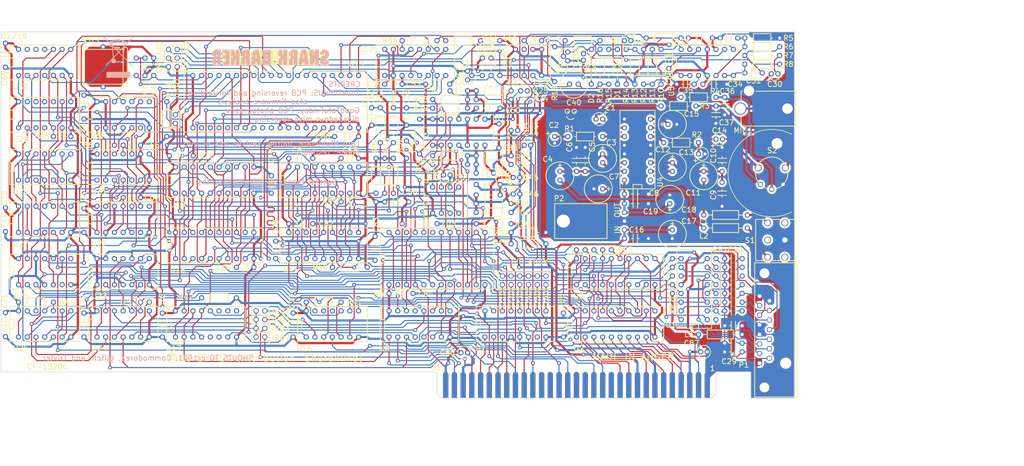
<source format=kicad_pcb>
(kicad_pcb (version 20221018) (generator pcbnew)
  (title_block (title "Snark Barker SB 1.0 Clone") (comment 1 "Copyright (C) 2018 Eric Schlaepfer") (comment 2 "License. See https://creativecommons.org/licenses/by-sa/4.0/") (comment 3 "This work is licensed under a Creative Commons Attribution-ShareAlike 4.0 International"))
  (layers (0 "F.Cu" signal) (31 "B.Cu" signal) (34 "B.Paste" user) (35 "F.Paste" user) (36 "B.SilkS" user "B.Silkscreen") (37 "F.SilkS" user "F.Silkscreen") (38 "B.Mask" user) (39 "F.Mask" user) (44 "Edge.Cuts" user))
  (net 0 "")
  (net 1 "Net-(C1-Pad1)")
  (net 2 "Net-(C1-Pad2)")
  (net 3 "Net-(C2-Pad1)")
  (net 4 "GND")
  (net 5 "Net-(C3-Pad1)")
  (net 6 "Net-(C3-Pad2)")
  (net 7 "Net-(C4-Pad2)")
  (net 8 "+9VA")
  (net 9 "Net-(C10-Pad1)")
  (net 10 "Net-(C11-Pad2)")
  (net 11 "Net-(C12-Pad2)")
  (net 12 "Net-(C13-Pad1)")
  (net 13 "Net-(C14-Pad1)")
  (net 14 "Net-(C14-Pad2)")
  (net 15 "Net-(C15-Pad1)")
  (net 16 "Net-(C20-Pad1)")
  (net 17 "Net-(C21-Pad1)")
  (net 18 "Net-(C22-Pad1)")
  (net 19 "Net-(C23-Pad1)")
  (net 20 "/BUTTON1")
  (net 21 "/BUTTON4")
  (net 22 "Net-(C26-Pad1)")
  (net 23 "Net-(C27-Pad1)")
  (net 24 "/BUTTON3")
  (net 25 "/BUTTON2")
  (net 26 "Net-(C30-Pad1)")
  (net 27 "Net-(C30-Pad2)")
  (net 28 "Net-(C31-Pad1)")
  (net 29 "Net-(C31-Pad2)")
  (net 30 "Net-(C32-Pad2)")
  (net 31 "Net-(C35-Pad1)")
  (net 32 "Net-(C36-Pad1)")
  (net 33 "Net-(C37-Pad2)")
  (net 34 "Net-(C38-Pad1)")
  (net 35 "Net-(C38-Pad2)")
  (net 36 "Net-(C39-Pad1)")
  (net 37 "Net-(C40-Pad1)")
  (net 38 "Net-(C40-Pad2)")
  (net 39 "Net-(C42-Pad1)")
  (net 40 "Net-(C42-Pad2)")
  (net 41 "Net-(C43-Pad1)")
  (net 42 "Net-(C43-Pad2)")
  (net 43 "+5VA")
  (net 44 "Net-(C49-Pad2)")
  (net 45 "/DIGITAL_OUT")
  (net 46 "Net-(C51-Pad2)")
  (net 47 "Net-(C52-Pad2)")
  (net 48 "Net-(C54-Pad1)")
  (net 49 "Net-(C55-Pad1)")
  (net 50 "/OPL2")
  (net 51 "/SAA_R")
  (net 52 "Net-(C59-Pad1)")
  (net 53 "/SAA_L")
  (net 54 "Net-(C61-Pad1)")
  (net 55 "Net-(C62-Pad1)")
  (net 56 "Net-(C63-Pad1)")
  (net 57 "/~{ISA_WR}")
  (net 58 "Net-(C65-Pad1)")
  (net 59 "/DREQUEST")
  (net 60 "/~{RESET}")
  (net 61 "/RESET")
  (net 62 "VCC")
  (net 63 "Net-(C78-Pad1)")
  (net 64 "/~{DSP_WRITE}")
  (net 65 "Net-(C89-Pad1)")
  (net 66 "Net-(D1-Pad1)")
  (net 67 "Net-(D2-Pad2)")
  (net 68 "/DRQ1")
  (net 69 "Net-(IO1-Pad1)")
  (net 70 "Net-(IO1-Pad10)")
  (net 71 "Net-(IO1-Pad3)")
  (net 72 "Net-(IO1-Pad5)")
  (net 73 "Net-(IO1-Pad7)")
  (net 74 "Net-(IO1-Pad11)")
  (net 75 "Net-(IO1-Pad9)")
  (net 76 "/IRQ2")
  (net 77 "/IRQ3")
  (net 78 "/IRQ5")
  (net 79 "/IRQ7")
  (net 80 "/BUSRESET")
  (net 81 "/~{IOW}")
  (net 82 "/~{IOR}")
  (net 83 "/~{DACK1}")
  (net 84 "/CLK_14M318")
  (net 85 "/DB7")
  (net 86 "/DB6")
  (net 87 "/DB5")
  (net 88 "/DB4")
  (net 89 "/DB3")
  (net 90 "/DB2")
  (net 91 "/DB1")
  (net 92 "/DB0")
  (net 93 "/IO_READY")
  (net 94 "/AEN")
  (net 95 "/A9")
  (net 96 "/A8")
  (net 97 "/A7")
  (net 98 "/A6")
  (net 99 "/A5")
  (net 100 "/A4")
  (net 101 "/A3")
  (net 102 "/A2")
  (net 103 "/A1")
  (net 104 "/A0")
  (net 105 "/JOYSTICK_~{CS}")
  (net 106 "/X1")
  (net 107 "/Y1")
  (net 108 "/X2")
  (net 109 "/MIDI_OUT")
  (net 110 "/Y2")
  (net 111 "/MIDI_IN")
  (net 112 "Net-(R1-Pad1)")
  (net 113 "Net-(R2-Pad1)")
  (net 114 "Net-(R10-Pad2)")
  (net 115 "Net-(R17-Pad1)")
  (net 116 "Net-(R18-Pad1)")
  (net 117 "/MIC_COMP")
  (net 118 "/MUTE_EN")
  (net 119 "Net-(R34-Pad2)")
  (net 120 "Net-(R35-Pad2)")
  (net 121 "Net-(R38-Pad1)")
  (net 122 "Net-(R39-Pad2)")
  (net 123 "Net-(R40-Pad2)")
  (net 124 "Net-(R41-Pad2)")
  (net 125 "Net-(R44-Pad2)")
  (net 126 "Net-(RP2-Pad2)")
  (net 127 "Net-(RP2-Pad3)")
  (net 128 "Net-(RP2-Pad4)")
  (net 129 "Net-(RP2-Pad5)")
  (net 130 "Net-(RXD1-Pad3)")
  (net 131 "Net-(TXD1-Pad3)")
  (net 132 "Net-(U1-Pad11)")
  (net 133 "/~{IC}")
  (net 134 "/~{RD}")
  (net 135 "/D0")
  (net 136 "/D7")
  (net 137 "/D6")
  (net 138 "/D5")
  (net 139 "/D4")
  (net 140 "/D3")
  (net 141 "/D2")
  (net 142 "/D1")
  (net 143 "/~{DB_EN}")
  (net 144 "Net-(U24-Pad3)")
  (net 145 "/1xx000xxxx")
  (net 146 "/~{CARD_SELECTED}")
  (net 147 "/DAV_~{CS}")
  (net 148 "/DSPRD_~{CS}")
  (net 149 "/FM_~{CS}")
  (net 150 "/DSPRST_~{CS}")
  (net 151 "/CMS7-12_~{CS}")
  (net 152 "/CMS1-6_~{CS}")
  (net 153 "/DSPWR_~{CS}")
  (net 154 "/~{WR}")
  (net 155 "Net-(U10-Pad3)")
  (net 156 "Net-(U10-Pad2)")
  (net 157 "Net-(U10-Pad4)")
  (net 158 "Net-(U10-Pad5)")
  (net 159 "Net-(U10-Pad8)")
  (net 160 "/DAC7")
  (net 161 "/DAC6")
  (net 162 "/DAC5")
  (net 163 "/DAC2")
  (net 164 "/DAC1")
  (net 165 "/DAC0")
  (net 166 "/DAC4")
  (net 167 "/DAC3")
  (net 168 "/IREQUEST")
  (net 169 "/DSP_BUSY")
  (net 170 "/~{DMA_EN}")
  (net 171 "/~{DSP_READ}")
  (net 172 "/DAV_PC")
  (net 173 "/DAV_DSP")
  (net 174 "/DD7")
  (net 175 "/DD6")
  (net 176 "/DD5")
  (net 177 "/DD4")
  (net 178 "/DD3")
  (net 179 "/DD2")
  (net 180 "/DD1")
  (net 181 "/DD0")
  (net 182 "/CLK_7M159")
  (net 183 "/~{111000xxxx}")
  (net 184 "/~{100jjjxxxx}")
  (net 185 "Net-(U16-Pad10)")
  (net 186 "/~{100000xxxx}")
  (net 187 "/~{ISA_RD}")
  (net 188 "Net-(U20-Pad1)")
  (net 189 "Net-(U20-Pad5)")
  (net 190 "Net-(U20-Pad9)")
  (net 191 "Net-(U20-Pad10)")
  (net 192 "Net-(U20-Pad11)")
  (net 193 "Net-(U20-Pad12)")
  (net 194 "/~{RD_DAV}")
  (net 195 "Net-(U21-Pad4)")
  (net 196 "Net-(U21-Pad5)")
  (net 197 "Net-(U23-Pad2)")
  (net 198 "/CLK_3M579")
  (net 199 "Net-(U23-Pad12)")
  (net 200 "Net-(U24-Pad11)")
  (net 201 "/~{DMAOUT}")
  (net 202 "Net-(U26-Pad5)")
  (net 203 "Net-(U26-Pad13)")
  (net 204 "Net-(U27-Pad1)")
  (net 205 "Net-(U27-Pad10)")
  (net 206 "Net-(L1-Pad2)")
  (net 207 "Net-(L2-Pad2)")
  (net 208 "Net-(IRQ2-Pad2)")
  (net 209 "Net-(JP1-Pad1)")
  (net 210 "VDDA")
  (net 211 "GNDA")
  (net 212 "+12V")
  (net 213 "+5VD")
  (net 214 "-12V")
  (net 215 "-5VA")
  (footprint "SoundBlaster:SB_C_RADIAL_75_150" (layer "F.Cu") (at 203.2 48.26 180)
    (fp_text reference "C1")
    (fp_text value "10uF 16V")
  )
  (footprint "SoundBlaster:SB_C_RADIAL_75_150" (layer "F.Cu") (at 189.23 53.34 -90)
    (fp_text reference "C2")
    (fp_text value "47uF 16V")
  )
  (footprint "SoundBlaster:SB_C_RADIAL_100_320" (layer "F.Cu") (at 203.2 58.42 -90)
    (fp_text reference "C3")
    (fp_text value "100uF 16V")
  )
  (footprint "SoundBlaster:SB_C_RADIAL_100_320" (layer "F.Cu") (at 190.754 63.5 -90)
    (fp_text reference "C4")
    (fp_text value "470uF 16V")
  )
  (footprint "SoundBlaster:SB_C_AXIAL_275" (layer "F.Cu") (at 198.12 63.5 90)
    (fp_text reference "C5")
    (fp_text value "0.1u")
  )
  (footprint "SoundBlaster:SB_C_AXIAL_275" (layer "F.Cu") (at 195.58 63.5 90)
    (fp_text reference "C6")
    (fp_text value "0.1u")
  )
  (footprint "SoundBlaster:SB_C_RADIAL_100_320" (layer "F.Cu") (at 203.2 68.58 180)
    (fp_text reference "C7")
    (fp_text value "100uF 16V")
  )
  (footprint "SoundBlaster:SB_C_AXIAL_275" (layer "F.Cu") (at 209.55 70.104)
    (fp_text reference "C8")
    (fp_text value "0.1u")
  )
  (footprint "SoundBlaster:SB_C_AXIAL_275" (layer "F.Cu") (at 237.998 66.675 -90)
    (fp_text reference "C9")
    (fp_text value "0.1u")
  )
  (footprint "SoundBlaster:SB_C_AXIAL_275" (layer "F.Cu") (at 237.998 63.5 90)
    (fp_text reference "C10")
    (fp_text value "0.1u")
  )
  (footprint "SoundBlaster:SB_C_RADIAL_100_320" (layer "F.Cu") (at 232.664 63.5 -90)
    (fp_text reference "C11")
    (fp_text value "470uF 16V")
  )
  (footprint "SoundBlaster:SB_C_RADIAL_100_320" (layer "F.Cu") (at 223.52 60.96 -90)
    (fp_text reference "C12")
    (fp_text value "100uF 16V")
  )
  (footprint "SoundBlaster:SB_C_RADIAL_75_150" (layer "F.Cu") (at 231.14 58.42)
    (fp_text reference "C13")
    (fp_text value "47uF 16V")
  )
  (footprint "SoundBlaster:SB_C_RADIAL_75_150" (layer "F.Cu") (at 236.22 54.102)
    (fp_text reference "C14")
    (fp_text value "10uF 16V")
  )
  (footprint "SoundBlaster:SB_C_RADIAL_100_320" (layer "F.Cu") (at 222.25 49.784)
    (fp_text reference "C15")
    (fp_text value "100uF 16V")
  )
  (footprint "SoundBlaster:SB_C_AXIAL_275" (layer "F.Cu") (at 209.55 83.058)
    (fp_text reference "C16")
    (fp_text value "0.1u")
  )
  (footprint "SoundBlaster:SB_C_RADIAL_100_320" (layer "F.Cu") (at 223.52 80.518 -90)
    (fp_text reference "C17")
    (fp_text value "100uF 16V")
  )
  (footprint "SoundBlaster:SB_C_RADIAL_100_320" (layer "F.Cu") (at 222.758 72.898 90)
    (fp_text reference "C18")
    (fp_text value "100uF 16V")
  )
  (footprint "SoundBlaster:SB_C_AXIAL_275" (layer "F.Cu") (at 209.55 72.898)
    (fp_text reference "C19")
    (fp_text value "0.1u")
  )
  (footprint "SoundBlaster:SB_C_DISC_200" (layer "F.Cu") (at 243.84 88.9 180)
    (fp_text reference "C20")
    (fp_text value "0.01u")
  )
  (footprint "SoundBlaster:SB_C_DISC_200" (layer "F.Cu") (at 243.84 91.44 180)
    (fp_text reference "C21" hide)
    (fp_text value "0.01u")
  )
  (footprint "SoundBlaster:SB_C_DISC_200" (layer "F.Cu") (at 243.84 93.98 180)
    (fp_text reference "C22" hide)
    (fp_text value "0.01u")
  )
  (footprint "SoundBlaster:SB_C_DISC_200" (layer "F.Cu") (at 243.84 96.52 180)
    (fp_text reference "C23" hide)
    (fp_text value "0.01u")
  )
  (footprint "SoundBlaster:SB_C_DISC_200" (layer "F.Cu") (at 243.84 99.06 180)
    (fp_text reference "C24" hide)
    (fp_text value "0.01u")
  )
  (footprint "SoundBlaster:SB_C_DISC_200" (layer "F.Cu") (at 243.84 101.6 180)
    (fp_text reference "C25" hide)
    (fp_text value "0.01u")
  )
  (footprint "SoundBlaster:SB_C_DISC_200" (layer "F.Cu") (at 243.84 104.14 180)
    (fp_text reference "C26" hide)
    (fp_text value "0.01u")
  )
  (footprint "SoundBlaster:SB_C_DISC_200" (layer "F.Cu") (at 243.84 108.458 180)
    (fp_text reference "C27" hide)
    (fp_text value "0.01u")
  )
  (footprint "SoundBlaster:SB_C_DISC_200" (layer "F.Cu") (at 243.84 113.538 180)
    (fp_text reference "C28" hide)
    (fp_text value "0.01u")
  )
  (footprint "SoundBlaster:SB_C_DISC_200" (layer "F.Cu") (at 243.84 116.078 180)
    (fp_text reference "C29")
    (fp_text value "0.01u")
  )
  (footprint "SoundBlaster:SB_C_RADIAL_75_150" (layer "F.Cu") (at 254.254 35.052 180)
    (fp_text reference "C30")
    (fp_text value "10uF 16V")
  )
  (footprint "SoundBlaster:SB_C_DISC_200" (layer "F.Cu") (at 244.602 34.798)
    (fp_text reference "C31")
    (fp_text value "1000p")
  )
  (footprint "SoundBlaster:SB_C_DISC_200" (layer "F.Cu") (at 237.49 24.638)
    (fp_text reference "C32")
    (fp_text value "330p")
  )
  (footprint "SoundBlaster:SB_C_AXIAL_275" (layer "F.Cu") (at 228.219 24.638)
    (fp_text reference "C33")
    (fp_text value "0.1u")
  )
  (footprint "SoundBlaster:SB_C_AXIAL_275" (layer "F.Cu") (at 232.41 38.1)
    (fp_text reference "C34")
    (fp_text value "0.1u")
  )
  (footprint "SoundBlaster:SB_C_DISC_200" (layer "F.Cu") (at 229.87 38.1 180)
    (fp_text reference "C35")
    (fp_text value "330p")
  )
  (footprint "SoundBlaster:SB_C_DISC_200" (layer "F.Cu") (at 238.76 41.91 -90)
    (fp_text reference "C36")
    (fp_text value "1000p")
  )
  (footprint "SoundBlaster:SB_C_DISC_200" (layer "F.Cu") (at 236.22 49.53 90)
    (fp_text reference "C37")
    (fp_text value "1000p")
  )
  (footprint "SoundBlaster:SB_C_RADIAL_75_150" (layer "F.Cu") (at 211.455 25.4 180)
    (fp_text reference "C38")
    (fp_text value "10uF 16V")
  )
  (footprint "SoundBlaster:SB_C_RADIAL_75_150" (layer "F.Cu") (at 197.612 29.21 -90)
    (fp_text reference "C39")
    (fp_text value "10uF 16V")
  )
  (footprint "SoundBlaster:SB_C_RADIAL_100_320" (layer "F.Cu") (at 193.548 38.1)
    (fp_text reference "C40")
    (fp_text value "100uF 16V")
  )
  (footprint "SoundBlaster:SB_C_DISC_200" (layer "F.Cu") (at 180.34 25.4)
    (fp_text reference "C41")
    (fp_text value "47")
  )
  (footprint "SoundBlaster:SB_C_RADIAL_75_150" (layer "F.Cu") (at 179.324 40.005)
    (fp_text reference "C42")
    (fp_text value "10uF 16V")
  )
  (footprint "SoundBlaster:SB_C_RADIAL_75_150" (layer "F.Cu") (at 176.53 51.562)
    (fp_text reference "C43")
    (fp_text value "10uF 16V")
  )
  (footprint "SoundBlaster:SB_C_RADIAL_75_150" (layer "F.Cu") (at 180.34 55.88)
    (fp_text reference "C44")
    (fp_text value "10uF 16V")
  )
  (footprint "SoundBlaster:SB_C_RADIAL_75_150" (layer "F.Cu") (at 177.165 65.278)
    (fp_text reference "C45")
    (fp_text value "10uF 16V")
  )
  (footprint "SoundBlaster:SB_C_RADIAL_75_150" (layer "F.Cu") (at 177.165 70.104)
    (fp_text reference "C46")
    (fp_text value "10uF 16V")
  )
  (footprint "SoundBlaster:SB_C_AXIAL_275" (layer "F.Cu") (at 166.37 70.358)
    (fp_text reference "C47")
    (fp_text value "0.1u")
  )
  (footprint "SoundBlaster:SB_C_AXIAL_275" (layer "F.Cu") (at 166.37 67.31)
    (fp_text reference "C48")
    (fp_text value "0.1u")
  )
  (footprint "SoundBlaster:SB_C_DISC_200" (layer "F.Cu") (at 171.45 64.008 180)
    (fp_text reference "C49")
    (fp_text value "1000p")
  )
  (footprint "SoundBlaster:SB_C_AXIAL_275" (layer "F.Cu") (at 166.37 45.085)
    (fp_text reference "C50")
    (fp_text value "0.1u")
  )
  (footprint "SoundBlaster:SB_C_DISC_200" (layer "F.Cu") (at 170.688 30.48 -90)
    (fp_text reference "C51")
    (fp_text value "2200p")
  )
  (footprint "SoundBlaster:SB_C_DISC_200" (layer "F.Cu") (at 168.148 30.48 -90)
    (fp_text reference "C52")
    (fp_text value "330p")
  )
  (footprint "SoundBlaster:SB_C_AXIAL_275" (layer "F.Cu") (at 151.638 38.1)
    (fp_text reference "C53")
    (fp_text value "0.1u")
  )
  (footprint "SoundBlaster:SB_C_DISC_200" (layer "F.Cu") (at 163.83 40.005 180)
    (fp_text reference "C54")
    (fp_text value "1000p")
  )
  (footprint "SoundBlaster:SB_C_RADIAL_75_150" (layer "F.Cu") (at 156.845 64.516)
    (fp_text reference "C55")
    (fp_text value "10uF 16V")
  )
  (footprint "SoundBlaster:SB_C_AXIAL_275" (layer "F.Cu") (at 139.7 72.39)
    (fp_text reference "C56")
    (fp_text value "0.1u")
  )
  (footprint "SoundBlaster:SB_C_DISC_200" (layer "F.Cu") (at 146.05 54.61 -90)
    (fp_text reference "C57")
    (fp_text value "4700p")
  )
  (footprint "SoundBlaster:SB_C_DISC_200" (layer "F.Cu") (at 146.05 44.958 -90)
    (fp_text reference "C58")
    (fp_text value "2200p")
  )
  (footprint "SoundBlaster:SB_C_DISC_200" (layer "F.Cu") (at 139.7 38.1)
    (fp_text reference "C59")
    (fp_text value "47p")
  )
  (footprint "SoundBlaster:SB_C_DISC_200" (layer "F.Cu") (at 135.89 44.958 -90)
    (fp_text reference "C60")
    (fp_text value "2200p")
  )
  (footprint "SoundBlaster:SB_C_DISC_200" (layer "F.Cu") (at 69.85 30.48 -90)
    (fp_text reference "C61")
    (fp_text value "30p")
  )
  (footprint "SoundBlaster:SB_C_DISC_200" (layer "F.Cu") (at 72.39 35.56 90)
    (fp_text reference "C62")
    (fp_text value "30p")
  )
  (footprint "SoundBlaster:SB_C_DISC_200" (layer "F.Cu") (at 127 59.69)
    (fp_text reference "C63")
    (fp_text value "1000p")
  )
  (footprint "SoundBlaster:SB_C_DISC_200" (layer "F.Cu") (at 96.52 91.44)
    (fp_text reference "C64")
    (fp_text value "330p")
  )
  (footprint "SoundBlaster:SB_C_DISC_200" (layer "F.Cu") (at 63.5 55.88)
    (fp_text reference "C65")
    (fp_text value "270p")
  )
  (footprint "SoundBlaster:SB_C_DISC_200" (layer "F.Cu") (at 60.96 55.88 180)
    (fp_text reference "C66")
    (fp_text value "680p")
  )
  (footprint "SoundBlaster:SB_C_DISC_200" (layer "F.Cu") (at 63.5 71.12)
    (fp_text reference "C67")
    (fp_text value "470p")
  )
  (footprint "SoundBlaster:SB_C_DISC_200" (layer "F.Cu") (at 43.18 53.34)
    (fp_text reference "C68")
    (fp_text value "270p")
  )
  (footprint "SoundBlaster:SB_C_AXIAL_275" (layer "F.Cu") (at 29.21 26.162 -90)
    (fp_text reference "C69")
    (fp_text value "0.1u")
  )
  (footprint "SoundBlaster:SB_C_AXIAL_275" (layer "F.Cu") (at 29.21 74.041 -90)
    (fp_text reference "C70")
    (fp_text value "0.1u")
  )
  (footprint "SoundBlaster:SB_C_AXIAL_275" (layer "F.Cu") (at 29.21 104.648 -90)
    (fp_text reference "C71")
    (fp_text value "0.1u")
  )
  (footprint "SoundBlaster:SB_C_AXIAL_275" (layer "F.Cu") (at 52.07 104.775 -90)
    (fp_text reference "C72")
    (fp_text value "0.1u")
  )
  (footprint "SoundBlaster:SB_C_AXIAL_275" (layer "F.Cu") (at 52.07 74.295 -90)
    (fp_text reference "C73")
    (fp_text value "0.1u")
  )
  (footprint "SoundBlaster:SB_C_AXIAL_275" (layer "F.Cu") (at 52.07 41.275 -90)
    (fp_text reference "C74")
    (fp_text value "0.1u")
  )
  (footprint "SoundBlaster:SB_C_AXIAL_275" (layer "F.Cu") (at 76.962 58.928)
    (fp_text reference "C75")
    (fp_text value "0.1u")
  )
  (footprint "SoundBlaster:SB_C_AXIAL_275" (layer "F.Cu") (at 74.93 104.775 -90)
    (fp_text reference "C76")
    (fp_text value "0.1u")
  )
  (footprint "SoundBlaster:SB_C_AXIAL_275" (layer "F.Cu") (at 113.03 104.775 -90)
    (fp_text reference "C77")
    (fp_text value "0.1u")
  )
  (footprint "SoundBlaster:SB_C_DISC_200" (layer "F.Cu") (at 107.95 88.9 90)
    (fp_text reference "C78")
    (fp_text value "1000p")
  )
  (footprint "SoundBlaster:SB_C_DISC_200" (layer "F.Cu") (at 106.68 64.77 -90)
    (fp_text reference "C79")
    (fp_text value "330p")
  )
  (footprint "SoundBlaster:SB_C_AXIAL_275" (layer "F.Cu") (at 132.08 53.34 180)
    (fp_text reference "C80")
    (fp_text value "0.1u")
  )
  (footprint "SoundBlaster:SB_C_AXIAL_275" (layer "F.Cu") (at 111.76 59.69)
    (fp_text reference "C81")
    (fp_text value "0.1u")
  )
  (footprint "SoundBlaster:SB_C_AXIAL_275" (layer "F.Cu") (at 111.76 78.74)
    (fp_text reference "C82")
    (fp_text value "0.1u")
  )
  (footprint "SoundBlaster:SB_C_AXIAL_275" (layer "F.Cu") (at 136.906 82.423 -90)
    (fp_text reference "C83")
    (fp_text value "0.1u")
  )
  (footprint "SoundBlaster:SB_C_AXIAL_275" (layer "F.Cu") (at 140.97 99.06)
    (fp_text reference "C84")
    (fp_text value "0.1u")
  )
  (footprint "SoundBlaster:SB_C_AXIAL_275" (layer "F.Cu") (at 191.77 104.775 -90)
    (fp_text reference "C85")
    (fp_text value "0.1u")
  )
  (footprint "SoundBlaster:SB_C_AXIAL_275" (layer "F.Cu") (at 172.974 56.642 90)
    (fp_text reference "C86")
    (fp_text value "0.1u")
  )
  (footprint "SoundBlaster:SB_C_RADIAL_75_150" (layer "F.Cu") (at 231.775 116.078)
    (fp_text reference "C87")
    (fp_text value "10uF 16V")
  )
  (footprint "SoundBlaster:SB_C_RADIAL_75_150" (layer "F.Cu") (at 163.83 116.332 180)
    (fp_text reference "C88")
    (fp_text value "10uF 16V")
  )
  (footprint "SoundBlaster:SB_C_AXIAL_275" (layer "F.Cu") (at 222.504 33.528 90)
    (fp_text reference "C89")
    (fp_text value "0.1u")
  )
  (footprint "SoundBlaster:SB_D_AXIAL_400" (layer "F.Cu") (at 207.518 27.94 -90)
    (fp_text reference "D1")
    (fp_text value "1N4148")
  )
  (footprint "SoundBlaster:SB_D_AXIAL_400" (layer "F.Cu") (at 199.898 27.94 -90)
    (fp_text reference "D2")
    (fp_text value "1N4148")
  )
  (footprint "SoundBlaster:SB_HDR_1X2" (layer "F.Cu") (at 78.74 49.53 90)
    (fp_text reference "DRQ1")
    (fp_text value "DMA ENABLE JUMPER")
  )
  (footprint "SoundBlaster:SB_HDR_2X6" (layer "F.Cu") (at 173.99 96.52)
    (fp_text reference "IO1" hide)
    (fp_text value "I/O ADDX")
  )
  (footprint "SoundBlaster:SB_HDR_1X2" (layer "F.Cu") (at 104.775 111.76 180)
    (fp_text reference "IRQ2")
    (fp_text value "Conn_02x01")
  )
  (footprint "SoundBlaster:SB_HDR_1X2" (layer "F.Cu") (at 104.775 109.22 180)
    (fp_text reference "IRQ3")
    (fp_text value "Conn_02x01")
  )
  (footprint "SoundBlaster:SB_HDR_1X2" (layer "F.Cu") (at 104.775 106.68 180)
    (fp_text reference "IRQ5")
    (fp_text value "Conn_02x01")
  )
  (footprint "SoundBlaster:SB_HDR_1X2" (layer "F.Cu") (at 104.775 104.14 180)
    (fp_text reference "IRQ7")
    (fp_text value "Conn_02x01")
  )
  (footprint "SoundBlaster:BUS_PC" (layer "F.Cu") (at 195.58 125.73)
    (fp_text reference "J1" hide)
    (fp_text value "Bus_ISA_8bit")
  )
  (footprint "SoundBlaster:SB_HDR_1X2" (layer "F.Cu") (at 71.12 101.6 180)
    (fp_text reference "JP1")
    (fp_text value "JOYSTICK EN")
  )
  (footprint "SoundBlaster:SB_L_AXIAL_500" (layer "F.Cu") (at 232.664 76.2)
    (fp_text reference "L1")
    (fp_text value "?")
  )
  (footprint "SoundBlaster:SB_L_AXIAL_500" (layer "F.Cu") (at 232.664 80.01)
    (fp_text reference "L2")
    (fp_text value "?")
  )
  (footprint "SoundBlaster:SB_L_AXIAL_500" (layer "F.Cu") (at 231.14 110.998)
    (fp_text reference "L3")
    (fp_text value "?")
  )
  (footprint "SoundBlaster:SB_TO220" (layer "F.Cu") (at 209.55 80.518)
    (fp_text reference "P2")
    (fp_text value "L7809")
  )
  (footprint "SoundBlaster:SB_R_AXIAL_400" (layer "F.Cu") (at 203.2 53.34 180)
    (fp_text reference "R1")
    (fp_text value "270")
  )
  (footprint "SoundBlaster:SB_R_AXIAL_400" (layer "F.Cu") (at 220.98 55.118)
    (fp_text reference "R2")
    (fp_text value "270")
  )
  (footprint "SoundBlaster:SB_R_AXIAL_400" (layer "F.Cu") (at 230.378 44.45 180)
    (fp_text reference "R3")
    (fp_text value "10K")
  )
  (footprint "SoundBlaster:SB_R_AXIAL_400" (layer "F.Cu") (at 236.22 41.91 180)
    (fp_text reference "R4")
    (fp_text value "10K")
  )
  (footprint "SoundBlaster:SB_R_AXIAL_400" (layer "F.Cu") (at 244.602 24.638)
    (fp_text reference "R5")
    (fp_text value "470K")
  )
  (footprint "SoundBlaster:SB_R_AXIAL_400" (layer "F.Cu") (at 254.762 27.178 180)
    (fp_text reference "R6")
    (fp_text value "68K")
  )
  (footprint "SoundBlaster:SB_R_AXIAL_400" (layer "F.Cu") (at 254.762 29.718 180)
    (fp_text reference "R7")
    (fp_text value "68K")
  )
  (footprint "SoundBlaster:SB_R_AXIAL_400" (layer "F.Cu") (at 254.762 32.258 180)
    (fp_text reference "R8")
    (fp_text value "10K")
  )
  (footprint "SoundBlaster:SB_R_AXIAL_400" (layer "F.Cu") (at 215.9 24.638)
    (fp_text reference "R9")
    (fp_text value "470K")
  )
  (footprint "SoundBlaster:SB_R_AXIAL_400" (layer "F.Cu") (at 220.218 38.1 90)
    (fp_text reference "R10")
    (fp_text value "39K")
  )
  (footprint "SoundBlaster:SB_R_AXIAL_400" (layer "F.Cu") (at 217.678 38.1 90)
    (fp_text reference "R11")
    (fp_text value "68K")
  )
  (footprint "SoundBlaster:SB_R_AXIAL_400" (layer "F.Cu") (at 215.138 38.1 90)
    (fp_text reference "R12")
    (fp_text value "470K")
  )
  (footprint "SoundBlaster:SB_R_AXIAL_400" (layer "F.Cu") (at 212.598 27.94 -90)
    (fp_text reference "R13")
    (fp_text value "39.0K 1%")
  )
  (footprint "SoundBlaster:SB_R_AXIAL_400" (layer "F.Cu") (at 210.058 38.1 90)
    (fp_text reference "R14")
    (fp_text value "100.0K 1%")
  )
  (footprint "SoundBlaster:SB_R_AXIAL_400" (layer "F.Cu") (at 204.978 27.94 -90)
    (fp_text reference "R15")
    (fp_text value "470")
  )
  (footprint "SoundBlaster:SB_R_AXIAL_400" (layer "F.Cu") (at 202.438 27.94 -90)
    (fp_text reference "R16")
    (fp_text value "470")
  )
  (footprint "SoundBlaster:SB_R_AXIAL_400" (layer "F.Cu") (at 192.278 25.4)
    (fp_text reference "R17")
    (fp_text value "33K")
  )
  (footprint "SoundBlaster:SB_R_AXIAL_400" (layer "F.Cu") (at 189.23 27.178 -90)
    (fp_text reference "R18")
    (fp_text value "1.5K 1%")
  )
  (footprint "SoundBlaster:SB_R_AXIAL_400" (layer "F.Cu") (at 176.53 84.582)
    (fp_text reference "R19")
    (fp_text value "390")
  )
  (footprint "SoundBlaster:SB_R_AXIAL_400" (layer "F.Cu") (at 176.53 78.74 180)
    (fp_text reference "R20")
    (fp_text value "390")
  )
  (footprint "SoundBlaster:SB_R_AXIAL_400" (layer "F.Cu") (at 176.53 72.898 180)
    (fp_text reference "R21")
    (fp_text value "390")
  )
  (footprint "SoundBlaster:SB_R_AXIAL_400" (layer "F.Cu") (at 166.37 61.468)
    (fp_text reference "R22")
    (fp_text value "27K")
  )
  (footprint "SoundBlaster:SB_R_AXIAL_400" (layer "F.Cu") (at 176.53 58.928 180)
    (fp_text reference "R23")
    (fp_text value "10K")
  )
  (footprint "SoundBlaster:SB_R_AXIAL_400" (layer "F.Cu") (at 176.53 42.545 180)
    (fp_text reference "R24")
    (fp_text value "10K")
  )
  (footprint "SoundBlaster:SB_R_AXIAL_400" (layer "F.Cu") (at 166.37 40.005)
    (fp_text reference "R25")
    (fp_text value "27K")
  )
  (footprint "SoundBlaster:SB_R_AXIAL_400" (layer "F.Cu") (at 173.228 25.4 -90)
    (fp_text reference "R26")
    (fp_text value "4.7K")
  )
  (footprint "SoundBlaster:SB_R_AXIAL_400" (layer "F.Cu") (at 157.48 25.4)
    (fp_text reference "R27")
    (fp_text value "27K")
  )
  (footprint "SoundBlaster:SB_R_AXIAL_400" (layer "F.Cu") (at 163.83 42.545 180)
    (fp_text reference "R28")
    (fp_text value "15K")
  )
  (footprint "SoundBlaster:SB_R_AXIAL_400" (layer "F.Cu") (at 163.83 45.085 180)
    (fp_text reference "R29")
    (fp_text value "47K")
  )
  (footprint "SoundBlaster:SB_R_AXIAL_400" (layer "F.Cu") (at 163.83 58.928 180)
    (fp_text reference "R30")
    (fp_text value "47K")
  )
  (footprint "SoundBlaster:SB_R_AXIAL_400" (layer "F.Cu") (at 163.83 61.468 180)
    (fp_text reference "R31")
    (fp_text value "15K")
  )
  (footprint "SoundBlaster:SB_R_AXIAL_400" (layer "F.Cu") (at 142.24 69.85 90)
    (fp_text reference "R32")
    (fp_text value "1.5K")
  )
  (footprint "SoundBlaster:SB_R_AXIAL_400" (layer "F.Cu") (at 139.7 69.85 90)
    (fp_text reference "R33")
    (fp_text value "1.5K")
  )
  (footprint "SoundBlaster:SB_R_AXIAL_400" (layer "F.Cu") (at 137.16 59.69 -90)
    (fp_text reference "R34")
    (fp_text value "10K")
  )
  (footprint "SoundBlaster:SB_R_AXIAL_400" (layer "F.Cu") (at 149.86 58.42 90)
    (fp_text reference "R35")
    (fp_text value "2.2K")
  )
  (footprint "SoundBlaster:SB_R_AXIAL_400" (layer "F.Cu") (at 142.24 44.958 -90)
    (fp_text reference "R36")
    (fp_text value "10K")
  )
  (footprint "SoundBlaster:SB_R_AXIAL_400" (layer "F.Cu") (at 138.43 44.958 -90)
    (fp_text reference "R37")
    (fp_text value "10K")
  )
  (footprint "SoundBlaster:SB_R_AXIAL_400" (layer "F.Cu") (at 144.78 25.4)
    (fp_text reference "R38")
    (fp_text value "2.70K 1%")
  )
  (footprint "SoundBlaster:SB_R_AXIAL_400" (layer "F.Cu") (at 137.16 72.39 180)
    (fp_text reference "R39")
    (fp_text value "4.7K")
  )
  (footprint "SoundBlaster:SB_R_AXIAL_400" (layer "F.Cu") (at 134.62 91.44 180)
    (fp_text reference "R40")
    (fp_text value "10K")
  )
  (footprint "SoundBlaster:SB_R_AXIAL_400" (layer "F.Cu") (at 116.84 101.6)
    (fp_text reference "R41")
    (fp_text value "4.7K")
  )
  (footprint "SoundBlaster:SB_R_AXIAL_400" (layer "F.Cu") (at 96.52 100.33 180)
    (fp_text reference "R42")
    (fp_text value "4.7K")
  )
  (footprint "SoundBlaster:SB_R_AXIAL_400" (layer "F.Cu") (at 76.2 43.18 -90)
    (fp_text reference "R43")
    (fp_text value "1K")
  )
  (footprint "SoundBlaster:SB_R_AXIAL_400" (layer "F.Cu") (at 33.02 101.6)
    (fp_text reference "R44")
    (fp_text value "4.7K")
  )
  (footprint "SoundBlaster:SB_RP_4B" (layer "F.Cu") (at 236.22 106.68 90)
    (fp_text reference "RP1")
    (fp_text value "2.2K")
  )
  (footprint "SoundBlaster:SB_RP_4C" (layer "F.Cu") (at 223.52 99.06 90)
    (fp_text reference "RP2")
    (fp_text value "1K")
  )
  (footprint "SoundBlaster:SB_RP_4C" (layer "F.Cu") (at 195.58 86.36)
    (fp_text reference "RP3")
    (fp_text value "1K")
  )
  (footprint "SoundBlaster:SB_HDR_1X3" (layer "F.Cu") (at 79.248 33.02 90)
    (fp_text reference "RXD1" hide)
    (fp_text value "Conn_01x03")
  )
  (footprint "SoundBlaster:SB_TO92" (layer "F.Cu") (at 163.83 34.29 180)
    (fp_text reference "T1")
    (fp_text value "2N3904")
  )
  (footprint "SoundBlaster:SB_TO92" (layer "F.Cu") (at 193.04 31.242)
    (fp_text reference "T2")
    (fp_text value "2N3904")
  )
  (footprint "SoundBlaster:SB_HDR_1X3" (layer "F.Cu") (at 76.708 33.02 90)
    (fp_text reference "TXD1" hide)
    (fp_text value "Conn_01x03")
  )
  (footprint "SoundBlaster:SB_DIP16_300" (layer "F.Cu") (at 233.68 106.68 90)
    (fp_text reference "U1")
    (fp_text value "NE558")
  )
  (footprint "SoundBlaster:SB_DIP20_300" (layer "F.Cu") (at 195.58 111.76)
    (fp_text reference "U2")
    (fp_text value "74LS245")
  )
  (footprint "SoundBlaster:SB_DIP20_300" (layer "F.Cu") (at 195.58 96.52)
    (fp_text reference "U3")
    (fp_text value "74LS244")
  )
  (footprint "SoundBlaster:SB_DIP16_300" (layer "F.Cu") (at 217.17 66.04 90)
    (fp_text reference "U4")
    (fp_text value "TEA2025B")
  )
  (footprint "SoundBlaster:SB_DIP14_300" (layer "F.Cu") (at 226.06 35.56)
    (fp_text reference "U5")
    (fp_text value "LM324")
  )
  (footprint "SoundBlaster:SB_DIP8_300" (layer "F.Cu") (at 177.8 35.56)
    (fp_text reference "U6")
    (fp_text value "LM393")
  )
  (footprint "SoundBlaster:SB_DIP16_300" (layer "F.Cu") (at 168.91 111.76)
    (fp_text reference "U7")
    (fp_text value "74LS138")
  )
  (footprint "SoundBlaster:SB_DIP16_300" (layer "F.Cu") (at 140.97 111.76)
    (fp_text reference "U8")
    (fp_text value "74LS138")
  )
  (footprint "SoundBlaster:SB_DIP8_300" (layer "F.Cu") (at 153.67 75.692)
    (fp_text reference "U10")
    (fp_text value "YM3014B")
  )
  (footprint "SoundBlaster:SB_DIP14_300" (layer "F.Cu") (at 153.67 55.88)
    (fp_text reference "U11")
    (fp_text value "NJM3403A")
  )
  (footprint "SoundBlaster:SB_DIP16_300" (layer "F.Cu") (at 139.7 35.56)
    (fp_text reference "U12")
    (fp_text value "MC1408_DIP")
  )
  (footprint "SoundBlaster:SB_DIP40_600" (layer "F.Cu") (at 132.08 35.56 180)
    (fp_text reference "U13")
    (fp_text value "805X")
  )
  (footprint "SoundBlaster:SB_DIP18_300" (layer "F.Cu") (at 111.76 69.85)
    (fp_text reference "U14")
    (fp_text value "SAA1099")
  )
  (footprint "SoundBlaster:SB_DIP18_300" (layer "F.Cu") (at 111.76 88.9)
    (fp_text reference "U15")
    (fp_text value "SAA1099")
  )
  (footprint "SoundBlaster:SB_DIP14_300" (layer "F.Cu") (at 116.84 111.76)
    (fp_text reference "U16")
    (fp_text value "74LS08")
  )
  (footprint "SoundBlaster:SB_DIP16_300" (layer "F.Cu") (at 78.74 111.76)
    (fp_text reference "U17")
    (fp_text value "74LS139")
  )
  (footprint "SoundBlaster:SB_DIP20_300" (layer "F.Cu") (at 78.74 88.9)
    (fp_text reference "U18")
    (fp_text value "74LS374")
  )
  (footprint "SoundBlaster:SB_DIP20_300" (layer "F.Cu") (at 78.74 69.85)
    (fp_text reference "U19")
    (fp_text value "74LS374")
  )
  (footprint "SoundBlaster:SB_DIP14_300" (layer "F.Cu") (at 55.88 50.8)
    (fp_text reference "U20")
    (fp_text value "74LS74")
  )
  (footprint "SoundBlaster:SB_DIP14_300" (layer "F.Cu") (at 55.88 66.04)
    (fp_text reference "U21")
    (fp_text value "74LS125")
  )
  (footprint "SoundBlaster:SB_DIP14_300" (layer "F.Cu") (at 55.88 81.28)
    (fp_text reference "U22")
    (fp_text value "74LS74")
  )
  (footprint "SoundBlaster:SB_DIP14_300" (layer "F.Cu") (at 55.88 96.52)
    (fp_text reference "U23")
    (fp_text value "74LS74")
  )
  (footprint "SoundBlaster:SB_DIP14_300" (layer "F.Cu") (at 55.88 111.76)
    (fp_text reference "U24")
    (fp_text value "74LS32")
  )
  (footprint "SoundBlaster:SB_DIP14_300" (layer "F.Cu") (at 33.02 111.76)
    (fp_text reference "U25")
    (fp_text value "74LS08")
  )
  (footprint "SoundBlaster:SB_DIP14_300" (layer "F.Cu") (at 33.02 96.52)
    (fp_text reference "U26")
    (fp_text value "74LS74")
  )
  (footprint "SoundBlaster:SB_DIP14_300" (layer "F.Cu") (at 33.02 81.28)
    (fp_text reference "U27")
    (fp_text value "74LS32")
  )
  (footprint "SoundBlaster:SB_DIP14_300" (layer "F.Cu") (at 33.02 66.04)
    (fp_text reference "U28")
    (fp_text value "74LS08")
  )
  (footprint "SoundBlaster:SB_DIP14_300" (layer "F.Cu") (at 33.02 50.8)
    (fp_text reference "U29")
    (fp_text value "74LS14")
  )
  (footprint "SoundBlaster:SB_DIP14_300" (layer "F.Cu") (at 33.02 35.56)
    (fp_text reference "U30")
    (fp_text value "74LS32")
  )
  (footprint "SoundBlaster:SB_XTAL_HC49U_RA" (layer "F.Cu") (at 67.31 35.56)
    (fp_text reference "XTL1")
    (fp_text value "12MHz")
  )
  (footprint "SoundBlaster:SB_D_AXIAL_400_ALT" (layer "F.Cu") (at 166.37 75.438)
    (fp_text reference "ZD1")
    (fp_text value "5.1V")
  )
  (footprint "SoundBlaster:SB_D_AXIAL_400_ALT" (layer "F.Cu") (at 186.69 81.28 180)
    (fp_text reference "ZD2")
    (fp_text value "5.1V")
  )
  (footprint "SoundBlaster:SB_D_AXIAL_400_ALT" (layer "F.Cu") (at 154.94 78.74 180)
    (fp_text reference "ZD3")
    (fp_text value "5.1V")
  )
  (footprint "SoundBlaster:SB_DIP24_600" (layer "F.Cu") (at 140.97 96.52)
    (fp_text reference "U9")
    (fp_text value "YM3812")
  )
  (footprint "SoundBlaster:SB_MH_125" (layer "F.Cu") (at 254 55.372)
    (fp_text reference "J2" hide)
    (fp_text value "Bracket Mount" hide)
  )
  (footprint "SoundBlaster:SB_SJ1-3553" (layer "F.Cu") (at 256.286 83.486 180)
    (fp_text reference "S1")
    (fp_text value "OUT")
  )
  (footprint "SoundBlaster:SB_MJ-3536N" (layer "F.Cu") (at 257.048 45.212)
    (fp_text reference "MIC1")
    (fp_text value "Microphone")
  )
  (footprint "SoundBlaster:SB_NPTH_110" (layer "F.Cu") (at 256.54 119.38)
    (fp_text reference "REF**" hide)
    (fp_text value "SB_NPTH_110" hide)
  )
  (footprint "SoundBlaster:SB_NPTH_110" (layer "F.Cu") (at 30.48 119.38)
    (fp_text reference "REF**" hide)
    (fp_text value "SB_NPTH_110" hide)
  )
  (footprint "SoundBlaster:SB_DB15_152-3415" (layer "F.Cu") (at 248.92 119.38)
    (fp_text reference "P1")
    (fp_text value "Joystick/MIDI")
  )
  (footprint "SoundBlaster:MNT_KEYSTONE_9200" (layer "F.Cu") (at 236.22 121.92)
    (fp_text reference "REF**" hide)
    (fp_text value "MNT_KEYSTONE_9200" hide)
  )
  (footprint "SoundBlaster:SB_ALPS_RK08_DUAL" (layer "F.Cu") (at 252.476 64.008 180)
    (fp_text reference "S2")
    (fp_text value "ALPS_RK08H_DUAL")
  )
  (footprint "SoundBlaster:Snark_Barker" (layer "F.Cu") (at 106.426 30.226)
    (fp_text reference "G***" hide)
    (fp_text value "LOGO" hide)
  )
  (footprint "SoundBlaster:WEEE-Logo_8.4x12mm_SilkScreen" (layer "B.Cu") (at 62.103 30.226 180)
    (fp_text reference "REF***" hide)
    (fp_text value "WEEE-Logo_8.4x12mm_SilkScreen" hide)
  )
  (footprint "SoundBlaster:Snark_Barker" (layer "B.Cu") (at 106.5022 30.2768 180)
    (fp_text reference "G***" hide)
    (fp_text value "LOGO" hide)
  )
  (gr_circle (center 194.945 45.974) (end 195.58 45.974) (stroke (width 0.254)) (fill none) (layer "F.SilkS"))
  (gr_circle (center 195.199 46.228) (end 195.199 46.355) (stroke (width 0.254)) (fill none) (layer "F.SilkS"))
  (gr_circle (center 193.167 46.228) (end 193.167 46.355) (stroke (width 0.254)) (fill none) (layer "F.SilkS"))
  (gr_arc (start 258.318 75.311) (mid 239.752529 64.015186) (end 258.305229 52.698408) (stroke (width 0.2)) (layer "F.SilkS"))
  (gr_circle (center 192.913 45.974) (end 193.548 45.974) (stroke (width 0.254)) (fill none) (layer "F.SilkS"))
  (gr_arc (start 194.818 48.006) (mid 193.621646 48.336088) (end 192.724786 47.478263) (stroke (width 0.254)) (layer "F.SilkS"))
  (gr_line (start 156.21 129.54) (end 154.94 128.27) (stroke (width 0.15)) (layer "Edge.Cuts"))
  (gr_line (start 259.08 22.86) (end 27.94 22.86) (stroke (width 0.15)) (layer "Edge.Cuts"))
  (gr_line (start 154.94 128.27) (end 154.94 121.92) (stroke (width 0.15)) (layer "Edge.Cuts"))
  (gr_line (start 236.22 128.27) (end 234.95 129.54) (stroke (width 0.15)) (layer "Edge.Cuts"))
  (gr_line (start 246.38 121.92) (end 246.38 129.54) (stroke (width 0.15)) (layer "Edge.Cuts"))
  (gr_line (start 259.08 129.54) (end 259.08 22.86) (stroke (width 0.15)) (layer "Edge.Cuts"))
  (gr_line (start 27.94 121.92) (end 154.94 121.92) (stroke (width 0.15)) (layer "Edge.Cuts"))
  (gr_line (start 27.94 22.86) (end 27.94 121.92) (stroke (width 0.15)) (layer "Edge.Cuts"))
  (gr_line (start 246.38 129.54) (end 259.08 129.54) (stroke (width 0.15)) (layer "Edge.Cuts"))
  (gr_line (start 236.22 128.27) (end 236.22 121.92) (stroke (width 0.15)) (layer "Edge.Cuts"))
  (gr_line (start 236.22 121.92) (end 246.38 121.92) (stroke (width 0.15)) (layer "Edge.Cuts"))
  (gr_line (start 234.95 129.54) (end 156.21 129.54) (stroke (width 0.15)) (layer "Edge.Cuts"))
  (gr_text "also firmware analysis" (at 117.348 43.18) (layer "B.SilkS") (effects (font (size 1.524 1.524) (thickness 0.254)) (justify left mirror)))
  (gr_text "GoodTofuFriday: PCB photography" (at 132.588 45.72) (layer "B.SilkS") (effects (font (size 1.524 1.524) (thickness 0.254)) (justify left mirror)))
  (gr_text "digshadow: misc reversing" (at 132.461 48.26) (layer "B.SilkS") (effects (font (size 1.524 1.524) (thickness 0.254)) (justify left mirror)))
  (gr_text "Lord_Nightmare, balrog, kevtris: lots of info" (at 132.588 55.372) (layer "B.SilkS") (effects (font (size 1.524 1.524) (thickness 0.254)) (justify left mirror)))
  (gr_text "Special thanks to ##yamahasynths" (at 125.984 66.548) (layer "B.SilkS") (effects (font (size 1.524 1.524) (thickness 0.254)) (justify left mirror)))
  (gr_text "SHOUTS TO cr1901, CommodoreZ, glitch, and Trixter" (at 101.6 117.856) (layer "B.SilkS") (effects (font (size 1.524 1.524) (thickness 0.254)) (justify left mirror)))
  (gr_text "Foone: testing" (at 132.588 57.912) (layer "B.SilkS") (effects (font (size 1.524 1.524) (thickness 0.254)) (justify left mirror)))
  (gr_text "CREDITS" (at 128.016 38.1) (layer "B.SilkS") (effects (font (size 1.524 1.524) (thickness 0.254)) (justify mirror)))
  (gr_text "TubeTimeUS: PCB reversing and forwarding," (at 132.588 40.64) (layer "B.SilkS") (effects (font (size 1.524 1.524) (thickness 0.254)) (justify left mirror)))
  (gr_text "210" (at 173.99 100.33 90) (layer "F.SilkS") (effects (font (size 1.524 1.524) (thickness 0.254))))
  (gr_text "220" (at 176.53 100.33 90) (layer "F.SilkS") (effects (font (size 1.524 1.524) (thickness 0.254))))
  (gr_text "230" (at 179.07 100.33 90) (layer "F.SilkS") (effects (font (size 1.524 1.524) (thickness 0.254))))
  (gr_text "240" (at 181.61 100.33 90) (layer "F.SilkS") (effects (font (size 1.524 1.524) (thickness 0.254))))
  (gr_text "250" (at 184.15 100.33 90) (layer "F.SilkS") (effects (font (size 1.524 1.524) (thickness 0.254))))
  (gr_text "260" (at 186.69 100.33 90) (layer "F.SilkS") (effects (font (size 1.524 1.524) (thickness 0.254))))
  (gr_text "©" (at 77.724 117.856) (layer "F.SilkS") (effects (font (size 2.032 2.032) (thickness 0.254)) (justify mirror)))
  (gr_text "RXD" (at 82.042 27.686 90) (layer "F.SilkS") (effects (font (size 1.524 1.524) (thickness 0.254))))
  (gr_text "TXD" (at 74.168 27.686 90) (layer "F.SilkS") (effects (font (size 1.524 1.524) (thickness 0.254))))
  (gr_text "GND" (at 74.168 32.766 90) (layer "F.SilkS") (effects (font (size 1.524 1.524) (thickness 0.254))))
  (gr_text "VCC" (at 82.042 32.766 90) (layer "F.SilkS") (effects (font (size 1.524 1.524) (thickness 0.254))))
  (gr_text "MADE IN ANGER" (at 212.09 117.602) (layer "F.SilkS") (effects (font (size 2.032 2.032) (thickness 0.254))))
  (gr_text "01/19" (at 31.75 24.13) (layer "F.SilkS") (effects (font (size 1.524 1.524) (thickness 0.254))))
  (gr_text "31" (at 154.686 120.65) (layer "F.SilkS") (effects (font (size 1.524 1.524) (thickness 0.254))))
  (gr_text "1" (at 235.204 120.904) (layer "F.SilkS") (effects (font (size 1.524 1.524) (thickness 0.254))))
  (gr_text "I/O ADDX" (at 181.864 89.916) (layer "F.SilkS") (effects (font (size 1.524 1.524) (thickness 0.254))))
  (gr_text " CC BY-SA (Attribution-ShareAlike)" (at 77.724 117.856) (layer "F.SilkS") (effects (font (size 2.032 2.032) (thickness 0.254)) (justify left)))
  (gr_text "CT-1320C" (at 41.402 120.396) (layer "F.SilkS") (effects (font (size 1.524 1.524) (thickness 0.254))))
  (segment (start 209.55 50.8) (end 205.74 50.8) (width 0.635) (layer "F.Cu") (net 1))
  (segment (start 205.74 50.8) (end 203.2 48.26) (width 0.635) (layer "F.Cu") (net 1))
  (segment (start 205.232 43.18) (end 205.486 42.926) (width 0.635) (layer "F.Cu") (net 2))
  (segment (start 228.346 43.18) (end 237.49 43.18) (width 0.3048) (layer "F.Cu") (net 2))
  (segment (start 240.538 46.228) (end 240.538 48.006) (width 0.635) (layer "F.Cu") (net 2))
  (segment (start 201.295 48.26) (end 201.295 47.117) (width 0.635) (layer "F.Cu") (net 2))
  (segment (start 244.602 52.07) (end 255.778 52.07) (width 0.635) (layer "F.Cu") (net 2))
  (segment (start 257.175 53.467) (end 255.778 52.07) (width 0.635) (layer "F.Cu") (net 2))
  (segment (start 227.33 44.196) (end 228.346 43.18) (width 0.635) (layer "F.Cu") (net 2))
  (segment (start 201.295 47.117) (end 205.232 43.18) (width 0.635) (layer "F.Cu") (net 2))
  (segment (start 240.538 48.006) (end 244.602 52.07) (width 0.635) (layer "F.Cu") (net 2))
  (segment (start 237.49 43.18) (end 240.538 46.228) (width 0.635) (layer "F.Cu") (net 2))
  (segment (start 227.076 44.45) (end 227.33 44.196) (width 0.635) (layer "F.Cu") (net 2))
  (segment (start 257.175 61.722) (end 257.175 53.467) (width 0.635) (layer "F.Cu") (net 2))
  (segment (start 205.486 42.926) (end 220.726 42.926) (width 0.635) (layer "F.Cu") (net 2))
  (segment (start 220.98 42.926) (end 222.504 44.45) (width 0.635) (layer "F.Cu") (net 2))
  (segment (start 220.726 42.926) (end 220.98 42.926) (width 0.635) (layer "F.Cu") (net 2))
  (segment (start 256.413 62.484) (end 257.175 61.722) (width 0.635) (layer "F.Cu") (net 2))
  (segment (start 222.504 44.45) (end 227.076 44.45) (width 0.635) (layer "F.Cu") (net 2))
  (segment (start 193.04 53.34) (end 189.23 53.34) (width 0.635) (layer "F.Cu") (net 3))
  (segment (start 68.58 60.96) (end 68.58 58.42) (width 0.635) (layer "F.Cu") (net 4))
  (segment (start 71.882 71.12) (end 72.644 71.882) (width 0.635) (layer "F.Cu") (net 4))
  (segment (start 218.44 101.092) (end 220.472 103.124) (width 0.635) (layer "F.Cu") (net 4))
  (segment (start 220.472 103.124) (end 220.472 104.648) (width 0.635) (layer "F.Cu") (net 4))
  (segment (start 73.406 104.902) (end 73.406 98.806) (width 0.635) (layer "F.Cu") (net 4))
  (segment (start 101.6 91.44) (end 101.6 88.9) (width 0.635) (layer "F.Cu") (net 4))
  (segment (start 158.75 113.157) (end 161.925 116.332) (width 0.635) (layer "F.Cu") (net 4))
  (segment (start 158.75 111.76) (end 158.75 106.934) (width 0.635) (layer "F.Cu") (net 4))
  (segment (start 101.6 73.152) (end 101.6 69.85) (width 0.635) (layer "F.Cu") (net 4))
  (segment (start 71.12 111.76) (end 71.12 107.188) (width 0.635) (layer "F.Cu") (net 4))
  (segment (start 114.808 113.538) (end 130.302 113.538) (width 0.635) (layer "F.Cu") (net 4))
  (segment (start 50.292 96.52) (end 50.292 85.09) (width 0.635) (layer "F.Cu") (net 4))
  (segment (start 113.03 111.76) (end 114.808 113.538) (width 0.635) (layer "F.Cu") (net 4))
  (segment (start 72.39 33.02) (end 69.85 35.56) (width 0.635) (layer "F.Cu") (net 4))
  (segment (start 68.58 58.42) (end 68.58 55.88) (width 0.635) (layer "F.Cu") (net 4))
  (segment (start 48.26 66.04) (end 50.292 64.008) (width 0.635) (layer "F.Cu") (net 4))
  (segment (start 69.088 27.178) (end 57.658 27.178) (width 0.635) (layer "F.Cu") (net 4))
  (segment (start 83.82 46.482) (end 81.788 48.514) (width 0.635) (layer "F.Cu") (net 4))
  (segment (start 83.82 35.56) (end 83.82 46.482) (width 0.635) (layer "F.Cu") (net 4))
  (segment (start 72.39 30.48) (end 72.39 33.02) (width 0.635) (layer "F.Cu") (net 4))
  (segment (start 96.52 111.76) (end 99.06 109.22) (width 0.635) (layer "F.Cu") (net 4))
  (segment (start 71.12 66.04) (end 71.12 63.5) (width 0.635) (layer "F.Cu") (net 4))
  (segment (start 158.242 119.38) (end 158.242 117.856) (width 0.635) (layer "F.Cu") (net 4))
  (segment (start 68.58 55.88) (end 71.12 53.34) (width 0.635) (layer "F.Cu") (net 4))
  (segment (start 50.292 85.09) (end 48.26 83.058) (width 0.635) (layer "F.Cu") (net 4))
  (segment (start 71.12 63.5) (end 68.58 60.96) (width 0.635) (layer "F.Cu") (net 4))
  (segment (start 101.6 84.836) (end 103.632 82.804) (width 0.635) (layer "F.Cu") (net 4))
  (segment (start 68.58 71.12) (end 68.58 70.04237) (width 0.635) (layer "F.Cu") (net 4))
  (segment (start 72.898 90.17) (end 71.12 91.948) (width 0.635) (layer "F.Cu") (net 4))
  (segment (start 101.6 88.9) (end 101.6 84.836) (width 0.635) (layer "F.Cu") (net 4))
  (segment (start 50.292 109.728) (end 50.292 96.52) (width 0.635) (layer "F.Cu") (net 4))
  (segment (start 71.12 107.188) (end 73.406 104.902) (width 0.635) (layer "F.Cu") (net 4))
  (segment (start 49.784 44.704) (end 49.784 42.164) (width 0.635) (layer "F.Cu") (net 4))
  (segment (start 159.766 116.332) (end 161.925 116.332) (width 0.635) (layer "F.Cu") (net 4))
  (segment (start 60.96 73.66) (end 60.96 78.74) (width 0.635) (layer "F.Cu") (net 4))
  (segment (start 166.878 103.378) (end 168.91 101.346) (width 0.635) (layer "F.Cu") (net 4))
  (segment (start 130.302 113.538) (end 132.08 111.76) (width 0.635) (layer "F.Cu") (net 4))
  (segment (start 49.784 79.756) (end 49.784 67.564) (width 0.635) (layer "F.Cu") (net 4))
  (segment (start 72.39 30.48) (end 69.088 27.178) (width 0.635) (layer "F.Cu") (net 4))
  (segment (start 60.96 78.74) (end 58.42 81.28) (width 0.635) (layer "F.Cu") (net 4))
  (segment (start 81.788 48.514) (end 81.788 53.34) (width 0.635) (layer "F.Cu") (net 4))
  (segment (start 158.75 106.934) (end 162.306 103.378) (width 0.635) (layer "F.Cu") (net 4))
  (segment (start 168.91 101.346) (end 168.91 96.52) (width 0.635) (layer "F.Cu") (net 4))
  (segment (start 71.12 91.948) (end 71.12 96.52) (width 0.635) (layer "F.Cu") (net 4))
  (segment (start 48.26 81.28) (end 49.784 79.756) (width 0.635) (layer "F.Cu") (net 4))
  (segment (start 71.12 77.089) (end 71.12 81.28) (width 0.635) (layer "F.Cu") (net 4))
  (segment (start 71.12 85.471) (end 72.898 87.249) (width 0.635) (layer "F.Cu") (net 4))
  (segment (start 103.632 82.804) (end 103.632 75.184) (width 0.635) (layer "F.Cu") (net 4))
  (segment (start 48.26 50.8) (end 48.26 46.228) (width 0.635) (layer "F.Cu") (net 4))
  (segment (start 50.292 52.832) (end 48.26 50.8) (width 0.635) (layer "F.Cu") (net 4))
  (segment (start 68.58 70.04237) (end 71.12 67.50237) (width 0.635) (layer "F.Cu") (net 4))
  (segment (start 72.644 75.565) (end 71.12 77.089) (width 0.635) (layer "F.Cu") (net 4))
  (segment (start 50.292 96.52) (end 48.26 96.52) (width 0.635) (layer "F.Cu") (net 4))
  (segment (start 162.306 103.378) (end 166.878 103.378) (width 0.635) (layer "F.Cu") (net 4))
  (segment (start 218.44 106.68) (end 218.44 111.76) (width 0.635) (layer "F.Cu") (net 4))
  (segment (start 48.26 111.76) (end 50.292 109.728) (width 0.635) (layer "F.Cu") (net 4))
  (segment (start 220.472 104.648) (end 218.44 106.68) (width 0.635) (layer "F.Cu") (net 4))
  (segment (start 71.12 67.50237) (end 71.12 66.04) (width 0.635) (layer "F.Cu") (net 4))
  (segment (start 72.898 87.249) (end 72.898 90.17) (width 0.635) (layer "F.Cu") (net 4))
  (segment (start 71.12 53.34) (end 71.12 50.8) (width 0.635) (layer "F.Cu") (net 4))
  (segment (start 73.406 98.806) (end 71.12 96.52) (width 0.635) (layer "F.Cu") (net 4))
  (segment (start 48.26 40.64) (end 48.26 35.56) (width 0.635) (layer "F.Cu") (net 4))
  (segment (start 48.26 83.058) (end 48.26 81.28) (width 0.635) (layer "F.Cu") (net 4))
  (segment (start 99.06 109.22) (end 99.06 93.98) (width 0.635) (layer "F.Cu") (net 4))
  (segment (start 71.12 81.28) (end 71.12 85.471) (width 0.635) (layer "F.Cu") (net 4))
  (segment (start 49.784 42.164) (end 48.26 40.64) (width 0.635) (layer "F.Cu") (net 4))
  (segment (start 72.644 71.882) (end 72.644 75.565) (width 0.635) (layer "F.Cu") (net 4))
  (segment (start 218.44 96.52) (end 218.44 101.092) (width 0.635) (layer "F.Cu") (net 4))
  (segment (start 50.292 64.008) (end 50.292 52.832) (width 0.635) (layer "F.Cu") (net 4))
  (segment (start 48.26 46.228) (end 49.784 44.704) (width 0.635) (layer "F.Cu") (net 4))
  (segment (start 99.06 93.98) (end 101.6 91.44) (width 0.635) (layer "F.Cu") (net 4))
  (segment (start 49.784 67.564) (end 48.26 66.04) (width 0.635) (layer "F.Cu") (net 4))
  (segment (start 103.632 75.184) (end 101.6 73.152) (width 0.635) (layer "F.Cu") (net 4))
  (segment (start 81.788 53.34) (end 83.947 55.499) (width 0.635) (layer "F.Cu") (net 4))
  (segment (start 83.947 55.499) (end 83.947 58.928) (width 0.635) (layer "F.Cu") (net 4))
  (segment (start 68.58 71.12) (end 71.882 71.12) (width 0.635) (layer "F.Cu") (net 4))
  (segment (start 158.75 111.76) (end 158.75 113.157) (width 0.635) (layer "F.Cu") (net 4))
  (segment (start 57.658 27.178) (end 57.658 38.862) (width 0.3048) (layer "F.Cu") (net 4))
  (segment (start 158.242 117.856) (end 159.766 116.332) (width 0.635) (layer "F.Cu") (net 4))
  (via (at 158.242 119.38) (size 1.143) (drill 0.5842) (layers "F.Cu" "B.Cu") (net 4))
  (via (at 81.788 53.34) (size 1.143) (drill 0.5842) (layers "F.Cu" "B.Cu") (net 4))
  (segment (start 178.308 113.538) (end 176.53 111.76) (width 0.635) (layer "B.Cu") (net 4))
  (segment (start 69.85 34.036) (end 69.85 35.56) (width 0.635) (layer "B.Cu") (net 4))
  (segment (start 146.812 114.3) (end 145.796 113.284) (width 0.635) (layer "B.Cu") (net 4))
  (segment (start 186.69 112.83763) (end 185.98963 113.538) (width 0.635) (layer "B.Cu") (net 4))
  (segment (start 52.07 48.26) (end 69.85 48.26) (width 0.635) (layer "B.Cu") (net 4))
  (segment (start 193.548 110.426499) (end 199.453501 110.426499) (width 0.635) (layer "B.Cu") (net 4))
  (segment (start 139.954 113.284) (end 138.938 112.268) (width 0.635) (layer "B.Cu") (net 4))
  (segment (start 43.18 113.792) (end 42.418 114.554) (width 0.635) (layer "B.Cu") (net 4))
  (segment (start 157.226 113.284) (end 151.13 113.284) (width 0.635) (layer "B.Cu") (net 4))
  (segment (start 151.13 113.284) (end 150.114 114.3) (width 0.635) (layer "B.Cu") (net 4))
  (segment (start 42.418 114.554) (end 32.131 114.554) (width 0.635) (layer "B.Cu") (net 4))
  (segment (start 53.403501 82.613501) (end 52.07 81.28) (width 0.635) (layer "B.Cu") (net 4))
  (segment (start 48.26 81.788) (end 46.482 83.566) (width 0.635) (layer "B.Cu") (net 4))
  (segment (start 48.26 50.8) (end 48.26 53.34) (width 0.635) (layer "B.Cu") (net 4))
  (segment (start 70.866 33.02) (end 69.85 34.036) (width 0.635) (layer "B.Cu") (net 4))
  (segment (start 185.98963 113.538) (end 178.308 113.538) (width 0.635) (layer "B.Cu") (net 4))
  (segment (start 66.802 60.198) (end 68.58 58.42) (width 0.635) (layer "B.Cu") (net 4))
  (segment (start 53.594 82.804) (end 53.403501 82.613501) (width 0.635) (layer "B.Cu") (net 4))
  (segment (start 159.004 112.014) (end 158.75 111.76) (width 0.635) (layer "B.Cu") (net 4))
  (segment (start 54.61 60.198) (end 66.802 60.198) (width 0.635) (layer "B.Cu") (net 4))
  (segment (start 48.26 81.28) (end 48.26 81.788) (width 0.635) (layer "B.Cu") (net 4))
  (segment (start 147.955 99.06) (end 168.148 99.06) (width 0.635) (layer "B.Cu") (net 4))
  (segment (start 106.172 69.342) (end 102.362 69.342) (width 0.635) (layer "B.Cu") (net 4))
  (segment (start 192.214499 111.76) (end 193.548 110.426499) (width 0.635) (layer "B.Cu") (net 4))
  (segment (start 48.26 111.76) (end 46.228 113.792) (width 0.635) (layer "B.Cu") (net 4))
  (segment (start 74.93 111.76) (end 77.47 114.3) (width 0.635) (layer "B.Cu") (net 4))
  (segment (start 199.898 109.982) (end 216.662 109.982) (width 0.635) (layer "B.Cu") (net 4))
  (segment (start 71.12 49.53) (end 71.12 50.8) (width 0.635) (layer "B.Cu") (net 4))
  (segment (start 106.68 69.85) (end 106.172 69.342) (width 0.635) (layer "B.Cu") (net 4))
  (segment (start 168.91 98.298) (end 168.91 96.52) (width 0.635) (layer "B.Cu") (net 4))
  (segment (start 216.662 109.982) (end 218.44 111.76) (width 0.635) (layer "B.Cu") (net 4))
  (segment (start 135.128 112.268) (end 134.62 111.76) (width 0.635) (layer "B.Cu") (net 4))
  (segment (start 76.708 33.02) (end 70.866 33.02) (width 0.635) (layer "B.Cu") (net 4))
  (segment (start 138.938 112.268) (end 135.128 112.268) (width 0.635) (layer "B.Cu") (net 4))
  (segment (start 76.708 33.02) (end 76.708 34.798) (width 0.635) (layer "B.Cu") (net 4))
  (segment (start 77.47 114.3) (end 96.52 114.3) (width 0.635) (layer "B.Cu") (net 4))
  (segment (start 52.07 111.76) (end 54.102 113.792) (width 0.635) (layer "B.Cu") (net 4))
  (segment (start 53.848 59.436) (end 54.61 60.198) (width 0.635) (layer "B.Cu") (net 4))
  (segment (start 96.52 114.3) (end 110.49 114.3) (width 0.635) (layer "B.Cu") (net 4))
  (segment (start 157.48 120.142) (end 158.242 119.38) (width 0.635) (layer "B.Cu") (net 4))
  (segment (start 46.482 83.566) (end 29.972 83.566) (width 0.635) (layer "B.Cu") (net 4))
  (segment (start 69.85 48.26) (end 71.12 49.53) (width 0.635) (layer "B.Cu") (net 4))
  (segment (start 166.878 112.014) (end 159.004 112.014) (width 0.635) (layer "B.Cu") (net 4))
  (segment (start 124.841 53.594) (end 125.095 53.34) (width 0.635) (layer "B.Cu") (net 4))
  (segment (start 48.26 35.56) (end 46.228 33.528) (width 0.635) (layer "B.Cu") (net 4))
  (segment (start 176.53 111.76) (end 175.006 113.284) (width 0.635) (layer "B.Cu") (net 4))
  (segment (start 74.168 55.372) (end 69.088 55.372) (width 0.635) (layer "B.Cu") (net 4))
  (segment (start 96.52 114.3) (end 96.52 111.76) (width 0.635) (layer "B.Cu") (net 4))
  (segment (start 46.228 113.792) (end 43.18 113.792) (width 0.635) (layer "B.Cu") (net 4))
  (segment (start 54.102 113.792) (end 69.088 113.792) (width 0.635) (layer "B.Cu") (net 4))
  (segment (start 58.42 82.804) (end 53.594 82.804) (width 0.635) (layer "B.Cu") (net 4))
  (segment (start 186.69 111.76) (end 186.69 112.83763) (width 0.635) (layer "B.Cu") (net 4))
  (segment (start 81.788 53.34) (end 82.042 53.34) (width 0.635) (layer "B.Cu") (net 4))
  (segment (start 168.148 99.06) (end 168.91 98.298) (width 0.635) (layer "B.Cu") (net 4))
  (segment (start 157.48 126.111) (end 157.48 122.047) (width 0.635) (layer "B.Cu") (net 4))
  (segment (start 52.07 81.28) (end 48.26 81.28) (width 0.635) (layer "B.Cu") (net 4))
  (segment (start 158.75 111.76) (end 157.226 113.284) (width 0.635) (layer "B.Cu") (net 4))
  (segment (start 102.362 69.342) (end 101.854 69.85) (width 0.635) (layer "B.Cu") (net 4))
  (segment (start 31.877 114.3) (end 29.21 111.633) (width 0.635) (layer "B.Cu") (net 4))
  (segment (start 168.148 113.284) (end 166.878 112.014) (width 0.635) (layer "B.Cu") (net 4))
  (segment (start 58.42 81.28) (end 58.42 82.804) (width 0.635) (layer "B.Cu") (net 4))
  (segment (start 71.12 81.28) (end 69.596 82.804) (width 0.635) (layer "B.Cu") (net 4))
  (segment (start 76.708 34.798) (end 77.47 35.56) (width 0.635) (layer "B.Cu") (net 4))
  (segment (start 82.042 53.34) (end 82.296 53.594) (width 0.635) (layer "B.Cu") (net 4))
  (segment (start 191.77 111.76) (end 192.214499 111.76) (width 0.635) (layer "B.Cu") (net 4))
  (segment (start 53.848 57.912) (end 53.848 59.436) (width 0.635) (layer "B.Cu") (net 4))
  (segment (start 29.21 82.55) (end 29.21 81.026) (width 0.635) (layer "B.Cu") (net 4))
  (segment (start 150.114 114.3) (end 146.812 114.3) (width 0.635) (layer "B.Cu") (net 4))
  (segment (start 29.972 83.566) (end 29.21 82.804) (width 0.635) (layer "B.Cu") (net 4))
  (segment (start 110.49 114.3) (end 113.03 111.76) (width 0.635) (layer "B.Cu") (net 4))
  (segment (start 175.006 113.284) (end 168.148 113.284) (width 0.635) (layer "B.Cu") (net 4))
  (segment (start 32.131 114.554) (end 31.877 114.3) (width 0.635) (layer "B.Cu") (net 4))
  (segment (start 145.796 113.284) (end 139.954 113.284) (width 0.635) (layer "B.Cu") (net 4))
  (segment (start 71.12 111.76) (end 74.93 111.76) (width 0.635) (layer "B.Cu") (net 4))
  (segment (start 76.2 53.34) (end 74.168 55.372) (width 0.635) (layer "B.Cu") (net 4))
  (segment (start 199.453501 110.426499) (end 199.898 109.982) (width 0.635) (layer "B.Cu") (net 4))
  (segment (start 69.088 55.372) (end 68.58 55.88) (width 0.635) (layer "B.Cu") (net 4))
  (segment (start 46.228 33.528) (end 29.591 33.528) (width 0.635) (layer "B.Cu") (net 4))
  (segment (start 134.62 111.76) (end 132.08 111.76) (width 0.635) (layer "B.Cu") (net 4))
  (segment (start 29.21 82.804) (end 29.21 82.55) (width 0.635) (layer "B.Cu") (net 4))
  (segment (start 55.88 55.88) (end 53.848 57.912) (width 0.635) (layer "B.Cu") (net 4))
  (segment (start 191.77 111.76) (end 186.69 111.76) (width 0.635) (layer "B.Cu") (net 4))
  (segment (start 77.47 35.56) (end 83.82 35.56) (width 0.635) (layer "B.Cu") (net 4))
  (segment (start 29.591 33.528) (end 29.21 33.147) (width 0.635) (layer "B.Cu") (net 4))
  (segment (start 69.088 113.792) (end 71.12 111.76) (width 0.635) (layer "B.Cu") (net 4))
  (segment (start 82.296 53.594) (end 124.841 53.594) (width 0.635) (layer "B.Cu") (net 4))
  (segment (start 76.2 53.34) (end 81.788 53.34) (width 0.635) (layer "B.Cu") (net 4))
  (segment (start 101.854 69.85) (end 101.6 69.85) (width 0.635) (layer "B.Cu") (net 4))
  (segment (start 69.596 82.804) (end 58.42 82.804) (width 0.635) (layer "B.Cu") (net 4))
  (segment (start 157.48 122.047) (end 157.48 120.142) (width 0.635) (layer "B.Cu") (net 4))
  (segment (start 195.58 63.5) (end 198.12 63.5) (width 0.635) (layer "F.Cu") (net 5))
  (segment (start 198.12 63.5) (end 199.898 63.5) (width 0.635) (layer "F.Cu") (net 5))
  (segment (start 209.55 60.96) (end 205.74 60.96) (width 0.635) (layer "F.Cu") (net 5))
  (segment (start 201.422 60.198) (end 203.2 58.42) (width 0.635) (layer "F.Cu") (net 5))
  (segment (start 201.422 61.976) (end 201.422 60.198) (width 0.635) (layer "F.Cu") (net 5))
  (segment (start 205.74 60.96) (end 203.2 58.42) (width 0.635) (layer "F.Cu") (net 5))
  (segment (start 199.898 63.5) (end 201.422 61.976) (width 0.635) (layer "F.Cu") (net 5))
  (segment (start 195.58 63.5) (end 190.754 63.5) (width 0.635) (layer "F.Cu") (net 5))
  (segment (start 208.534 63.5) (end 208.026 62.992) (width 0.635) (layer "F.Cu") (net 6))
  (segment (start 208.026 62.992) (end 205.232 62.992) (width 0.635) (layer "F.Cu") (net 6))
  (segment (start 209.55 63.5) (end 208.534 63.5) (width 0.635) (layer "F.Cu") (net 6))
  (segment (start 205.232 62.992) (end 203.2 60.96) (width 0.635) (layer "F.Cu") (net 6))
  (segment (start 218.503501 71.564499) (end 221.488 68.58) (width 0.635) (layer "B.Cu") (net 7))
  (segment (start 196.278499 71.564499) (end 218.503501 71.564499) (width 0.635) (layer "B.Cu") (net 7))
  (segment (start 228.854 71.12) (end 228.854 76.2) (width 0.635) (layer "B.Cu") (net 7))
  (segment (start 190.754 66.04) (end 196.278499 71.564499) (width 0.635) (layer "B.Cu") (net 7))
  (segment (start 221.488 68.58) (end 226.314 68.58) (width 0.635) (layer "B.Cu") (net 7))
  (segment (start 226.314 68.58) (end 228.854 71.12) (width 0.635) (layer "B.Cu") (net 7))
  (segment (start 228.854 76.2) (end 232.664 80.01) (width 0.635) (layer "B.Cu") (net 7))
  (segment (start 209.55 72.898) (end 209.55 70.104) (width 0.635) (layer "F.Cu") (net 8))
  (segment (start 209.55 68.58) (end 209.55 66.04) (width 0.635) (layer "F.Cu") (net 8))
  (segment (start 203.2 68.58) (end 209.55 68.58) (width 0.635) (layer "F.Cu") (net 8))
  (segment (start 209.55 70.104) (end 209.55 68.58) (width 0.635) (layer "F.Cu") (net 8))
  (segment (start 209.55 75.438) (end 209.55 72.898) (width 0.635) (layer "B.Cu") (net 8))
  (segment (start 209.55 75.438) (end 220.218 75.438) (width 0.635) (layer "B.Cu") (net 8))
  (segment (start 220.218 75.438) (end 222.758 72.898) (width 0.635) (layer "B.Cu") (net 8))
  (segment (start 227.33 63.5) (end 232.664 63.5) (width 0.635) (layer "F.Cu") (net 9))
  (segment (start 217.17 60.96) (end 223.52 60.96) (width 0.635) (layer "F.Cu") (net 9))
  (segment (start 237.998 63.5) (end 237.998 66.675) (width 0.635) (layer "F.Cu") (net 9))
  (segment (start 226.06 63.5) (end 227.33 63.5) (width 0.635) (layer "F.Cu") (net 9))
  (segment (start 223.52 60.96) (end 226.06 63.5) (width 0.635) (layer "F.Cu") (net 9))
  (segment (start 232.664 63.5) (end 237.998 63.5) (width 0.635) (layer "F.Cu") (net 9))
  (segment (start 232.664 66.04) (end 232.664 76.2) (width 0.635) (layer "F.Cu") (net 10))
  (segment (start 217.17 63.5) (end 223.52 63.5) (width 0.635) (layer "F.Cu") (net 11))
  (segment (start 231.14 55.118) (end 231.14 58.42) (width 0.635) (layer "F.Cu") (net 12))
  (segment (start 233.68 54.102) (end 236.22 54.102) (width 0.635) (layer "F.Cu") (net 13))
  (segment (start 217.17 50.8) (end 220.726 50.8) (width 0.635) (layer "F.Cu") (net 13))
  (segment (start 221.996 52.07) (end 231.648 52.07) (width 0.635) (layer "F.Cu") (net 13))
  (segment (start 220.726 50.8) (end 221.996 52.07) (width 0.635) (layer "F.Cu") (net 13))
  (segment (start 231.648 52.07) (end 233.68 54.102) (width 0.635) (layer "F.Cu") (net 13))
  (segment (start 238.125 54.102) (end 240.03 54.102) (width 0.635) (layer "F.Cu") (net 14))
  (segment (start 240.157 54.102) (end 248.539 62.484) (width 0.635) (layer "F.Cu") (net 14))
  (segment (start 240.03 54.102) (end 240.157 54.102) (width 0.635) (layer "F.Cu") (net 14))
  (segment (start 220.726 48.26) (end 222.25 49.784) (width 0.635) (layer "F.Cu") (net 15))
  (segment (start 217.17 48.26) (end 220.726 48.26) (width 0.635) (layer "F.Cu") (net 15))
  (segment (start 237.49 102.362) (end 237.49 90.17) (width 0.3048) (layer "F.Cu") (net 16))
  (segment (start 237.49 90.17) (end 236.22 88.9) (width 0.3048) (layer "F.Cu") (net 16))
  (segment (start 234.95 102.87) (end 236.982 102.87) (width 0.3048) (layer "F.Cu") (net 16))
  (segment (start 236.982 102.87) (end 237.49 102.362) (width 0.3048) (layer "F.Cu") (net 16))
  (via (at 234.95 102.87) (size 1.143) (drill 0.5842) (layers "F.Cu" "B.Cu") (net 16))
  (segment (start 227.33 102.87) (end 234.95 102.87) (width 0.3048) (layer "B.Cu") (net 16))
  (segment (start 237.49 90.17) (end 241.554 90.17) (width 0.3048) (layer "B.Cu") (net 16))
  (segment (start 242.824 88.9) (end 243.84 88.9) (width 0.3048) (layer "B.Cu") (net 16))
  (segment (start 241.554 90.17) (end 242.824 88.9) (width 0.3048) (layer "B.Cu") (net 16))
  (segment (start 236.22 88.9) (end 237.49 90.17) (width 0.3048) (layer "B.Cu") (net 16))
  (segment (start 226.06 104.14) (end 227.33 102.87) (width 0.3048) (layer "B.Cu") (net 16))
  (segment (start 233.68 91.44) (end 234.95 92.71) (width 0.3048) (layer "F.Cu") (net 17))
  (segment (start 234.95 92.71) (end 234.95 97.79) (width 0.3048) (layer "F.Cu") (net 17))
  (segment (start 234.95 97.79) (end 236.22 99.06) (width 0.3048) (layer "F.Cu") (net 17))
  (segment (start 241.554 92.71) (end 242.824 91.44) (width 0.3048) (layer "B.Cu") (net 17))
  (segment (start 242.824 91.44) (end 243.84 91.44) (width 0.3048) (layer "B.Cu") (net 17))
  (segment (start 235.760766 92.71) (end 241.554 92.71) (width 0.3048) (layer "B.Cu") (net 17))
  (segment (start 234.490766 91.44) (end 235.760766 92.71) (width 0.3048) (layer "B.Cu") (net 17))
  (segment (start 233.68 91.44) (end 234.490766 91.44) (width 0.3048) (layer "B.Cu") (net 17))
  (segment (start 242.57 95.25) (end 243.84 93.98) (width 0.3048) (layer "B.Cu") (net 18))
  (segment (start 235.409234 93.98) (end 236.22 93.98) (width 0.3048) (layer "B.Cu") (net 18))
  (segment (start 234.139234 92.71) (end 235.409234 93.98) (width 0.3048) (layer "B.Cu") (net 18))
  (segment (start 237.49 95.25) (end 242.57 95.25) (width 0.3048) (layer "B.Cu") (net 18))
  (segment (start 236.22 93.98) (end 237.49 95.25) (width 0.3048) (layer "B.Cu") (net 18))
  (segment (start 227.33 92.71) (end 234.139234 92.71) (width 0.3048) (layer "B.Cu") (net 18))
  (segment (start 226.06 91.44) (end 227.33 92.71) (width 0.3048) (layer "B.Cu") (net 18))
  (segment (start 234.95 97.79) (end 233.68 99.06) (width 0.3048) (layer "B.Cu") (net 19))
  (segment (start 242.57 97.79) (end 234.95 97.79) (width 0.3048) (layer "B.Cu") (net 19))
  (segment (start 243.84 96.52) (end 242.57 97.79) (width 0.3048) (layer "B.Cu") (net 19))
  (segment (start 219.964 90.424) (end 219.964 100.33) (width 0.3048) (layer "F.Cu") (net 20))
  (segment (start 218.44 88.9) (end 219.964 90.424) (width 0.3048) (layer "F.Cu") (net 20))
  (via (at 219.964 100.33) (size 1.143) (drill 0.5842) (layers "F.Cu" "B.Cu") (net 20))
  (segment (start 200.66 86.36) (end 201.93 87.63) (width 0.3048) (layer "B.Cu") (net 20))
  (segment (start 217.17 87.63) (end 218.44 88.9) (width 0.3048) (layer "B.Cu") (net 20))
  (segment (start 245.364 99.06) (end 245.872 99.568) (width 0.3048) (layer "B.Cu") (net 20))
  (segment (start 201.93 87.63) (end 217.17 87.63) (width 0.3048) (layer "B.Cu") (net 20))
  (segment (start 242.57 100.33) (end 223.52 100.33) (width 0.3048) (layer "B.Cu") (net 20))
  (segment (start 243.84 99.06) (end 245.364 99.06) (width 0.3048) (layer "B.Cu") (net 20))
  (segment (start 223.52 100.33) (end 219.964 100.33) (width 0.3048) (layer "B.Cu") (net 20))
  (segment (start 245.872 99.568) (end 248.92 102.616) (width 0.3048) (layer "B.Cu") (net 20))
  (segment (start 243.84 99.06) (end 242.57 100.33) (width 0.3048) (layer "B.Cu") (net 20))
  (segment (start 243.84 85.344) (end 210.566 85.344) (width 0.3048) (layer "F.Cu") (net 21))
  (segment (start 248.666 97.028) (end 252.222 97.028) (width 0.3048) (layer "F.Cu") (net 21))
  (segment (start 252.857 104.013) (end 251.7902 104.013) (width 0.3048) (layer "F.Cu") (net 21))
  (segment (start 245.618 87.122) (end 243.84 85.344) (width 0.3048) (layer "F.Cu") (net 21))
  (segment (start 248.666 97.028) (end 245.618 93.98) (width 0.3048) (layer "F.Cu") (net 21))
  (segment (start 210.566 85.344) (end 208.28 87.63) (width 0.3048) (layer "F.Cu") (net 21))
  (segment (start 205.74 86.36) (end 208.28 88.9) (width 0.3048) (layer "F.Cu") (net 21))
  (segment (start 254 102.87) (end 252.857 104.013) (width 0.3048) (layer "F.Cu") (net 21))
  (segment (start 252.222 97.028) (end 254 98.806) (width 0.3048) (layer "F.Cu") (net 21))
  (segment (start 245.618 93.98) (end 245.618 87.122) (width 0.3048) (layer "F.Cu") (net 21))
  (segment (start 208.28 87.63) (end 208.28 88.9) (width 0.3048) (layer "F.Cu") (net 21))
  (segment (start 254 98.806) (end 254 102.87) (width 0.3048) (layer "F.Cu") (net 21))
  (segment (start 245.872 101.6) (end 243.84 101.6) (width 0.3048) (layer "B.Cu") (net 21))
  (segment (start 248.285 104.013) (end 245.872 101.6) (width 0.3048) (layer "B.Cu") (net 21))
  (segment (start 251.7902 104.013) (end 248.285 104.013) (width 0.3048) (layer "B.Cu") (net 21))
  (segment (start 243.84 101.6) (end 244.856 101.6) (width 0.3048) (layer "B.Cu") (net 21))
  (segment (start 237.49 105.41) (end 239.522 105.41) (width 0.3048) (layer "B.Cu") (net 22))
  (segment (start 239.522 105.41) (end 240.792 104.14) (width 0.3048) (layer "B.Cu") (net 22))
  (segment (start 236.22 104.14) (end 237.49 105.41) (width 0.3048) (layer "B.Cu") (net 22))
  (segment (start 240.792 104.14) (end 243.84 104.14) (width 0.3048) (layer "B.Cu") (net 22))
  (segment (start 233.68 104.14) (end 236.22 104.14) (width 0.3048) (layer "B.Cu") (net 22))
  (segment (start 248.92 99.822) (end 250.3932 99.822) (width 0.3048) (layer "B.Cu") (net 23))
  (segment (start 250.3932 99.822) (end 251.7902 101.219) (width 0.3048) (layer "B.Cu") (net 23))
  (segment (start 203.2 100.838) (end 203.2 101.346) (width 0.3048) (layer "F.Cu") (net 24))
  (segment (start 201.93 102.616) (end 201.93 105.918) (width 0.3048) (layer "F.Cu") (net 24))
  (segment (start 203.2 91.948) (end 201.93 93.218) (width 0.3048) (layer "F.Cu") (net 24))
  (segment (start 203.2 86.36) (end 203.2 88.9) (width 0.3048) (layer "F.Cu") (net 24))
  (segment (start 203.2 88.9) (end 203.2 91.948) (width 0.3048) (layer "F.Cu") (net 24))
  (segment (start 201.93 93.218) (end 201.93 98.298) (width 0.3048) (layer "F.Cu") (net 24))
  (segment (start 201.93 105.918) (end 201.93 106.172) (width 0.3048) (layer "F.Cu") (net 24))
  (segment (start 203.2 99.568) (end 203.2 100.838) (width 0.3048) (layer "F.Cu") (net 24))
  (segment (start 203.2 101.346) (end 201.93 102.616) (width 0.3048) (layer "F.Cu") (net 24))
  (segment (start 201.93 98.298) (end 203.2 99.568) (width 0.3048) (layer "F.Cu") (net 24))
  (via (at 201.93 106.172) (size 1.143) (drill 0.5842) (layers "F.Cu" "B.Cu") (net 24))
  (segment (start 244.856 113.538) (end 243.84 113.538) (width 0.3048) (layer "B.Cu") (net 24))
  (segment (start 246.507 115.189) (end 244.856 113.538) (width 0.3048) (layer "B.Cu") (net 24))
  (segment (start 242.57 113.538) (end 240.63962 111.60762) (width 0.3048) (layer "B.Cu") (net 24))
  (segment (start 243.84 113.538) (end 242.57 113.538) (width 0.3048) (layer "B.Cu") (net 24))
  (segment (start 221.234 107.95) (end 219.456 106.172) (width 0.3048) (layer "B.Cu") (net 24))
  (segment (start 234.79762 111.60762) (end 231.14 107.95) (width 0.3048) (layer "B.Cu") (net 24))
  (segment (start 251.7902 115.189) (end 246.507 115.189) (width 0.3048) (layer "B.Cu") (net 24))
  (segment (start 231.14 107.95) (end 221.234 107.95) (width 0.3048) (layer "B.Cu") (net 24))
  (segment (start 219.456 106.172) (end 203.962 106.172) (width 0.3048) (layer "B.Cu") (net 24))
  (segment (start 240.63962 111.60762) (end 234.79762 111.60762) (width 0.3048) (layer "B.Cu") (net 24))
  (segment (start 203.962 106.172) (end 201.93 106.172) (width 0.3048) (layer "B.Cu") (net 24))
  (segment (start 217.17 112.522) (end 217.678 113.03) (width 0.3048) (layer "F.Cu") (net 25))
  (segment (start 242.57 117.348) (end 243.84 116.078) (width 0.3048) (layer "F.Cu") (net 25))
  (segment (start 219.202 113.03) (end 221.488 115.316) (width 0.3048) (layer "F.Cu") (net 25))
  (segment (start 217.678 113.03) (end 219.202 113.03) (width 0.3048) (layer "F.Cu") (net 25))
  (segment (start 198.12 86.36) (end 199.39 87.63) (width 0.3048) (layer "F.Cu") (net 25))
  (segment (start 199.39 87.63) (end 199.39 90.932) (width 0.3048) (layer "F.Cu") (net 25))
  (segment (start 213.36 88.9) (end 217.17 92.71) (width 0.3048) (layer "F.Cu") (net 25))
  (segment (start 224.79 115.316) (end 226.822 117.348) (width 0.3048) (layer "F.Cu") (net 25))
  (segment (start 221.488 115.316) (end 224.79 115.316) (width 0.3048) (layer "F.Cu") (net 25))
  (segment (start 217.17 92.71) (end 217.17 104.648) (width 0.3048) (layer "F.Cu") (net 25))
  (segment (start 226.822 117.348) (end 242.57 117.348) (width 0.3048) (layer "F.Cu") (net 25))
  (segment (start 199.39 90.932) (end 198.12 92.202) (width 0.3048) (layer "F.Cu") (net 25))
  (segment (start 217.17 104.648) (end 217.17 104.902) (width 0.3048) (layer "F.Cu") (net 25))
  (segment (start 217.17 104.648) (end 217.17 112.522) (width 0.3048) (layer "F.Cu") (net 25))
  (via (at 198.12 92.202) (size 1.143) (drill 0.5842) (layers "F.Cu" "B.Cu") (net 25))
  (segment (start 248.92 116.586) (end 248.666 116.586) (width 0.3048) (layer "B.Cu") (net 25))
  (segment (start 198.628 91.694) (end 198.12 92.202) (width 0.3048) (layer "B.Cu") (net 25))
  (segment (start 210.566 91.694) (end 198.628 91.694) (width 0.3048) (layer "B.Cu") (net 25))
  (segment (start 213.36 88.9) (end 210.566 91.694) (width 0.3048) (layer "B.Cu") (net 25))
  (segment (start 248.158 116.078) (end 243.84 116.078) (width 0.3048) (layer "B.Cu") (net 25))
  (segment (start 248.666 116.586) (end 248.158 116.078) (width 0.3048) (layer "B.Cu") (net 25))
  (segment (start 253.238 34.036) (end 254.254 35.052) (width 0.3048) (layer "F.Cu") (net 26))
  (segment (start 254.762 29.718) (end 253.238 31.242) (width 0.3048) (layer "F.Cu") (net 26))
  (segment (start 253.238 31.242) (end 253.238 34.036) (width 0.3048) (layer "F.Cu") (net 26))
  (segment (start 252.349 35.052) (end 250.19 37.211) (width 0.635) (layer "F.Cu") (net 27))
  (segment (start 250.19 37.211) (end 250.19 42.926) (width 0.635) (layer "F.Cu") (net 27))
  (segment (start 247.904 45.212) (end 243.3574 45.212) (width 0.635) (layer "F.Cu") (net 27))
  (segment (start 250.19 42.926) (end 247.904 45.212) (width 0.635) (layer "F.Cu") (net 27))
  (segment (start 241.3 35.56) (end 238.76 35.56) (width 0.3048) (layer "B.Cu") (net 28))
  (segment (start 244.602 34.798) (end 242.061999 34.798001) (width 0.3048) (layer "B.Cu") (net 28))
  (segment (start 242.061999 34.798001) (end 241.3 35.56) (width 0.3048) (layer "B.Cu") (net 28))
  (segment (start 244.602 32.258) (end 244.602 34.798) (width 0.3048) (layer "B.Cu") (net 28))
  (segment (start 244.602 29.718) (end 249.682 34.798) (width 0.3048) (layer "F.Cu") (net 29))
  (segment (start 245.872 28.448) (end 244.602 29.718) (width 0.3048) (layer "B.Cu") (net 29))
  (segment (start 253.492 28.448) (end 245.872 28.448) (width 0.3048) (layer "B.Cu") (net 29))
  (segment (start 254.762 27.178) (end 253.492 28.448) (width 0.3048) (layer "B.Cu") (net 29))
  (segment (start 237.744 34.036) (end 244.602 27.178) (width 0.3048) (layer "F.Cu") (net 30))
  (segment (start 236.22 35.56) (end 237.744 34.036) (width 0.3048) (layer "F.Cu") (net 30))
  (segment (start 244.602 24.638) (end 242.57 24.638) (width 0.3048) (layer "B.Cu") (net 30))
  (segment (start 244.602 24.638) (end 244.602 27.178) (width 0.3048) (layer "B.Cu") (net 30))
  (segment (start 220.98 36.83) (end 218.948 36.83) (width 0.3048) (layer "B.Cu") (net 31))
  (segment (start 231.14 36.83) (end 229.87 38.1) (width 0.3048) (layer "B.Cu") (net 31))
  (segment (start 229.87 38.1) (end 227.076 38.1) (width 0.3048) (layer "B.Cu") (net 31))
  (segment (start 218.948 36.83) (end 217.678 38.1) (width 0.3048) (layer "B.Cu") (net 31))
  (segment (start 217.678 38.1) (end 215.138 38.1) (width 0.3048) (layer "B.Cu") (net 31))
  (segment (start 227.076 38.1) (end 225.806 39.37) (width 0.3048) (layer "B.Cu") (net 31))
  (segment (start 231.14 35.56) (end 231.14 36.83) (width 0.3048) (layer "B.Cu") (net 31))
  (segment (start 223.52 39.37) (end 220.98 36.83) (width 0.3048) (layer "B.Cu") (net 31))
  (segment (start 225.806 39.37) (end 223.52 39.37) (width 0.3048) (layer "B.Cu") (net 31))
  (segment (start 244.856 42.418) (end 239.268 42.418) (width 0.635) (layer "B.Cu") (net 32))
  (segment (start 252.476 62.865) (end 249.555 59.944) (width 0.635) (layer "B.Cu") (net 32))
  (segment (start 246.38 58.674) (end 246.38 50.038) (width 0.635) (layer "B.Cu") (net 32))
  (segment (start 252.476 68.707) (end 252.476 62.865) (width 0.635) (layer "B.Cu") (net 32))
  (segment (start 247.65 59.944) (end 246.38 58.674) (width 0.635) (layer "B.Cu") (net 32))
  (segment (start 236.22 41.91) (end 238.76 41.91) (width 0.635) (layer "B.Cu") (net 32))
  (segment (start 245.872 43.434) (end 244.856 42.418) (width 0.635) (layer "B.Cu") (net 32))
  (segment (start 245.872 49.53) (end 245.872 43.434) (width 0.635) (layer "B.Cu") (net 32))
  (segment (start 246.38 50.038) (end 245.872 49.53) (width 0.635) (layer "B.Cu") (net 32))
  (segment (start 249.555 59.944) (end 247.65 59.944) (width 0.635) (layer "B.Cu") (net 32))
  (segment (start 239.268 42.418) (end 238.76 41.91) (width 0.635) (layer "B.Cu") (net 32))
  (segment (start 230.378 44.45) (end 236.22 44.45) (width 0.635) (layer "B.Cu") (net 33))
  (segment (start 238.76 44.45) (end 236.22 44.45) (width 0.635) (layer "B.Cu") (net 33))
  (segment (start 245.11 63.246) (end 245.11 50.8) (width 0.635) (layer "B.Cu") (net 33))
  (segment (start 245.11 50.8) (end 238.76 44.45) (width 0.635) (layer "B.Cu") (net 33))
  (segment (start 249.174 67.31) (end 245.11 63.246) (width 0.635) (layer "B.Cu") (net 33))
  (segment (start 228.6 27.178) (end 226.06 24.638) (width 0.3048) (layer "F.Cu") (net 34))
  (segment (start 228.6 27.94) (end 228.6 27.178) (width 0.3048) (layer "F.Cu") (net 34))
  (segment (start 213.868 25.4) (end 211.455 25.4) (width 0.3048) (layer "B.Cu") (net 34))
  (segment (start 186.69 24.13) (end 210.185 24.13) (width 0.3048) (layer "B.Cu") (net 34))
  (segment (start 214.57919 26.11119) (end 213.868 25.4) (width 0.3048) (layer "B.Cu") (net 34))
  (segment (start 185.42 25.4) (end 186.69 24.13) (width 0.3048) (layer "B.Cu") (net 34))
  (segment (start 220.472 24.638) (end 218.99881 26.11119) (width 0.3048) (layer "B.Cu") (net 34))
  (segment (start 218.99881 26.11119) (end 214.57919 26.11119) (width 0.3048) (layer "B.Cu") (net 34))
  (segment (start 226.06 24.638) (end 220.472 24.638) (width 0.3048) (layer "B.Cu") (net 34))
  (segment (start 210.185 24.13) (end 211.455 25.4) (width 0.3048) (layer "B.Cu") (net 34))
  (segment (start 210.058 30.988) (end 208.788 29.718) (width 0.3048) (layer "F.Cu") (net 35))
  (segment (start 208.788 29.718) (end 208.788 26.162) (width 0.3048) (layer "F.Cu") (net 35))
  (segment (start 208.788 26.162) (end 209.55 25.4) (width 0.3048) (layer "F.Cu") (net 35))
  (via (at 210.058 30.988) (size 1.143) (drill 0.5842) (layers "F.Cu" "B.Cu") (net 35))
  (segment (start 197.563234 27.178) (end 198.426833 28.041599) (width 0.3048) (layer "B.Cu") (net 35))
  (segment (start 198.426833 28.041599) (end 198.729599 28.344365) (width 0.3048) (layer "B.Cu") (net 35))
  (segment (start 231.648 30.48) (end 232.156 30.988) (width 0.3048) (layer "B.Cu") (net 35))
  (segment (start 194.818 28.702) (end 196.342 27.178) (width 0.3048) (layer "B.Cu") (net 35))
  (segment (start 214.376 30.48) (end 231.648 30.48) (width 0.3048) (layer "B.Cu") (net 35))
  (segment (start 198.780401 28.395167) (end 198.780401 29.108401) (width 0.3048) (layer "B.Cu") (net 35))
  (segment (start 194.11763 28.702) (end 194.818 28.702) (width 0.3048) (layer "B.Cu") (net 35))
  (segment (start 200.152 30.48) (end 209.55 30.48) (width 0.3048) (layer "B.Cu") (net 35))
  (segment (start 246.888 32.258) (end 254.762 32.258) (width 0.3048) (layer "B.Cu") (net 35))
  (segment (start 209.55 30.48) (end 210.058 30.988) (width 0.3048) (layer "B.Cu") (net 35))
  (segment (start 196.342 27.178) (end 197.563234 27.178) (width 0.3048) (layer "B.Cu") (net 35))
  (segment (start 210.058 30.988) (end 213.868 30.988) (width 0.3048) (layer "B.Cu") (net 35))
  (segment (start 198.729599 28.344365) (end 198.780401 28.395167) (width 0.3048) (layer "B.Cu") (net 35))
  (segment (start 245.618 30.988) (end 246.888 32.258) (width 0.3048) (layer "B.Cu") (net 35))
  (segment (start 213.868 30.988) (end 214.376 30.48) (width 0.3048) (layer "B.Cu") (net 35))
  (segment (start 198.780401 29.108401) (end 200.152 30.48) (width 0.3048) (layer "B.Cu") (net 35))
  (segment (start 193.04 28.702) (end 194.11763 28.702) (width 0.3048) (layer "B.Cu") (net 35))
  (segment (start 232.156 30.988) (end 245.618 30.988) (width 0.3048) (layer "B.Cu") (net 35))
  (segment (start 202.438 25.4) (end 199.898 27.94) (width 0.3048) (layer "F.Cu") (net 36))
  (segment (start 199.898 27.94) (end 198.882 27.94) (width 0.3048) (layer "F.Cu") (net 36))
  (segment (start 198.882 27.94) (end 197.612 29.21) (width 0.3048) (layer "F.Cu") (net 36))
  (segment (start 226.06 27.432) (end 223.266 24.638) (width 0.3048) (layer "F.Cu") (net 37))
  (segment (start 180.34 35.56) (end 180.34 30.48) (width 0.3048) (layer "F.Cu") (net 37))
  (segment (start 181.61 26.67) (end 180.34 25.4) (width 0.3048) (layer "F.Cu") (net 37))
  (segment (start 226.06 27.94) (end 226.06 27.432) (width 0.3048) (layer "F.Cu") (net 37))
  (segment (start 223.266 24.638) (end 215.9 24.638) (width 0.3048) (layer "F.Cu") (net 37))
  (segment (start 181.61 29.21) (end 181.61 26.67) (width 0.3048) (layer "F.Cu") (net 37))
  (segment (start 180.34 30.48) (end 181.61 29.21) (width 0.3048) (layer "F.Cu") (net 37))
  (segment (start 215.9 24.638) (end 215.138 24.638) (width 0.3048) (layer "B.Cu") (net 37))
  (segment (start 188.67119 38.81119) (end 192.83681 38.81119) (width 0.3048) (layer "B.Cu") (net 37))
  (segment (start 193.04 38.608) (end 193.548 38.1) (width 0.3048) (layer "B.Cu") (net 37))
  (segment (start 182.372 37.592) (end 187.452 37.592) (width 0.3048) (layer "B.Cu") (net 37))
  (segment (start 180.34 35.56) (end 182.372 37.592) (width 0.3048) (layer "B.Cu") (net 37))
  (segment (start 182.16881 23.57119) (end 180.34 25.4) (width 0.3048) (layer "B.Cu") (net 37))
  (segment (start 187.452 37.592) (end 188.67119 38.81119) (width 0.3048) (layer "B.Cu") (net 37))
  (segment (start 192.83681 38.81119) (end 193.04 38.608) (width 0.3048) (layer "B.Cu") (net 37))
  (segment (start 214.07119 23.57119) (end 182.16881 23.57119) (width 0.3048) (layer "B.Cu") (net 37))
  (segment (start 215.138 24.638) (end 214.07119 23.57119) (width 0.3048) (layer "B.Cu") (net 37))
  (segment (start 201.168 39.37) (end 197.358 39.37) (width 0.3048) (layer "F.Cu") (net 38))
  (segment (start 202.438 38.1) (end 201.168 39.37) (width 0.3048) (layer "F.Cu") (net 38))
  (segment (start 197.358 39.37) (end 196.088 38.1) (width 0.3048) (layer "F.Cu") (net 38))
  (segment (start 202.438 38.1) (end 204.978 38.1) (width 0.3048) (layer "B.Cu") (net 38))
  (segment (start 177.038 43.053) (end 177.038 48.26) (width 0.635) (layer "F.Cu") (net 39))
  (segment (start 176.53 42.545) (end 177.038 43.053) (width 0.635) (layer "F.Cu") (net 39))
  (via (at 177.038 48.26) (size 1.143) (drill 0.5842) (layers "F.Cu" "B.Cu") (net 39))
  (segment (start 168.91 48.26) (end 177.038 48.26) (width 0.635) (layer "B.Cu") (net 39))
  (segment (start 169.799 42.545) (end 176.53 42.545) (width 0.3048) (layer "B.Cu") (net 39))
  (segment (start 158.75 40.005) (end 160.02 41.275) (width 0.3048) (layer "B.Cu") (net 39))
  (segment (start 160.02 41.275) (end 168.529 41.275) (width 0.3048) (layer "B.Cu") (net 39))
  (segment (start 168.529 41.275) (end 169.799 42.545) (width 0.3048) (layer "B.Cu") (net 39))
  (segment (start 176.53 42.545) (end 179.07 40.005) (width 0.3048) (layer "B.Cu") (net 39))
  (segment (start 179.07 40.005) (end 179.324 40.005) (width 0.3048) (layer "B.Cu") (net 39))
  (segment (start 210.312 41.91) (end 226.06 41.91) (width 0.3048) (layer "B.Cu") (net 40))
  (segment (start 184.404 41.91) (end 210.312 41.91) (width 0.3048) (layer "B.Cu") (net 40))
  (segment (start 210.312 41.91) (end 210.566 41.91) (width 0.3048) (layer "B.Cu") (net 40))
  (segment (start 182.499 40.005) (end 184.404 41.91) (width 0.3048) (layer "B.Cu") (net 40))
  (segment (start 181.229 40.005) (end 182.499 40.005) (width 0.3048) (layer "B.Cu") (net 40))
  (segment (start 168.91 61.468) (end 171.45 64.008) (width 0.635) (layer "F.Cu") (net 41))
  (segment (start 176.53 58.928) (end 176.53 51.562) (width 0.635) (layer "F.Cu") (net 41))
  (segment (start 168.91 55.88) (end 168.91 61.468) (width 0.635) (layer "F.Cu") (net 41))
  (segment (start 173.99 58.928) (end 171.45 61.468) (width 0.635) (layer "B.Cu") (net 41))
  (segment (start 171.45 61.468) (end 171.45 64.008) (width 0.635) (layer "B.Cu") (net 41))
  (segment (start 176.53 58.928) (end 173.99 58.928) (width 0.635) (layer "B.Cu") (net 41))
  (segment (start 178.435 51.562) (end 178.435 42.545) (width 0.635) (layer "F.Cu") (net 42))
  (segment (start 178.435 42.545) (end 178.562 42.418) (width 0.635) (layer "F.Cu") (net 42))
  (via (at 178.562 42.418) (size 1.143) (drill 0.5842) (layers "F.Cu" "B.Cu") (net 42))
  (segment (start 220.218 44.45) (end 193.802 44.45) (width 0.3048) (layer "B.Cu") (net 42))
  (segment (start 187.452 43.18) (end 188.722 44.45) (width 0.3048) (layer "B.Cu") (net 42))
  (segment (start 179.07 41.91) (end 178.562 42.418) (width 0.3048) (layer "B.Cu") (net 42))
  (segment (start 184.15 43.18) (end 182.88 41.91) (width 0.3048) (layer "B.Cu") (net 42))
  (segment (start 187.452 43.18) (end 184.15 43.18) (width 0.3048) (layer "B.Cu") (net 42))
  (segment (start 182.88 41.91) (end 179.07 41.91) (width 0.3048) (layer "B.Cu") (net 42))
  (segment (start 193.802 44.45) (end 188.722 44.45) (width 0.3048) (layer "B.Cu") (net 42))
  (segment (start 172.974 56.642) (end 172.974 61.087) (width 0.635) (layer "F.Cu") (net 43))
  (segment (start 173.99 43.434) (end 173.99 38.354) (width 0.635) (layer "F.Cu") (net 43))
  (segment (start 172.974 51.808238) (end 175.006 49.776238) (width 0.635) (layer "F.Cu") (net 43))
  (segment (start 169.164 78.74) (end 170.688 77.216) (width 0.635) (layer "F.Cu") (net 43))
  (segment (start 233.68 36.83) (end 232.41 38.1) (width 0.635) (layer "F.Cu") (net 43))
  (segment (start 172.974 56.642) (end 172.974 51.808238) (width 0.635) (layer "F.Cu") (net 43))
  (segment (start 166.37 78.74) (end 169.164 78.74) (width 0.635) (layer "F.Cu") (net 43))
  (segment (start 170.688 77.216) (end 170.688 67.564) (width 0.635) (layer "F.Cu") (net 43))
  (segment (start 175.514 30.226) (end 177.8 27.94) (width 0.635) (layer "F.Cu") (net 43))
  (segment (start 172.974 61.087) (end 177.165 65.278) (width 0.635) (layer "F.Cu") (net 43))
  (segment (start 175.006 44.45) (end 173.99 43.434) (width 0.635) (layer "F.Cu") (net 43))
  (segment (start 233.68 35.56) (end 233.68 36.83) (width 0.635) (layer "F.Cu") (net 43))
  (segment (start 170.688 67.564) (end 172.974 65.278) (width 0.635) (layer "F.Cu") (net 43))
  (segment (start 172.974 65.278) (end 177.165 65.278) (width 0.635) (layer "F.Cu") (net 43))
  (segment (start 175.514 36.83) (end 175.514 30.226) (width 0.635) (layer "F.Cu") (net 43))
  (segment (start 173.99 38.354) (end 175.514 36.83) (width 0.635) (layer "F.Cu") (net 43))
  (segment (start 175.26 25.4) (end 177.8 27.94) (width 0.635) (layer "F.Cu") (net 43))
  (segment (start 173.228 25.4) (end 175.26 25.4) (width 0.635) (layer "F.Cu") (net 43))
  (segment (start 175.006 49.776238) (end 175.006 44.45) (width 0.635) (layer "F.Cu") (net 43))
  (segment (start 161.29 55.88) (end 162.814 57.404) (width 0.635) (layer "B.Cu") (net 43))
  (segment (start 220.726 31.496) (end 229.616 31.496) (width 0.635) (layer "B.Cu") (net 43))
  (segment (start 162.814 57.404) (end 172.212001 57.403999) (width 0.635) (layer "B.Cu") (net 43))
  (segment (start 166.37 78.74) (end 165.29237 78.74) (width 0.635) (layer "B.Cu") (net 43))
  (segment (start 219.202 33.02) (end 220.726 31.496) (width 0.635) (layer "B.Cu") (net 43))
  (segment (start 179.832 29.972) (end 188.214 29.972) (width 0.635) (layer "B.Cu") (net 43))
  (segment (start 191.262 33.02) (end 219.202 33.02) (width 0.635) (layer "B.Cu") (net 43))
  (segment (start 165.29237 78.74) (end 154.94 78.74) (width 0.635) (layer "B.Cu") (net 43))
  (segment (start 172.212001 57.403999) (end 172.974 56.642) (width 0.635) (layer "B.Cu") (net 43))
  (segment (start 229.616 31.496) (end 233.68 35.56) (width 0.635) (layer "B.Cu") (net 43))
  (segment (start 177.8 27.94) (end 179.832 29.972) (width 0.635) (layer "B.Cu") (net 43))
  (segment (start 188.214 29.972) (end 191.262 33.02) (width 0.635) (layer "B.Cu") (net 43))
  (segment (start 166.37 58.928) (end 166.37 55.88) (width 0.635) (layer "F.Cu") (net 44))
  (segment (start 166.37 61.468) (end 166.37 64.008) (width 0.635) (layer "B.Cu") (net 44))
  (segment (start 166.37 58.928) (end 166.37 61.468) (width 0.635) (layer "B.Cu") (net 44))
  (segment (start 163.83 58.928) (end 166.37 58.928) (width 0.635) (layer "B.Cu") (net 44))
  (segment (start 163.83 61.468) (end 163.83 58.928) (width 0.635) (layer "B.Cu") (net 44))
  (segment (start 176.022 50.038) (end 176.022 44.196) (width 0.3048) (layer "F.Cu") (net 45))
  (segment (start 176.53 61.468) (end 175.26 60.198) (width 0.3048) (layer "F.Cu") (net 45))
  (segment (start 176.53 31.75) (end 177.292 30.988) (width 0.3048) (layer "F.Cu") (net 45))
  (segment (start 176.022 44.196) (end 175.26 43.434) (width 0.3048) (layer "F.Cu") (net 45))
  (segment (start 176.53 40.005) (end 176.53 31.75) (width 0.3048) (layer "F.Cu") (net 45))
  (segment (start 175.26 43.434) (end 175.26 41.275) (width 0.3048) (layer "F.Cu") (net 45))
  (segment (start 175.26 60.198) (end 175.26 50.8) (width 0.3048) (layer "F.Cu") (net 45))
  (segment (start 175.26 50.8) (end 176.022 50.038) (width 0.3048) (layer "F.Cu") (net 45))
  (segment (start 175.26 41.275) (end 176.53 40.005) (width 0.3048) (layer "F.Cu") (net 45))
  (via (at 177.292 30.988) (size 1.143) (drill 0.5842) (layers "F.Cu" "B.Cu") (net 45))
  (segment (start 177.292 30.988) (end 185.928 30.988) (width 0.3048) (layer "B.Cu") (net 45))
  (segment (start 228.6 35.56) (end 226.06 35.56) (width 0.3048) (layer "B.Cu") (net 45))
  (segment (start 170.688 30.48) (end 170.942 30.48) (width 0.3048) (layer "B.Cu") (net 45))
  (segment (start 189.738 34.798) (end 225.298 34.798) (width 0.3048) (layer "B.Cu") (net 45))
  (segment (start 171.45 30.988) (end 177.292 30.988) (width 0.3048) (layer "B.Cu") (net 45))
  (segment (start 225.298 34.798) (end 226.06 35.56) (width 0.3048) (layer "B.Cu") (net 45))
  (segment (start 170.942 30.48) (end 171.45 30.988) (width 0.3048) (layer "B.Cu") (net 45))
  (segment (start 185.928 30.988) (end 189.738 34.798) (width 0.3048) (layer "B.Cu") (net 45))
  (segment (start 217.678 27.94) (end 217.678 31.75) (width 0.3048) (layer "F.Cu") (net 46))
  (segment (start 220.218 34.29) (end 220.218 38.1) (width 0.3048) (layer "F.Cu") (net 46))
  (segment (start 217.678 31.75) (end 220.218 34.29) (width 0.3048) (layer "F.Cu") (net 46))
  (segment (start 187.909189 39.369999) (end 186.69 38.15081) (width 0.3048) (layer "B.Cu") (net 46))
  (segment (start 186.69 38.15081) (end 173.27881 38.15081) (width 0.3048) (layer "B.Cu") (net 46))
  (segment (start 169.418 36.83) (end 170.688 35.56) (width 0.3048) (layer "B.Cu") (net 46))
  (segment (start 220.218 38.1) (end 218.948 39.37) (width 0.3048) (layer "B.Cu") (net 46))
  (segment (start 218.948 39.37) (end 187.909189 39.369999) (width 0.3048) (layer "B.Cu") (net 46))
  (segment (start 173.27881 38.15081) (end 170.688 35.56) (width 0.3048) (layer "B.Cu") (net 46))
  (segment (start 163.83 36.83) (end 169.418 36.83) (width 0.3048) (layer "B.Cu") (net 46))
  (segment (start 167.64 25.4) (end 165.1 27.94) (width 0.3048) (layer "F.Cu") (net 47))
  (segment (start 165.1 27.94) (end 165.1 35.56) (width 0.3048) (layer "F.Cu") (net 47))
  (segment (start 166.17763 35.56) (end 168.148 35.56) (width 0.3048) (layer "B.Cu") (net 47))
  (segment (start 165.1 35.56) (end 166.17763 35.56) (width 0.3048) (layer "B.Cu") (net 47))
  (segment (start 168.656 45.974) (end 166.37 48.26) (width 0.635) (layer "F.Cu") (net 48))
  (segment (start 163.83 40.005) (end 166.37 40.005) (width 0.635) (layer "F.Cu") (net 48))
  (segment (start 163.83 45.085) (end 163.83 42.545) (width 0.635) (layer "F.Cu") (net 48))
  (segment (start 163.83 40.005) (end 163.83 42.545) (width 0.635) (layer "F.Cu") (net 48))
  (segment (start 166.37 40.005) (end 166.37 42.545) (width 0.635) (layer "F.Cu") (net 48))
  (segment (start 168.656 43.434) (end 168.656 45.974) (width 0.635) (layer "F.Cu") (net 48))
  (segment (start 166.37 42.545) (end 167.767 42.545) (width 0.635) (layer "F.Cu") (net 48))
  (segment (start 167.767 42.545) (end 168.656 43.434) (width 0.635) (layer "F.Cu") (net 48))
  (segment (start 156.21 68.072) (end 156.21 65.151) (width 0.3048) (layer "F.Cu") (net 49))
  (segment (start 156.845 62.865) (end 156.845 64.516) (width 0.635) (layer "F.Cu") (net 49))
  (segment (start 156.21 65.151) (end 156.845 64.516) (width 0.3048) (layer "F.Cu") (net 49))
  (segment (start 158.75 55.88) (end 158.75 60.96) (width 0.635) (layer "F.Cu") (net 49))
  (segment (start 158.75 60.96) (end 156.845 62.865) (width 0.635) (layer "F.Cu") (net 49))
  (segment (start 153.67 42.545) (end 154.94 43.815) (width 0.3048) (layer "F.Cu") (net 50))
  (segment (start 149.86 57.960766) (end 149.86 58.42) (width 0.3048) (layer "F.Cu") (net 50))
  (segment (start 153.67 61.468) (end 152.908 61.468) (width 0.3048) (layer "F.Cu") (net 50))
  (segment (start 152.908 61.468) (end 149.86 58.42) (width 0.3048) (layer "F.Cu") (net 50))
  (segment (start 154.94 43.815) (end 154.94 52.880766) (width 0.3048) (layer "F.Cu") (net 50))
  (segment (start 154.94 52.880766) (end 149.86 57.960766) (width 0.3048) (layer "F.Cu") (net 50))
  (segment (start 149.86 58.42) (end 146.05 54.61) (width 0.3048) (layer "B.Cu") (net 50))
  (segment (start 146.05 44.958) (end 153.543 44.958) (width 0.3048) (layer "B.Cu") (net 51))
  (segment (start 153.543 44.958) (end 153.67 45.085) (width 0.3048) (layer "B.Cu") (net 51))
  (segment (start 142.24 44.958) (end 146.05 44.958) (width 0.3048) (layer "B.Cu") (net 51))
  (segment (start 139.7 27.94) (end 140.97 29.21) (width 0.3048) (layer "F.Cu") (net 52))
  (segment (start 140.97 29.21) (end 140.97 36.83) (width 0.3048) (layer "F.Cu") (net 52))
  (segment (start 140.97 36.83) (end 139.7 38.1) (width 0.3048) (layer "F.Cu") (net 52))
  (segment (start 154.94 57.658) (end 154.94 54.864) (width 0.3048) (layer "F.Cu") (net 53))
  (segment (start 153.67 58.928) (end 154.94 57.658) (width 0.3048) (layer "F.Cu") (net 53))
  (segment (start 157.48 46.482) (end 156.21 45.212) (width 0.3048) (layer "F.Cu") (net 53))
  (segment (start 154.94 54.864) (end 157.48 52.324) (width 0.3048) (layer "F.Cu") (net 53))
  (segment (start 157.48 52.324) (end 157.48 46.482) (width 0.3048) (layer "F.Cu") (net 53))
  (via (at 156.21 45.212) (size 1.143) (drill 0.5842) (layers "F.Cu" "B.Cu") (net 53))
  (segment (start 154.94 46.482) (end 139.954 46.482) (width 0.3048) (layer "B.Cu") (net 53))
  (segment (start 156.21 45.212) (end 154.94 46.482) (width 0.3048) (layer "B.Cu") (net 53))
  (segment (start 139.7 46.228) (end 138.43 44.958) (width 0.3048) (layer "B.Cu") (net 53))
  (segment (start 135.89 44.958) (end 138.43 44.958) (width 0.3048) (layer "B.Cu") (net 53))
  (segment (start 139.954 46.482) (end 139.7 46.228) (width 0.3048) (layer "B.Cu") (net 53))
  (segment (start 68.58 30.48) (end 69.85 30.48) (width 0.3048) (layer "F.Cu") (net 54))
  (segment (start 68.58 38.1) (end 68.58 30.48) (width 0.3048) (layer "F.Cu") (net 54))
  (segment (start 67.31 30.48) (end 68.58 30.48) (width 0.3048) (layer "F.Cu") (net 54))
  (via (at 68.58 38.1) (size 1.143) (drill 0.5842) (layers "F.Cu" "B.Cu") (net 54))
  (segment (start 88.9 35.56) (end 86.36 38.1) (width 0.3048) (layer "B.Cu") (net 54))
  (segment (start 86.36 38.1) (end 68.58 38.1) (width 0.3048) (layer "B.Cu") (net 54))
  (segment (start 85.09 36.83) (end 73.66 36.83) (width 0.3048) (layer "B.Cu") (net 55))
  (segment (start 68.58 36.83) (end 67.31 35.56) (width 0.3048) (layer "B.Cu") (net 55))
  (segment (start 86.36 35.56) (end 85.09 36.83) (width 0.3048) (layer "B.Cu") (net 55))
  (segment (start 72.39 35.56) (end 71.12 36.83) (width 0.3048) (layer "B.Cu") (net 55))
  (segment (start 73.66 36.83) (end 72.39 35.56) (width 0.3048) (layer "B.Cu") (net 55))
  (segment (start 71.12 36.83) (end 68.58 36.83) (width 0.3048) (layer "B.Cu") (net 55))
  (segment (start 119.38 67.564) (end 119.38 69.85) (width 0.3048) (layer "F.Cu") (net 56))
  (segment (start 119.38 86.36) (end 119.38 88.9) (width 0.3048) (layer "F.Cu") (net 56))
  (segment (start 127 59.69) (end 125.73 60.96) (width 0.3048) (layer "F.Cu") (net 56))
  (segment (start 80.01 62.738) (end 80.01 73.914) (width 0.3048) (layer "F.Cu") (net 56))
  (segment (start 80.772 58.928) (end 80.01 59.69) (width 0.3048) (layer "F.Cu") (net 56))
  (segment (start 142.24 61.976) (end 140.97 60.706) (width 0.3048) (layer "F.Cu") (net 56))
  (segment (start 118.618 74.93) (end 117.576599 75.971401) (width 0.3048) (layer "F.Cu") (net 56))
  (segment (start 140.97 59.944) (end 140.97 59.69) (width 0.3048) (layer "F.Cu") (net 56))
  (segment (start 119.38 66.802) (end 119.38 67.564) (width 0.3048) (layer "F.Cu") (net 56))
  (segment (start 140.97 60.706) (end 140.97 59.944) (width 0.3048) (layer "F.Cu") (net 56))
  (segment (start 118.11 61.468) (end 118.11 65.532) (width 0.3048) (layer "F.Cu") (net 56))
  (segment (start 118.11 65.532) (end 119.38 66.802) (width 0.3048) (layer "F.Cu") (net 56))
  (segment (start 118.618 60.96) (end 118.11 61.468) (width 0.3048) (layer "F.Cu") (net 56))
  (segment (start 118.11 85.09) (end 119.38 86.36) (width 0.3048) (layer "F.Cu") (net 56))
  (segment (start 140.97 56.388) (end 142.24 55.118) (width 0.3048) (layer "F.Cu") (net 56))
  (segment (start 125.73 60.96) (end 118.618 60.96) (width 0.3048) (layer "F.Cu") (net 56))
  (segment (start 142.24 69.85) (end 142.24 61.976) (width 0.3048) (layer "F.Cu") (net 56))
  (segment (start 118.11 80.264) (end 118.11 85.09) (width 0.3048) (layer "F.Cu") (net 56))
  (segment (start 117.576599 79.730599) (end 118.11 80.264) (width 0.3048) (layer "F.Cu") (net 56))
  (segment (start 118.618 72.644) (end 119.38 71.882) (width 0.3048) (layer "F.Cu") (net 56))
  (segment (start 117.576599 75.971401) (end 117.576599 79.730599) (width 0.3048) (layer "F.Cu") (net 56))
  (segment (start 119.38 71.882) (end 119.38 69.85) (width 0.3048) (layer "F.Cu") (net 56))
  (segment (start 80.01 73.914) (end 80.01 74.93) (width 0.3048) (layer "F.Cu") (net 56))
  (segment (start 118.618 74.93) (end 118.618 72.644) (width 0.3048) (layer "F.Cu") (net 56))
  (segment (start 80.01 59.69) (end 80.01 62.738) (width 0.3048) (layer "F.Cu") (net 56))
  (segment (start 140.97 59.944) (end 140.97 56.388) (width 0.3048) (layer "F.Cu") (net 56))
  (via (at 80.01 74.93) (size 1.143) (drill 0.5842) (layers "F.Cu" "B.Cu") (net 56))
  (via (at 80.772 58.928) (size 1.143) (drill 0.5842) (layers "F.Cu" "B.Cu") (net 56))
  (via (at 118.618 74.93) (size 1.143) (drill 0.5842) (layers "F.Cu" "B.Cu") (net 56))
  (segment (start 80.01 74.93) (end 114.3 74.93) (width 0.3048) (layer "B.Cu") (net 56))
  (segment (start 83.82 57.15) (end 140.208 57.15) (width 0.3048) (layer "B.Cu") (net 56))
  (segment (start 140.208 57.15) (end 140.51281 56.84519) (width 0.3048) (layer "B.Cu") (net 56))
  (segment (start 82.042 58.928) (end 83.82 57.15) (width 0.3048) (layer "B.Cu") (net 56))
  (segment (start 114.3 74.93) (end 118.618 74.93) (width 0.3048) (layer "B.Cu") (net 56))
  (segment (start 80.772 58.928) (end 82.042 58.928) (width 0.3048) (layer "B.Cu") (net 56))
  (segment (start 140.51281 56.84519) (end 142.24 55.118) (width 0.3048) (layer "B.Cu") (net 56))
  (segment (start 97.79 86.614) (end 101.6 82.804) (width 0.3048) (layer "F.Cu") (net 57))
  (segment (start 101.6 82.804) (end 101.6 81.28) (width 0.3048) (layer "F.Cu") (net 57))
  (segment (start 96.52 91.44) (end 97.79 90.17) (width 0.3048) (layer "F.Cu") (net 57))
  (segment (start 97.79 90.17) (end 97.79 86.614) (width 0.3048) (layer "F.Cu") (net 57))
  (segment (start 101.6 76.2) (end 101.6 80.20237) (width 0.3048) (layer "F.Cu") (net 57))
  (segment (start 101.6 80.20237) (end 101.6 81.28) (width 0.3048) (layer "F.Cu") (net 57))
  (via (at 101.6 76.2) (size 1.143) (drill 0.5842) (layers "F.Cu" "B.Cu") (net 57))
  (segment (start 66.04 73.66) (end 66.04 74.93) (width 0.3048) (layer "B.Cu") (net 57))
  (segment (start 76.708 74.93) (end 77.978 76.2) (width 0.3048) (layer "B.Cu") (net 57))
  (segment (start 49.53 72.39) (end 52.578 72.39) (width 0.3048) (layer "B.Cu") (net 57))
  (segment (start 81.28 76.2) (end 101.6 76.2) (width 0.3048) (layer "B.Cu") (net 57))
  (segment (start 77.978 76.2) (end 81.28 76.2) (width 0.3048) (layer "B.Cu") (net 57))
  (segment (start 66.04 74.93) (end 55.118 74.93) (width 0.3048) (layer "B.Cu") (net 57))
  (segment (start 66.04 74.93) (end 76.454 74.93) (width 0.3048) (layer "B.Cu") (net 57))
  (segment (start 55.118 74.93) (end 52.578 72.39) (width 0.3048) (layer "B.Cu") (net 57))
  (segment (start 76.454 74.93) (end 76.708 74.93) (width 0.3048) (layer "B.Cu") (net 57))
  (segment (start 49.53 72.39) (end 48.26 73.66) (width 0.3048) (layer "B.Cu") (net 57))
  (segment (start 63.5 55.88) (end 63.5 58.42) (width 0.3048) (layer "F.Cu") (net 58))
  (segment (start 79.248 50.038) (end 79.248 56.388) (width 0.3048) (layer "F.Cu") (net 58))
  (segment (start 78.74 49.53) (end 79.248 50.038) (width 0.3048) (layer "F.Cu") (net 58))
  (segment (start 79.248 56.388) (end 78.486 57.15) (width 0.3048) (layer "F.Cu") (net 58))
  (via (at 78.486 57.15) (size 1.143) (drill 0.5842) (layers "F.Cu" "B.Cu") (net 58))
  (segment (start 64.77 57.15) (end 78.486 57.15) (width 0.3048) (layer "B.Cu") (net 58))
  (segment (start 64.261999 56.641999) (end 64.77 57.15) (width 0.3048) (layer "B.Cu") (net 58))
  (segment (start 63.5 55.88) (end 64.261999 56.641999) (width 0.3048) (layer "B.Cu") (net 58))
  (segment (start 76.2 48.06763) (end 76.2 43.18) (width 0.3048) (layer "B.Cu") (net 58))
  (segment (start 78.74 49.53) (end 77.66237 49.53) (width 0.3048) (layer "B.Cu") (net 58))
  (segment (start 77.66237 49.53) (end 76.2 48.06763) (width 0.3048) (layer "B.Cu") (net 58))
  (segment (start 60.96 50.8) (end 64.77 46.99) (width 0.3048) (layer "F.Cu") (net 59))
  (segment (start 60.96 50.8) (end 60.96 55.88) (width 0.3048) (layer "F.Cu") (net 59))
  (segment (start 64.77 46.99) (end 64.77 44.958) (width 0.3048) (layer "F.Cu") (net 59))
  (via (at 64.77 44.958) (size 1.143) (drill 0.5842) (layers "F.Cu" "B.Cu") (net 59))
  (segment (start 90.424 41.656) (end 75.994766 41.656) (width 0.3048) (layer "B.Cu") (net 59))
  (segment (start 72.692766 44.958) (end 64.77 44.958) (width 0.3048) (layer "B.Cu") (net 59))
  (segment (start 96.52 35.56) (end 90.424 41.656) (width 0.3048) (layer "B.Cu") (net 59))
  (segment (start 75.994766 41.656) (end 72.692766 44.958) (width 0.3048) (layer "B.Cu") (net 59))
  (segment (start 60.706 72.39) (end 60.24881 71.93281) (width 0.3048) (layer "F.Cu") (net 60))
  (segment (start 45.72 54.80237) (end 45.72 50.8) (width 0.3048) (layer "F.Cu") (net 60))
  (segment (start 60.24881 71.93281) (end 60.24881 70.30719) (width 0.3048) (layer "F.Cu") (net 60))
  (segment (start 63.5 78.74) (end 60.96 81.28) (width 0.3048) (layer "F.Cu") (net 60))
  (segment (start 62.23 72.39) (end 60.706 72.39) (width 0.3048) (layer "F.Cu") (net 60))
  (segment (start 43.18 58.42) (end 43.18 57.34237) (width 0.3048) (layer "F.Cu") (net 60))
  (segment (start 63.5 71.12) (end 63.5 73.66) (width 0.3048) (layer "F.Cu") (net 60))
  (segment (start 63.5 71.12) (end 62.23 72.39) (width 0.3048) (layer "F.Cu") (net 60))
  (segment (start 62.23 68.326) (end 62.23 64.77) (width 0.3048) (layer "F.Cu") (net 60))
  (segment (start 60.24881 70.30719) (end 62.23 68.326) (width 0.3048) (layer "F.Cu") (net 60))
  (segment (start 63.5 73.66) (end 63.5 78.74) (width 0.3048) (layer "F.Cu") (net 60))
  (segment (start 43.18 57.34237) (end 45.72 54.80237) (width 0.3048) (layer "F.Cu") (net 60))
  (via (at 62.23 64.77) (size 1.143) (drill 0.5842) (layers "F.Cu" "B.Cu") (net 60))
  (segment (start 41.402 60.198) (end 33.782 60.198) (width 0.3048) (layer "B.Cu") (net 60))
  (segment (start 50.292 57.912) (end 49.53 57.15) (width 0.3048) (layer "B.Cu") (net 60))
  (segment (start 33.782 60.198) (end 33.02 60.96) (width 0.3048) (layer "B.Cu") (net 60))
  (segment (start 43.18 58.42) (end 41.402 60.198) (width 0.3048) (layer "B.Cu") (net 60))
  (segment (start 50.292 62.992) (end 50.292 57.912) (width 0.3048) (layer "B.Cu") (net 60))
  (segment (start 49.53 57.15) (end 44.45 57.15) (width 0.3048) (layer "B.Cu") (net 60))
  (segment (start 52.07 64.77) (end 50.292 62.992) (width 0.3048) (layer "B.Cu") (net 60))
  (segment (start 62.23 64.77) (end 52.07 64.77) (width 0.3048) (layer "B.Cu") (net 60))
  (segment (start 33.02 60.96) (end 33.02 66.04) (width 0.3048) (layer "B.Cu") (net 60))
  (segment (start 44.45 57.15) (end 43.18 58.42) (width 0.3048) (layer "B.Cu") (net 60))
  (segment (start 48.26 27.94) (end 41.91 34.29) (width 0.3048) (layer "F.Cu") (net 61))
  (segment (start 41.91 34.29) (end 41.91 49.53) (width 0.3048) (layer "F.Cu") (net 61))
  (segment (start 41.91 49.53) (end 43.18 50.8) (width 0.3048) (layer "F.Cu") (net 61))
  (segment (start 85.598 29.21) (end 82.042 25.654) (width 0.3048) (layer "B.Cu") (net 61))
  (segment (start 82.042 25.654) (end 50.546 25.654) (width 0.3048) (layer "B.Cu") (net 61))
  (segment (start 50.546 25.654) (end 48.26 27.94) (width 0.3048) (layer "B.Cu") (net 61))
  (segment (start 105.41 29.21) (end 85.598 29.21) (width 0.3048) (layer "B.Cu") (net 61))
  (segment (start 111.76 35.56) (end 105.41 29.21) (width 0.3048) (layer "B.Cu") (net 61))
  (segment (start 43.18 50.8) (end 43.18 53.34) (width 0.3048) (layer "B.Cu") (net 61))
  (segment (start 77.978 77.216) (end 77.978 71.374) (width 0.635) (layer "F.Cu") (net 62))
  (segment (start 55.88 88.9) (end 55.88 96.52) (width 0.635) (layer "F.Cu") (net 62))
  (segment (start 140.97 104.14) (end 140.97 99.06) (width 0.635) (layer "F.Cu") (net 62))
  (segment (start 163.83 116.332) (end 163.83 115.57) (width 0.635) (layer "F.Cu") (net 62))
  (segment (start 30.48 71.12) (end 33.02 73.66) (width 0.635) (layer "F.Cu") (net 62))
  (segment (start 78.105 104.775) (end 78.74 104.14) (width 0.635) (layer "F.Cu") (net 62))
  (segment (start 31.242 26.162) (end 33.02 27.94) (width 0.635) (layer "F.Cu") (net 62))
  (segment (start 76.2 55.88) (end 76.2 58.166) (width 0.635) (layer "F.Cu") (net 62))
  (segment (start 30.861 87.63) (end 30.861 76.76963) (width 0.635) (layer "F.Cu") (net 62))
  (segment (start 29.21 75.11863) (end 30.48 76.38863) (width 0.635) (layer "F.Cu") (net 62))
  (segment (start 76.962 64.008) (end 78.74 62.23) (width 0.635) (layer "F.Cu") (net 62))
  (segment (start 77.406499 50.990499) (end 77.406499 45.021501) (width 0.635) (layer "F.Cu") (net 62))
  (segment (start 76.962 70.358) (end 76.962 64.008) (width 0.635) (layer "F.Cu") (net 62))
  (segment (start 78.74 98.806) (end 76.962 97.028) (width 0.635) (layer "F.Cu") (net 62))
  (segment (start 30.988 56.388) (end 33.02 58.42) (width 0.635) (layer "F.Cu") (net 62))
  (segment (start 78.74 84.836) (end 78.74 81.28) (width 0.635) (layer "F.Cu") (net 62))
  (segment (start 55.88 96.52) (end 55.118 97.282) (width 0.635) (layer "F.Cu") (net 62))
  (segment (start 53.848 45.212) (end 53.848 58.42) (width 0.635) (layer "F.Cu") (net 62))
  (segment (start 131.572 49.022) (end 109.728 49.022) (width 0.635) (layer "F.Cu") (net 62))
  (segment (start 32.131 88.9) (end 30.861 87.63) (width 0.635) (layer "F.Cu") (net 62))
  (segment (start 33.02 43.18) (end 30.988 45.212) (width 0.635) (layer "F.Cu") (net 62))
  (segment (start 52.07 74.295) (end 53.848 76.073) (width 0.635) (layer "F.Cu") (net 62))
  (segment (start 52.705 73.66) (end 52.07 74.295) (width 0.635) (layer "F.Cu") (net 62))
  (segment (start 53.848 76.073) (end 53.848 86.868) (width 0.635) (layer "F.Cu") (net 62))
  (segment (start 76.962 60.452) (end 76.962 58.928) (width 0.635) (layer "F.Cu") (net 62))
  (segment (start 193.548 90.932) (end 195.58 88.9) (width 0.635) (layer "F.Cu") (net 62))
  (segment (start 29.21 26.162) (end 31.242 26.162) (width 0.635) (layer "F.Cu") (net 62))
  (segment (start 78.74 62.23) (end 76.962 60.452) (width 0.635) (layer "F.Cu") (net 62))
  (segment (start 78.74 81.28) (end 78.74 77.978) (width 0.635) (layer "F.Cu") (net 62))
  (segment (start 113.03 104.775) (end 116.205 104.775) (width 0.635) (layer "F.Cu") (net 62))
  (segment (start 55.118001 103.378001) (end 55.88 104.14) (width 0.635) (layer "F.Cu") (net 62))
  (segment (start 33.02 73.914) (end 33.02 73.66) (width 0.635) (layer "F.Cu") (net 62))
  (segment (start 53.848 73.66) (end 55.88 73.66) (width 0.635) (layer "F.Cu") (net 62))
  (segment (start 78.74 77.978) (end 77.978 77.216) (width 0.635) (layer "F.Cu") (net 62))
  (segment (start 30.48 60.96) (end 30.48 71.12) (width 0.635) (layer "F.Cu") (net 62))
  (segment (start 53.848 86.868) (end 55.88 88.9) (width 0.635) (layer "F.Cu") (net 62))
  (segment (start 195.58 88.9) (end 195.58 86.36) (width 0.635) (layer "F.Cu") (net 62))
  (segment (start 58.42 43.18) (end 58.42 50.8) (width 0.635) (layer "F.Cu") (net 62))
  (segment (start 29.21 27.686) (end 30.988 29.464) (width 0.635) (layer "F.Cu") (net 62))
  (segment (start 32.131 88.9) (end 33.02 88.9) (width 0.635) (layer "F.Cu") (net 62))
  (segment (start 116.205 104.775) (end 116.84 104.14) (width 0.635) (layer "F.Cu") (net 62))
  (segment (start 30.861 76.76963) (end 30.48 76.38863) (width 0.635) (layer "F.Cu") (net 62))
  (segment (start 53.848 58.42) (end 55.88 58.42) (width 0.635) (layer "F.Cu") (net 62))
  (segment (start 78.74 104.14) (end 78.74 98.806) (width 0.635) (layer "F.Cu") (net 62))
  (segment (start 76.2 58.166) (end 76.962 58.928) (width 0.635) (layer "F.Cu") (net 62))
  (segment (start 79.248 43.18) (end 79.248 33.02) (width 0.635) (layer "F.Cu") (net 62))
  (segment (start 33.02 74.61063) (end 30.861 76.76963) (width 0.635) (layer "F.Cu") (net 62))
  (segment (start 53.848 58.42) (end 53.848 73.66) (width 0.635) (layer "F.Cu") (net 62))
  (segment (start 29.21 74.041) (end 29.21 75.11863) (width 0.635) (layer "F.Cu") (net 62))
  (segment (start 195.58 104.14) (end 193.548 102.108) (width 0.635) (layer "F.Cu") (net 62))
  (segment (start 132.08 49.53) (end 131.572 49.022) (width 0.635) (layer "F.Cu") (net 62))
  (segment (start 30.988 41.148) (end 33.02 43.18) (width 0.635) (layer "F.Cu") (net 62))
  (segment (start 78.232 53.848) (end 78.232 51.816) (width 0.635) (layer "F.Cu") (net 62))
  (segment (start 76.2 55.88) (end 78.232 53.848) (width 0.635) (layer "F.Cu") (net 62))
  (segment (start 109.728 49.022) (end 109.22 49.53) (width 0.635) (layer "F.Cu") (net 62))
  (segment (start 132.08 53.34) (end 132.08 50.8) (width 0.635) (layer "F.Cu") (net 62))
  (segment (start 193.548 102.108) (end 193.548 90.932) (width 0.635) (layer "F.Cu") (net 62))
  (segment (start 161.29 113.03) (end 161.29 106.934) (width 0.635) (layer "F.Cu") (net 62))
  (segment (start 132.08 50.8) (end 132.08 49.53) (width 0.635) (layer "F.Cu") (net 62))
  (segment (start 77.978 71.374) (end 76.962 70.358) (width 0.635) (layer "F.Cu") (net 62))
  (segment (start 30.988 29.464) (end 30.988 41.148) (width 0.635) (layer "F.Cu") (net 62))
  (segment (start 76.962 97.028) (end 76.962 86.614) (width 0.635) (layer "F.Cu") (net 62))
  (segment (start 33.02 58.42) (end 30.48 60.96) (width 0.635) (layer "F.Cu") (net 62))
  (segment (start 29.21 26.162) (end 29.21 27.686) (width 0.635) (layer "F.Cu") (net 62))
  (segment (start 53.848 73.66) (end 52.705 73.66) (width 0.635) (layer "F.Cu") (net 62))
  (segment (start 109.22 49.53) (end 109.22 50.8) (width 0.635) (layer "F.Cu") (net 62))
  (segment (start 76.962 86.614) (end 78.74 84.836) (width 0.635) (layer "F.Cu") (net 62))
  (segment (start 140.97 96.52) (end 140.97 99.06) (width 0.635) (layer "F.Cu") (net 62))
  (segment (start 163.83 115.57) (end 161.29 113.03) (width 0.635) (layer "F.Cu") (net 62))
  (segment (start 55.88 43.18) (end 53.848 45.212) (width 0.635) (layer "F.Cu") (net 62))
  (segment (start 74.93 104.775) (end 78.105 104.775) (width 0.635) (layer "F.Cu") (net 62))
  (segment (start 78.232 51.816) (end 77.406499 50.990499) (width 0.635) (layer "F.Cu") (net 62))
  (segment (start 116.84 104.14) (end 116.84 101.6) (width 0.635) (layer "F.Cu") (net 62))
  (segment (start 55.118 97.282) (end 55.118001 103.378001) (width 0.635) (layer "F.Cu") (net 62))
  (segment (start 161.29 106.934) (end 162.56 105.664) (width 0.635) (layer "F.Cu") (net 62))
  (segment (start 33.02 73.66) (end 33.02 74.61063) (width 0.635) (layer "F.Cu") (net 62))
  (segment (start 30.988 45.212) (end 30.988 56.388) (width 0.635) (layer "F.Cu") (net 62))
  (segment (start 77.406499 45.021501) (end 79.248 43.18) (width 0.635) (layer "F.Cu") (net 62))
  (via (at 76.2 55.88) (size 1.143) (drill 0.5842) (layers "F.Cu" "B.Cu") (net 62))
  (via (at 76.962 86.614) (size 1.143) (drill 0.5842) (layers "F.Cu" "B.Cu") (net 62))
  (via (at 162.56 105.664) (size 1.143) (drill 0.5842) (layers "F.Cu" "B.Cu") (net 62))
  (segment (start 115.316 104.14) (end 116.84 104.14) (width 0.635) (layer "B.Cu") (net 62))
  (segment (start 38.1 88.9) (end 38.1 93.98) (width 0.635) (layer "B.Cu") (net 62))
  (segment (start 53.848 86.868) (end 55.88 88.9) (width 0.635) (layer "B.Cu") (net 62))
  (segment (start 33.02 104.14) (end 29.718 104.14) (width 0.635) (layer "B.Cu") (net 62))
  (segment (start 94.742 102.108) (end 96.52 100.33) (width 0.635) (layer "B.Cu") (net 62))
  (segment (start 168.91 106.426) (end 174.498 106.426) (width 0.635) (layer "B.Cu") (net 62))
  (segment (start 80.772 102.108) (end 94.742 102.108) (width 0.635) (layer "B.Cu") (net 62))
  (segment (start 76.708 55.372) (end 130.048 55.372) (width 0.635) (layer "B.Cu") (net 62))
  (segment (start 116.84 105.21763) (end 118.55637 106.934) (width 0.635) (layer "B.Cu") (net 62))
  (segment (start 58.42 43.18) (end 55.88 43.18) (width 0.635) (layer "B.Cu") (net 62))
  (segment (start 116.84 104.14) (end 116.84 105.21763) (width 0.635) (layer "B.Cu") (net 62))
  (segment (start 191.77 106.172) (end 193.548 106.172) (width 0.635) (layer "B.Cu") (net 62))
  (segment (start 193.548 106.172) (end 195.58 104.14) (width 0.635) (layer "B.Cu") (net 62))
  (segment (start 78.74 104.14) (end 80.772 102.108) (width 0.635) (layer "B.Cu") (net 62))
  (segment (start 140.97 105.664) (end 140.97 104.14) (width 0.635) (layer "B.Cu") (net 62))
  (segment (start 55.88 88.9) (end 58.42 88.9) (width 0.635) (layer "B.Cu") (net 62))
  (segment (start 55.88 43.18) (end 53.975 41.275) (width 0.635) (layer "B.Cu") (net 62))
  (segment (start 162.56 105.664) (end 162.814 105.664) (width 0.635) (layer "B.Cu") (net 62))
  (segment (start 38.1 88.9) (end 38.1 86.868) (width 0.635) (layer "B.Cu") (net 62))
  (segment (start 130.048 55.372) (end 130.302 55.118) (width 0.635) (layer "B.Cu") (net 62))
  (segment (start 66.04 86.868) (end 66.294 86.614) (width 0.635) (layer "B.Cu") (net 62))
  (segment (start 163.322 119.888) (end 165.1 119.888) (width 0.635) (layer "B.Cu") (net 62))
  (segment (start 162.56 126.111) (end 162.56 120.65) (width 0.635) (layer "B.Cu") (net 62))
  (segment (start 165.354 105.918) (end 165.862 106.426) (width 0.635) (layer "B.Cu") (net 62))
  (segment (start 130.302 55.118) (end 132.08 53.34) (width 0.635) (layer "B.Cu") (net 62))
  (segment (start 114.3 103.124) (end 115.316 104.14) (width 0.635) (layer "B.Cu") (net 62))
  (segment (start 58.42 51.87763) (end 59.37437 52.832) (width 0.635) (layer "B.Cu") (net 62))
  (segment (start 63.5 51.87763) (end 62.54563 52.832) (width 0.635) (layer "B.Cu") (net 62))
  (segment (start 43.18 88.9) (end 45.212 86.868) (width 0.635) (layer "B.Cu") (net 62))
  (segment (start 66.04 86.868) (end 66.04 88.9) (width 0.635) (layer "B.Cu") (net 62))
  (segment (start 56.388 94.488) (end 61.468 94.488) (width 0.635) (layer "B.Cu") (net 62))
  (segment (start 63.5 50.8) (end 63.5 51.87763) (width 0.635) (layer "B.Cu") (net 62))
  (segment (start 55.88 96.52) (end 55.88 94.996) (width 0.635) (layer "B.Cu") (net 62))
  (segment (start 53.975 41.275) (end 52.07 41.275) (width 0.635) (layer "B.Cu") (net 62))
  (segment (start 76.708 55.372) (end 76.2 55.88) (width 0.635) (layer "B.Cu") (net 62))
  (segment (start 162.814 105.664) (end 163.068 105.918) (width 0.635) (layer "B.Cu") (net 62))
  (segment (start 118.55637 106.934) (end 139.7 106.934) (width 0.635) (layer "B.Cu") (net 62))
  (segment (start 139.7 106.934) (end 140.97 105.664) (width 0.635) (layer "B.Cu") (net 62))
  (segment (start 110.236 103.124) (end 114.3 103.124) (width 0.635) (layer "B.Cu") (net 62))
  (segment (start 165.1 119.888) (end 165.608 119.38) (width 0.635) (layer "B.Cu") (net 62))
  (segment (start 96.52 100.33) (end 98.044 101.854) (width 0.635) (layer "B.Cu") (net 62))
  (segment (start 62.54563 52.832) (end 59.37437 52.832) (width 0.635) (layer "B.Cu") (net 62))
  (segment (start 58.42 50.8) (end 58.42 51.87763) (width 0.635) (layer "B.Cu") (net 62))
  (segment (start 162.56 120.65) (end 163.322 119.888) (width 0.635) (layer "B.Cu") (net 62))
  (segment (start 29.718 104.14) (end 29.21 104.648) (width 0.635) (layer "B.Cu") (net 62))
  (segment (start 168.91 106.426) (end 168.91 104.14) (width 0.635) (layer "B.Cu") (net 62))
  (segment (start 61.468 94.488) (end 63.5 96.52) (width 0.635) (layer "B.Cu") (net 62))
  (segment (start 41.148 86.868) (end 43.18 88.9) (width 0.635) (layer "B.Cu") (net 62))
  (segment (start 140.97 105.664) (end 158.242 105.664) (width 0.635) (layer "B.Cu") (net 62))
  (segment (start 33.02 88.9) (end 35.052 86.868) (width 0.635) (layer "B.Cu") (net 62))
  (segment (start 174.752 106.172) (end 191.77 106.172) (width 0.635) (layer "B.Cu") (net 62))
  (segment (start 75.438 86.614) (end 76.962 86.614) (width 0.635) (layer "B.Cu") (net 62))
  (segment (start 163.068 105.918) (end 165.354 105.918) (width 0.635) (layer "B.Cu") (net 62))
  (segment (start 38.1 93.98) (end 31.496 93.98) (width 0.635) (layer "B.Cu") (net 62))
  (segment (start 30.48 99.06) (end 33.02 101.6) (width 0.635) (layer "B.Cu") (net 62))
  (segment (start 59.37437 86.868) (end 66.04 86.868) (width 0.635) (layer "B.Cu") (net 62))
  (segment (start 66.294 86.614) (end 75.438 86.614) (width 0.635) (layer "B.Cu") (net 62))
  (segment (start 174.498 106.426) (end 174.752 106.172) (width 0.635) (layer "B.Cu") (net 62))
  (segment (start 33.02 101.6) (end 33.02 104.14) (width 0.635) (layer "B.Cu") (net 62))
  (segment (start 165.862 106.426) (end 168.91 106.426) (width 0.635) (layer "B.Cu") (net 62))
  (segment (start 30.48 94.996) (end 30.48 99.06) (width 0.635) (layer "B.Cu") (net 62))
  (segment (start 191.77 106.172) (end 191.77 104.775) (width 0.635) (layer "B.Cu") (net 62))
  (segment (start 108.966 101.854) (end 110.236 103.124) (width 0.635) (layer "B.Cu") (net 62))
  (segment (start 165.608 119.38) (end 165.608 118.11) (width 0.635) (layer "B.Cu") (net 62))
  (segment (start 35.052 86.868) (end 38.1 86.868) (width 0.635) (layer "B.Cu") (net 62))
  (segment (start 38.1 93.98) (end 40.64 96.52) (width 0.635) (layer "B.Cu") (net 62))
  (segment (start 98.044 101.854) (end 108.966 101.854) (width 0.635) (layer "B.Cu") (net 62))
  (segment (start 38.1 86.868) (end 41.148 86.868) (width 0.635) (layer "B.Cu") (net 62))
  (segment (start 158.242 105.664) (end 162.56 105.664) (width 0.635) (layer "B.Cu") (net 62))
  (segment (start 165.608 118.11) (end 163.83 116.332) (width 0.635) (layer "B.Cu") (net 62))
  (segment (start 58.42 87.82237) (end 59.37437 86.868) (width 0.635) (layer "B.Cu") (net 62))
  (segment (start 45.212 86.868) (end 53.848 86.868) (width 0.635) (layer "B.Cu") (net 62))
  (segment (start 55.88 94.996) (end 56.388 94.488) (width 0.635) (layer "B.Cu") (net 62))
  (segment (start 31.496 93.98) (end 30.48 94.996) (width 0.635) (layer "B.Cu") (net 62))
  (segment (start 55.245 104.775) (end 55.88 104.14) (width 0.635) (layer "B.Cu") (net 62))
  (segment (start 58.42 88.9) (end 58.42 87.82237) (width 0.635) (layer "B.Cu") (net 62))
  (segment (start 52.07 104.775) (end 55.245 104.775) (width 0.635) (layer "B.Cu") (net 62))
  (segment (start 121.92 86.36) (end 121.92 88.9) (width 0.3048) (layer "F.Cu") (net 63))
  (segment (start 121.92 69.85) (end 121.92 71.882) (width 0.3048) (layer "F.Cu") (net 63))
  (segment (start 121.92 71.882) (end 120.65 73.152) (width 0.3048) (layer "F.Cu") (net 63))
  (segment (start 138.43 63.754) (end 139.7 65.024) (width 0.3048) (layer "F.Cu") (net 63))
  (segment (start 139.7 65.024) (end 139.7 69.85) (width 0.3048) (layer "F.Cu") (net 63))
  (segment (start 120.65 82.296) (end 120.65 82.55) (width 0.3048) (layer "F.Cu") (net 63))
  (segment (start 120.65 82.296) (end 120.65 85.09) (width 0.3048) (layer "F.Cu") (net 63))
  (segment (start 120.65 73.152) (end 120.65 82.296) (width 0.3048) (layer "F.Cu") (net 63))
  (segment (start 138.43 55.118) (end 138.43 63.754) (width 0.3048) (layer "F.Cu") (net 63))
  (segment (start 120.65 85.09) (end 121.92 86.36) (width 0.3048) (layer "F.Cu") (net 63))
  (segment (start 134.366 71.12) (end 138.43 71.12) (width 0.3048) (layer "B.Cu") (net 63))
  (segment (start 128.27 73.66) (end 130.25119 71.67881) (width 0.3048) (layer "B.Cu") (net 63))
  (segment (start 138.43 71.12) (end 139.7 69.85) (width 0.3048) (layer "B.Cu") (net 63))
  (segment (start 133.80719 71.67881) (end 134.366 71.12) (width 0.3048) (layer "B.Cu") (net 63))
  (segment (start 109.22 90.17) (end 120.65 90.17) (width 0.3048) (layer "B.Cu") (net 63))
  (segment (start 125.73 73.66) (end 128.27 73.66) (width 0.3048) (layer "B.Cu") (net 63))
  (segment (start 107.95 88.9) (end 109.22 90.17) (width 0.3048) (layer "B.Cu") (net 63))
  (segment (start 120.65 90.17) (end 121.92 88.9) (width 0.3048) (layer "B.Cu") (net 63))
  (segment (start 130.25119 71.67881) (end 133.80719 71.67881) (width 0.3048) (layer "B.Cu") (net 63))
  (segment (start 121.92 69.85) (end 125.73 73.66) (width 0.3048) (layer "B.Cu") (net 63))
  (segment (start 75.946 64.77) (end 74.93 63.754) (width 0.3048) (layer "F.Cu") (net 64))
  (segment (start 74.93 41.148) (end 75.438 40.64) (width 0.3048) (layer "F.Cu") (net 64))
  (segment (start 101.6 62.23) (end 101.6 59.436) (width 0.3048) (layer "F.Cu") (net 64))
  (segment (start 101.6 59.436) (end 95.25 53.086) (width 0.3048) (layer "F.Cu") (net 64))
  (segment (start 76.962 81.28) (end 76.962 72.644) (width 0.3048) (layer "F.Cu") (net 64))
  (segment (start 75.946 71.628) (end 75.946 64.77) (width 0.3048) (layer "F.Cu") (net 64))
  (segment (start 95.25 36.83) (end 93.98 35.56) (width 0.3048) (layer "F.Cu") (net 64))
  (segment (start 76.962 72.644) (end 75.946 71.628) (width 0.3048) (layer "F.Cu") (net 64))
  (segment (start 95.25 53.086) (end 95.25 36.83) (width 0.3048) (layer "F.Cu") (net 64))
  (segment (start 74.93 63.754) (end 74.93 41.148) (width 0.3048) (layer "F.Cu") (net 64))
  (via (at 75.438 40.64) (size 1.143) (drill 0.5842) (layers "F.Cu" "B.Cu") (net 64))
  (via (at 76.962 81.28) (size 1.143) (drill 0.5842) (layers "F.Cu" "B.Cu") (net 64))
  (segment (start 104.14 62.23) (end 106.68 64.77) (width 0.635) (layer "B.Cu") (net 64))
  (segment (start 63.5 81.28) (end 64.77 80.01) (width 0.3048) (layer "B.Cu") (net 64))
  (segment (start 88.9 40.64) (end 85.852 40.64) (width 0.3048) (layer "B.Cu") (net 64))
  (segment (start 101.6 62.23) (end 104.14 62.23) (width 0.635) (layer "B.Cu") (net 64))
  (segment (start 75.692 80.01) (end 76.962 81.28) (width 0.3048) (layer "B.Cu") (net 64))
  (segment (start 64.77 80.01) (end 75.692 80.01) (width 0.3048) (layer "B.Cu") (net 64))
  (segment (start 85.852 40.64) (end 75.438 40.64) (width 0.3048) (layer "B.Cu") (net 64))
  (segment (start 93.98 35.56) (end 88.9 40.64) (width 0.3048) (layer "B.Cu") (net 64))
  (segment (start 229.362 29.718) (end 226.314 29.718) (width 0.3048) (layer "F.Cu") (net 65))
  (segment (start 231.14 27.94) (end 229.362 29.718) (width 0.3048) (layer "F.Cu") (net 65))
  (segment (start 226.314 29.718) (end 222.504 33.528) (width 0.3048) (layer "F.Cu") (net 65))
  (segment (start 210.058 27.94) (end 212.598 27.94) (width 0.3048) (layer "B.Cu") (net 65))
  (segment (start 229.87 29.21) (end 231.14 27.94) (width 0.3048) (layer "B.Cu") (net 65))
  (segment (start 213.868 29.21) (end 229.87 29.21) (width 0.3048) (layer "B.Cu") (net 65))
  (segment (start 212.598 27.94) (end 213.868 29.21) (width 0.3048) (layer "B.Cu") (net 65))
  (segment (start 204.978 27.94) (end 207.518 27.94) (width 0.3048) (layer "B.Cu") (net 66))
  (segment (start 199.898 30.48) (end 199.898 38.1) (width 0.3048) (layer "F.Cu") (net 67))
  (segment (start 202.438 27.94) (end 199.898 30.48) (width 0.3048) (layer "F.Cu") (net 67))
  (segment (start 181.30519 51.838534) (end 181.30519 43.99281) (width 0.3048) (layer "F.Cu") (net 68))
  (segment (start 184.15 88.646) (end 184.15 85.09) (width 0.3048) (layer "F.Cu") (net 68))
  (segment (start 185.42 114.3) (end 185.42 109.22) (width 0.3048) (layer "F.Cu") (net 68))
  (segment (start 190.5 119.38) (end 185.42 114.3) (width 0.3048) (layer "F.Cu") (net 68))
  (segment (start 178.562 60.706) (end 178.562 54.581724) (width 0.3048) (layer "F.Cu") (net 68))
  (segment (start 182.372 64.516) (end 178.562 60.706) (width 0.3048) (layer "F.Cu") (net 68))
  (segment (start 181.30519 43.99281) (end 182.118 43.18) (width 0.3048) (layer "F.Cu") (net 68))
  (segment (start 184.15 85.09) (end 182.372 83.312) (width 0.3048) (layer "F.Cu") (net 68))
  (segment (start 184.912 106.834432) (end 182.88 104.802432) (width 0.3048) (layer "F.Cu") (net 68))
  (segment (start 185.42 109.22) (end 184.912 108.712) (width 0.3048) (layer "F.Cu") (net 68))
  (segment (start 182.88 89.916) (end 184.15 88.646) (width 0.3048) (layer "F.Cu") (net 68))
  (segment (start 182.372 83.312) (end 182.372 64.516) (width 0.3048) (layer "F.Cu") (net 68))
  (segment (start 184.912 108.712) (end 184.912 106.834432) (width 0.3048) (layer "F.Cu") (net 68))
  (segment (start 178.562 54.581724) (end 181.30519 51.838534) (width 0.3048) (layer "F.Cu") (net 68))
  (segment (start 182.88 104.802432) (end 182.88 89.916) (width 0.3048) (layer "F.Cu") (net 68))
  (via (at 182.118 43.18) (size 1.143) (drill 0.5842) (layers "F.Cu" "B.Cu") (net 68))
  (via (at 190.5 119.38) (size 1.143) (drill 0.5842) (layers "F.Cu" "B.Cu") (net 68))
  (segment (start 181.483 43.815) (end 182.118 43.18) (width 0.3048) (layer "B.Cu") (net 68))
  (segment (start 149.987 43.815) (end 154.559 43.815) (width 0.3048) (layer "B.Cu") (net 68))
  (segment (start 167.767 43.815) (end 174.625 43.815) (width 0.3048) (layer "B.Cu") (net 68))
  (segment (start 78.74 46.99) (end 82.55 43.18) (width 0.3048) (layer "B.Cu") (net 68))
  (segment (start 164.592 43.815) (end 167.767 43.815) (width 0.3048) (layer "B.Cu") (net 68))
  (segment (start 82.55 43.18) (end 127 43.18) (width 0.3048) (layer "B.Cu") (net 68))
  (segment (start 164.592 43.815) (end 164.973 43.815) (width 0.3048) (layer "B.Cu") (net 68))
  (segment (start 190.5 126.111) (end 190.5 119.38) (width 0.3048) (layer "B.Cu") (net 68))
  (segment (start 174.625 43.815) (end 181.483 43.815) (width 0.3048) (layer "B.Cu") (net 68))
  (segment (start 149.352 43.18) (end 149.987 43.815) (width 0.3048) (layer "B.Cu") (net 68))
  (segment (start 127 43.18) (end 149.352 43.18) (width 0.3048) (layer "B.Cu") (net 68))
  (segment (start 154.559 43.815) (end 164.592 43.815) (width 0.3048) (layer "B.Cu") (net 68))
  (segment (start 173.99 96.52) (end 173.99 104.14) (width 0.3048) (layer "F.Cu") (net 69))
  (segment (start 84.836 91.186) (end 88.9 91.186) (width 0.3048) (layer "F.Cu") (net 70))
  (segment (start 82.804 95.758) (end 82.804 94.234) (width 0.3048) (layer "F.Cu") (net 70))
  (segment (start 82.804 94.234) (end 82.804 93.218) (width 0.3048) (layer "F.Cu") (net 70))
  (segment (start 90.17 89.916) (end 90.17 87.376) (width 0.3048) (layer "F.Cu") (net 70))
  (segment (start 81.28 104.14) (end 81.28 97.282) (width 0.3048) (layer "F.Cu") (net 70))
  (segment (start 172.72 92.71) (end 172.72 85.852) (width 0.3048) (layer "F.Cu") (net 70))
  (segment (start 82.804 93.218) (end 84.836 91.186) (width 0.3048) (layer "F.Cu") (net 70))
  (segment (start 88.9 91.186) (end 90.17 89.916) (width 0.3048) (layer "F.Cu") (net 70))
  (segment (start 81.28 97.282) (end 82.804 95.758) (width 0.3048) (layer "F.Cu") (net 70))
  (segment (start 90.17 87.376) (end 90.17 85.852) (width 0.3048) (layer "F.Cu") (net 70))
  (segment (start 82.804 94.234) (end 82.804 93.98) (width 0.3048) (layer "F.Cu") (net 70))
  (segment (start 173.99 93.98) (end 172.72 92.71) (width 0.3048) (layer "F.Cu") (net 70))
  (via (at 172.72 85.852) (size 1.143) (drill 0.5842) (layers "F.Cu" "B.Cu") (net 70))
  (via (at 90.17 85.852) (size 1.143) (drill 0.5842) (layers "F.Cu" "B.Cu") (net 70))
  (segment (start 184.15 93.98) (end 186.69 93.98) (width 0.3048) (layer "B.Cu") (net 70))
  (segment (start 147.828 87.122) (end 117.094 87.122) (width 0.3048) (layer "B.Cu") (net 70))
  (segment (start 181.61 93.98) (end 184.15 93.98) (width 0.3048) (layer "B.Cu") (net 70))
  (segment (start 104.902 85.852) (end 106.68 87.63) (width 0.3048) (layer "B.Cu") (net 70))
  (segment (start 173.99 93.98) (end 176.53 93.98) (width 0.3048) (layer "B.Cu") (net 70))
  (segment (start 167.64 86.36) (end 148.59 86.36) (width 0.3048) (layer "B.Cu") (net 70))
  (segment (start 114.554 87.63) (end 115.062 87.122) (width 0.3048) (layer "B.Cu") (net 70))
  (segment (start 115.062 87.122) (end 115.316 87.122) (width 0.3048) (layer "B.Cu") (net 70))
  (segment (start 172.72 85.852) (end 168.148 85.852) (width 0.3048) (layer "B.Cu") (net 70))
  (segment (start 148.59 86.36) (end 147.828 87.122) (width 0.3048) (layer "B.Cu") (net 70))
  (segment (start 179.07 93.98) (end 181.61 93.98) (width 0.3048) (layer "B.Cu") (net 70))
  (segment (start 115.316 87.122) (end 117.094 87.122) (width 0.3048) (layer "B.Cu") (net 70))
  (segment (start 106.68 87.63) (end 114.554 87.63) (width 0.3048) (layer "B.Cu") (net 70))
  (segment (start 176.53 93.98) (end 179.07 93.98) (width 0.3048) (layer "B.Cu") (net 70))
  (segment (start 90.17 85.852) (end 104.902 85.852) (width 0.3048) (layer "B.Cu") (net 70))
  (segment (start 168.148 85.852) (end 167.64 86.36) (width 0.3048) (layer "B.Cu") (net 70))
  (segment (start 117.094 87.122) (end 117.348 87.122) (width 0.3048) (layer "B.Cu") (net 70))
  (segment (start 176.53 104.14) (end 176.53 96.52) (width 0.3048) (layer "F.Cu") (net 71))
  (segment (start 179.07 96.52) (end 179.07 104.14) (width 0.3048) (layer "F.Cu") (net 72))
  (segment (start 181.61 104.14) (end 181.61 96.52) (width 0.3048) (layer "F.Cu") (net 73))
  (segment (start 186.69 96.52) (end 186.69 104.14) (width 0.3048) (layer "F.Cu") (net 74))
  (segment (start 184.15 96.52) (end 184.15 104.14) (width 0.3048) (layer "F.Cu") (net 75))
  (segment (start 133.604 116.078) (end 135.382 114.3) (width 0.3048) (layer "F.Cu") (net 76))
  (segment (start 104.775 111.76) (end 104.775 115.443) (width 0.3048) (layer "F.Cu") (net 76))
  (segment (start 104.775 115.443) (end 105.41 116.078) (width 0.3048) (layer "F.Cu") (net 76))
  (segment (start 105.41 116.078) (end 133.604 116.078) (width 0.3048) (layer "F.Cu") (net 76))
  (via (at 135.382 114.3) (size 1.143) (drill 0.5842) (layers "F.Cu" "B.Cu") (net 76))
  (segment (start 167.64 114.3) (end 166.37 113.03) (width 0.3048) (layer "B.Cu") (net 76))
  (segment (start 151.638 114.3) (end 150.622 115.316) (width 0.3048) (layer "B.Cu") (net 76))
  (segment (start 220.98 113.792) (end 194.818 113.792) (width 0.3048) (layer "B.Cu") (net 76))
  (segment (start 194.31 114.3) (end 188.976 114.3) (width 0.3048) (layer "B.Cu") (net 76))
  (segment (start 159.004 113.03) (end 157.734 114.3) (width 0.3048) (layer "B.Cu") (net 76))
  (segment (start 145.542 114.3) (end 135.382 114.3) (width 0.3048) (layer "B.Cu") (net 76))
  (segment (start 146.558 115.316) (end 145.542 114.3) (width 0.3048) (layer "B.Cu") (net 76))
  (segment (start 226.06 126.111) (end 226.06 118.872) (width 0.3048) (layer "B.Cu") (net 76))
  (segment (start 188.976 114.3) (end 187.198 116.078) (width 0.3048) (layer "B.Cu") (net 76))
  (segment (start 166.37 113.03) (end 159.004 113.03) (width 0.3048) (layer "B.Cu") (net 76))
  (segment (start 226.06 118.872) (end 220.98 113.792) (width 0.3048) (layer "B.Cu") (net 76))
  (segment (start 175.768 114.3) (end 167.64 114.3) (width 0.3048) (layer "B.Cu") (net 76))
  (segment (start 150.622 115.316) (end 146.558 115.316) (width 0.3048) (layer "B.Cu") (net 76))
  (segment (start 187.198 116.078) (end 177.546 116.078) (width 0.3048) (layer "B.Cu") (net 76))
  (segment (start 194.818 113.792) (end 194.31 114.3) (width 0.3048) (layer "B.Cu") (net 76))
  (segment (start 177.546 116.078) (end 175.768 114.3) (width 0.3048) (layer "B.Cu") (net 76))
  (segment (start 157.734 114.3) (end 151.638 114.3) (width 0.3048) (layer "B.Cu") (net 76))
  (segment (start 104.775 109.22) (end 103.505 110.49) (width 0.3048) (layer "F.Cu") (net 77))
  (segment (start 103.505 117.475) (end 103.505 117.602) (width 0.3048) (layer "F.Cu") (net 77))
  (segment (start 103.505 110.49) (end 103.505 117.475) (width 0.3048) (layer "F.Cu") (net 77))
  (via (at 103.505 117.602) (size 1.143) (drill 0.5842) (layers "F.Cu" "B.Cu") (net 77))
  (segment (start 159.96919 116.12881) (end 161.29 114.808) (width 0.3048) (layer "B.Cu") (net 77))
  (segment (start 172.72 121.158) (end 172.72 126.111) (width 0.3048) (layer "B.Cu") (net 77))
  (segment (start 171.196 119.634) (end 172.72 121.158) (width 0.3048) (layer "B.Cu") (net 77))
  (segment (start 103.505 117.602) (end 152.654 117.602) (width 0.3048) (layer "B.Cu") (net 77))
  (segment (start 154.12719 116.12881) (end 159.96919 116.12881) (width 0.3048) (layer "B.Cu") (net 77))
  (segment (start 168.91 119.634) (end 171.196 119.634) (width 0.3048) (layer "B.Cu") (net 77))
  (segment (start 164.084 114.808) (end 168.91 119.634) (width 0.3048) (layer "B.Cu") (net 77))
  (segment (start 161.29 114.808) (end 164.084 114.808) (width 0.3048) (layer "B.Cu") (net 77))
  (segment (start 152.654 117.602) (end 154.12719 116.12881) (width 0.3048) (layer "B.Cu") (net 77))
  (segment (start 104.775 106.68) (end 107.95 106.68) (width 0.3048) (layer "F.Cu") (net 78))
  (segment (start 119.38 100.33) (end 120.65 101.6) (width 0.3048) (layer "F.Cu") (net 78))
  (segment (start 170.18 111.506) (end 170.18 108.458) (width 0.3048) (layer "F.Cu") (net 78))
  (segment (start 170.18 108.458) (end 166.624 104.902) (width 0.3048) (layer "F.Cu") (net 78))
  (segment (start 170.18 117.348) (end 170.18 111.506) (width 0.3048) (layer "F.Cu") (net 78))
  (segment (start 114.3 100.33) (end 119.38 100.33) (width 0.3048) (layer "F.Cu") (net 78))
  (segment (start 107.95 106.68) (end 114.3 100.33) (width 0.3048) (layer "F.Cu") (net 78))
  (via (at 166.624 104.902) (size 1.143) (drill 0.5842) (layers "F.Cu" "B.Cu") (net 78))
  (via (at 170.18 117.348) (size 1.143) (drill 0.5842) (layers "F.Cu" "B.Cu") (net 78))
  (via (at 120.65 101.6) (size 1.143) (drill 0.5842) (layers "F.Cu" "B.Cu") (net 78))
  (segment (start 177.8 126.111) (end 177.8 120.904) (width 0.3048) (layer "B.Cu") (net 78))
  (segment (start 163.576 104.14) (end 164.338 104.902) (width 0.3048) (layer "B.Cu") (net 78))
  (segment (start 164.338 104.902) (end 166.624 104.902) (width 0.3048) (layer "B.Cu") (net 78))
  (segment (start 144.018 102.15881) (end 148.79319 102.15881) (width 0.3048) (layer "B.Cu") (net 78))
  (segment (start 175.768 118.872) (end 171.704 118.872) (width 0.3048) (layer "B.Cu") (net 78))
  (segment (start 161.29 104.14) (end 163.576 104.14) (width 0.3048) (layer "B.Cu") (net 78))
  (segment (start 177.8 120.904) (end 175.768 118.872) (width 0.3048) (layer "B.Cu") (net 78))
  (segment (start 144.018 102.15881) (end 130.60681 102.15881) (width 0.3048) (layer "B.Cu") (net 78))
  (segment (start 121.92 100.33) (end 120.65 101.6) (width 0.3048) (layer "B.Cu") (net 78))
  (segment (start 148.79319 102.15881) (end 149.352 101.6) (width 0.3048) (layer "B.Cu") (net 78))
  (segment (start 158.75 101.6) (end 161.29 104.14) (width 0.3048) (layer "B.Cu") (net 78))
  (segment (start 128.778 100.33) (end 121.92 100.33) (width 0.3048) (layer "B.Cu") (net 78))
  (segment (start 171.704 118.872) (end 170.18 117.348) (width 0.3048) (layer "B.Cu") (net 78))
  (segment (start 149.352 101.6) (end 158.75 101.6) (width 0.3048) (layer "B.Cu") (net 78))
  (segment (start 130.60681 102.15881) (end 128.778 100.33) (width 0.3048) (layer "B.Cu") (net 78))
  (segment (start 183.896 109.474) (end 182.88 110.49) (width 0.3048) (layer "F.Cu") (net 79))
  (segment (start 183.896 107.696) (end 183.896 109.474) (width 0.3048) (layer "F.Cu") (net 79))
  (segment (start 182.88 110.49) (end 182.88 119.38) (width 0.3048) (layer "F.Cu") (net 79))
  (via (at 183.896 107.696) (size 1.143) (drill 0.5842) (layers "F.Cu" "B.Cu") (net 79))
  (via (at 182.88 119.38) (size 1.143) (drill 0.5842) (layers "F.Cu" "B.Cu") (net 79))
  (segment (start 182.88 126.111) (end 182.88 119.38) (width 0.3048) (layer "B.Cu") (net 79))
  (segment (start 144.272 108.204) (end 145.542 106.934) (width 0.3048) (layer "B.Cu") (net 79))
  (segment (start 165.608 107.442) (end 176.53 107.442) (width 0.3048) (layer "B.Cu") (net 79))
  (segment (start 176.53 107.442) (end 176.784 107.188) (width 0.3048) (layer "B.Cu") (net 79))
  (segment (start 183.388 107.188) (end 183.896 107.696) (width 0.3048) (layer "B.Cu") (net 79))
  (segment (start 176.784 107.188) (end 183.388 107.188) (width 0.3048) (layer "B.Cu") (net 79))
  (segment (start 108.458 104.14) (end 112.522 108.204) (width 0.3048) (layer "B.Cu") (net 79))
  (segment (start 165.1 106.934) (end 165.608 107.442) (width 0.3048) (layer "B.Cu") (net 79))
  (segment (start 145.542 106.934) (end 165.1 106.934) (width 0.3048) (layer "B.Cu") (net 79))
  (segment (start 112.522 108.204) (end 144.272 108.204) (width 0.3048) (layer "B.Cu") (net 79))
  (segment (start 104.775 104.14) (end 108.458 104.14) (width 0.3048) (layer "B.Cu") (net 79))
  (segment (start 180.34 88.392) (end 180.34 98.044) (width 0.3048) (layer "F.Cu") (net 80))
  (segment (start 40.64 30.48) (end 35.306 30.48) (width 0.3048) (layer "F.Cu") (net 80))
  (segment (start 34.29 49.53) (end 33.02 50.8) (width 0.3048) (layer "F.Cu") (net 80))
  (segment (start 67.31 67.818) (end 66.04 69.088) (width 0.3048) (layer "F.Cu") (net 80))
  (segment (start 35.306 30.48) (end 34.29 31.496) (width 0.3048) (layer "F.Cu") (net 80))
  (segment (start 67.31 74.93) (end 67.31 84.328) (width 0.3048) (layer "F.Cu") (net 80))
  (segment (start 180.34 98.044) (end 180.34 108.458) (width 0.3048) (layer "F.Cu") (net 80))
  (segment (start 67.31 67.056) (end 67.31 67.818) (width 0.3048) (layer "F.Cu") (net 80))
  (segment (start 67.31 84.328) (end 66.548 85.09) (width 0.3048) (layer "F.Cu") (net 80))
  (segment (start 67.31 73.180276) (end 67.31 74.93) (width 0.3048) (layer "F.Cu") (net 80))
  (segment (start 64.77 62.23) (end 67.31 64.77) (width 0.3048) (layer "F.Cu") (net 80))
  (segment (start 178.308 86.36) (end 180.34 88.392) (width 0.3048) (layer "F.Cu") (net 80))
  (segment (start 180.34 98.044) (end 180.34 98.298) (width 0.3048) (layer "F.Cu") (net 80))
  (segment (start 64.77 54.102) (end 64.77 62.23) (width 0.3048) (layer "F.Cu") (net 80))
  (segment (start 66.04 69.088) (end 66.04 71.930766) (width 0.3048) (layer "F.Cu") (net 80))
  (segment (start 67.31 64.77) (end 67.31 67.056) (width 0.3048) (layer "F.Cu") (net 80))
  (segment (start 43.18 27.94) (end 40.64 30.48) (width 0.3048) (layer "F.Cu") (net 80))
  (segment (start 180.34 108.458) (end 181.102 109.22) (width 0.3048) (layer "F.Cu") (net 80))
  (segment (start 67.281724 73.152) (end 67.31 73.180276) (width 0.3048) (layer "F.Cu") (net 80))
  (segment (start 67.261234 73.152) (end 67.281724 73.152) (width 0.3048) (layer "F.Cu") (net 80))
  (segment (start 34.29 31.496) (end 34.29 49.53) (width 0.3048) (layer "F.Cu") (net 80))
  (segment (start 66.04 71.930766) (end 67.261234 73.152) (width 0.3048) (layer "F.Cu") (net 80))
  (via (at 64.77 54.102) (size 1.143) (drill 0.5842) (layers "F.Cu" "B.Cu") (net 80))
  (via (at 66.548 85.09) (size 1.143) (drill 0.5842) (layers "F.Cu" "B.Cu") (net 80))
  (via (at 178.308 86.36) (size 1.143) (drill 0.5842) (layers "F.Cu" "B.Cu") (net 80))
  (via (at 181.102 109.22) (size 1.143) (drill 0.5842) (layers "F.Cu" "B.Cu") (net 80))
  (segment (start 66.548 85.09) (end 72.898 85.09) (width 0.3048) (layer "B.Cu") (net 80))
  (segment (start 230.124 118.364) (end 231.14 119.38) (width 0.3048) (layer "B.Cu") (net 80))
  (segment (start 53.848 54.102) (end 64.77 54.102) (width 0.3048) (layer "B.Cu") (net 80))
  (segment (start 140.97 85.598) (end 142.748 83.82) (width 0.3048) (layer "B.Cu") (net 80))
  (segment (start 96.31681 83.10881) (end 104.44481 83.10881) (width 0.3048) (layer "B.Cu") (net 80))
  (segment (start 48.475901 48.729901) (end 53.848 54.102) (width 0.3048) (layer "B.Cu") (net 80))
  (segment (start 181.864 109.982) (end 192.532 109.982) (width 0.3048) (layer "B.Cu") (net 80))
  (segment (start 229.616 113.284) (end 230.124 113.792) (width 0.3048) (layer "B.Cu") (net 80))
  (segment (start 198.628 109.22) (end 199.136 108.712) (width 0.3048) (layer "B.Cu") (net 80))
  (segment (start 112.522 85.598) (end 140.97 85.598) (width 0.3048) (layer "B.Cu") (net 80))
  (segment (start 223.266 113.284) (end 229.616 113.284) (width 0.3048) (layer "B.Cu") (net 80))
  (segment (start 142.748 83.82) (end 170.73881 83.82) (width 0.3048) (layer "B.Cu") (net 80))
  (segment (start 177.34281 83.10881) (end 178.308 84.074) (width 0.3048) (layer "B.Cu") (net 80))
  (segment (start 72.898 85.09) (end 75.438 82.55) (width 0.3048) (layer "B.Cu") (net 80))
  (segment (start 33.02 50.8) (end 33.02 49.276) (width 0.3048) (layer "B.Cu") (net 80))
  (segment (start 178.308 84.074) (end 178.308 86.36) (width 0.3048) (layer "B.Cu") (net 80))
  (segment (start 193.294 109.22) (end 198.628 109.22) (width 0.3048) (layer "B.Cu") (net 80))
  (segment (start 75.438 82.55) (end 95.758 82.55) (width 0.3048) (layer "B.Cu") (net 80))
  (segment (start 95.758 82.55) (end 96.31681 83.10881) (width 0.3048) (layer "B.Cu") (net 80))
  (segment (start 170.73881 83.82) (end 171.45 83.10881) (width 0.3048) (layer "B.Cu") (net 80))
  (segment (start 181.102 109.22) (end 181.864 109.982) (width 0.3048) (layer "B.Cu") (net 80))
  (segment (start 230.124 113.792) (end 230.124 118.364) (width 0.3048) (layer "B.Cu") (net 80))
  (segment (start 192.532 109.982) (end 193.294 109.22) (width 0.3048) (layer "B.Cu") (net 80))
  (segment (start 33.02 49.276) (end 33.528 48.768) (width 0.3048) (layer "B.Cu") (net 80))
  (segment (start 171.45 83.10881) (end 177.34281 83.10881) (width 0.3048) (layer "B.Cu") (net 80))
  (segment (start 33.566099 48.729901) (end 48.475901 48.729901) (width 0.3048) (layer "B.Cu") (net 80))
  (segment (start 33.528 48.768) (end 33.566099 48.729901) (width 0.3048) (layer "B.Cu") (net 80))
  (segment (start 218.694 108.712) (end 223.266 113.284) (width 0.3048) (layer "B.Cu") (net 80))
  (segment (start 231.14 119.38) (end 231.14 126.111) (width 0.3048) (layer "B.Cu") (net 80))
  (segment (start 112.014 86.106) (end 112.522 85.598) (width 0.3048) (layer "B.Cu") (net 80))
  (segment (start 199.136 108.712) (end 218.694 108.712) (width 0.3048) (layer "B.Cu") (net 80))
  (segment (start 104.44481 83.10881) (end 107.442 86.106) (width 0.3048) (layer "B.Cu") (net 80))
  (segment (start 107.442 86.106) (end 112.014 86.106) (width 0.3048) (layer "B.Cu") (net 80))
  (segment (start 194.564 116.84) (end 196.342 118.618) (width 0.3048) (layer "B.Cu") (net 81))
  (segment (start 201.676 118.618) (end 203.2 120.142) (width 0.3048) (layer "B.Cu") (net 81))
  (segment (start 177.038 116.84) (end 194.564 116.84) (width 0.3048) (layer "B.Cu") (net 81))
  (segment (start 144.98319 115.51919) (end 145.33881 115.87481) (width 0.3048) (layer "B.Cu") (net 81))
  (segment (start 196.342 118.618) (end 201.676 118.618) (width 0.3048) (layer "B.Cu") (net 81))
  (segment (start 151.33319 115.87481) (end 152.34919 114.85881) (width 0.3048) (layer "B.Cu") (net 81))
  (segment (start 203.2 120.142) (end 203.2 126.111) (width 0.3048) (layer "B.Cu") (net 81))
  (segment (start 159.766 113.58881) (end 165.65881 113.58881) (width 0.3048) (layer "B.Cu") (net 81))
  (segment (start 145.33881 115.87481) (end 151.33319 115.87481) (width 0.3048) (layer "B.Cu") (net 81))
  (segment (start 165.65881 113.58881) (end 166.928809 114.858809) (width 0.3048) (layer "B.Cu") (net 81))
  (segment (start 125.67919 115.51919) (end 144.98319 115.51919) (width 0.3048) (layer "B.Cu") (net 81))
  (segment (start 175.05681 114.85881) (end 177.038 116.84) (width 0.3048) (layer "B.Cu") (net 81))
  (segment (start 124.46 111.76) (end 124.46 114.3) (width 0.3048) (layer "B.Cu") (net 81))
  (segment (start 124.46 114.3) (end 125.67919 115.51919) (width 0.3048) (layer "B.Cu") (net 81))
  (segment (start 158.496 114.85881) (end 159.766 113.58881) (width 0.3048) (layer "B.Cu") (net 81))
  (segment (start 152.34919 114.85881) (end 158.496 114.85881) (width 0.3048) (layer "B.Cu") (net 81))
  (segment (start 166.928809 114.858809) (end 175.05681 114.85881) (width 0.3048) (layer "B.Cu") (net 81))
  (segment (start 44.45 112.014) (end 44.45 115.57) (width 0.3048) (layer "F.Cu") (net 82))
  (segment (start 45.72 109.22) (end 44.45 110.49) (width 0.3048) (layer "F.Cu") (net 82))
  (segment (start 45.72 104.14) (end 45.72 109.22) (width 0.3048) (layer "F.Cu") (net 82))
  (segment (start 44.45 110.49) (end 44.45 112.014) (width 0.3048) (layer "F.Cu") (net 82))
  (via (at 44.45 115.57) (size 1.143) (drill 0.5842) (layers "F.Cu" "B.Cu") (net 82))
  (segment (start 195.834 119.38) (end 194.00519 117.55119) (width 0.3048) (layer "B.Cu") (net 82))
  (segment (start 55.88 115.57) (end 96.52 115.57) (width 0.3048) (layer "B.Cu") (net 82))
  (segment (start 144.018 116.078) (end 137.16 116.078) (width 0.3048) (layer "B.Cu") (net 82))
  (segment (start 104.902 116.078) (end 137.16 116.078) (width 0.3048) (layer "B.Cu") (net 82))
  (segment (start 160.68038 114.14762) (end 159.258 115.57) (width 0.3048) (layer "B.Cu") (net 82))
  (segment (start 166.21762 115.41762) (end 164.94762 114.14762) (width 0.3048) (layer "B.Cu") (net 82))
  (segment (start 96.52 115.57) (end 104.394 115.57) (width 0.3048) (layer "B.Cu") (net 82))
  (segment (start 200.66 119.888) (end 200.152 119.38) (width 0.3048) (layer "B.Cu") (net 82))
  (segment (start 200.66 126.111) (end 200.66 119.888) (width 0.3048) (layer "B.Cu") (net 82))
  (segment (start 164.94762 114.14762) (end 160.68038 114.14762) (width 0.3048) (layer "B.Cu") (net 82))
  (segment (start 200.152 119.38) (end 195.834 119.38) (width 0.3048) (layer "B.Cu") (net 82))
  (segment (start 174.34562 115.41762) (end 166.21762 115.41762) (width 0.3048) (layer "B.Cu") (net 82))
  (segment (start 104.394 115.57) (end 104.902 116.078) (width 0.3048) (layer "B.Cu") (net 82))
  (segment (start 152.146 116.586) (end 144.526 116.586) (width 0.3048) (layer "B.Cu") (net 82))
  (segment (start 159.258 115.57) (end 153.162 115.57) (width 0.3048) (layer "B.Cu") (net 82))
  (segment (start 144.526 116.586) (end 144.018 116.078) (width 0.3048) (layer "B.Cu") (net 82))
  (segment (start 44.45 115.57) (end 55.88 115.57) (width 0.3048) (layer "B.Cu") (net 82))
  (segment (start 194.00519 117.55119) (end 176.47919 117.55119) (width 0.3048) (layer "B.Cu") (net 82))
  (segment (start 153.162 115.57) (end 152.146 116.586) (width 0.3048) (layer "B.Cu") (net 82))
  (segment (start 137.16 116.078) (end 137.414 116.078) (width 0.3048) (layer "B.Cu") (net 82))
  (segment (start 176.47919 117.55119) (end 174.34562 115.41762) (width 0.3048) (layer "B.Cu") (net 82))
  (segment (start 130.81 91.44) (end 127 91.44) (width 0.3048) (layer "F.Cu") (net 83))
  (segment (start 123.19 80.264) (end 123.19 74.93) (width 0.3048) (layer "F.Cu") (net 83))
  (segment (start 125.73 90.17) (end 125.73 87.376) (width 0.3048) (layer "F.Cu") (net 83))
  (segment (start 172.72 101.6) (end 172.72 98.806) (width 0.3048) (layer "F.Cu") (net 83))
  (segment (start 50.8 50.038) (end 52.578 51.816) (width 0.3048) (layer "F.Cu") (net 83))
  (segment (start 52.578 56.388) (end 52.578 69.342) (width 0.3048) (layer "F.Cu") (net 83))
  (segment (start 172.72 98.806) (end 171.45 97.536) (width 0.3048) (layer "F.Cu") (net 83))
  (segment (start 125.73 87.376) (end 123.19 84.836) (width 0.3048) (layer "F.Cu") (net 83))
  (segment (start 123.19 84.836) (end 123.19 80.264) (width 0.3048) (layer "F.Cu") (net 83))
  (segment (start 127 91.44) (end 125.73 90.17) (width 0.3048) (layer "F.Cu") (net 83))
  (segment (start 171.45 91.186) (end 171.45 89.662) (width 0.3048) (layer "F.Cu") (net 83))
  (segment (start 52.07 44.958) (end 51.498501 45.529499) (width 0.3048) (layer "F.Cu") (net 83))
  (segment (start 171.45 97.536) (end 171.45 91.186) (width 0.3048) (layer "F.Cu") (net 83))
  (segment (start 172.72 117.348) (end 172.72 101.6) (width 0.3048) (layer "F.Cu") (net 83))
  (segment (start 51.498501 45.529499) (end 50.8 46.228) (width 0.3048) (layer "F.Cu") (net 83))
  (segment (start 50.8 46.228) (end 50.8 50.038) (width 0.3048) (layer "F.Cu") (net 83))
  (segment (start 52.578 69.342) (end 52.07 69.85) (width 0.3048) (layer "F.Cu") (net 83))
  (segment (start 52.578 51.816) (end 52.578 56.388) (width 0.3048) (layer "F.Cu") (net 83))
  (via (at 52.07 44.958) (size 1.143) (drill 0.5842) (layers "F.Cu" "B.Cu") (net 83))
  (via (at 52.07 69.85) (size 1.143) (drill 0.5842) (layers "F.Cu" "B.Cu") (net 83))
  (via (at 123.19 74.93) (size 1.143) (drill 0.5842) (layers "F.Cu" "B.Cu") (net 83))
  (via (at 130.81 91.44) (size 1.143) (drill 0.5842) (layers "F.Cu" "B.Cu") (net 83))
  (via (at 172.72 117.348) (size 1.143) (drill 0.5842) (layers "F.Cu" "B.Cu") (net 83))
  (via (at 171.45 89.662) (size 1.143) (drill 0.5842) (layers "F.Cu" "B.Cu") (net 83))
  (segment (start 193.04 119.126) (end 192.024 118.11) (width 0.3048) (layer "B.Cu") (net 83))
  (segment (start 83.82 73.66) (end 121.92 73.66) (width 0.3048) (layer "B.Cu") (net 83))
  (segment (start 156.464 88.392) (end 170.18 88.392) (width 0.3048) (layer "B.Cu") (net 83))
  (segment (start 37.338 44.958) (end 52.07 44.958) (width 0.3048) (layer "B.Cu") (net 83))
  (segment (start 153.67 91.186) (end 156.464 88.392) (width 0.3048) (layer "B.Cu") (net 83))
  (segment (start 36.83 36.83) (end 36.83 44.45) (width 0.3048) (layer "B.Cu") (net 83))
  (segment (start 121.92 73.66) (end 123.19 74.93) (width 0.3048) (layer "B.Cu") (net 83))
  (segment (start 35.56 35.56) (end 36.83 36.83) (width 0.3048) (layer "B.Cu") (net 83))
  (segment (start 135.079234 90.17) (end 136.095234 91.186) (width 0.3048) (layer "B.Cu") (net 83))
  (segment (start 52.07 69.85) (end 75.184 69.85) (width 0.3048) (layer "B.Cu") (net 83))
  (segment (start 80.772 72.39) (end 82.042 73.66) (width 0.3048) (layer "B.Cu") (net 83))
  (segment (start 36.83 44.45) (end 37.338 44.958) (width 0.3048) (layer "B.Cu") (net 83))
  (segment (start 173.482 118.11) (end 172.72 117.348) (width 0.3048) (layer "B.Cu") (net 83))
  (segment (start 192.024 118.11) (end 173.482 118.11) (width 0.3048) (layer "B.Cu") (net 83))
  (segment (start 75.184 69.85) (end 77.724 72.39) (width 0.3048) (layer "B.Cu") (net 83))
  (segment (start 193.04 126.111) (end 193.04 119.126) (width 0.3048) (layer "B.Cu") (net 83))
  (segment (start 136.095234 91.186) (end 153.67 91.186) (width 0.3048) (layer "B.Cu") (net 83))
  (segment (start 132.08 90.17) (end 135.079234 90.17) (width 0.3048) (layer "B.Cu") (net 83))
  (segment (start 82.042 73.66) (end 83.82 73.66) (width 0.3048) (layer "B.Cu") (net 83))
  (segment (start 130.81 91.44) (end 132.08 90.17) (width 0.3048) (layer "B.Cu") (net 83))
  (segment (start 77.724 72.39) (end 80.772 72.39) (width 0.3048) (layer "B.Cu") (net 83))
  (segment (start 170.18 88.392) (end 171.45 89.662) (width 0.3048) (layer "B.Cu") (net 83))
  (segment (start 59.69 108.966) (end 59.69 109.22) (width 0.3048) (layer "F.Cu") (net 84))
  (segment (start 63.5 88.9) (end 59.69 92.71) (width 0.3048) (layer "F.Cu") (net 84))
  (segment (start 59.69 108.966) (end 59.69 120.65) (width 0.3048) (layer "F.Cu") (net 84))
  (segment (start 59.69 92.71) (end 59.69 96.774) (width 0.3048) (layer "F.Cu") (net 84))
  (segment (start 59.69 96.774) (end 59.69 108.966) (width 0.3048) (layer "F.Cu") (net 84))
  (via (at 59.69 120.65) (size 1.143) (drill 0.5842) (layers "F.Cu" "B.Cu") (net 84))
  (segment (start 64.262 120.65) (end 59.69 120.65) (width 0.3048) (layer "B.Cu") (net 84))
  (segment (start 155.448 118.364) (end 155.194 118.618) (width 0.3048) (layer "B.Cu") (net 84))
  (segment (start 160.02 119.126) (end 159.258 118.364) (width 0.3048) (layer "B.Cu") (net 84))
  (segment (start 155.194 118.618) (end 153.162 120.65) (width 0.3048) (layer "B.Cu") (net 84))
  (segment (start 160.02 122.3772) (end 160.02 119.126) (width 0.3048) (layer "B.Cu") (net 84))
  (segment (start 160.02 126.111) (end 160.02 122.3772) (width 0.3048) (layer "B.Cu") (net 84))
  (segment (start 159.258 118.364) (end 155.448 118.364) (width 0.3048) (layer "B.Cu") (net 84))
  (segment (start 153.162 120.65) (end 64.262 120.65) (width 0.3048) (layer "B.Cu") (net 84))
  (segment (start 215.9 111.76) (end 215.9 113.03) (width 0.3048) (layer "F.Cu") (net 85))
  (segment (start 229.92081 117.90681) (end 231.14 119.126) (width 0.3048) (layer "F.Cu") (net 85))
  (segment (start 231.14 119.126) (end 231.14 126.111) (width 0.3048) (layer "F.Cu") (net 85))
  (segment (start 224.028 115.87481) (end 226.06 117.90681) (width 0.3048) (layer "F.Cu") (net 85))
  (segment (start 216.662 113.792) (end 218.694 113.792) (width 0.3048) (layer "F.Cu") (net 85))
  (segment (start 220.77681 115.87481) (end 224.028 115.87481) (width 0.3048) (layer "F.Cu") (net 85))
  (segment (start 218.694 113.792) (end 220.77681 115.87481) (width 0.3048) (layer "F.Cu") (net 85))
  (segment (start 226.06 117.90681) (end 229.92081 117.90681) (width 0.3048) (layer "F.Cu") (net 85))
  (segment (start 215.9 113.03) (end 216.662 113.792) (width 0.3048) (layer "F.Cu") (net 85))
  (segment (start 213.36 113.03) (end 214.884 114.554) (width 0.3048) (layer "F.Cu") (net 86))
  (segment (start 228.6 119.38) (end 228.6 126.111) (width 0.3048) (layer "F.Cu") (net 86))
  (segment (start 225.552 118.82119) (end 228.04119 118.82119) (width 0.3048) (layer "F.Cu") (net 86))
  (segment (start 213.36 111.76) (end 213.36 113.03) (width 0.3048) (layer "F.Cu") (net 86))
  (segment (start 214.884 114.554) (end 217.932 114.554) (width 0.3048) (layer "F.Cu") (net 86))
  (segment (start 219.964 116.586) (end 223.31681 116.586) (width 0.3048) (layer "F.Cu") (net 86))
  (segment (start 228.04119 118.82119) (end 228.6 119.38) (width 0.3048) (layer "F.Cu") (net 86))
  (segment (start 217.932 114.554) (end 219.964 116.586) (width 0.3048) (layer "F.Cu") (net 86))
  (segment (start 223.31681 116.586) (end 225.552 118.82119) (width 0.3048) (layer "F.Cu") (net 86))
  (segment (start 219.15119 117.29719) (end 222.19919 117.29719) (width 0.3048) (layer "F.Cu") (net 87))
  (segment (start 222.19919 117.29719) (end 226.06 121.158) (width 0.3048) (layer "F.Cu") (net 87))
  (segment (start 226.06 121.412) (end 226.06 126.111) (width 0.3048) (layer "F.Cu") (net 87))
  (segment (start 226.06 121.158) (end 226.06 121.412) (width 0.3048) (layer "F.Cu") (net 87))
  (segment (start 217.271572 115.417572) (end 219.15119 117.29719) (width 0.3048) (layer "F.Cu") (net 87))
  (segment (start 213.207571 115.417571) (end 217.271572 115.417572) (width 0.3048) (layer "F.Cu") (net 87))
  (segment (start 210.82 111.76) (end 210.82 113.03) (width 0.3048) (layer "F.Cu") (net 87))
  (segment (start 210.82 113.03) (end 213.207571 115.417571) (width 0.3048) (layer "F.Cu") (net 87))
  (segment (start 223.52 126.111) (end 223.52 119.662276) (width 0.3048) (layer "F.Cu") (net 88))
  (segment (start 221.713724 117.856) (end 218.28762 117.856) (width 0.3048) (layer "F.Cu") (net 88))
  (segment (start 208.28 113.03) (end 208.28 111.76) (width 0.3048) (layer "F.Cu") (net 88))
  (segment (start 216.408 115.97638) (end 211.22638 115.97638) (width 0.3048) (layer "F.Cu") (net 88))
  (segment (start 218.28762 117.856) (end 216.408 115.97638) (width 0.3048) (layer "F.Cu") (net 88))
  (segment (start 211.22638 115.97638) (end 208.28 113.03) (width 0.3048) (layer "F.Cu") (net 88))
  (segment (start 223.52 119.662276) (end 221.713724 117.856) (width 0.3048) (layer "F.Cu") (net 88))
  (segment (start 209.24519 116.53519) (end 215.84919 116.53519) (width 0.3048) (layer "F.Cu") (net 89))
  (segment (start 215.84919 116.53519) (end 220.98 121.666) (width 0.3048) (layer "F.Cu") (net 89))
  (segment (start 205.74 113.03) (end 209.24519 116.53519) (width 0.3048) (layer "F.Cu") (net 89))
  (segment (start 220.98 121.666) (end 220.98 126.111) (width 0.3048) (layer "F.Cu") (net 89))
  (segment (start 205.74 111.76) (end 205.74 113.03) (width 0.3048) (layer "F.Cu") (net 89))
  (segment (start 215.392 117.094) (end 218.44 120.142) (width 0.3048) (layer "F.Cu") (net 90))
  (segment (start 207.264 117.094) (end 203.2 113.03) (width 0.3048) (layer "F.Cu") (net 90))
  (segment (start 218.44 126.111) (end 218.44 120.142) (width 0.3048) (layer "F.Cu") (net 90))
  (segment (start 203.2 113.03) (end 203.2 111.76) (width 0.3048) (layer "F.Cu") (net 90))
  (segment (start 215.392 117.094) (end 207.264 117.094) (width 0.3048) (layer "F.Cu") (net 90))
  (segment (start 214.73157 117.70357) (end 215.9 118.872) (width 0.3048) (layer "F.Cu") (net 91))
  (segment (start 205.33357 117.70357) (end 214.73157 117.70357) (width 0.3048) (layer "F.Cu") (net 91))
  (segment (start 200.66 111.76) (end 200.66 113.03) (width 0.3048) (layer "F.Cu") (net 91))
  (segment (start 215.9 118.872) (end 215.9 126.111) (width 0.3048) (layer "F.Cu") (net 91))
  (segment (start 200.66 113.03) (end 205.33357 117.70357) (width 0.3048) (layer "F.Cu") (net 91))
  (segment (start 212.75038 118.26238) (end 213.36 118.872) (width 0.3048) (layer "F.Cu") (net 92))
  (segment (start 198.12 111.76) (end 198.12 113.03) (width 0.3048) (layer "F.Cu") (net 92))
  (segment (start 198.12 113.03) (end 203.35238 118.26238) (width 0.3048) (layer "F.Cu") (net 92))
  (segment (start 213.36 118.872) (end 213.36 126.111) (width 0.3048) (layer "F.Cu") (net 92))
  (segment (start 203.35238 118.26238) (end 212.75038 118.26238) (width 0.3048) (layer "F.Cu") (net 92))
  (segment (start 107.442 58.42) (end 108.712 59.69) (width 0.3048) (layer "F.Cu") (net 93))
  (segment (start 196.85 89.662) (end 195.58 90.932) (width 0.3048) (layer "F.Cu") (net 93))
  (segment (start 108.712 74.676) (end 108.712 82.042) (width 0.3048) (layer "F.Cu") (net 93))
  (segment (start 196.85 87.63) (end 196.85 89.662) (width 0.3048) (layer "F.Cu") (net 93))
  (segment (start 210.21038 118.82119) (end 210.82 119.43081) (width 0.3048) (layer "F.Cu") (net 93))
  (segment (start 210.82 119.43081) (end 210.82 126.111) (width 0.3048) (layer "F.Cu") (net 93))
  (segment (start 194.31 98.298) (end 196.85 100.838) (width 0.3048) (layer "F.Cu") (net 93))
  (segment (start 195.58 90.932) (end 195.58 93.218) (width 0.3048) (layer "F.Cu") (net 93))
  (segment (start 194.31 94.488) (end 194.31 98.298) (width 0.3048) (layer "F.Cu") (net 93))
  (segment (start 109.982 83.312) (end 109.982 85.09) (width 0.3048) (layer "F.Cu") (net 93))
  (segment (start 202.89519 118.82119) (end 210.21038 118.82119) (width 0.3048) (layer "F.Cu") (net 93))
  (segment (start 196.85 100.838) (end 196.85 112.776) (width 0.3048) (layer "F.Cu") (net 93))
  (segment (start 108.712 59.69) (end 108.712 64.467234) (width 0.3048) (layer "F.Cu") (net 93))
  (segment (start 196.85 112.776) (end 202.89519 118.82119) (width 0.3048) (layer "F.Cu") (net 93))
  (segment (start 108.712 64.467234) (end 108.712 74.676) (width 0.3048) (layer "F.Cu") (net 93))
  (segment (start 108.712 82.042) (end 109.982 83.312) (width 0.3048) (layer "F.Cu") (net 93))
  (segment (start 195.58 93.218) (end 194.31 94.488) (width 0.3048) (layer "F.Cu") (net 93))
  (via (at 109.982 85.09) (size 1.143) (drill 0.5842) (layers "F.Cu" "B.Cu") (net 93))
  (via (at 107.442 58.42) (size 1.143) (drill 0.5842) (layers "F.Cu" "B.Cu") (net 93))
  (via (at 196.85 87.63) (size 1.143) (drill 0.5842) (layers "F.Cu" "B.Cu") (net 93))
  (segment (start 192.532 87.63) (end 192.278 87.884) (width 0.3048) (layer "B.Cu") (net 93))
  (segment (start 139.49681 85.03919) (end 112.290534 85.03919) (width 0.3048) (layer "B.Cu") (net 93))
  (segment (start 181.61 87.884) (end 179.832 86.106) (width 0.3048) (layer "B.Cu") (net 93))
  (segment (start 178.562 82.55) (end 170.18 82.55) (width 0.3048) (layer "B.Cu") (net 93))
  (segment (start 88.747599 60.096401) (end 90.424 58.42) (width 0.3048) (layer "B.Cu") (net 93))
  (segment (start 71.12 58.42) (end 72.796401 60.096401) (width 0.3048) (layer "B.Cu") (net 93))
  (segment (start 196.85 87.63) (end 192.532 87.63) (width 0.3048) (layer "B.Cu") (net 93))
  (segment (start 179.832 86.106) (end 179.832 83.82) (width 0.3048) (layer "B.Cu") (net 93))
  (segment (start 90.424 58.42) (end 91.694 58.42) (width 0.3048) (layer "B.Cu") (net 93))
  (segment (start 77.876401 60.096401) (end 88.747599 60.096401) (width 0.3048) (layer "B.Cu") (net 93))
  (segment (start 178.562 82.55) (end 179.832 83.82) (width 0.3048) (layer "B.Cu") (net 93))
  (segment (start 192.278 87.884) (end 181.61 87.884) (width 0.3048) (layer "B.Cu") (net 93))
  (segment (start 170.18 82.55) (end 169.46881 83.26119) (width 0.3048) (layer "B.Cu") (net 93))
  (segment (start 141.27481 83.26119) (end 139.49681 85.03919) (width 0.3048) (layer "B.Cu") (net 93))
  (segment (start 72.796401 60.096401) (end 77.876401 60.096401) (width 0.3048) (layer "B.Cu") (net 93))
  (segment (start 91.694 58.42) (end 107.442 58.42) (width 0.3048) (layer "B.Cu") (net 93))
  (segment (start 169.46881 83.26119) (end 141.27481 83.26119) (width 0.3048) (layer "B.Cu") (net 93))
  (segment (start 112.290534 85.03919) (end 112.239724 85.09) (width 0.3048) (layer "B.Cu") (net 93))
  (segment (start 112.239724 85.09) (end 109.982 85.09) (width 0.3048) (layer "B.Cu") (net 93))
  (segment (start 196.342 113.792) (end 195.072 113.792) (width 0.3048) (layer "F.Cu") (net 94))
  (segment (start 195.072 113.792) (end 193.802 112.522) (width 0.3048) (layer "F.Cu") (net 94))
  (segment (start 208.28 120.142) (end 207.518 119.38) (width 0.3048) (layer "F.Cu") (net 94))
  (segment (start 202.663724 119.38) (end 201.93 119.38) (width 0.3048) (layer "F.Cu") (net 94))
  (segment (start 179.07 111.76) (end 179.07 109.474) (width 0.3048) (layer "F.Cu") (net 94))
  (segment (start 179.07 114.808) (end 179.07 111.76) (width 0.3048) (layer "F.Cu") (net 94))
  (segment (start 201.93 119.38) (end 196.342 113.792) (width 0.3048) (layer "F.Cu") (net 94))
  (segment (start 208.28 126.111) (end 208.28 120.142) (width 0.3048) (layer "F.Cu") (net 94))
  (segment (start 207.518 119.38) (end 202.663724 119.38) (width 0.3048) (layer "F.Cu") (net 94))
  (via (at 179.07 109.474) (size 1.143) (drill 0.5842) (layers "F.Cu" "B.Cu") (net 94))
  (via (at 179.07 114.808) (size 1.143) (drill 0.5842) (layers "F.Cu" "B.Cu") (net 94))
  (via (at 193.802 112.522) (size 1.143) (drill 0.5842) (layers "F.Cu" "B.Cu") (net 94))
  (segment (start 168.148 109.474) (end 167.08119 109.474) (width 0.3048) (layer "B.Cu") (net 94))
  (segment (start 191.008 113.03) (end 188.468 113.03) (width 0.3048) (layer "B.Cu") (net 94))
  (segment (start 193.802 112.522) (end 193.294 113.03) (width 0.3048) (layer "B.Cu") (net 94))
  (segment (start 186.69 114.808) (end 179.07 114.808) (width 0.3048) (layer "B.Cu") (net 94))
  (segment (start 168.148 109.474) (end 167.611724 109.474) (width 0.3048) (layer "B.Cu") (net 94))
  (segment (start 188.468 113.03) (end 186.69 114.808) (width 0.3048) (layer "B.Cu") (net 94))
  (segment (start 151.13 111.76) (end 152.958809 109.931191) (width 0.3048) (layer "B.Cu") (net 94))
  (segment (start 152.958809 109.931191) (end 160.223191 109.931191) (width 0.3048) (layer "B.Cu") (net 94))
  (segment (start 179.07 109.474) (end 168.148 109.474) (width 0.3048) (layer "B.Cu") (net 94))
  (segment (start 160.73119 110.43919) (end 166.116 110.43919) (width 0.3048) (layer "B.Cu") (net 94))
  (segment (start 167.08119 109.474) (end 166.116 110.43919) (width 0.3048) (layer "B.Cu") (net 94))
  (segment (start 193.294 113.03) (end 191.008 113.03) (width 0.3048) (layer "B.Cu") (net 94))
  (segment (start 160.223191 109.931191) (end 160.73119 110.43919) (width 0.3048) (layer "B.Cu") (net 94))
  (segment (start 180.34 118.364) (end 181.61 117.094) (width 0.3048) (layer "F.Cu") (net 95))
  (segment (start 181.61 117.094) (end 181.61 111.76) (width 0.3048) (layer "F.Cu") (net 95))
  (segment (start 180.34 126.111) (end 180.34 118.364) (width 0.3048) (layer "F.Cu") (net 95))
  (segment (start 166.878 110.998) (end 167.386 110.49) (width 0.3048) (layer "B.Cu") (net 95))
  (segment (start 167.386 110.49) (end 180.34 110.49) (width 0.3048) (layer "B.Cu") (net 95))
  (segment (start 153.67 111.76) (end 154.94 110.49) (width 0.3048) (layer "B.Cu") (net 95))
  (segment (start 154.94 110.49) (end 159.766 110.49) (width 0.3048) (layer "B.Cu") (net 95))
  (segment (start 160.274 110.998) (end 166.878 110.998) (width 0.3048) (layer "B.Cu") (net 95))
  (segment (start 159.766 110.49) (end 160.274 110.998) (width 0.3048) (layer "B.Cu") (net 95))
  (segment (start 180.34 110.49) (end 181.61 111.76) (width 0.3048) (layer "B.Cu") (net 95))
  (segment (start 139.192 99.822) (end 139.192 116.332) (width 0.3048) (layer "F.Cu") (net 96))
  (segment (start 177.8 108.712) (end 177.8 104.902) (width 0.3048) (layer "F.Cu") (net 96))
  (segment (start 81.28 118.11) (end 81.28 111.76) (width 0.3048) (layer "F.Cu") (net 96))
  (segment (start 139.192 116.332) (end 136.652 118.872) (width 0.3048) (layer "F.Cu") (net 96))
  (segment (start 176.53 91.44) (end 176.53 90.424) (width 0.3048) (layer "F.Cu") (net 96))
  (segment (start 139.192 99.822) (end 139.192 100.076) (width 0.3048) (layer "F.Cu") (net 96))
  (segment (start 83.82 105.918) (end 83.82 104.14) (width 0.3048) (layer "F.Cu") (net 96))
  (segment (start 177.8 126.111) (end 177.8 108.712) (width 0.3048) (layer "F.Cu") (net 96))
  (segment (start 81.28 111.76) (end 81.28 108.458) (width 0.3048) (layer "F.Cu") (net 96))
  (segment (start 177.8 104.902) (end 177.8 92.71) (width 0.3048) (layer "F.Cu") (net 96))
  (segment (start 177.8 108.712) (end 177.8 108.458) (width 0.3048) (layer "F.Cu") (net 96))
  (segment (start 176.53 89.408) (end 174.244 87.122) (width 0.3048) (layer "F.Cu") (net 96))
  (segment (start 81.28 108.458) (end 83.82 105.918) (width 0.3048) (layer "F.Cu") (net 96))
  (segment (start 136.652 118.872) (end 82.042 118.872) (width 0.3048) (layer "F.Cu") (net 96))
  (segment (start 177.8 92.71) (end 176.53 91.44) (width 0.3048) (layer "F.Cu") (net 96))
  (segment (start 176.53 90.424) (end 176.53 89.408) (width 0.3048) (layer "F.Cu") (net 96))
  (segment (start 82.042 118.872) (end 81.28 118.11) (width 0.3048) (layer "F.Cu") (net 96))
  (segment (start 139.192 89.408) (end 139.192 99.822) (width 0.3048) (layer "F.Cu") (net 96))
  (via (at 174.244 87.122) (size 1.143) (drill 0.5842) (layers "F.Cu" "B.Cu") (net 96))
  (via (at 139.192 89.408) (size 1.143) (drill 0.5842) (layers "F.Cu" "B.Cu") (net 96))
  (segment (start 139.192 89.408) (end 151.13 89.408) (width 0.3048) (layer "B.Cu") (net 96))
  (segment (start 174.244 87.122) (end 153.416 87.122) (width 0.3048) (layer "B.Cu") (net 96))
  (segment (start 151.13 89.408) (end 151.638 88.9) (width 0.3048) (layer "B.Cu") (net 96))
  (segment (start 153.416 87.122) (end 151.638 88.9) (width 0.3048) (layer "B.Cu") (net 96))
  (segment (start 175.26 112.268) (end 175.26 112.522) (width 0.3048) (layer "F.Cu") (net 97))
  (segment (start 175.26 91.948) (end 175.26 92.71) (width 0.3048) (layer "F.Cu") (net 97))
  (segment (start 83.82 111.76) (end 83.82 108.458) (width 0.3048) (layer "F.Cu") (net 97))
  (segment (start 175.26 92.71) (end 175.26 99.314) (width 0.3048) (layer "F.Cu") (net 97))
  (segment (start 175.26 116.078) (end 175.26 112.268) (width 0.3048) (layer "F.Cu") (net 97))
  (segment (start 175.26 126.111) (end 175.26 116.078) (width 0.3048) (layer "F.Cu") (net 97))
  (segment (start 86.36 104.14) (end 88.9 101.6) (width 0.3048) (layer "F.Cu") (net 97))
  (segment (start 86.36 105.918) (end 86.36 104.14) (width 0.3048) (layer "F.Cu") (net 97))
  (segment (start 88.9 101.6) (end 88.9 97.536) (width 0.3048) (layer "F.Cu") (net 97))
  (segment (start 175.26 99.314) (end 175.26 112.268) (width 0.3048) (layer "F.Cu") (net 97))
  (segment (start 83.82 108.458) (end 86.36 105.918) (width 0.3048) (layer "F.Cu") (net 97))
  (segment (start 88.9 97.536) (end 88.9 92.456) (width 0.3048) (layer "F.Cu") (net 97))
  (segment (start 174.752 91.44) (end 175.26 91.948) (width 0.3048) (layer "F.Cu") (net 97))
  (via (at 88.9 92.456) (size 1.143) (drill 0.5842) (layers "F.Cu" "B.Cu") (net 97))
  (via (at 174.752 91.44) (size 1.143) (drill 0.5842) (layers "F.Cu" "B.Cu") (net 97))
  (segment (start 174.70119 91.38919) (end 174.752 91.44) (width 0.3048) (layer "B.Cu") (net 97))
  (segment (start 166.06519 90.11919) (end 167.33519 91.38919) (width 0.3048) (layer "B.Cu") (net 97))
  (segment (start 167.33519 91.38919) (end 174.70119 91.38919) (width 0.3048) (layer "B.Cu") (net 97))
  (segment (start 113.919 93.345) (end 115.062 92.202) (width 0.3048) (layer "B.Cu") (net 97))
  (segment (start 125.52681 93.42119) (end 126.238 92.71) (width 0.3048) (layer "B.Cu") (net 97))
  (segment (start 88.9 92.456) (end 89.789 93.345) (width 0.3048) (layer "B.Cu") (net 97))
  (segment (start 154.178 91.948) (end 156.00681 90.11919) (width 0.3048) (layer "B.Cu") (net 97))
  (segment (start 118.618 92.202) (end 119.83719 93.42119) (width 0.3048) (layer "B.Cu") (net 97))
  (segment (start 126.238 92.71) (end 135.89 92.71) (width 0.3048) (layer "B.Cu") (net 97))
  (segment (start 89.789 93.345) (end 113.919 93.345) (width 0.3048) (layer "B.Cu") (net 97))
  (segment (start 119.83719 93.42119) (end 125.52681 93.42119) (width 0.3048) (layer "B.Cu") (net 97))
  (segment (start 115.062 92.202) (end 118.618 92.202) (width 0.3048) (layer "B.Cu") (net 97))
  (segment (start 156.00681 90.11919) (end 166.06519 90.11919) (width 0.3048) (layer "B.Cu") (net 97))
  (segment (start 135.89 92.71) (end 136.652 91.948) (width 0.3048) (layer "B.Cu") (net 97))
  (segment (start 136.652 91.948) (end 154.178 91.948) (width 0.3048) (layer "B.Cu") (net 97))
  (segment (start 172.72 120.65) (end 172.72 126.111) (width 0.3048) (layer "F.Cu") (net 98))
  (segment (start 173.99 119.38) (end 172.72 120.65) (width 0.3048) (layer "F.Cu") (net 98))
  (segment (start 173.99 111.76) (end 173.99 119.38) (width 0.3048) (layer "F.Cu") (net 98))
  (segment (start 171.45 119.38) (end 170.18 120.65) (width 0.3048) (layer "F.Cu") (net 99))
  (segment (start 170.18 120.65) (end 170.18 126.111) (width 0.3048) (layer "F.Cu") (net 99))
  (segment (start 171.45 111.76) (end 171.45 119.38) (width 0.3048) (layer "F.Cu") (net 99))
  (segment (start 167.64 118.11) (end 168.91 116.84) (width 0.3048) (layer "F.Cu") (net 100))
  (segment (start 167.64 126.111) (end 167.64 118.11) (width 0.3048) (layer "F.Cu") (net 100))
  (segment (start 168.91 116.84) (end 168.91 111.76) (width 0.3048) (layer "F.Cu") (net 100))
  (segment (start 63.5 119.126) (end 65.024 120.65) (width 0.3048) (layer "F.Cu") (net 101))
  (segment (start 163.068 109.474) (end 166.37 112.776) (width 0.3048) (layer "F.Cu") (net 101))
  (segment (start 166.37 112.776) (end 166.37 116.586) (width 0.3048) (layer "F.Cu") (net 101))
  (segment (start 146.05 111.76) (end 146.05 119.38) (width 0.3048) (layer "F.Cu") (net 101))
  (segment (start 65.024 120.65) (end 144.78 120.65) (width 0.3048) (layer "F.Cu") (net 101))
  (segment (start 163.068 108.966) (end 163.068 109.474) (width 0.3048) (layer "F.Cu") (net 101))
  (segment (start 165.1 117.856) (end 165.1 126.111) (width 0.3048) (layer "F.Cu") (net 101))
  (segment (start 166.37 116.586) (end 165.1 117.856) (width 0.3048) (layer "F.Cu") (net 101))
  (segment (start 146.05 119.38) (end 144.78 120.65) (width 0.3048) (layer "F.Cu") (net 101))
  (segment (start 63.5 111.76) (end 63.5 119.126) (width 0.3048) (layer "F.Cu") (net 101))
  (via (at 163.068 108.966) (size 1.143) (drill 0.5842) (layers "F.Cu" "B.Cu") (net 101))
  (segment (start 153.67 108.966) (end 163.068 108.966) (width 0.3048) (layer "B.Cu") (net 101))
  (segment (start 147.574 113.284) (end 149.352 113.284) (width 0.3048) (layer "B.Cu") (net 101))
  (segment (start 149.86 112.776) (end 149.86 110.998) (width 0.3048) (layer "B.Cu") (net 101))
  (segment (start 149.352 113.284) (end 149.86 112.776) (width 0.3048) (layer "B.Cu") (net 101))
  (segment (start 151.892 108.966) (end 153.67 108.966) (width 0.3048) (layer "B.Cu") (net 101))
  (segment (start 146.05 111.76) (end 147.574 113.284) (width 0.3048) (layer "B.Cu") (net 101))
  (segment (start 149.86 110.998) (end 151.892 108.966) (width 0.3048) (layer "B.Cu") (net 101))
  (segment (start 162.56 126.111) (end 162.56 120.65) (width 0.3048) (layer "F.Cu") (net 102))
  (segment (start 143.51 118.618) (end 143.51 111.76) (width 0.3048) (layer "F.Cu") (net 102))
  (segment (start 163.068 120.142) (end 163.068 118.11) (width 0.3048) (layer "F.Cu") (net 102))
  (segment (start 162.56 120.65) (end 163.068 120.142) (width 0.3048) (layer "F.Cu") (net 102))
  (via (at 163.068 118.11) (size 1.143) (drill 0.5842) (layers "F.Cu" "B.Cu") (net 102))
  (via (at 143.51 118.618) (size 1.143) (drill 0.5842) (layers "F.Cu" "B.Cu") (net 102))
  (segment (start 161.29 118.11) (end 160.02 116.84) (width 0.3048) (layer "B.Cu") (net 102))
  (segment (start 160.02 116.84) (end 154.94 116.84) (width 0.3048) (layer "B.Cu") (net 102))
  (segment (start 161.544 118.11) (end 161.29 118.11) (width 0.3048) (layer "B.Cu") (net 102))
  (segment (start 163.068 118.11) (end 161.544 118.11) (width 0.3048) (layer "B.Cu") (net 102))
  (segment (start 153.162 118.618) (end 143.51 118.618) (width 0.3048) (layer "B.Cu") (net 102))
  (segment (start 154.94 116.84) (end 153.416 118.364) (width 0.3048) (layer "B.Cu") (net 102))
  (segment (start 153.416 118.364) (end 153.162 118.618) (width 0.3048) (layer "B.Cu") (net 102))
  (segment (start 160.02 126.111) (end 160.02 120.65) (width 0.3048) (layer "F.Cu") (net 103))
  (segment (start 140.97 119.38) (end 140.97 111.76) (width 0.3048) (layer "F.Cu") (net 103))
  (segment (start 160.02 120.65) (end 161.29 119.38) (width 0.3048) (layer "F.Cu") (net 103))
  (via (at 161.29 119.38) (size 1.143) (drill 0.5842) (layers "F.Cu" "B.Cu") (net 103))
  (via (at 140.97 119.38) (size 1.143) (drill 0.5842) (layers "F.Cu" "B.Cu") (net 103))
  (segment (start 141.478 119.888) (end 140.97 119.38) (width 0.3048) (layer "B.Cu") (net 103))
  (segment (start 153.133724 119.888) (end 141.478 119.888) (width 0.3048) (layer "B.Cu") (net 103))
  (segment (start 159.766 117.856) (end 159.512 117.602) (width 0.3048) (layer "B.Cu") (net 103))
  (segment (start 155.419724 117.602) (end 153.133724 119.888) (width 0.3048) (layer "B.Cu") (net 103))
  (segment (start 157.734 117.602) (end 155.419724 117.602) (width 0.3048) (layer "B.Cu") (net 103))
  (segment (start 161.29 119.38) (end 159.766 117.856) (width 0.3048) (layer "B.Cu") (net 103))
  (segment (start 158.496 117.602) (end 157.734 117.602) (width 0.3048) (layer "B.Cu") (net 103))
  (segment (start 159.512 117.602) (end 158.496 117.602) (width 0.3048) (layer "B.Cu") (net 103))
  (segment (start 152.4 100.33) (end 148.59 96.52) (width 0.3048) (layer "F.Cu") (net 104))
  (segment (start 152.4 115.57) (end 152.4 100.33) (width 0.3048) (layer "F.Cu") (net 104))
  (segment (start 148.59 88.9) (end 149.352 88.138) (width 0.3048) (layer "F.Cu") (net 104))
  (segment (start 115.57 83.82) (end 115.57 71.12) (width 0.3048) (layer "F.Cu") (net 104))
  (segment (start 116.84 85.09) (end 115.57 83.82) (width 0.3048) (layer "F.Cu") (net 104))
  (segment (start 148.59 96.52) (end 148.59 88.9) (width 0.3048) (layer "F.Cu") (net 104))
  (segment (start 157.48 126.111) (end 157.48 120.65) (width 0.3048) (layer "F.Cu") (net 104))
  (segment (start 115.57 71.12) (end 116.84 69.85) (width 0.3048) (layer "F.Cu") (net 104))
  (segment (start 157.48 120.65) (end 152.4 115.57) (width 0.3048) (layer "F.Cu") (net 104))
  (segment (start 116.84 88.9) (end 116.84 85.09) (width 0.3048) (layer "F.Cu") (net 104))
  (via (at 149.352 88.138) (size 1.143) (drill 0.5842) (layers "F.Cu" "B.Cu") (net 104))
  (segment (start 139.547599 87.731599) (end 139.954 88.138) (width 0.3048) (layer "B.Cu") (net 104))
  (segment (start 118.008401 87.731599) (end 121.259599 87.731599) (width 0.3048) (layer "B.Cu") (net 104))
  (segment (start 139.954 88.138) (end 149.352 88.138) (width 0.3048) (layer "B.Cu") (net 104))
  (segment (start 121.259599 87.731599) (end 139.547599 87.731599) (width 0.3048) (layer "B.Cu") (net 104))
  (segment (start 116.84 88.9) (end 118.008401 87.731599) (width 0.3048) (layer "B.Cu") (net 104))
  (segment (start 68.58 104.14) (end 68.58 101.6) (width 0.3048) (layer "F.Cu") (net 105))
  (segment (start 57.15 104.648) (end 57.15 102.87) (width 0.3048) (layer "F.Cu") (net 105))
  (segment (start 55.88 108.966) (end 57.15 107.696) (width 0.3048) (layer "F.Cu") (net 105))
  (segment (start 57.15 107.696) (end 57.15 104.648) (width 0.3048) (layer "F.Cu") (net 105))
  (segment (start 55.88 111.76) (end 55.88 108.966) (width 0.3048) (layer "F.Cu") (net 105))
  (via (at 57.15 102.87) (size 1.143) (drill 0.5842) (layers "F.Cu" "B.Cu") (net 105))
  (segment (start 40.386 106.934) (end 47.498 106.934) (width 0.3048) (layer "B.Cu") (net 105))
  (segment (start 54.356 102.87) (end 57.15 102.87) (width 0.3048) (layer "B.Cu") (net 105))
  (segment (start 78.994 101.092) (end 85.598001 101.091999) (width 0.3048) (layer "B.Cu") (net 105))
  (segment (start 53.848 103.378) (end 54.356 102.87) (width 0.3048) (layer "B.Cu") (net 105))
  (segment (start 47.498 106.934) (end 51.054 103.378) (width 0.3048) (layer "B.Cu") (net 105))
  (segment (start 68.58 104.14) (end 67.769234 104.14) (width 0.3048) (layer "B.Cu") (net 105))
  (segment (start 85.598001 101.091999) (end 86.36 100.33) (width 0.3048) (layer "B.Cu") (net 105))
  (segment (start 69.85 100.33) (end 78.232 100.33) (width 0.3048) (layer "B.Cu") (net 105))
  (segment (start 35.56 111.76) (end 40.386 106.934) (width 0.3048) (layer "B.Cu") (net 105))
  (segment (start 78.232 100.33) (end 78.994 101.092) (width 0.3048) (layer "B.Cu") (net 105))
  (segment (start 58.166 101.854) (end 57.15 102.87) (width 0.3048) (layer "B.Cu") (net 105))
  (segment (start 68.58 101.6) (end 69.85 100.33) (width 0.3048) (layer "B.Cu") (net 105))
  (segment (start 65.483234 101.854) (end 58.166 101.854) (width 0.3048) (layer "B.Cu") (net 105))
  (segment (start 51.054 103.378) (end 53.848 103.378) (width 0.3048) (layer "B.Cu") (net 105))
  (segment (start 67.769234 104.14) (end 65.483234 101.854) (width 0.3048) (layer "B.Cu") (net 105))
  (segment (start 235.966 86.36) (end 234.95 87.376) (width 0.3048) (layer "F.Cu") (net 106))
  (segment (start 243.078 95.25) (end 242.57 94.742) (width 0.3048) (layer "F.Cu") (net 106))
  (segment (start 249.936 98.298) (end 247.65 98.298) (width 0.3048) (layer "F.Cu") (net 106))
  (segment (start 250.444 103.886) (end 250.444 98.806) (width 0.3048) (layer "F.Cu") (net 106))
  (segment (start 242.57 94.742) (end 242.57 87.376) (width 0.3048) (layer "F.Cu") (net 106))
  (segment (start 234.95 90.17) (end 236.22 91.44) (width 0.3048) (layer "F.Cu") (net 106))
  (segment (start 242.57 87.376) (end 241.554 86.36) (width 0.3048) (layer "F.Cu") (net 106))
  (segment (start 234.95 87.376) (end 234.95 90.17) (width 0.3048) (layer "F.Cu") (net 106))
  (segment (start 250.444 98.806) (end 249.936 98.298) (width 0.3048) (layer "F.Cu") (net 106))
  (segment (start 244.602 95.25) (end 243.078 95.25) (width 0.3048) (layer "F.Cu") (net 106))
  (segment (start 247.65 98.298) (end 244.602 95.25) (width 0.3048) (layer "F.Cu") (net 106))
  (segment (start 248.92 105.41) (end 250.444 103.886) (width 0.3048) (layer "F.Cu") (net 106))
  (segment (start 241.554 86.36) (end 235.966 86.36) (width 0.3048) (layer "F.Cu") (net 106))
  (segment (start 231.14 95.25) (end 231.14 106.68) (width 0.3048) (layer "F.Cu") (net 107))
  (via (at 231.14 106.68) (size 1.143) (drill 0.5842) (layers "F.Cu" "B.Cu") (net 107))
  (via (at 231.14 95.25) (size 1.143) (drill 0.5842) (layers "F.Cu" "B.Cu") (net 107))
  (segment (start 234.95 95.25) (end 231.14 95.25) (width 0.3048) (layer "B.Cu") (net 107))
  (segment (start 242.57 112.268) (end 241.35081 111.04881) (width 0.3048) (layer "B.Cu") (net 107))
  (segment (start 243.84 112.268) (end 242.57 112.268) (width 0.3048) (layer "B.Cu") (net 107))
  (segment (start 245.364 112.268) (end 243.84 112.268) (width 0.3048) (layer "B.Cu") (net 107))
  (segment (start 240.03 111.04881) (end 235.50881 111.04881) (width 0.3048) (layer "B.Cu") (net 107))
  (segment (start 241.35081 111.04881) (end 240.03 111.04881) (width 0.3048) (layer "B.Cu") (net 107))
  (segment (start 246.888 113.792) (end 245.364 112.268) (width 0.3048) (layer "B.Cu") (net 107))
  (segment (start 236.22 96.52) (end 234.95 95.25) (width 0.3048) (layer "B.Cu") (net 107))
  (segment (start 235.50881 111.04881) (end 231.14 106.68) (width 0.3048) (layer "B.Cu") (net 107))
  (segment (start 248.92 113.792) (end 246.888 113.792) (width 0.3048) (layer "B.Cu") (net 107))
  (segment (start 244.602 102.87) (end 248.539 106.807) (width 0.3048) (layer "B.Cu") (net 108))
  (segment (start 248.539 106.807) (end 251.7902 106.807) (width 0.3048) (layer "B.Cu") (net 108))
  (segment (start 237.49 102.87) (end 244.602 102.87) (width 0.3048) (layer "B.Cu") (net 108))
  (segment (start 236.22 101.6) (end 237.49 102.87) (width 0.3048) (layer "B.Cu") (net 108))
  (segment (start 77.978 31.75) (end 76.708 30.48) (width 0.3048) (layer "F.Cu") (net 109))
  (segment (start 80.01 44.196) (end 82.042 42.164) (width 0.3048) (layer "F.Cu") (net 109))
  (segment (start 82.042 42.164) (end 82.042 33.274) (width 0.3048) (layer "F.Cu") (net 109))
  (segment (start 80.772 57.15) (end 80.01 56.388) (width 0.3048) (layer "F.Cu") (net 109))
  (segment (start 82.042 33.274) (end 80.518 31.75) (width 0.3048) (layer "F.Cu") (net 109))
  (segment (start 80.01 56.388) (end 80.01 44.196) (width 0.3048) (layer "F.Cu") (net 109))
  (segment (start 80.518 31.75) (end 77.978 31.75) (width 0.3048) (layer "F.Cu") (net 109))
  (via (at 80.772 57.15) (size 1.143) (drill 0.5842) (layers "F.Cu" "B.Cu") (net 109))
  (segment (start 183.642 73.66) (end 180.848 76.454) (width 0.3048) (layer "B.Cu") (net 109))
  (segment (start 151.13 54.356) (end 182.88 54.356) (width 0.3048) (layer "B.Cu") (net 109))
  (segment (start 192.024 87.122) (end 194.564 84.582) (width 0.3048) (layer "B.Cu") (net 109))
  (segment (start 194.564 84.582) (end 207.772 84.582) (width 0.3048) (layer "B.Cu") (net 109))
  (segment (start 183.642 55.118) (end 183.642 73.66) (width 0.3048) (layer "B.Cu") (net 109))
  (segment (start 180.848 76.454) (end 180.848 85.852) (width 0.3048) (layer "B.Cu") (net 109))
  (segment (start 180.848 85.852) (end 182.118 87.122) (width 0.3048) (layer "B.Cu") (net 109))
  (segment (start 148.336 51.562) (end 151.13 54.356) (width 0.3048) (layer "B.Cu") (net 109))
  (segment (start 254 108.712) (end 253.492 109.22) (width 0.3048) (layer "B.Cu") (net 109))
  (segment (start 138.938 51.562) (end 148.336 51.562) (width 0.3048) (layer "B.Cu") (net 109))
  (segment (start 81.45781 56.46419) (end 134.03581 56.46419) (width 0.3048) (layer "B.Cu") (net 109))
  (segment (start 253.492 109.22) (end 252.476 109.22) (width 0.3048) (layer "B.Cu") (net 109))
  (segment (start 182.88 54.356) (end 183.642 55.118) (width 0.3048) (layer "B.Cu") (net 109))
  (segment (start 252.095 109.601) (end 251.7902 109.601) (width 0.3048) (layer "B.Cu") (net 109))
  (segment (start 134.21362 56.28638) (end 138.938 51.562) (width 0.3048) (layer "B.Cu") (net 109))
  (segment (start 252.476 109.22) (end 252.095 109.601) (width 0.3048) (layer "B.Cu") (net 109))
  (segment (start 134.03581 56.46419) (end 134.21362 56.28638) (width 0.3048) (layer "B.Cu") (net 109))
  (segment (start 208.534 85.344) (end 243.84 85.344) (width 0.3048) (layer "B.Cu") (net 109))
  (segment (start 245.618 87.122) (end 245.618 94.234) (width 0.3048) (layer "B.Cu") (net 109))
  (segment (start 251.968 95.758) (end 254 97.79) (width 0.3048) (layer "B.Cu") (net 109))
  (segment (start 245.618 94.234) (end 247.142 95.758) (width 0.3048) (layer "B.Cu") (net 109))
  (segment (start 247.142 95.758) (end 251.968 95.758) (width 0.3048) (layer "B.Cu") (net 109))
  (segment (start 254 97.79) (end 254 108.712) (width 0.3048) (layer "B.Cu") (net 109))
  (segment (start 182.118 87.122) (end 192.024 87.122) (width 0.3048) (layer "B.Cu") (net 109))
  (segment (start 207.772 84.582) (end 208.534 85.344) (width 0.3048) (layer "B.Cu") (net 109))
  (segment (start 243.84 85.344) (end 245.618 87.122) (width 0.3048) (layer "B.Cu") (net 109))
  (segment (start 80.772 57.15) (end 81.45781 56.46419) (width 0.3048) (layer "B.Cu") (net 109))
  (segment (start 246.126 110.49) (end 246.126 111.506) (width 0.3048) (layer "B.Cu") (net 110))
  (segment (start 236.22 106.68) (end 236.22 109.728) (width 0.3048) (layer "B.Cu") (net 110))
  (segment (start 247.015 112.395) (end 251.7902 112.395) (width 0.3048) (layer "B.Cu") (net 110))
  (segment (start 236.982 110.49) (end 241.3 110.49) (width 0.3048) (layer "B.Cu") (net 110))
  (segment (start 246.126 111.506) (end 247.015 112.395) (width 0.3048) (layer "B.Cu") (net 110))
  (segment (start 245.364 109.728) (end 246.126 110.49) (width 0.3048) (layer "B.Cu") (net 110))
  (segment (start 241.3 110.49) (end 242.062 109.728) (width 0.3048) (layer "B.Cu") (net 110))
  (segment (start 236.22 109.728) (end 236.982 110.49) (width 0.3048) (layer "B.Cu") (net 110))
  (segment (start 242.062 109.728) (end 245.364 109.728) (width 0.3048) (layer "B.Cu") (net 110))
  (segment (start 183.134 83.058) (end 183.134 80.01) (width 0.3048) (layer "F.Cu") (net 111))
  (segment (start 183.388 45.212) (end 183.388 38.608) (width 0.3048) (layer "F.Cu") (net 111))
  (segment (start 183.388 38.608) (end 181.61 36.83) (width 0.3048) (layer "F.Cu") (net 111))
  (segment (start 186.69 107.696) (end 186.69 106.426) (width 0.3048) (layer "F.Cu") (net 111))
  (segment (start 185.42 101.6) (end 185.42 92.71) (width 0.3048) (layer "F.Cu") (net 111))
  (segment (start 181.864 52.07) (end 181.864 46.736) (width 0.3048) (layer "F.Cu") (net 111))
  (segment (start 185.42 92.71) (end 185.42 85.344) (width 0.3048) (layer "F.Cu") (net 111))
  (segment (start 181.864 46.736) (end 183.388 45.212) (width 0.3048) (layer "F.Cu") (net 111))
  (segment (start 181.61 36.83) (end 181.61 32.512) (width 0.3048) (layer "F.Cu") (net 111))
  (segment (start 186.69 106.426) (end 185.42 105.156) (width 0.3048) (layer "F.Cu") (net 111))
  (segment (start 181.864 60.452) (end 179.171599 57.759599) (width 0.3048) (layer "F.Cu") (net 111))
  (segment (start 179.171599 54.762401) (end 181.864 52.07) (width 0.3048) (layer "F.Cu") (net 111))
  (segment (start 185.42 102.87) (end 185.42 101.6) (width 0.3048) (layer "F.Cu") (net 111))
  (segment (start 181.864 60.452) (end 181.356 59.944) (width 0.3048) (layer "F.Cu") (net 111))
  (segment (start 185.42 85.344) (end 183.134 83.058) (width 0.3048) (layer "F.Cu") (net 111))
  (segment (start 185.42 105.156) (end 185.42 102.87) (width 0.3048) (layer "F.Cu") (net 111))
  (segment (start 183.134 61.722) (end 181.864 60.452) (width 0.3048) (layer "F.Cu") (net 111))
  (segment (start 179.171599 57.759599) (end 179.171599 54.762401) (width 0.3048) (layer "F.Cu") (net 111))
  (segment (start 183.134 80.01) (end 183.134 61.722) (width 0.3048) (layer "F.Cu") (net 111))
  (via (at 181.61 32.512) (size 1.143) (drill 0.5842) (layers "F.Cu" "B.Cu") (net 111))
  (via (at 186.69 107.696) (size 1.143) (drill 0.5842) (layers "F.Cu" "B.Cu") (net 111))
  (segment (start 113.03 36.576) (end 113.03 33.528) (width 0.3048) (layer "B.Cu") (net 111))
  (segment (start 218.948 107.188) (end 220.26881 108.50881) (width 0.3048) (layer "B.Cu") (net 111))
  (segment (start 195.58 106.172) (end 200.152 106.172) (width 0.3048) (layer "B.Cu") (net 111))
  (segment (start 220.26881 108.50881) (end 230.380044 108.50881) (width 0.3048) (layer "B.Cu") (net 111))
  (segment (start 186.69 107.696) (end 194.056 107.696) (width 0.3048) (layer "B.Cu") (net 111))
  (segment (start 112.014 37.592) (end 113.03 36.576) (width 0.3048) (layer "B.Cu") (net 111))
  (segment (start 103.632 37.592) (end 112.014 37.592) (width 0.3048) (layer "B.Cu") (net 111))
  (segment (start 171.958 32.512) (end 181.61 32.512) (width 0.3048) (layer "B.Cu") (net 111))
  (segment (start 102.87 36.83) (end 103.632 37.592) (width 0.3048) (layer "B.Cu") (net 111))
  (segment (start 239.776 112.268) (end 241.554 114.046) (width 0.3048) (layer "B.Cu") (net 111))
  (segment (start 241.554 114.046) (end 241.554 117.094) (width 0.3048) (layer "B.Cu") (net 111))
  (segment (start 113.03 33.528) (end 114.046 32.512) (width 0.3048) (layer "B.Cu") (net 111))
  (segment (start 139.7 32.512) (end 140.716 31.496) (width 0.3048) (layer "B.Cu") (net 111))
  (segment (start 234.139234 112.268) (end 239.776 112.268) (width 0.3048) (layer "B.Cu") (net 111))
  (segment (start 83.058 32.512) (end 101.6 32.512) (width 0.3048) (layer "B.Cu") (net 111))
  (segment (start 101.6 32.512) (end 102.87 33.782) (width 0.3048) (layer "B.Cu") (net 111))
  (segment (start 201.168 107.188) (end 218.948 107.188) (width 0.3048) (layer "B.Cu") (net 111))
  (segment (start 102.87 33.782) (end 102.87 36.83) (width 0.3048) (layer "B.Cu") (net 111))
  (segment (start 200.152 106.172) (end 201.168 107.188) (width 0.3048) (layer "B.Cu") (net 111))
  (segment (start 230.380044 108.50881) (end 234.139234 112.268) (width 0.3048) (layer "B.Cu") (net 111))
  (segment (start 242.443 117.983) (end 251.7902 117.983) (width 0.3048) (layer "B.Cu") (net 111))
  (segment (start 81.026 30.48) (end 83.058 32.512) (width 0.3048) (layer "B.Cu") (net 111))
  (segment (start 162.814 32.512) (end 171.958 32.512) (width 0.3048) (layer "B.Cu") (net 111))
  (segment (start 79.248 30.48) (end 81.026 30.48) (width 0.3048) (layer "B.Cu") (net 111))
  (segment (start 114.046 32.512) (end 139.7 32.512) (width 0.3048) (layer "B.Cu") (net 111))
  (segment (start 194.056 107.696) (end 195.58 106.172) (width 0.3048) (layer "B.Cu") (net 111))
  (segment (start 161.798 31.496) (end 162.814 32.512) (width 0.3048) (layer "B.Cu") (net 111))
  (segment (start 140.716 31.496) (end 161.798 31.496) (width 0.3048) (layer "B.Cu") (net 111))
  (segment (start 241.554 117.094) (end 242.443 117.983) (width 0.3048) (layer "B.Cu") (net 111))
  (segment (start 209.55 53.34) (end 203.2 53.34) (width 0.635) (layer "F.Cu") (net 112))
  (segment (start 219.202 53.34) (end 220.98 55.118) (width 0.635) (layer "F.Cu") (net 113))
  (segment (start 217.17 53.34) (end 219.202 53.34) (width 0.635) (layer "F.Cu") (net 113))
  (segment (start 187.198 35.306) (end 189.23 37.338) (width 0.3048) (layer "F.Cu") (net 114))
  (segment (start 188.722 36.83) (end 189.23 37.338) (width 0.3048) (layer "F.Cu") (net 114))
  (segment (start 187.198 25.4) (end 187.198 35.306) (width 0.3048) (layer "F.Cu") (net 114))
  (via (at 187.198 25.4) (size 1.143) (drill 0.5842) (layers "F.Cu" "B.Cu") (net 114))
  (segment (start 240.03 26.67) (end 241.3 27.94) (width 0.3048) (layer "B.Cu") (net 114))
  (segment (start 220.218 27.94) (end 223.774 27.94) (width 0.3048) (layer "B.Cu") (net 114))
  (segment (start 191.262 26.67) (end 189.992 25.4) (width 0.3048) (layer "B.Cu") (net 114))
  (segment (start 193.548 26.67) (end 191.77 26.67) (width 0.3048) (layer "B.Cu") (net 114))
  (segment (start 194.818 25.4) (end 193.548 26.67) (width 0.3048) (layer "B.Cu") (net 114))
  (segment (start 225.044 26.67) (end 240.03 26.67) (width 0.3048) (layer "B.Cu") (net 114))
  (segment (start 201.93 26.67) (end 218.948 26.67) (width 0.3048) (layer "B.Cu") (net 114))
  (segment (start 182.88 35.56) (end 184.15 36.83) (width 0.3048) (layer "B.Cu") (net 114))
  (segment (start 197.104 25.4) (end 194.818 25.4) (width 0.3048) (layer "B.Cu") (net 114))
  (segment (start 223.774 27.94) (end 225.044 26.67) (width 0.3048) (layer "B.Cu") (net 114))
  (segment (start 197.104 25.4) (end 200.66 25.4) (width 0.3048) (layer "B.Cu") (net 114))
  (segment (start 189.992 25.4) (end 187.198 25.4) (width 0.3048) (layer "B.Cu") (net 114))
  (segment (start 200.66 25.4) (end 201.93 26.67) (width 0.3048) (layer "B.Cu") (net 114))
  (segment (start 191.77 26.67) (end 191.262 26.67) (width 0.3048) (layer "B.Cu") (net 114))
  (segment (start 218.948 26.67) (end 220.218 27.94) (width 0.3048) (layer "B.Cu") (net 114))
  (segment (start 188.722 36.83) (end 189.23 37.338) (width 0.3048) (layer "B.Cu") (net 114))
  (segment (start 184.15 36.83) (end 188.722 36.83) (width 0.3048) (layer "B.Cu") (net 114))
  (segment (start 191.77 29.972) (end 191.77 25.908) (width 0.3048) (layer "F.Cu") (net 115))
  (segment (start 191.77 25.908) (end 192.278 25.4) (width 0.3048) (layer "F.Cu") (net 115))
  (segment (start 151.13 29.21) (end 147.32 33.02) (width 0.3048) (layer "F.Cu") (net 116))
  (segment (start 147.32 33.02) (end 147.32 35.56) (width 0.3048) (layer "F.Cu") (net 116))
  (via (at 151.13 29.21) (size 1.143) (drill 0.5842) (layers "F.Cu" "B.Cu") (net 116))
  (segment (start 236.93119 29.76881) (end 238.76 27.94) (width 0.3048) (layer "B.Cu") (net 116))
  (segment (start 188.722 26.67) (end 189.23 27.178) (width 0.3048) (layer "B.Cu") (net 116))
  (segment (start 201.168 28.702) (end 202.23481 29.76881) (width 0.3048) (layer "B.Cu") (net 116))
  (segment (start 194.51319 27.22881) (end 195.58 26.162) (width 0.3048) (layer "B.Cu") (net 116))
  (segment (start 202.23481 29.76881) (end 236.93119 29.76881) (width 0.3048) (layer "B.Cu") (net 116))
  (segment (start 160.02 29.21) (end 151.13 29.21) (width 0.3048) (layer "B.Cu") (net 116))
  (segment (start 162.56 26.67) (end 160.02 29.21) (width 0.3048) (layer "B.Cu") (net 116))
  (segment (start 179.578 26.67) (end 188.722 26.67) (width 0.3048) (layer "B.Cu") (net 116))
  (segment (start 195.58 26.162) (end 200.152 26.162) (width 0.3048) (layer "B.Cu") (net 116))
  (segment (start 189.28081 27.22881) (end 194.51319 27.22881) (width 0.3048) (layer "B.Cu") (net 116))
  (segment (start 179.578 26.67) (end 162.56 26.67) (width 0.3048) (layer "B.Cu") (net 116))
  (segment (start 189.23 27.178) (end 189.28081 27.22881) (width 0.3048) (layer "B.Cu") (net 116))
  (segment (start 201.168 27.178) (end 201.168 28.702) (width 0.3048) (layer "B.Cu") (net 116))
  (segment (start 200.152 26.162) (end 201.168 27.178) (width 0.3048) (layer "B.Cu") (net 116))
  (segment (start 97.79 34.544) (end 97.79 27.432) (width 0.3048) (layer "F.Cu") (net 117))
  (segment (start 173.228 28.448) (end 173.228 35.56) (width 0.3048) (layer "F.Cu") (net 117))
  (segment (start 96.52 50.8) (end 97.79 49.53) (width 0.3048) (layer "F.Cu") (net 117))
  (segment (start 97.79 49.53) (end 97.79 34.544) (width 0.3048) (layer "F.Cu") (net 117))
  (via (at 173.228 28.448) (size 1.143) (drill 0.5842) (layers "F.Cu" "B.Cu") (net 117))
  (via (at 97.79 27.432) (size 1.143) (drill 0.5842) (layers "F.Cu" "B.Cu") (net 117))
  (segment (start 97.79 27.432) (end 117.348 27.432) (width 0.3048) (layer "B.Cu") (net 117))
  (segment (start 120.904 30.988) (end 140.208 30.988) (width 0.3048) (layer "B.Cu") (net 117))
  (segment (start 140.462 30.734) (end 162.052 30.734) (width 0.3048) (layer "B.Cu") (net 117))
  (segment (start 164.338 28.448) (end 173.228 28.448) (width 0.3048) (layer "B.Cu") (net 117))
  (segment (start 140.208 30.988) (end 140.462 30.734) (width 0.3048) (layer "B.Cu") (net 117))
  (segment (start 117.348 27.432) (end 120.904 30.988) (width 0.3048) (layer "B.Cu") (net 117))
  (segment (start 162.052 30.734) (end 164.338 28.448) (width 0.3048) (layer "B.Cu") (net 117))
  (segment (start 173.228 35.56) (end 177.8 35.56) (width 0.3048) (layer "B.Cu") (net 117))
  (segment (start 87.63 41.91) (end 87.63 27.178) (width 0.3048) (layer "F.Cu") (net 118))
  (segment (start 85.852 43.688) (end 87.63 41.91) (width 0.3048) (layer "F.Cu") (net 118))
  (segment (start 85.852 46.736) (end 85.852 43.688) (width 0.3048) (layer "F.Cu") (net 118))
  (segment (start 83.82 48.768) (end 85.852 46.736) (width 0.3048) (layer "F.Cu") (net 118))
  (segment (start 83.82 50.8) (end 83.82 48.768) (width 0.3048) (layer "F.Cu") (net 118))
  (via (at 87.63 27.178) (size 1.143) (drill 0.5842) (layers "F.Cu" "B.Cu") (net 118))
  (segment (start 110.49 23.876) (end 90.932 23.876) (width 0.3048) (layer "B.Cu") (net 118))
  (segment (start 90.932 23.876) (end 87.63 27.178) (width 0.3048) (layer "B.Cu") (net 118))
  (segment (start 157.48 25.4) (end 155.956 23.876) (width 0.3048) (layer "B.Cu") (net 118))
  (segment (start 155.956 23.876) (end 110.49 23.876) (width 0.3048) (layer "B.Cu") (net 118))
  (segment (start 134.62 69.85) (end 137.16 69.85) (width 0.3048) (layer "B.Cu") (net 119))
  (segment (start 133.35 71.12) (end 134.62 69.85) (width 0.3048) (layer "B.Cu") (net 119))
  (segment (start 124.46 69.85) (end 125.73 71.12) (width 0.3048) (layer "B.Cu") (net 119))
  (segment (start 125.73 71.12) (end 133.35 71.12) (width 0.3048) (layer "B.Cu") (net 119))
  (segment (start 153.67 48.26) (end 149.86 48.26) (width 0.635) (layer "B.Cu") (net 120))
  (segment (start 156.21 48.26) (end 153.67 48.26) (width 0.635) (layer "B.Cu") (net 120))
  (segment (start 144.78 25.4) (end 144.78 27.94) (width 0.3048) (layer "F.Cu") (net 121))
  (segment (start 127 69.85) (end 127 72.39) (width 0.3048) (layer "F.Cu") (net 122))
  (segment (start 125.73 85.09) (end 127 86.36) (width 0.3048) (layer "F.Cu") (net 122))
  (segment (start 127 72.39) (end 125.73 73.66) (width 0.3048) (layer "F.Cu") (net 122))
  (segment (start 100.076 95.758) (end 104.902 90.932) (width 0.3048) (layer "F.Cu") (net 122))
  (segment (start 100.076 110.236) (end 100.076 95.758) (width 0.3048) (layer "F.Cu") (net 122))
  (segment (start 125.73 73.66) (end 125.73 85.09) (width 0.3048) (layer "F.Cu") (net 122))
  (segment (start 127 86.36) (end 127 88.9) (width 0.3048) (layer "F.Cu") (net 122))
  (via (at 104.902 90.932) (size 1.143) (drill 0.5842) (layers "F.Cu" "B.Cu") (net 122))
  (via (at 100.076 110.236) (size 1.143) (drill 0.5842) (layers "F.Cu" "B.Cu") (net 122))
  (segment (start 42.672 109.728) (end 73.914 109.728) (width 0.3048) (layer "B.Cu") (net 122))
  (segment (start 98.806 109.728) (end 99.314 110.236) (width 0.3048) (layer "B.Cu") (net 122))
  (segment (start 40.64 111.76) (end 42.672 109.728) (width 0.3048) (layer "B.Cu") (net 122))
  (segment (start 125.73 90.17) (end 127 88.9) (width 0.3048) (layer "B.Cu") (net 122))
  (segment (start 104.902 90.932) (end 122.682 90.932) (width 0.3048) (layer "B.Cu") (net 122))
  (segment (start 123.444 90.17) (end 125.73 90.17) (width 0.3048) (layer "B.Cu") (net 122))
  (segment (start 122.682 90.932) (end 123.444 90.17) (width 0.3048) (layer "B.Cu") (net 122))
  (segment (start 99.314 110.236) (end 100.076 110.236) (width 0.3048) (layer "B.Cu") (net 122))
  (segment (start 73.914 109.728) (end 98.806 109.728) (width 0.3048) (layer "B.Cu") (net 122))
  (segment (start 124.46 91.44) (end 124.46 88.9) (width 0.3048) (layer "F.Cu") (net 123))
  (segment (start 127 101.6) (end 125.73 102.87) (width 0.3048) (layer "F.Cu") (net 124))
  (segment (start 125.73 102.87) (end 125.73 110.49) (width 0.3048) (layer "F.Cu") (net 124))
  (segment (start 125.73 110.49) (end 127 111.76) (width 0.3048) (layer "F.Cu") (net 124))
  (segment (start 43.18 101.6) (end 43.18 104.14) (width 0.3048) (layer "F.Cu") (net 125))
  (segment (start 226.06 106.68) (end 224.79 105.41) (width 0.3048) (layer "F.Cu") (net 126))
  (segment (start 224.79 105.41) (end 224.79 97.79) (width 0.3048) (layer "F.Cu") (net 126))
  (segment (start 224.79 97.79) (end 224.688401 97.688401) (width 0.3048) (layer "F.Cu") (net 126))
  (segment (start 223.52 96.52) (end 224.688401 97.688401) (width 0.3048) (layer "F.Cu") (net 126))
  (segment (start 220.98 96.52) (end 221.742 96.52) (width 0.3048) (layer "B.Cu") (net 126))
  (segment (start 221.742 96.52) (end 223.52 96.52) (width 0.3048) (layer "B.Cu") (net 126))
  (segment (start 199.39 97.79) (end 219.71 97.79) (width 0.3048) (layer "B.Cu") (net 126))
  (segment (start 198.12 96.52) (end 199.39 97.79) (width 0.3048) (layer "B.Cu") (net 126))
  (segment (start 219.71 97.79) (end 220.98 96.52) (width 0.3048) (layer "B.Cu") (net 126))
  (segment (start 221.742 95.758) (end 223.52 93.98) (width 0.3048) (layer "F.Cu") (net 127))
  (segment (start 221.742 105.918) (end 221.742 95.758) (width 0.3048) (layer "F.Cu") (net 127))
  (via (at 221.742 105.918) (size 1.143) (drill 0.5842) (layers "F.Cu" "B.Cu") (net 127))
  (segment (start 232.41 105.41) (end 222.25 105.41) (width 0.3048) (layer "B.Cu") (net 127))
  (segment (start 233.68 106.68) (end 232.41 105.41) (width 0.3048) (layer "B.Cu") (net 127))
  (segment (start 222.25 95.25) (end 214.63 95.25) (width 0.3048) (layer "B.Cu") (net 127))
  (segment (start 214.63 95.25) (end 213.36 96.52) (width 0.3048) (layer "B.Cu") (net 127))
  (segment (start 222.25 105.41) (end 221.742 105.918) (width 0.3048) (layer "B.Cu") (net 127))
  (segment (start 223.52 93.98) (end 222.25 95.25) (width 0.3048) (layer "B.Cu") (net 127))
  (segment (start 224.79 90.17) (end 232.41 90.17) (width 0.3048) (layer "B.Cu") (net 128))
  (segment (start 223.52 91.44) (end 224.79 90.17) (width 0.3048) (layer "B.Cu") (net 128))
  (segment (start 232.41 90.17) (end 233.68 88.9) (width 0.3048) (layer "B.Cu") (net 128))
  (segment (start 220.26881 94.69119) (end 210.10881 94.69119) (width 0.3048) (layer "B.Cu") (net 128))
  (segment (start 210.10881 94.69119) (end 208.28 96.52) (width 0.3048) (layer "B.Cu") (net 128))
  (segment (start 223.52 91.44) (end 220.26881 94.69119) (width 0.3048) (layer "B.Cu") (net 128))
  (segment (start 203.2 93.98) (end 203.2 96.52) (width 0.3048) (layer "F.Cu") (net 129))
  (via (at 203.2 93.98) (size 1.143) (drill 0.5842) (layers "F.Cu" "B.Cu") (net 129))
  (segment (start 223.52 88.9) (end 219.71 92.71) (width 0.3048) (layer "B.Cu") (net 129))
  (segment (start 226.06 88.9) (end 223.52 88.9) (width 0.3048) (layer "B.Cu") (net 129))
  (segment (start 203.2 93.98) (end 218.44 93.98) (width 0.3048) (layer "B.Cu") (net 129))
  (segment (start 218.44 93.98) (end 219.71 92.71) (width 0.3048) (layer "B.Cu") (net 129))
  (segment (start 82.296 27.94) (end 84.836 30.48) (width 0.3048) (layer "B.Cu") (net 130))
  (segment (start 79.248 27.94) (end 82.296 27.94) (width 0.3048) (layer "B.Cu") (net 130))
  (segment (start 104.14 30.48) (end 109.22 35.56) (width 0.3048) (layer "B.Cu") (net 130))
  (segment (start 84.836 30.48) (end 104.14 30.48) (width 0.3048) (layer "B.Cu") (net 130))
  (segment (start 76.708 27.94) (end 77.978 29.21) (width 0.3048) (layer "B.Cu") (net 131))
  (segment (start 81.534 29.21) (end 83.82 31.496) (width 0.3048) (layer "B.Cu") (net 131))
  (segment (start 77.978 29.21) (end 81.534 29.21) (width 0.3048) (layer "B.Cu") (net 131))
  (segment (start 102.616 31.496) (end 106.68 35.56) (width 0.3048) (layer "B.Cu") (net 131))
  (segment (start 83.82 31.496) (end 102.616 31.496) (width 0.3048) (layer "B.Cu") (net 131))
  (segment (start 232.41 100.33) (end 232.41 95.25) (width 0.3048) (layer "F.Cu") (net 132))
  (segment (start 233.68 101.6) (end 232.41 100.33) (width 0.3048) (layer "F.Cu") (net 132))
  (segment (start 232.41 95.25) (end 233.68 93.98) (width 0.3048) (layer "F.Cu") (net 132))
  (segment (start 199.39 106.426) (end 199.39 100.584) (width 0.3048) (layer "F.Cu") (net 132))
  (segment (start 198.12 107.696) (end 199.39 106.426) (width 0.3048) (layer "F.Cu") (net 132))
  (via (at 199.39 100.584) (size 1.143) (drill 0.5842) (layers "F.Cu" "B.Cu") (net 132))
  (via (at 198.12 107.696) (size 1.143) (drill 0.5842) (layers "F.Cu" "B.Cu") (net 132))
  (segment (start 141.986 108.966) (end 143.002 108.966) (width 0.3048) (layer "B.Cu") (net 132))
  (segment (start 100.33 105.41) (end 107.188 105.41) (width 0.3048) (layer "B.Cu") (net 132))
  (segment (start 199.39 100.584) (end 200.66 99.314) (width 0.3048) (layer "B.Cu") (net 132))
  (segment (start 218.694 101.6) (end 226.06 101.6) (width 0.3048) (layer "B.Cu") (net 132))
  (segment (start 183.642 109.22) (end 191.77 109.22) (width 0.3048) (layer "B.Cu") (net 132))
  (segment (start 146.304 107.696) (end 164.592 107.696) (width 0.3048) (layer "B.Cu") (net 132))
  (segment (start 192.532 108.458) (end 197.358 108.458) (width 0.3048) (layer "B.Cu") (net 132))
  (segment (start 141.986 108.966) (end 145.034 108.966) (width 0.3048) (layer "B.Cu") (net 132))
  (segment (start 71.12 105.21763) (end 72.32837 106.426) (width 0.3048) (layer "B.Cu") (net 132))
  (segment (start 165.1 108.204) (end 176.784 108.204) (width 0.3048) (layer "B.Cu") (net 132))
  (segment (start 233.68 101.6) (end 226.06 101.6) (width 0.3048) (layer "B.Cu") (net 132))
  (segment (start 164.592 107.696) (end 165.1 108.204) (width 0.3048) (layer "B.Cu") (net 132))
  (segment (start 107.188 105.41) (end 110.744 108.966) (width 0.3048) (layer "B.Cu") (net 132))
  (segment (start 202.438 99.314) (end 202.946 99.822) (width 0.3048) (layer "B.Cu") (net 132))
  (segment (start 202.946 99.822) (end 216.916 99.822) (width 0.3048) (layer "B.Cu") (net 132))
  (segment (start 226.06 93.98) (end 233.68 93.98) (width 0.3048) (layer "B.Cu") (net 132))
  (segment (start 177.038 107.95) (end 182.372 107.95) (width 0.3048) (layer "B.Cu") (net 132))
  (segment (start 182.372 107.95) (end 183.642 109.22) (width 0.3048) (layer "B.Cu") (net 132))
  (segment (start 99.314 106.426) (end 100.33 105.41) (width 0.3048) (layer "B.Cu") (net 132))
  (segment (start 200.66 99.314) (end 202.438 99.314) (width 0.3048) (layer "B.Cu") (net 132))
  (segment (start 128.524 108.966) (end 141.986 108.966) (width 0.3048) (layer "B.Cu") (net 132))
  (segment (start 71.12 104.14) (end 71.12 105.21763) (width 0.3048) (layer "B.Cu") (net 132))
  (segment (start 176.784 108.204) (end 177.038 107.95) (width 0.3048) (layer "B.Cu") (net 132))
  (segment (start 191.77 109.22) (end 192.532 108.458) (width 0.3048) (layer "B.Cu") (net 132))
  (segment (start 110.744 108.966) (end 128.524 108.966) (width 0.3048) (layer "B.Cu") (net 132))
  (segment (start 72.32837 106.426) (end 99.314 106.426) (width 0.3048) (layer "B.Cu") (net 132))
  (segment (start 145.034 108.966) (end 146.304 107.696) (width 0.3048) (layer "B.Cu") (net 132))
  (segment (start 216.916 99.822) (end 218.694 101.6) (width 0.3048) (layer "B.Cu") (net 132))
  (segment (start 197.358 108.458) (end 198.12 107.696) (width 0.3048) (layer "B.Cu") (net 132))
  (segment (start 147.32 58.42) (end 147.32 69.596) (width 0.3048) (layer "F.Cu") (net 133))
  (segment (start 34.29 72.39) (end 34.29 74.168) (width 0.3048) (layer "F.Cu") (net 133))
  (segment (start 34.29 58.42) (end 34.29 59.69) (width 0.3048) (layer "F.Cu") (net 133))
  (segment (start 35.56 54.356) (end 34.29 55.626) (width 0.3048) (layer "F.Cu") (net 133))
  (segment (start 34.29 55.626) (end 34.29 58.42) (width 0.3048) (layer "F.Cu") (net 133))
  (segment (start 148.336 70.612) (end 148.336 72.898) (width 0.3048) (layer "F.Cu") (net 133))
  (segment (start 31.75 67.31) (end 31.75 69.85) (width 0.3048) (layer "F.Cu") (net 133))
  (segment (start 146.05 57.15) (end 147.32 58.42) (width 0.3048) (layer "F.Cu") (net 133))
  (segment (start 33.02 92.71) (end 33.02 96.52) (width 0.3048) (layer "F.Cu") (net 133))
  (segment (start 34.29 74.168) (end 34.29 91.44) (width 0.3048) (layer "F.Cu") (net 133))
  (segment (start 34.29 91.44) (end 33.02 92.71) (width 0.3048) (layer "F.Cu") (net 133))
  (segment (start 35.56 50.8) (end 35.56 54.356) (width 0.3048) (layer "F.Cu") (net 133))
  (segment (start 32.766 61.214) (end 31.75 62.23) (width 0.3048) (layer "F.Cu") (net 133))
  (segment (start 31.75 69.85) (end 34.29 72.39) (width 0.3048) (layer "F.Cu") (net 133))
  (segment (start 31.75 62.23) (end 31.75 67.31) (width 0.3048) (layer "F.Cu") (net 133))
  (segment (start 148.336 72.898) (end 147.32 73.914) (width 0.3048) (layer "F.Cu") (net 133))
  (segment (start 147.32 69.596) (end 148.336 70.612) (width 0.3048) (layer "F.Cu") (net 133))
  (segment (start 147.32 73.914) (end 147.32 82.55) (width 0.3048) (layer "F.Cu") (net 133))
  (segment (start 34.29 59.69) (end 32.766 61.214) (width 0.3048) (layer "F.Cu") (net 133))
  (segment (start 147.32 82.55) (end 146.05 83.82) (width 0.3048) (layer "F.Cu") (net 133))
  (segment (start 34.29 74.168) (end 34.29 74.422) (width 0.3048) (layer "F.Cu") (net 133))
  (segment (start 146.05 83.82) (end 146.05 96.52) (width 0.3048) (layer "F.Cu") (net 133))
  (via (at 146.05 57.15) (size 1.143) (drill 0.5842) (layers "F.Cu" "B.Cu") (net 133))
  (segment (start 226.06 99.06) (end 224.79 97.79) (width 0.3048) (layer "B.Cu") (net 133))
  (segment (start 33.02 96.52) (end 34.29 97.79) (width 0.3048) (layer "B.Cu") (net 133))
  (segment (start 167.132 97.79) (end 167.64 97.282) (width 0.3048) (layer "B.Cu") (net 133))
  (segment (start 39.37 54.61) (end 50.038 54.61) (width 0.3048) (layer "B.Cu") (net 133))
  (segment (start 41.91 113.03) (end 43.18 111.76) (width 0.3048) (layer "B.Cu") (net 133))
  (segment (start 170.688 96.52) (end 170.688 98.552) (width 0.3048) (layer "B.Cu") (net 133))
  (segment (start 146.05 96.52) (end 147.32 97.79) (width 0.3048) (layer "B.Cu") (net 133))
  (segment (start 220.726 98.552) (end 220.98 98.298) (width 0.3048) (layer "B.Cu") (net 133))
  (segment (start 34.29 112.522) (end 34.798 113.03) (width 0.3048) (layer "B.Cu") (net 133))
  (segment (start 52.578 60.198) (end 53.848 61.468) (width 0.3048) (layer "B.Cu") (net 133))
  (segment (start 110.617 57.785) (end 145.415 57.785) (width 0.3048) (layer "B.Cu") (net 133))
  (segment (start 147.32 97.79) (end 167.132 97.79) (width 0.3048) (layer "B.Cu") (net 133))
  (segment (start 35.56 50.8) (end 39.37 54.61) (width 0.3048) (layer "B.Cu") (net 133))
  (segment (start 69.088 60.96) (end 90.678 60.96) (width 0.3048) (layer "B.Cu") (net 133))
  (segment (start 34.798 113.03) (end 41.91 113.03) (width 0.3048) (layer "B.Cu") (net 133))
  (segment (start 68.58 61.468) (end 69.088 60.96) (width 0.3048) (layer "B.Cu") (net 133))
  (segment (start 198.374 99.06) (end 198.882 98.552) (width 0.3048) (layer "B.Cu") (net 133))
  (segment (start 168.148 95.25) (end 169.418 95.25) (width 0.3048) (layer "B.Cu") (net 133))
  (segment (start 91.948 59.69) (end 108.712 59.69) (width 0.3048) (layer "B.Cu") (net 133))
  (segment (start 34.29 97.79) (end 34.29 112.522) (width 0.3048) (layer "B.Cu") (net 133))
  (segment (start 167.64 97.282) (end 167.64 95.758) (width 0.3048) (layer "B.Cu") (net 133))
  (segment (start 198.882 98.552) (end 220.726 98.552) (width 0.3048) (layer "B.Cu") (net 133))
  (segment (start 52.578 57.15) (end 52.578 60.198) (width 0.3048) (layer "B.Cu") (net 133))
  (segment (start 145.415 57.785) (end 146.05 57.15) (width 0.3048) (layer "B.Cu") (net 133))
  (segment (start 170.688 98.552) (end 171.196 99.06) (width 0.3048) (layer "B.Cu") (net 133))
  (segment (start 224.79 97.79) (end 221.488 97.79) (width 0.3048) (layer "B.Cu") (net 133))
  (segment (start 53.848 61.468) (end 68.58 61.468) (width 0.3048) (layer "B.Cu") (net 133))
  (segment (start 221.488 97.79) (end 220.98 98.298) (width 0.3048) (layer "B.Cu") (net 133))
  (segment (start 50.038 54.61) (end 52.578 57.15) (width 0.3048) (layer "B.Cu") (net 133))
  (segment (start 108.712 59.69) (end 110.617 57.785) (width 0.3048) (layer "B.Cu") (net 133))
  (segment (start 171.196 99.06) (end 198.374 99.06) (width 0.3048) (layer "B.Cu") (net 133))
  (segment (start 90.678 60.96) (end 91.948 59.69) (width 0.3048) (layer "B.Cu") (net 133))
  (segment (start 169.418 95.25) (end 170.688 96.52) (width 0.3048) (layer "B.Cu") (net 133))
  (segment (start 167.64 95.758) (end 168.148 95.25) (width 0.3048) (layer "B.Cu") (net 133))
  (segment (start 39.37 105.41) (end 36.83 107.95) (width 0.3048) (layer "F.Cu") (net 134))
  (segment (start 191.77 90.678) (end 191.77 102.616) (width 0.3048) (layer "F.Cu") (net 134))
  (segment (start 40.64 81.28) (end 40.64 85.598) (width 0.3048) (layer "F.Cu") (net 134))
  (segment (start 36.83 117.094) (end 38.354 118.618) (width 0.3048) (layer "F.Cu") (net 134))
  (segment (start 58.42 113.538) (end 58.42 111.76) (width 0.3048) (layer "F.Cu") (net 134))
  (segment (start 38.354 118.618) (end 53.34 118.618) (width 0.3048) (layer "F.Cu") (net 134))
  (segment (start 39.37 92.202) (end 40.64 93.472) (width 0.3048) (layer "F.Cu") (net 134))
  (segment (start 153.67 96.52) (end 152.654 95.504) (width 0.3048) (layer "F.Cu") (net 134))
  (segment (start 40.64 85.598) (end 39.37 86.868) (width 0.3048) (layer "F.Cu") (net 134))
  (segment (start 40.64 93.472) (end 39.37 94.742) (width 0.3048) (layer "F.Cu") (net 134))
  (segment (start 35.56 73.66) (end 35.56 81.28) (width 0.3048) (layer "F.Cu") (net 134))
  (segment (start 36.83 107.95) (end 36.83 117.094) (width 0.3048) (layer "F.Cu") (net 134))
  (segment (start 191.77 102.616) (end 195.58 106.426) (width 0.3048) (layer "F.Cu") (net 134))
  (segment (start 152.654 95.504) (end 152.654 89.662) (width 0.3048) (layer "F.Cu") (net 134))
  (segment (start 39.37 86.868) (end 39.37 90.932) (width 0.3048) (layer "F.Cu") (net 134))
  (segment (start 39.37 94.742) (end 39.37 105.41) (width 0.3048) (layer "F.Cu") (net 134))
  (segment (start 39.37 90.932) (end 39.37 92.202) (width 0.3048) (layer "F.Cu") (net 134))
  (segment (start 53.34 118.618) (end 58.42 113.538) (width 0.3048) (layer "F.Cu") (net 134))
  (segment (start 195.58 106.426) (end 195.58 111.76) (width 0.3048) (layer "F.Cu") (net 134))
  (via (at 36.83 107.95) (size 1.143) (drill 0.5842) (layers "F.Cu" "B.Cu") (net 134))
  (via (at 152.654 89.662) (size 1.143) (drill 0.5842) (layers "F.Cu" "B.Cu") (net 134))
  (via (at 191.77 90.678) (size 1.143) (drill 0.5842) (layers "F.Cu" "B.Cu") (net 134))
  (via (at 40.64 93.472) (size 1.143) (drill 0.5842) (layers "F.Cu" "B.Cu") (net 134))
  (segment (start 46.482 105.918) (end 40.132 105.918) (width 0.3048) (layer "B.Cu") (net 134))
  (segment (start 39.37 82.55) (end 40.64 81.28) (width 0.3048) (layer "B.Cu") (net 134))
  (segment (start 138.73481 94.69119) (end 151.84119 94.69119) (width 0.3048) (layer "B.Cu") (net 134))
  (segment (start 40.64 93.472) (end 52.42562 93.472) (width 0.3048) (layer "B.Cu") (net 134))
  (segment (start 48.26 104.14) (end 46.482 105.918) (width 0.3048) (layer "B.Cu") (net 134))
  (segment (start 35.56 81.28) (end 36.83 82.55) (width 0.3048) (layer "B.Cu") (net 134))
  (segment (start 114.3 96.52) (end 128.016 96.52) (width 0.3048) (layer "B.Cu") (net 134))
  (segment (start 52.42562 93.472) (end 54.61 91.28762) (width 0.3048) (layer "B.Cu") (net 134))
  (segment (start 154.63519 87.68081) (end 163.62681 87.68081) (width 0.3048) (layer "B.Cu") (net 134))
  (segment (start 86.868 95.25) (end 113.03 95.25) (width 0.3048) (layer "B.Cu") (net 134))
  (segment (start 38.1 107.95) (end 36.83 107.95) (width 0.3048) (layer "B.Cu") (net 134))
  (segment (start 163.62681 87.68081) (end 172.26281 87.68081) (width 0.3048) (layer "B.Cu") (net 134))
  (segment (start 129.032 95.504) (end 137.922 95.504) (width 0.3048) (layer "B.Cu") (net 134))
  (segment (start 151.84119 94.69119) (end 153.67 96.52) (width 0.3048) (layer "B.Cu") (net 134))
  (segment (start 54.61 91.28762) (end 65.17643 91.28762) (width 0.3048) (layer "B.Cu") (net 134))
  (segment (start 152.654 89.662) (end 154.63519 87.68081) (width 0.3048) (layer "B.Cu") (net 134))
  (segment (start 84.963 93.345) (end 86.868 95.25) (width 0.3048) (layer "B.Cu") (net 134))
  (segment (start 190.5 89.408) (end 191.77 90.678) (width 0.3048) (layer "B.Cu") (net 134))
  (segment (start 175.006 89.408) (end 188.214 89.408) (width 0.3048) (layer "B.Cu") (net 134))
  (segment (start 173.99 89.408) (end 175.006 89.408) (width 0.3048) (layer "B.Cu") (net 134))
  (segment (start 188.214 89.408) (end 190.5 89.408) (width 0.3048) (layer "B.Cu") (net 134))
  (segment (start 36.83 82.55) (end 39.37 82.55) (width 0.3048) (layer "B.Cu") (net 134))
  (segment (start 113.03 95.25) (end 114.3 96.52) (width 0.3048) (layer "B.Cu") (net 134))
  (segment (start 65.17643 91.28762) (end 67.23381 93.345) (width 0.3048) (layer "B.Cu") (net 134))
  (segment (start 137.922 95.504) (end 138.73481 94.69119) (width 0.3048) (layer "B.Cu") (net 134))
  (segment (start 128.016 96.52) (end 129.032 95.504) (width 0.3048) (layer "B.Cu") (net 134))
  (segment (start 40.132 105.918) (end 38.1 107.95) (width 0.3048) (layer "B.Cu") (net 134))
  (segment (start 172.26281 87.68081) (end 173.99 89.408) (width 0.3048) (layer "B.Cu") (net 134))
  (segment (start 67.23381 93.345) (end 84.963 93.345) (width 0.3048) (layer "B.Cu") (net 134))
  (segment (start 83.82 88.9) (end 82.55 90.17) (width 0.3048) (layer "F.Cu") (net 135))
  (segment (start 199.39 98.298) (end 199.39 93.218) (width 0.3048) (layer "F.Cu") (net 135))
  (segment (start 199.39 93.218) (end 200.66 91.948) (width 0.3048) (layer "F.Cu") (net 135))
  (segment (start 80.01 90.17) (end 80.01 77.724) (width 0.3048) (layer "F.Cu") (net 135))
  (segment (start 200.66 99.568) (end 200.66 104.14) (width 0.3048) (layer "F.Cu") (net 135))
  (segment (start 197.358 98.298) (end 199.39 98.298) (width 0.3048) (layer "F.Cu") (net 135))
  (segment (start 162.052 64.008) (end 162.56 64.516) (width 0.3048) (layer "F.Cu") (net 135))
  (segment (start 162.56 64.516) (end 162.56 88.265) (width 0.3048) (layer "F.Cu") (net 135))
  (segment (start 196.85 97.79) (end 197.358 98.298) (width 0.3048) (layer "F.Cu") (net 135))
  (segment (start 162.052 60.198) (end 162.052 64.008) (width 0.3048) (layer "F.Cu") (net 135))
  (segment (start 132.08 74.676) (end 132.08 81.28) (width 0.3048) (layer "F.Cu") (net 135))
  (segment (start 82.55 90.17) (end 80.01 90.17) (width 0.3048) (layer "F.Cu") (net 135))
  (segment (start 199.39 98.298) (end 200.66 99.568) (width 0.3048) (layer "F.Cu") (net 135))
  (segment (start 162.56 88.265) (end 163.83 89.535) (width 0.3048) (layer "F.Cu") (net 135))
  (segment (start 81.28 76.454) (end 81.28 69.85) (width 0.3048) (layer "F.Cu") (net 135))
  (segment (start 140.97 66.548) (end 140.97 62.23) (width 0.3048) (layer "F.Cu") (net 135))
  (segment (start 140.97 67.564) (end 140.97 66.548) (width 0.3048) (layer "F.Cu") (net 135))
  (segment (start 80.01 95.25) (end 80.01 90.17) (width 0.3048) (layer "F.Cu") (net 135))
  (segment (start 200.66 91.948) (end 200.66 88.9) (width 0.3048) (layer "F.Cu") (net 135))
  (segment (start 140.97 74.93) (end 140.97 67.564) (width 0.3048) (layer "F.Cu") (net 135))
  (segment (start 163.83 89.535) (end 163.83 96.52) (width 0.3048) (layer "F.Cu") (net 135))
  (segment (start 80.01 77.724) (end 81.28 76.454) (width 0.3048) (layer "F.Cu") (net 135))
  (via (at 196.85 97.79) (size 1.143) (drill 0.5842) (layers "F.Cu" "B.Cu") (net 135))
  (via (at 132.08 74.676) (size 1.143) (drill 0.5842) (layers "F.Cu" "B.Cu") (net 135))
  (via (at 80.01 95.25) (size 1.143) (drill 0.5842) (layers "F.Cu" "B.Cu") (net 135))
  (via (at 162.052 60.198) (size 1.143) (drill 0.5842) (layers "F.Cu" "B.Cu") (net 135))
  (via (at 140.97 74.93) (size 1.143) (drill 0.5842) (layers "F.Cu" "B.Cu") (net 135))
  (via (at 140.97 62.23) (size 1.143) (drill 0.5842) (layers "F.Cu" "B.Cu") (net 135))
  (segment (start 140.716 74.676) (end 140.97 74.93) (width 0.3048) (layer "B.Cu") (net 135))
  (segment (start 132.08 74.676) (end 140.716 74.676) (width 0.3048) (layer "B.Cu") (net 135))
  (segment (start 72.74561 94.58961) (end 73.406 95.25) (width 0.3048) (layer "B.Cu") (net 135))
  (segment (start 191.262 97.79) (end 190.70319 98.34881) (width 0.3048) (layer "B.Cu") (net 135))
  (segment (start 81.28 69.85) (end 83.82 72.39) (width 0.3048) (layer "B.Cu") (net 135))
  (segment (start 125.476 74.676) (end 129.54 74.676) (width 0.3048) (layer "B.Cu") (net 135))
  (segment (start 66.04 95.25) (end 66.421 94.869) (width 0.3048) (layer "B.Cu") (net 135))
  (segment (start 73.406 95.25) (end 80.01 95.25) (width 0.3048) (layer "B.Cu") (net 135))
  (segment (start 171.45 98.044) (end 171.45 95.758) (width 0.3048) (layer "B.Cu") (net 135))
  (segment (start 62.484 93.472) (end 64.262 95.25) (width 0.3048) (layer "B.Cu") (net 135))
  (segment (start 166.116 94.234) (end 163.83 96.52) (width 0.3048) (layer "B.Cu") (net 135))
  (segment (start 171.45 95.758) (end 169.926 94.234) (width 0.3048) (layer "B.Cu") (net 135))
  (segment (start 123.19 72.39) (end 125.476 74.676) (width 0.3048) (layer "B.Cu") (net 135))
  (segment (start 66.421 94.869) (end 66.421 94.867478) (width 0.3048) (layer "B.Cu") (net 135))
  (segment (start 49.53 99.06) (end 55.118 93.472) (width 0.3048) (layer "B.Cu") (net 135))
  (segment (start 66.421 94.867478) (end 66.698868 94.58961) (width 0.3048) (layer "B.Cu") (net 135))
  (segment (start 171.75481 98.34881) (end 171.45 98.044) (width 0.3048) (layer "B.Cu") (net 135))
  (segment (start 196.85 97.79) (end 191.262 97.79) (width 0.3048) (layer "B.Cu") (net 135))
  (segment (start 140.97 62.23) (end 150.368 62.23) (width 0.3048) (layer "B.Cu") (net 135))
  (segment (start 83.82 72.39) (end 123.19 72.39) (width 0.3048) (layer "B.Cu") (net 135))
  (segment (start 35.56 96.52) (end 38.1 99.06) (width 0.3048) (layer "B.Cu") (net 135))
  (segment (start 129.54 74.676) (end 132.08 74.676) (width 0.3048) (layer "B.Cu") (net 135))
  (segment (start 38.1 99.06) (end 49.53 99.06) (width 0.3048) (layer "B.Cu") (net 135))
  (segment (start 150.368 62.23) (end 152.4 60.198) (width 0.3048) (layer "B.Cu") (net 135))
  (segment (start 66.698868 94.58961) (end 72.74561 94.58961) (width 0.3048) (layer "B.Cu") (net 135))
  (segment (start 169.926 94.234) (end 166.116 94.234) (width 0.3048) (layer "B.Cu") (net 135))
  (segment (start 55.118 93.472) (end 62.484 93.472) (width 0.3048) (layer "B.Cu") (net 135))
  (segment (start 140.97 62.23) (end 132.08 62.23) (width 0.3048) (layer "B.Cu") (net 135))
  (segment (start 64.262 95.25) (end 66.04 95.25) (width 0.3048) (layer "B.Cu") (net 135))
  (segment (start 190.70319 98.34881) (end 171.75481 98.34881) (width 0.3048) (layer "B.Cu") (net 135))
  (segment (start 152.4 60.198) (end 162.052 60.198) (width 0.3048) (layer "B.Cu") (net 135))
  (segment (start 114.3 66.548) (end 113.03 67.818) (width 0.3048) (layer "F.Cu") (net 136))
  (segment (start 200.66 93.98) (end 200.66 96.52) (width 0.3048) (layer "F.Cu") (net 136))
  (segment (start 113.03 76.708) (end 114.3 77.978) (width 0.3048) (layer "F.Cu") (net 136))
  (segment (start 200.66 96.52) (end 200.66 98.298) (width 0.3048) (layer "F.Cu") (net 136))
  (segment (start 59.69 77.47) (end 58.42 78.74) (width 0.3048) (layer "F.Cu") (net 136))
  (segment (start 60.96 68.072) (end 59.69 69.342) (width 0.3048) (layer "F.Cu") (net 136))
  (segment (start 114.3 84.582) (end 115.57 85.852) (width 0.3048) (layer "F.Cu") (net 136))
  (segment (start 156.21 81.28) (end 156.21 91.186) (width 0.3048) (layer "F.Cu") (net 136))
  (segment (start 114.3 62.23) (end 114.3 66.548) (width 0.3048) (layer "F.Cu") (net 136))
  (segment (start 113.03 67.818) (end 113.03 76.708) (width 0.3048) (layer "F.Cu") (net 136))
  (segment (start 156.21 91.186) (end 156.972 91.948) (width 0.3048) (layer "F.Cu") (net 136))
  (segment (start 60.96 66.04) (end 60.96 68.072) (width 0.3048) (layer "F.Cu") (net 136))
  (segment (start 115.57 92.456) (end 117.094 93.98) (width 0.3048) (layer "F.Cu") (net 136))
  (segment (start 114.3 77.978) (end 114.3 81.28) (width 0.3048) (layer "F.Cu") (net 136))
  (segment (start 59.69 69.342) (end 59.69 77.47) (width 0.3048) (layer "F.Cu") (net 136))
  (segment (start 115.57 85.852) (end 115.57 92.456) (width 0.3048) (layer "F.Cu") (net 136))
  (segment (start 200.66 98.298) (end 201.93 99.568) (width 0.3048) (layer "F.Cu") (net 136))
  (segment (start 201.93 99.568) (end 201.93 100.584) (width 0.3048) (layer "F.Cu") (net 136))
  (segment (start 114.3 81.28) (end 114.3 84.582) (width 0.3048) (layer "F.Cu") (net 136))
  (via (at 200.66 93.98) (size 1.143) (drill 0.5842) (layers "F.Cu" "B.Cu") (net 136))
  (via (at 58.42 78.74) (size 1.143) (drill 0.5842) (layers "F.Cu" "B.Cu") (net 136))
  (via (at 156.972 91.948) (size 1.143) (drill 0.5842) (layers "F.Cu" "B.Cu") (net 136))
  (via (at 117.094 93.98) (size 1.143) (drill 0.5842) (layers "F.Cu" "B.Cu") (net 136))
  (via (at 201.93 100.584) (size 1.143) (drill 0.5842) (layers "F.Cu" "B.Cu") (net 136))
  (segment (start 158.242 90.678) (end 165.1 90.678) (width 0.3048) (layer "B.Cu") (net 136))
  (segment (start 201.93 100.584) (end 214.884 100.584) (width 0.3048) (layer "B.Cu") (net 136))
  (segment (start 128.27 93.42119) (end 126.79681 93.42119) (width 0.3048) (layer "B.Cu") (net 136))
  (segment (start 110.49 66.04) (end 110.998 65.532) (width 0.3048) (layer "B.Cu") (net 136))
  (segment (start 200.152 94.488) (end 200.66 93.98) (width 0.3048) (layer "B.Cu") (net 136))
  (segment (start 187.452 92.71) (end 187.706 92.71) (width 0.3048) (layer "B.Cu") (net 136))
  (segment (start 165.1 90.678) (end 166.37 91.948) (width 0.3048) (layer "B.Cu") (net 136))
  (segment (start 81.28 78.74) (end 58.42 78.74) (width 0.3048) (layer "B.Cu") (net 136))
  (segment (start 128.27 93.42119) (end 136.398 93.42119) (width 0.3048) (layer "B.Cu") (net 136))
  (segment (start 83.312 64.262) (end 86.868 64.262) (width 0.3048) (layer "B.Cu") (net 136))
  (segment (start 110.998 65.532) (end 114.3 62.23) (width 0.3048) (layer "B.Cu") (net 136))
  (segment (start 156.972 91.948) (end 157.988 90.932) (width 0.3048) (layer "B.Cu") (net 136))
  (segment (start 136.652 93.16719) (end 137.16 92.65919) (width 0.3048) (layer "B.Cu") (net 136))
  (segment (start 189.484 94.488) (end 200.152 94.488) (width 0.3048) (layer "B.Cu") (net 136))
  (segment (start 126.238 93.98) (end 126.746 93.472) (width 0.3048) (layer "B.Cu") (net 136))
  (segment (start 81.28 62.23) (end 83.312 64.262) (width 0.3048) (layer "B.Cu") (net 136))
  (segment (start 67.31 67.31) (end 68.58 66.04) (width 0.3048) (layer "B.Cu") (net 136))
  (segment (start 62.23 67.31) (end 67.31 67.31) (width 0.3048) (layer "B.Cu") (net 136))
  (segment (start 173.228 91.948) (end 173.99 92.71) (width 0.3048) (layer "B.Cu") (net 136))
  (segment (start 136.398 93.42119) (end 136.652 93.16719) (width 0.3048) (layer "B.Cu") (net 136))
  (segment (start 86.868 64.262) (end 88.646 66.04) (width 0.3048) (layer "B.Cu") (net 136))
  (segment (start 156.26081 92.65919) (end 156.972 91.948) (width 0.3048) (layer "B.Cu") (net 136))
  (segment (start 83.82 81.28) (end 81.28 78.74) (width 0.3048) (layer "B.Cu") (net 136))
  (segment (start 60.96 66.04) (end 62.23 67.31) (width 0.3048) (layer "B.Cu") (net 136))
  (segment (start 79.248 64.262) (end 81.28 62.23) (width 0.3048) (layer "B.Cu") (net 136))
  (segment (start 187.706 92.71) (end 189.484 94.488) (width 0.3048) (layer "B.Cu") (net 136))
  (segment (start 177.546 92.71) (end 187.452 92.71) (width 0.3048) (layer "B.Cu") (net 136))
  (segment (start 173.99 92.71) (end 177.546 92.71) (width 0.3048) (layer "B.Cu") (net 136))
  (segment (start 68.58 66.04) (end 70.358 64.262) (width 0.3048) (layer "B.Cu") (net 136))
  (segment (start 117.094 93.98) (end 126.238 93.98) (width 0.3048) (layer "B.Cu") (net 136))
  (segment (start 157.988 90.932) (end 158.242 90.678) (width 0.3048) (layer "B.Cu") (net 136))
  (segment (start 70.358 64.262) (end 79.248 64.262) (width 0.3048) (layer "B.Cu") (net 136))
  (segment (start 214.884 100.584) (end 218.44 104.14) (width 0.3048) (layer "B.Cu") (net 136))
  (segment (start 88.646 66.04) (end 110.49 66.04) (width 0.3048) (layer "B.Cu") (net 136))
  (segment (start 166.37 91.948) (end 173.228 91.948) (width 0.3048) (layer "B.Cu") (net 136))
  (segment (start 137.16 92.65919) (end 156.26081 92.65919) (width 0.3048) (layer "B.Cu") (net 136))
  (segment (start 118.11 71.628) (end 118.11 67.818) (width 0.3048) (layer "F.Cu") (net 137))
  (segment (start 159.258 66.802) (end 158.290766 66.802) (width 0.3048) (layer "F.Cu") (net 137))
  (segment (start 157.48 67.612766) (end 157.48 67.818) (width 0.3048) (layer "F.Cu") (net 137))
  (segment (start 159.512 62.992) (end 160.02 63.5) (width 0.3048) (layer "F.Cu") (net 137))
  (segment (start 206.248 106.934) (end 214.63 106.934) (width 0.3048) (layer "F.Cu") (net 137))
  (segment (start 116.84 66.548) (end 116.84 62.23) (width 0.3048) (layer "F.Cu") (net 137))
  (segment (start 160.02 66.04) (end 159.258 66.802) (width 0.3048) (layer "F.Cu") (net 137))
  (segment (start 215.9 105.664) (end 215.9 104.14) (width 0.3048) (layer "F.Cu") (net 137))
  (segment (start 158.75 81.28) (end 157.48 80.01) (width 0.3048) (layer "F.Cu") (net 137))
  (segment (start 116.84 72.898) (end 118.11 71.628) (width 0.3048) (layer "F.Cu") (net 137))
  (segment (start 116.84 81.28) (end 116.84 72.898) (width 0.3048) (layer "F.Cu") (net 137))
  (segment (start 158.290766 66.802) (end 157.48 67.612766) (width 0.3048) (layer "F.Cu") (net 137))
  (segment (start 157.48 78.74) (end 157.48 67.818) (width 0.3048) (layer "F.Cu") (net 137))
  (segment (start 204.47 105.156) (end 206.248 106.934) (width 0.3048) (layer "F.Cu") (net 137))
  (segment (start 160.02 63.5) (end 160.02 66.04) (width 0.3048) (layer "F.Cu") (net 137))
  (segment (start 158.75 81.28) (end 158.75 91.948) (width 0.3048) (layer "F.Cu") (net 137))
  (segment (start 205.74 101.6) (end 204.47 102.87) (width 0.3048) (layer "F.Cu") (net 137))
  (segment (start 118.11 67.818) (end 116.84 66.548) (width 0.3048) (layer "F.Cu") (net 137))
  (segment (start 204.47 102.87) (end 204.47 105.156) (width 0.3048) (layer "F.Cu") (net 137))
  (segment (start 214.63 106.934) (end 215.9 105.664) (width 0.3048) (layer "F.Cu") (net 137))
  (segment (start 157.48 80.01) (end 157.48 78.74) (width 0.3048) (layer "F.Cu") (net 137))
  (segment (start 205.74 96.52) (end 205.74 101.6) (width 0.3048) (layer "F.Cu") (net 137))
  (via (at 158.75 91.948) (size 1.143) (drill 0.5842) (layers "F.Cu" "B.Cu") (net 137))
  (via (at 159.512 62.992) (size 1.143) (drill 0.5842) (layers "F.Cu" "B.Cu") (net 137))
  (segment (start 95.25 62.992) (end 95.25 61.468) (width 0.3048) (layer "B.Cu") (net 137))
  (segment (start 87.731599 79.908401) (end 115.468401 79.908401) (width 0.3048) (layer "B.Cu") (net 137))
  (segment (start 203.659234 95.25) (end 204.47 95.25) (width 0.3048) (layer "B.Cu") (net 137))
  (segment (start 116.84 62.23) (end 118.66881 64.05881) (width 0.3048) (layer "B.Cu") (net 137))
  (segment (start 95.25 61.468) (end 95.758 60.96) (width 0.3048) (layer "B.Cu") (net 137))
  (segment (start 125.73 64.05881) (end 136.166534 64.05881) (width 0.3048) (layer "B.Cu") (net 137))
  (segment (start 153.87319 64.05881) (end 154.94 62.992) (width 0.3048) (layer "B.Cu") (net 137))
  (segment (start 165.1 92.71) (end 164.338 91.948) (width 0.3048) (layer "B.Cu") (net 137))
  (segment (start 115.468401 79.908401) (end 116.84 81.28) (width 0.3048) (layer "B.Cu") (net 137))
  (segment (start 185.42 95.25) (end 173.228 95.25) (width 0.3048) (layer "B.Cu") (net 137))
  (segment (start 118.66881 64.05881) (end 125.73 64.05881) (width 0.3048) (layer "B.Cu") (net 137))
  (segment (start 136.652 64.05881) (end 153.87319 64.05881) (width 0.3048) (layer "B.Cu") (net 137))
  (segment (start 171.45 93.472) (end 170.688 92.71) (width 0.3048) (layer "B.Cu") (net 137))
  (segment (start 164.338 91.948) (end 158.75 91.948) (width 0.3048) (layer "B.Cu") (net 137))
  (segment (start 88.9 62.23) (end 90.17 63.5) (width 0.3048) (layer "B.Cu") (net 137))
  (segment (start 173.228 95.25) (end 171.45 93.472) (width 0.3048) (layer "B.Cu") (net 137))
  (segment (start 95.758 60.96) (end 115.57 60.96) (width 0.3048) (layer "B.Cu") (net 137))
  (segment (start 115.57 60.96) (end 116.84 62.23) (width 0.3048) (layer "B.Cu") (net 137))
  (segment (start 205.74 96.52) (end 204.47 95.25) (width 0.3048) (layer "B.Cu") (net 137))
  (segment (start 94.742 63.5) (end 95.25 62.992) (width 0.3048) (layer "B.Cu") (net 137))
  (segment (start 136.166534 64.05881) (end 136.652 64.05881) (width 0.3048) (layer "B.Cu") (net 137))
  (segment (start 185.42 95.25) (end 203.659234 95.25) (width 0.3048) (layer "B.Cu") (net 137))
  (segment (start 154.94 62.992) (end 159.512 62.992) (width 0.3048) (layer "B.Cu") (net 137))
  (segment (start 170.688 92.71) (end 165.1 92.71) (width 0.3048) (layer "B.Cu") (net 137))
  (segment (start 86.36 81.28) (end 87.731599 79.908401) (width 0.3048) (layer "B.Cu") (net 137))
  (segment (start 90.17 63.5) (end 94.742 63.5) (width 0.3048) (layer "B.Cu") (net 137))
  (segment (start 95.25 61.468) (end 95.25 72.644) (width 0.3048) (layer "F.Cu") (net 138))
  (segment (start 162.56 90.297) (end 162.56 99.822) (width 0.3048) (layer "F.Cu") (net 138))
  (segment (start 91.44 62.23) (end 92.71 60.96) (width 0.3048) (layer "F.Cu") (net 138))
  (segment (start 210.82 99.06) (end 213.36 101.6) (width 0.3048) (layer "F.Cu") (net 138))
  (segment (start 120.65 71.882) (end 120.65 66.04) (width 0.3048) (layer "F.Cu") (net 138))
  (segment (start 94.742 60.96) (end 95.25 61.468) (width 0.3048) (layer "F.Cu") (net 138))
  (segment (start 93.98 73.914) (end 93.98 81.28) (width 0.3048) (layer "F.Cu") (net 138))
  (segment (start 161.29 81.28) (end 161.29 89.027) (width 0.3048) (layer "F.Cu") (net 138))
  (segment (start 95.25 72.644) (end 93.98 73.914) (width 0.3048) (layer "F.Cu") (net 138))
  (segment (start 210.82 96.52) (end 210.82 99.06) (width 0.3048) (layer "F.Cu") (net 138))
  (segment (start 119.38 81.28) (end 119.913401 80.746599) (width 0.3048) (layer "F.Cu") (net 138))
  (segment (start 119.913401 80.746599) (end 119.913401 72.618599) (width 0.3048) (layer "F.Cu") (net 138))
  (segment (start 120.65 66.04) (end 119.38 64.77) (width 0.3048) (layer "F.Cu") (net 138))
  (segment (start 119.38 64.77) (end 119.38 62.23) (width 0.3048) (layer "F.Cu") (net 138))
  (segment (start 161.29 81.28) (end 160.02 80.01) (width 0.3048) (layer "F.Cu") (net 138))
  (segment (start 213.36 101.6) (end 213.36 104.14) (width 0.3048) (layer "F.Cu") (net 138))
  (segment (start 161.036 66.294) (end 161.036 61.214) (width 0.3048) (layer "F.Cu") (net 138))
  (segment (start 160.528 60.706) (end 160.528 57.658) (width 0.3048) (layer "F.Cu") (net 138))
  (segment (start 161.036 61.214) (end 160.528 60.706) (width 0.3048) (layer "F.Cu") (net 138))
  (segment (start 92.71 60.96) (end 94.742 60.96) (width 0.3048) (layer "F.Cu") (net 138))
  (segment (start 160.02 67.31) (end 161.036 66.294) (width 0.3048) (layer "F.Cu") (net 138))
  (segment (start 161.29 89.027) (end 162.56 90.297) (width 0.3048) (layer "F.Cu") (net 138))
  (segment (start 119.913401 72.618599) (end 120.65 71.882) (width 0.3048) (layer "F.Cu") (net 138))
  (segment (start 162.56 99.822) (end 162.052 100.33) (width 0.3048) (layer "F.Cu") (net 138))
  (segment (start 160.02 80.01) (end 160.02 67.31) (width 0.3048) (layer "F.Cu") (net 138))
  (via (at 162.052 100.33) (size 1.143) (drill 0.5842) (layers "F.Cu" "B.Cu") (net 138))
  (via (at 160.528 57.658) (size 1.143) (drill 0.5842) (layers "F.Cu" "B.Cu") (net 138))
  (segment (start 196.979846 100.43157) (end 198.300656 101.75238) (width 0.3048) (layer "B.Cu") (net 138))
  (segment (start 152.956766 57.912) (end 153.210766 57.658) (width 0.3048) (layer "B.Cu") (net 138))
  (segment (start 149.86 60.96) (end 152.908 57.912) (width 0.3048) (layer "B.Cu") (net 138))
  (segment (start 121.666 60.96) (end 138.43 60.96) (width 0.3048) (layer "B.Cu") (net 138))
  (segment (start 119.38 62.23) (end 120.65 60.96) (width 0.3048) (layer "B.Cu") (net 138))
  (segment (start 192.786 99.822) (end 193.39557 100.43157) (width 0.3048) (layer "B.Cu") (net 138))
  (segment (start 91.44 62.23) (end 93.42119 60.24881) (width 0.3048) (layer "B.Cu") (net 138))
  (segment (start 115.57 58.42) (end 119.38 62.23) (width 0.3048) (layer "B.Cu") (net 138))
  (segment (start 160.02 57.658) (end 160.528 57.658) (width 0.3048) (layer "B.Cu") (net 138))
  (segment (start 162.052 100.33) (end 162.56 99.822) (width 0.3048) (layer "B.Cu") (net 138))
  (segment (start 138.43 60.96) (end 149.86 60.96) (width 0.3048) (layer "B.Cu") (net 138))
  (segment (start 198.300656 101.75238) (end 210.97238 101.75238) (width 0.3048) (layer "B.Cu") (net 138))
  (segment (start 109.16919 60.24881) (end 110.998 58.42) (width 0.3048) (layer "B.Cu") (net 138))
  (segment (start 152.908 57.912) (end 152.956766 57.912) (width 0.3048) (layer "B.Cu") (net 138))
  (segment (start 110.998 58.42) (end 115.57 58.42) (width 0.3048) (layer "B.Cu") (net 138))
  (segment (start 162.56 99.822) (end 192.786 99.822) (width 0.3048) (layer "B.Cu") (net 138))
  (segment (start 193.39557 100.43157) (end 196.979846 100.43157) (width 0.3048) (layer "B.Cu") (net 138))
  (segment (start 210.97238 101.75238) (end 213.36 104.14) (width 0.3048) (layer "B.Cu") (net 138))
  (segment (start 120.65 60.96) (end 121.666 60.96) (width 0.3048) (layer "B.Cu") (net 138))
  (segment (start 153.210766 57.658) (end 160.02 57.658) (width 0.3048) (layer "B.Cu") (net 138))
  (segment (start 93.42119 60.24881) (end 109.16919 60.24881) (width 0.3048) (layer "B.Cu") (net 138))
  (segment (start 96.52 81.28) (end 96.52 74.676) (width 0.3048) (layer "F.Cu") (net 139))
  (segment (start 163.83 81.28) (end 163.83 75.438) (width 0.3048) (layer "F.Cu") (net 139))
  (segment (start 123.19 69.596) (end 123.19 69.088) (width 0.3048) (layer "F.Cu") (net 139))
  (segment (start 163.83 81.28) (end 163.83 87.63) (width 0.3048) (layer "F.Cu") (net 139))
  (segment (start 123.19 66.294) (end 121.92 65.024) (width 0.3048) (layer "F.Cu") (net 139))
  (segment (start 163.83 100.076) (end 163.83 101.092) (width 0.3048) (layer "F.Cu") (net 139))
  (segment (start 163.83 75.438) (end 163.83 63.5) (width 0.3048) (layer "F.Cu") (net 139))
  (segment (start 121.92 81.28) (end 121.92 73.152) (width 0.3048) (layer "F.Cu") (net 139))
  (segment (start 96.52 74.676) (end 97.79 73.406) (width 0.3048) (layer "F.Cu") (net 139))
  (segment (start 123.19 69.088) (end 123.19 66.294) (width 0.3048) (layer "F.Cu") (net 139))
  (segment (start 163.83 87.63) (end 165.1 88.9) (width 0.3048) (layer "F.Cu") (net 139))
  (segment (start 165.1 98.806) (end 163.83 100.076) (width 0.3048) (layer "F.Cu") (net 139))
  (segment (start 214.63 105.156) (end 214.63 97.79) (width 0.3048) (layer "F.Cu") (net 139))
  (segment (start 123.19 69.088) (end 123.19 71.882) (width 0.3048) (layer "F.Cu") (net 139))
  (segment (start 214.63 97.79) (end 215.9 96.52) (width 0.3048) (layer "F.Cu") (net 139))
  (segment (start 97.79 73.406) (end 97.79 68.326) (width 0.3048) (layer "F.Cu") (net 139))
  (segment (start 99.06 67.056) (end 99.06 62.23) (width 0.3048) (layer "F.Cu") (net 139))
  (segment (start 97.79 68.326) (end 99.06 67.056) (width 0.3048) (layer "F.Cu") (net 139))
  (segment (start 214.122 105.664) (end 214.63 105.156) (width 0.3048) (layer "F.Cu") (net 139))
  (segment (start 212.344 105.664) (end 214.122 105.664) (width 0.3048) (layer "F.Cu") (net 139))
  (segment (start 165.1 88.9) (end 165.1 98.806) (width 0.3048) (layer "F.Cu") (net 139))
  (segment (start 210.82 104.14) (end 212.344 105.664) (width 0.3048) (layer "F.Cu") (net 139))
  (segment (start 121.92 65.024) (end 121.92 62.23) (width 0.3048) (layer "F.Cu") (net 139))
  (segment (start 121.92 73.152) (end 123.19 71.882) (width 0.3048) (layer "F.Cu") (net 139))
  (via (at 163.83 101.092) (size 1.143) (drill 0.5842) (layers "F.Cu" "B.Cu") (net 139))
  (via (at 163.83 63.5) (size 1.143) (drill 0.5842) (layers "F.Cu" "B.Cu") (net 139))
  (segment (start 198.06919 102.31119) (end 208.99119 102.31119) (width 0.3048) (layer "B.Cu") (net 139))
  (segment (start 191.262 100.584) (end 192.278 100.584) (width 0.3048) (layer "B.Cu") (net 139))
  (segment (start 192.68438 100.99038) (end 196.74838 100.99038) (width 0.3048) (layer "B.Cu") (net 139))
  (segment (start 191.798276 100.584) (end 192.024 100.584) (width 0.3048) (layer "B.Cu") (net 139))
  (segment (start 164.338 100.584) (end 166.624 100.584) (width 0.3048) (layer "B.Cu") (net 139))
  (segment (start 163.83 101.092) (end 164.338 100.584) (width 0.3048) (layer "B.Cu") (net 139))
  (segment (start 166.624 100.584) (end 191.262 100.584) (width 0.3048) (layer "B.Cu") (net 139))
  (segment (start 97.79 82.55) (end 120.65 82.55) (width 0.3048) (layer "B.Cu") (net 139))
  (segment (start 155.673724 61.468) (end 161.798 61.468) (width 0.3048) (layer "B.Cu") (net 139))
  (segment (start 124.714 63.5) (end 136.398 63.5) (width 0.3048) (layer "B.Cu") (net 139))
  (segment (start 192.278 100.584) (end 192.68438 100.99038) (width 0.3048) (layer "B.Cu") (net 139))
  (segment (start 153.641724 63.5) (end 155.673724 61.468) (width 0.3048) (layer "B.Cu") (net 139))
  (segment (start 197.104 101.346) (end 198.06919 102.31119) (width 0.3048) (layer "B.Cu") (net 139))
  (segment (start 136.652 63.5) (end 153.641724 63.5) (width 0.3048) (layer "B.Cu") (net 139))
  (segment (start 96.52 81.28) (end 97.79 82.55) (width 0.3048) (layer "B.Cu") (net 139))
  (segment (start 120.65 82.55) (end 121.92 81.28) (width 0.3048) (layer "B.Cu") (net 139))
  (segment (start 208.99119 102.31119) (end 210.82 104.14) (width 0.3048) (layer "B.Cu") (net 139))
  (segment (start 136.398 63.5) (end 136.652 63.5) (width 0.3048) (layer "B.Cu") (net 139))
  (segment (start 196.74838 100.99038) (end 197.104 101.346) (width 0.3048) (layer "B.Cu") (net 139))
  (segment (start 123.19 63.5) (end 124.714 63.5) (width 0.3048) (layer "B.Cu") (net 139))
  (segment (start 191.262 100.584) (end 191.798276 100.584) (width 0.3048) (layer "B.Cu") (net 139))
  (segment (start 121.92 62.23) (end 123.19 63.5) (width 0.3048) (layer "B.Cu") (net 139))
  (segment (start 161.798 61.468) (end 163.83 63.5) (width 0.3048) (layer "B.Cu") (net 139))
  (segment (start 99.06 69.85) (end 99.06 74.168) (width 0.3048) (layer "F.Cu") (net 140))
  (segment (start 125.73 66.294) (end 124.46 65.024) (width 0.3048) (layer "F.Cu") (net 140))
  (segment (start 209.55 92.456) (end 207.01 94.996) (width 0.3048) (layer "F.Cu") (net 140))
  (segment (start 207.01 98.552) (end 208.28 99.822) (width 0.3048) (layer "F.Cu") (net 140))
  (segment (start 207.01 94.996) (end 207.01 98.552) (width 0.3048) (layer "F.Cu") (net 140))
  (segment (start 165.608 100.584) (end 167.64 98.552) (width 0.3048) (layer "F.Cu") (net 140))
  (segment (start 96.52 88.9) (end 96.52 85.852) (width 0.3048) (layer "F.Cu") (net 140))
  (segment (start 99.06 74.168) (end 97.79 75.438) (width 0.3048) (layer "F.Cu") (net 140))
  (segment (start 208.28 99.822) (end 208.28 104.14) (width 0.3048) (layer "F.Cu") (net 140))
  (segment (start 124.46 81.28) (end 124.46 72.39) (width 0.3048) (layer "F.Cu") (net 140))
  (segment (start 97.79 84.582) (end 97.79 75.438) (width 0.3048) (layer "F.Cu") (net 140))
  (segment (start 124.46 72.39) (end 125.73 71.12) (width 0.3048) (layer "F.Cu") (net 140))
  (segment (start 209.55 88.138) (end 209.55 92.456) (width 0.3048) (layer "F.Cu") (net 140))
  (segment (start 210.058 87.63) (end 209.55 88.138) (width 0.3048) (layer "F.Cu") (net 140))
  (segment (start 167.64 98.552) (end 167.64 82.55) (width 0.3048) (layer "F.Cu") (net 140))
  (segment (start 125.73 68.58) (end 125.73 68.072) (width 0.3048) (layer "F.Cu") (net 140))
  (segment (start 165.608 101.6) (end 165.608 100.584) (width 0.3048) (layer "F.Cu") (net 140))
  (segment (start 96.52 85.852) (end 97.79 84.582) (width 0.3048) (layer "F.Cu") (net 140))
  (segment (start 214.63 87.63) (end 210.058 87.63) (width 0.3048) (layer "F.Cu") (net 140))
  (segment (start 125.73 68.072) (end 125.73 66.294) (width 0.3048) (layer "F.Cu") (net 140))
  (segment (start 167.64 82.55) (end 166.37 81.28) (width 0.3048) (layer "F.Cu") (net 140))
  (segment (start 125.73 71.12) (end 125.73 68.58) (width 0.3048) (layer "F.Cu") (net 140))
  (segment (start 124.46 65.024) (end 124.46 62.23) (width 0.3048) (layer "F.Cu") (net 140))
  (segment (start 215.9 88.9) (end 214.63 87.63) (width 0.3048) (layer "F.Cu") (net 140))
  (via (at 125.73 68.072) (size 1.143) (drill 0.5842) (layers "F.Cu" "B.Cu") (net 140))
  (via (at 165.608 101.6) (size 1.143) (drill 0.5842) (layers "F.Cu" "B.Cu") (net 140))
  (segment (start 124.46 81.28) (end 125.73 82.55) (width 0.3048) (layer "B.Cu") (net 140))
  (segment (start 125.73 82.55) (end 134.112 82.55) (width 0.3048) (layer "B.Cu") (net 140))
  (segment (start 191.97319 101.54919) (end 196.03719 101.54919) (width 0.3048) (layer "B.Cu") (net 140))
  (segment (start 135.407401 81.254599) (end 138.404599 81.254599) (width 0.3048) (layer "B.Cu") (net 140))
  (segment (start 165.608 101.6) (end 165.862 101.6) (width 0.3048) (layer "B.Cu") (net 140))
  (segment (start 197.358 102.87) (end 207.01 102.87) (width 0.3048) (layer "B.Cu") (net 140))
  (segment (start 165.862 101.6) (end 166.116 101.346) (width 0.3048) (layer "B.Cu") (net 140))
  (segment (start 100.33 68.58) (end 117.856 68.58) (width 0.3048) (layer "B.Cu") (net 140))
  (segment (start 196.03719 101.54919) (end 197.358 102.87) (width 0.3048) (layer "B.Cu") (net 140))
  (segment (start 99.06 69.85) (end 100.33 68.58) (width 0.3048) (layer "B.Cu") (net 140))
  (segment (start 117.856 68.58) (end 118.364 68.072) (width 0.3048) (layer "B.Cu") (net 140))
  (segment (start 139.7 82.55) (end 165.1 82.55) (width 0.3048) (layer "B.Cu") (net 140))
  (segment (start 134.112 82.55) (end 135.407401 81.254599) (width 0.3048) (layer "B.Cu") (net 140))
  (segment (start 165.1 82.55) (end 166.37 81.28) (width 0.3048) (layer "B.Cu") (net 140))
  (segment (start 207.01 102.87) (end 208.28 104.14) (width 0.3048) (layer "B.Cu") (net 140))
  (segment (start 138.404599 81.254599) (end 139.7 82.55) (width 0.3048) (layer "B.Cu") (net 140))
  (segment (start 191.77 101.346) (end 191.97319 101.54919) (width 0.3048) (layer "B.Cu") (net 140))
  (segment (start 166.116 101.346) (end 191.77 101.346) (width 0.3048) (layer "B.Cu") (net 140))
  (segment (start 118.364 68.072) (end 125.73 68.072) (width 0.3048) (layer "B.Cu") (net 140))
  (segment (start 209.55 94.742) (end 210.82 93.472) (width 0.3048) (layer "F.Cu") (net 141))
  (segment (start 210.82 93.472) (end 210.82 88.9) (width 0.3048) (layer "F.Cu") (net 141))
  (segment (start 127 64.77) (end 127 62.23) (width 0.3048) (layer "F.Cu") (net 141))
  (segment (start 93.98 86.868) (end 90.17 83.058) (width 0.3048) (layer "F.Cu") (net 141))
  (segment (start 205.74 104.14) (end 207.264 105.664) (width 0.3048) (layer "F.Cu") (net 141))
  (segment (start 209.55 104.902) (end 209.55 94.742) (width 0.3048) (layer "F.Cu") (net 141))
  (segment (start 128.27 68.326) (end 128.27 66.548) (width 0.3048) (layer "F.Cu") (net 141))
  (segment (start 168.91 89.662) (end 168.91 81.28) (width 0.3048) (layer "F.Cu") (net 141))
  (segment (start 128.27 66.04) (end 127 64.77) (width 0.3048) (layer "F.Cu") (net 141))
  (segment (start 90.17 73.152) (end 91.44 71.882) (width 0.3048) (layer "F.Cu") (net 141))
  (segment (start 128.27 75.946) (end 128.27 68.326) (width 0.3048) (layer "F.Cu") (net 141))
  (segment (start 90.17 83.058) (end 90.17 73.152) (width 0.3048) (layer "F.Cu") (net 141))
  (segment (start 93.98 88.9) (end 93.98 86.868) (width 0.3048) (layer "F.Cu") (net 141))
  (segment (start 128.27 66.548) (end 128.27 66.04) (width 0.3048) (layer "F.Cu") (net 141))
  (segment (start 208.788 105.664) (end 209.55 104.902) (width 0.3048) (layer "F.Cu") (net 141))
  (segment (start 127 81.28) (end 127 77.216) (width 0.3048) (layer "F.Cu") (net 141))
  (segment (start 127 77.216) (end 128.27 75.946) (width 0.3048) (layer "F.Cu") (net 141))
  (segment (start 91.44 71.882) (end 91.44 69.85) (width 0.3048) (layer "F.Cu") (net 141))
  (segment (start 207.264 105.664) (end 208.788 105.664) (width 0.3048) (layer "F.Cu") (net 141))
  (via (at 128.27 66.548) (size 1.143) (drill 0.5842) (layers "F.Cu" "B.Cu") (net 141))
  (via (at 168.91 89.662) (size 1.143) (drill 0.5842) (layers "F.Cu" "B.Cu") (net 141))
  (segment (start 128.27 80.01) (end 167.64 80.01) (width 0.3048) (layer "B.Cu") (net 141))
  (segment (start 196.85 90.932) (end 195.58 92.202) (width 0.3048) (layer "B.Cu") (net 141))
  (segment (start 167.64 80.01) (end 168.91 81.28) (width 0.3048) (layer "B.Cu") (net 141))
  (segment (start 170.07838 90.83038) (end 168.91 89.662) (width 0.3048) (layer "B.Cu") (net 141))
  (segment (start 208.788 90.932) (end 196.85 90.932) (width 0.3048) (layer "B.Cu") (net 141))
  (segment (start 173.482 90.678) (end 173.32962 90.83038) (width 0.3048) (layer "B.Cu") (net 141))
  (segment (start 118.364 66.548) (end 128.27 66.548) (width 0.3048) (layer "B.Cu") (net 141))
  (segment (start 93.26881 68.02119) (end 116.89081 68.02119) (width 0.3048) (layer "B.Cu") (net 141))
  (segment (start 190.754 92.202) (end 188.722 90.17) (width 0.3048) (layer "B.Cu") (net 141))
  (segment (start 173.32962 90.83038) (end 170.07838 90.83038) (width 0.3048) (layer "B.Cu") (net 141))
  (segment (start 188.722 90.17) (end 173.99 90.17) (width 0.3048) (layer "B.Cu") (net 141))
  (segment (start 210.82 88.9) (end 208.788 90.932) (width 0.3048) (layer "B.Cu") (net 141))
  (segment (start 173.99 90.17) (end 173.482 90.678) (width 0.3048) (layer "B.Cu") (net 141))
  (segment (start 91.44 69.85) (end 93.26881 68.02119) (width 0.3048) (layer "B.Cu") (net 141))
  (segment (start 127 81.28) (end 128.27 80.01) (width 0.3048) (layer "B.Cu") (net 141))
  (segment (start 195.58 92.202) (end 190.754 92.202) (width 0.3048) (layer "B.Cu") (net 141))
  (segment (start 116.89081 68.02119) (end 118.364 66.548) (width 0.3048) (layer "B.Cu") (net 141))
  (segment (start 130.81 73.152) (end 130.81 71.882) (width 0.3048) (layer "F.Cu") (net 142))
  (segment (start 130.81 68.072) (end 130.81 66.548) (width 0.3048) (layer "F.Cu") (net 142))
  (segment (start 204.47 95.504) (end 205.74 94.234) (width 0.3048) (layer "F.Cu") (net 142))
  (segment (start 203.2 104.14) (end 203.2 102.616) (width 0.3048) (layer "F.Cu") (net 142))
  (segment (start 166.37 96.52) (end 166.37 86.36) (width 0.3048) (layer "F.Cu") (net 142))
  (segment (start 87.63 79.248) (end 87.63 87.63) (width 0.3048) (layer "F.Cu") (net 142))
  (segment (start 130.81 73.152) (end 130.81 74.168) (width 0.3048) (layer "F.Cu") (net 142))
  (segment (start 205.74 94.234) (end 205.74 88.9) (width 0.3048) (layer "F.Cu") (net 142))
  (segment (start 130.81 74.168) (end 130.81 77.216) (width 0.3048) (layer "F.Cu") (net 142))
  (segment (start 129.54 78.486) (end 130.81 77.216) (width 0.3048) (layer "F.Cu") (net 142))
  (segment (start 203.2 102.616) (end 204.47 101.346) (width 0.3048) (layer "F.Cu") (net 142))
  (segment (start 87.63 79.248) (end 87.63 71.12) (width 0.3048) (layer "F.Cu") (net 142))
  (segment (start 130.81 63.5) (end 129.54 62.23) (width 0.3048) (layer "F.Cu") (net 142))
  (segment (start 165.1 85.09) (end 165.1 83.312) (width 0.3048) (layer "F.Cu") (net 142))
  (segment (start 130.81 66.548) (end 130.81 63.5) (width 0.3048) (layer "F.Cu") (net 142))
  (segment (start 87.63 87.63) (end 87.376 87.884) (width 0.3048) (layer "F.Cu") (net 142))
  (segment (start 204.47 101.346) (end 204.47 95.504) (width 0.3048) (layer "F.Cu") (net 142))
  (segment (start 165.608 77.47) (end 167.386 77.47) (width 0.3048) (layer "F.Cu") (net 142))
  (segment (start 165.1 83.312) (end 165.1 77.978) (width 0.3048) (layer "F.Cu") (net 142))
  (segment (start 130.81 72.898) (end 130.81 74.168) (width 0.3048) (layer "F.Cu") (net 142))
  (segment (start 165.1 77.978) (end 165.608 77.47) (width 0.3048) (layer "F.Cu") (net 142))
  (segment (start 130.81 71.882) (end 130.81 68.072) (width 0.3048) (layer "F.Cu") (net 142))
  (segment (start 130.81 77.216) (end 130.81 71.882) (width 0.3048) (layer "F.Cu") (net 142))
  (segment (start 87.63 78.994) (end 87.63 79.248) (width 0.3048) (layer "F.Cu") (net 142))
  (segment (start 166.37 86.36) (end 165.1 85.09) (width 0.3048) (layer "F.Cu") (net 142))
  (segment (start 87.376 87.884) (end 86.36 88.9) (width 0.3048) (layer "F.Cu") (net 142))
  (segment (start 87.63 71.12) (end 88.9 69.85) (width 0.3048) (layer "F.Cu") (net 142))
  (segment (start 129.54 81.28) (end 129.54 78.486) (width 0.3048) (layer "F.Cu") (net 142))
  (segment (start 167.386 77.47) (end 168.402 76.454) (width 0.3048) (layer "F.Cu") (net 142))
  (segment (start 168.402 76.454) (end 168.402 74.168) (width 0.3048) (layer "F.Cu") (net 142))
  (via (at 168.402 74.168) (size 1.143) (drill 0.5842) (layers "F.Cu" "B.Cu") (net 142))
  (via (at 130.81 66.548) (size 1.143) (drill 0.5842) (layers "F.Cu" "B.Cu") (net 142))
  (via (at 165.1 85.09) (size 1.143) (drill 0.5842) (layers "F.Cu" "B.Cu") (net 142))
  (via (at 130.81 73.152) (size 1.143) (drill 0.5842) (layers "F.Cu" "B.Cu") (net 142))
  (segment (start 129.54 65.278) (end 130.81 66.548) (width 0.3048) (layer "B.Cu") (net 142))
  (segment (start 171.45 84.836) (end 172.212 84.074) (width 0.3048) (layer "B.Cu") (net 142))
  (segment (start 147.32 73.914) (end 134.112 73.914) (width 0.3048) (layer "B.Cu") (net 142))
  (segment (start 117.856 65.278) (end 129.54 65.278) (width 0.3048) (layer "B.Cu") (net 142))
  (segment (start 178.308 88.646) (end 192.024 88.646) (width 0.3048) (layer "B.Cu") (net 142))
  (segment (start 88.9 69.85) (end 91.28762 67.46238) (width 0.3048) (layer "B.Cu") (net 142))
  (segment (start 133.35 73.152) (end 134.112 73.914) (width 0.3048) (layer "B.Cu") (net 142))
  (segment (start 130.81 73.152) (end 133.35 73.152) (width 0.3048) (layer "B.Cu") (net 142))
  (segment (start 91.28762 67.46238) (end 115.67162 67.46238) (width 0.3048) (layer "B.Cu") (net 142))
  (segment (start 192.024 88.646) (end 193.548 90.17) (width 0.3048) (layer "B.Cu") (net 142))
  (segment (start 164.084 74.168) (end 162.306 72.39) (width 0.3048) (layer "B.Cu") (net 142))
  (segment (start 168.402 74.168) (end 164.084 74.168) (width 0.3048) (layer "B.Cu") (net 142))
  (segment (start 115.67162 67.46238) (end 117.856 65.278) (width 0.3048) (layer "B.Cu") (net 142))
  (segment (start 162.306 72.39) (end 148.844 72.39) (width 0.3048) (layer "B.Cu") (net 142))
  (segment (start 173.736 84.074) (end 178.308 88.646) (width 0.3048) (layer "B.Cu") (net 142))
  (segment (start 165.354 84.836) (end 171.45 84.836) (width 0.3048) (layer "B.Cu") (net 142))
  (segment (start 193.548 90.17) (end 204.47 90.17) (width 0.3048) (layer "B.Cu") (net 142))
  (segment (start 204.47 90.17) (end 205.74 88.9) (width 0.3048) (layer "B.Cu") (net 142))
  (segment (start 165.1 85.09) (end 165.354 84.836) (width 0.3048) (layer "B.Cu") (net 142))
  (segment (start 172.212 84.074) (end 173.736 84.074) (width 0.3048) (layer "B.Cu") (net 142))
  (segment (start 148.844 72.39) (end 147.32 73.914) (width 0.3048) (layer "B.Cu") (net 142))
  (segment (start 132.08 100.33) (end 132.08 104.14) (width 0.3048) (layer "F.Cu") (net 143))
  (via (at 132.08 100.33) (size 1.143) (drill 0.5842) (layers "F.Cu" "B.Cu") (net 143))
  (segment (start 147.828 101.04119) (end 148.589999 100.279191) (width 0.3048) (layer "B.Cu") (net 143))
  (segment (start 159.71519 100.27919) (end 162.25519 102.81919) (width 0.3048) (layer "B.Cu") (net 143))
  (segment (start 162.25519 102.81919) (end 166.67481 102.81919) (width 0.3048) (layer "B.Cu") (net 143))
  (segment (start 148.589999 100.279191) (end 159.71519 100.27919) (width 0.3048) (layer "B.Cu") (net 143))
  (segment (start 132.08 100.33) (end 135.89 100.33) (width 0.3048) (layer "B.Cu") (net 143))
  (segment (start 195.277234 102.108) (end 197.309234 104.14) (width 0.3048) (layer "B.Cu") (net 143))
  (segment (start 136.60119 101.04119) (end 147.828 101.04119) (width 0.3048) (layer "B.Cu") (net 143))
  (segment (start 167.386 102.108) (end 195.277234 102.108) (width 0.3048) (layer "B.Cu") (net 143))
  (segment (start 197.309234 104.14) (end 198.12 104.14) (width 0.3048) (layer "B.Cu") (net 143))
  (segment (start 166.67481 102.81919) (end 167.386 102.108) (width 0.3048) (layer "B.Cu") (net 143))
  (segment (start 135.89 100.33) (end 136.60119 101.04119) (width 0.3048) (layer "B.Cu") (net 143))
  (segment (start 196.85 90.932) (end 196.85 95.25) (width 0.3048) (layer "F.Cu") (net 144))
  (segment (start 198.12 89.662) (end 196.85 90.932) (width 0.3048) (layer "F.Cu") (net 144))
  (segment (start 67.31 105.41) (end 67.31 100.584) (width 0.3048) (layer "F.Cu") (net 144))
  (segment (start 69.85 98.044) (end 69.85 95.25) (width 0.3048) (layer "F.Cu") (net 144))
  (segment (start 60.96 111.76) (end 67.31 105.41) (width 0.3048) (layer "F.Cu") (net 144))
  (segment (start 68.834 94.234) (end 69.85 95.25) (width 0.3048) (layer "F.Cu") (net 144))
  (segment (start 68.834 91.44) (end 68.834 94.234) (width 0.3048) (layer "F.Cu") (net 144))
  (segment (start 67.31 100.584) (end 69.85 98.044) (width 0.3048) (layer "F.Cu") (net 144))
  (segment (start 198.12 88.9) (end 198.12 89.662) (width 0.3048) (layer "F.Cu") (net 144))
  (segment (start 196.85 95.25) (end 195.58 96.52) (width 0.3048) (layer "F.Cu") (net 144))
  (via (at 68.834 91.44) (size 1.143) (drill 0.5842) (layers "F.Cu" "B.Cu") (net 144))
  (segment (start 69.469 92.075) (end 69.29119 91.89719) (width 0.3048) (layer "B.Cu") (net 144))
  (segment (start 154.686 93.218) (end 155.448 93.98) (width 0.3048) (layer "B.Cu") (net 144))
  (segment (start 127.508 93.98) (end 137.16 93.98) (width 0.3048) (layer "B.Cu") (net 144))
  (segment (start 88.392 93.98) (end 114.3 93.98) (width 0.3048) (layer "B.Cu") (net 144))
  (segment (start 86.487 92.075) (end 69.469 92.075) (width 0.3048) (layer "B.Cu") (net 144))
  (segment (start 137.922 93.218) (end 154.686 93.218) (width 0.3048) (layer "B.Cu") (net 144))
  (segment (start 86.487 92.075) (end 88.392 93.98) (width 0.3048) (layer "B.Cu") (net 144))
  (segment (start 188.722 97.79) (end 189.992 96.52) (width 0.3048) (layer "B.Cu") (net 144))
  (segment (start 155.448 93.98) (end 159.512 93.98) (width 0.3048) (layer "B.Cu") (net 144))
  (segment (start 114.3 93.98) (end 115.57 95.25) (width 0.3048) (layer "B.Cu") (net 144))
  (segment (start 172.212 95.25) (end 172.212 97.282) (width 0.3048) (layer "B.Cu") (net 144))
  (segment (start 189.992 96.52) (end 195.58 96.52) (width 0.3048) (layer "B.Cu") (net 144))
  (segment (start 115.57 95.25) (end 126.238 95.25) (width 0.3048) (layer "B.Cu") (net 144))
  (segment (start 172.72 97.79) (end 188.722 97.79) (width 0.3048) (layer "B.Cu") (net 144))
  (segment (start 172.212 97.282) (end 172.72 97.79) (width 0.3048) (layer "B.Cu") (net 144))
  (segment (start 160.02 93.472) (end 170.434 93.472) (width 0.3048) (layer "B.Cu") (net 144))
  (segment (start 69.29119 91.89719) (end 68.834 91.44) (width 0.3048) (layer "B.Cu") (net 144))
  (segment (start 137.16 93.98) (end 137.922 93.218) (width 0.3048) (layer "B.Cu") (net 144))
  (segment (start 170.434 93.472) (end 172.212 95.25) (width 0.3048) (layer "B.Cu") (net 144))
  (segment (start 126.238 95.25) (end 127.508 93.98) (width 0.3048) (layer "B.Cu") (net 144))
  (segment (start 159.512 93.98) (end 160.02 93.472) (width 0.3048) (layer "B.Cu") (net 144))
  (segment (start 78.74 111.76) (end 78.74 108.712) (width 0.3048) (layer "F.Cu") (net 145))
  (segment (start 78.74 108.712) (end 78.74 108.458) (width 0.3048) (layer "F.Cu") (net 145))
  (segment (start 78.74 108.458) (end 82.55 104.648) (width 0.3048) (layer "F.Cu") (net 145))
  (segment (start 82.55 104.648) (end 82.55 98.552) (width 0.3048) (layer "F.Cu") (net 145))
  (via (at 82.55 98.552) (size 1.143) (drill 0.5842) (layers "F.Cu" "B.Cu") (net 145))
  (segment (start 170.18 102.87) (end 171.45 104.14) (width 0.3048) (layer "B.Cu") (net 145))
  (segment (start 129.38761 99.66961) (end 131.318 101.6) (width 0.3048) (layer "B.Cu") (net 145))
  (segment (start 149.098 100.838) (end 159.258 100.838) (width 0.3048) (layer "B.Cu") (net 145))
  (segment (start 168.148 102.87) (end 170.18 102.87) (width 0.3048) (layer "B.Cu") (net 145))
  (segment (start 115.46839 99.66961) (end 129.38761 99.66961) (width 0.3048) (layer "B.Cu") (net 145))
  (segment (start 161.798 103.378) (end 167.64 103.378) (width 0.3048) (layer "B.Cu") (net 145))
  (segment (start 159.258 100.838) (end 161.798 103.378) (width 0.3048) (layer "B.Cu") (net 145))
  (segment (start 131.318 101.6) (end 148.336 101.6) (width 0.3048) (layer "B.Cu") (net 145))
  (segment (start 114.808 100.33) (end 115.46839 99.66961) (width 0.3048) (layer "B.Cu") (net 145))
  (segment (start 112.268 100.33) (end 114.808 100.33) (width 0.3048) (layer "B.Cu") (net 145))
  (segment (start 167.64 103.378) (end 168.148 102.87) (width 0.3048) (layer "B.Cu") (net 145))
  (segment (start 109.72798 97.78998) (end 112.268 100.33) (width 0.3048) (layer "B.Cu") (net 145))
  (segment (start 82.55 98.552) (end 83.31202 97.78998) (width 0.3048) (layer "B.Cu") (net 145))
  (segment (start 83.31202 97.78998) (end 109.72798 97.78998) (width 0.3048) (layer "B.Cu") (net 145))
  (segment (start 148.336 101.6) (end 149.098 100.838) (width 0.3048) (layer "B.Cu") (net 145))
  (segment (start 129.54 104.14) (end 129.54 101.092) (width 0.3048) (layer "F.Cu") (net 146))
  (segment (start 128.879599 100.431599) (end 124.358401 100.431599) (width 0.3048) (layer "F.Cu") (net 146))
  (segment (start 124.358401 100.431599) (end 123.19 101.6) (width 0.3048) (layer "F.Cu") (net 146))
  (segment (start 123.19 110.49) (end 121.92 111.76) (width 0.3048) (layer "F.Cu") (net 146))
  (segment (start 129.54 101.092) (end 128.879599 100.431599) (width 0.3048) (layer "F.Cu") (net 146))
  (segment (start 123.19 101.6) (end 123.19 110.49) (width 0.3048) (layer "F.Cu") (net 146))
  (segment (start 123.19 110.49) (end 121.92 111.76) (width 0.3048) (layer "B.Cu") (net 146))
  (segment (start 147.32 110.49) (end 123.19 110.49) (width 0.3048) (layer "B.Cu") (net 146))
  (segment (start 148.59 111.76) (end 147.32 110.49) (width 0.3048) (layer "B.Cu") (net 146))
  (segment (start 160.02 99.314) (end 157.48 101.854) (width 0.3048) (layer "F.Cu") (net 147))
  (segment (start 160.02 95.25) (end 160.02 99.314) (width 0.3048) (layer "F.Cu") (net 147))
  (segment (start 44.45 82.55) (end 44.45 88.9) (width 0.3048) (layer "F.Cu") (net 147))
  (segment (start 44.45 88.9) (end 44.45 91.44) (width 0.3048) (layer "F.Cu") (net 147))
  (segment (start 157.48 101.854) (end 157.48 105.664) (width 0.3048) (layer "F.Cu") (net 147))
  (segment (start 157.48 105.664) (end 156.21 106.934) (width 0.3048) (layer "F.Cu") (net 147))
  (segment (start 43.18 81.28) (end 44.45 82.55) (width 0.3048) (layer "F.Cu") (net 147))
  (segment (start 156.21 106.934) (end 156.21 111.76) (width 0.3048) (layer "F.Cu") (net 147))
  (via (at 160.02 95.25) (size 1.143) (drill 0.5842) (layers "F.Cu" "B.Cu") (net 147))
  (via (at 44.45 91.44) (size 1.143) (drill 0.5842) (layers "F.Cu" "B.Cu") (net 147))
  (segment (start 137.668 94.742) (end 138.43 93.98) (width 0.3048) (layer "B.Cu") (net 147))
  (segment (start 85.852 92.71) (end 87.757 94.615) (width 0.3048) (layer "B.Cu") (net 147))
  (segment (start 44.45 91.44) (end 53.34 91.44) (width 0.3048) (layer "B.Cu") (net 147))
  (segment (start 87.757 94.615) (end 113.665 94.615) (width 0.3048) (layer "B.Cu") (net 147))
  (segment (start 127.127 95.885) (end 128.27 94.742) (width 0.3048) (layer "B.Cu") (net 147))
  (segment (start 157.48 95.25) (end 160.02 95.25) (width 0.3048) (layer "B.Cu") (net 147))
  (segment (start 153.924 93.98) (end 155.194 95.25) (width 0.3048) (layer "B.Cu") (net 147))
  (segment (start 113.665 94.615) (end 114.935 95.885) (width 0.3048) (layer "B.Cu") (net 147))
  (segment (start 67.818 92.71) (end 85.852 92.71) (width 0.3048) (layer "B.Cu") (net 147))
  (segment (start 65.83681 90.72881) (end 67.818 92.71) (width 0.3048) (layer "B.Cu") (net 147))
  (segment (start 114.935 95.885) (end 127.127 95.885) (width 0.3048) (layer "B.Cu") (net 147))
  (segment (start 54.05119 90.72881) (end 65.83681 90.72881) (width 0.3048) (layer "B.Cu") (net 147))
  (segment (start 138.43 93.98) (end 153.924 93.98) (width 0.3048) (layer "B.Cu") (net 147))
  (segment (start 53.34 91.44) (end 54.05119 90.72881) (width 0.3048) (layer "B.Cu") (net 147))
  (segment (start 155.194 95.25) (end 157.48 95.25) (width 0.3048) (layer "B.Cu") (net 147))
  (segment (start 128.27 94.742) (end 137.668 94.742) (width 0.3048) (layer "B.Cu") (net 147))
  (segment (start 152.4 73.66) (end 149.86 71.12) (width 0.3048) (layer "F.Cu") (net 148))
  (segment (start 156.21 104.14) (end 156.21 99.568) (width 0.3048) (layer "F.Cu") (net 148))
  (segment (start 152.4 85.344) (end 152.4 73.66) (width 0.3048) (layer "F.Cu") (net 148))
  (segment (start 156.21 99.568) (end 157.48 98.298) (width 0.3048) (layer "F.Cu") (net 148))
  (segment (start 157.48 98.298) (end 157.48 95.504) (width 0.3048) (layer "F.Cu") (net 148))
  (segment (start 157.48 95.504) (end 154.432 92.456) (width 0.3048) (layer "F.Cu") (net 148))
  (segment (start 154.432 87.376) (end 152.4 85.344) (width 0.3048) (layer "F.Cu") (net 148))
  (segment (start 149.86 71.12) (end 149.86 66.04) (width 0.3048) (layer "F.Cu") (net 148))
  (segment (start 154.432 92.456) (end 154.432 87.376) (width 0.3048) (layer "F.Cu") (net 148))
  (via (at 149.86 66.04) (size 1.143) (drill 0.5842) (layers "F.Cu" "B.Cu") (net 148))
  (segment (start 77.41919 67.86881) (end 61.01081 67.86881) (width 0.3048) (layer "B.Cu") (net 148))
  (segment (start 44.45 67.31) (end 43.18 66.04) (width 0.3048) (layer "B.Cu") (net 148))
  (segment (start 61.01081 67.86881) (end 60.452 67.31) (width 0.3048) (layer "B.Cu") (net 148))
  (segment (start 86.614 66.802) (end 85.09 65.278) (width 0.3048) (layer "B.Cu") (net 148))
  (segment (start 60.452 67.31) (end 44.45 67.31) (width 0.3048) (layer "B.Cu") (net 148))
  (segment (start 149.86 66.04) (end 148.53919 64.71919) (width 0.3048) (layer "B.Cu") (net 148))
  (segment (start 80.01 65.278) (end 77.41919 67.86881) (width 0.3048) (layer "B.Cu") (net 148))
  (segment (start 148.53919 64.71919) (end 116.63681 64.71919) (width 0.3048) (layer "B.Cu") (net 148))
  (segment (start 114.554 66.802) (end 86.614 66.802) (width 0.3048) (layer "B.Cu") (net 148))
  (segment (start 85.09 65.278) (end 80.01 65.278) (width 0.3048) (layer "B.Cu") (net 148))
  (segment (start 116.63681 64.71919) (end 114.554 66.802) (width 0.3048) (layer "B.Cu") (net 148))
  (segment (start 154.94 102.87) (end 154.94 97.79) (width 0.3048) (layer "F.Cu") (net 149))
  (segment (start 154.94 97.79) (end 156.21 96.52) (width 0.3048) (layer "F.Cu") (net 149))
  (segment (start 153.67 104.14) (end 154.94 102.87) (width 0.3048) (layer "F.Cu") (net 149))
  (segment (start 151.13 107.188) (end 148.59 109.728) (width 0.3048) (layer "F.Cu") (net 150))
  (segment (start 151.13 104.14) (end 151.13 107.188) (width 0.3048) (layer "F.Cu") (net 150))
  (via (at 148.59 109.728) (size 1.143) (drill 0.5842) (layers "F.Cu" "B.Cu") (net 150))
  (segment (start 107.442 107.95) (end 100.076 107.95) (width 0.3048) (layer "B.Cu") (net 150))
  (segment (start 60.96 105.41) (end 60.96 104.14) (width 0.3048) (layer "B.Cu") (net 150))
  (segment (start 99.695 107.569) (end 63.119 107.569) (width 0.3048) (layer "B.Cu") (net 150))
  (segment (start 109.22 109.728) (end 107.442 107.95) (width 0.3048) (layer "B.Cu") (net 150))
  (segment (start 63.119 107.569) (end 60.96 105.41) (width 0.3048) (layer "B.Cu") (net 150))
  (segment (start 148.59 109.728) (end 109.22 109.728) (width 0.3048) (layer "B.Cu") (net 150))
  (segment (start 100.076 107.95) (end 99.695 107.569) (width 0.3048) (layer "B.Cu") (net 150))
  (segment (start 144.78 100.33) (end 146.05 101.6) (width 0.3048) (layer "F.Cu") (net 151))
  (segment (start 145.948401 79.349599) (end 145.948401 75.285599) (width 0.3048) (layer "F.Cu") (net 151))
  (segment (start 114.3 69.85) (end 114.3 76.2) (width 0.3048) (layer "F.Cu") (net 151))
  (segment (start 145.948401 75.285599) (end 146.05 75.184) (width 0.3048) (layer "F.Cu") (net 151))
  (segment (start 145.948401 79.349599) (end 144.78 80.518) (width 0.3048) (layer "F.Cu") (net 151))
  (segment (start 144.78 80.518) (end 144.78 100.33) (width 0.3048) (layer "F.Cu") (net 151))
  (segment (start 146.05 101.6) (end 146.05 104.14) (width 0.3048) (layer "F.Cu") (net 151))
  (via (at 146.05 75.184) (size 1.143) (drill 0.5842) (layers "F.Cu" "B.Cu") (net 151))
  (via (at 114.3 76.2) (size 1.143) (drill 0.5842) (layers "F.Cu" "B.Cu") (net 151))
  (segment (start 80.01 99.822) (end 83.312 99.822) (width 0.3048) (layer "B.Cu") (net 151))
  (segment (start 112.014 101.346) (end 114.808 101.346) (width 0.3048) (layer "B.Cu") (net 151))
  (segment (start 145.034 75.184) (end 145.923 75.184) (width 0.3048) (layer "B.Cu") (net 151))
  (segment (start 83.312 99.822) (end 84.709 98.425) (width 0.3048) (layer "B.Cu") (net 151))
  (segment (start 114.808 101.346) (end 115.824 100.33) (width 0.3048) (layer "B.Cu") (net 151))
  (segment (start 142.24 76.2) (end 143.256 75.184) (width 0.3048) (layer "B.Cu") (net 151))
  (segment (start 40.03038 100.17762) (end 51.25719 100.17762) (width 0.3048) (layer "B.Cu") (net 151))
  (segment (start 38.559234 105.41) (end 39.37 104.599234) (width 0.3048) (layer "B.Cu") (net 151))
  (segment (start 58.42 99.11081) (end 58.674 99.11081) (width 0.3048) (layer "B.Cu") (net 151))
  (segment (start 39.37 104.599234) (end 39.37 100.838) (width 0.3048) (layer "B.Cu") (net 151))
  (segment (start 146.05 75.184) (end 145.034 75.184) (width 0.3048) (layer "B.Cu") (net 151))
  (segment (start 58.42 99.11081) (end 79.29881 99.11081) (width 0.3048) (layer "B.Cu") (net 151))
  (segment (start 36.83 105.41) (end 38.559234 105.41) (width 0.3048) (layer "B.Cu") (net 151))
  (segment (start 85.334961 98.425) (end 85.334971 98.42499) (width 0.3048) (layer "B.Cu") (net 151))
  (segment (start 79.29881 99.11081) (end 80.01 99.822) (width 0.3048) (layer "B.Cu") (net 151))
  (segment (start 85.334971 98.42499) (end 109.09299 98.42499) (width 0.3048) (layer "B.Cu") (net 151))
  (segment (start 144.78 102.87) (end 146.05 104.14) (width 0.3048) (layer "B.Cu") (net 151))
  (segment (start 117.299234 100.33) (end 119.839234 102.87) (width 0.3048) (layer "B.Cu") (net 151))
  (segment (start 84.709 98.425) (end 85.334961 98.425) (width 0.3048) (layer "B.Cu") (net 151))
  (segment (start 51.25719 100.17762) (end 52.324 99.11081) (width 0.3048) (layer "B.Cu") (net 151))
  (segment (start 143.256 75.184) (end 145.034 75.184) (width 0.3048) (layer "B.Cu") (net 151))
  (segment (start 35.56 104.14) (end 36.83 105.41) (width 0.3048) (layer "B.Cu") (net 151))
  (segment (start 52.324 99.11081) (end 53.086 99.11081) (width 0.3048) (layer "B.Cu") (net 151))
  (segment (start 109.09299 98.42499) (end 112.014 101.346) (width 0.3048) (layer "B.Cu") (net 151))
  (segment (start 115.824 100.33) (end 117.299234 100.33) (width 0.3048) (layer "B.Cu") (net 151))
  (segment (start 119.839234 102.87) (end 144.78 102.87) (width 0.3048) (layer "B.Cu") (net 151))
  (segment (start 39.37 100.838) (end 40.03038 100.17762) (width 0.3048) (layer "B.Cu") (net 151))
  (segment (start 53.086 99.11081) (end 58.42 99.11081) (width 0.3048) (layer "B.Cu") (net 151))
  (segment (start 114.3 76.2) (end 142.24 76.2) (width 0.3048) (layer "B.Cu") (net 151))
  (segment (start 114.3 88.9) (end 114.3 98.298) (width 0.3048) (layer "F.Cu") (net 152))
  (segment (start 114.3 98.298) (end 113.538 99.06) (width 0.3048) (layer "F.Cu") (net 152))
  (segment (start 143.51 99.822) (end 143.51 104.14) (width 0.3048) (layer "F.Cu") (net 152))
  (via (at 143.51 99.822) (size 1.143) (drill 0.5842) (layers "F.Cu" "B.Cu") (net 152))
  (via (at 113.538 99.06) (size 1.143) (drill 0.5842) (layers "F.Cu" "B.Cu") (net 152))
  (segment (start 113.538 99.06) (end 136.398 99.06) (width 0.3048) (layer "B.Cu") (net 152))
  (segment (start 38.1 104.14) (end 38.1 100.584) (width 0.3048) (layer "B.Cu") (net 152))
  (segment (start 110.363 97.155) (end 112.268 99.06) (width 0.3048) (layer "B.Cu") (net 152))
  (segment (start 112.268 99.06) (end 113.538 99.06) (width 0.3048) (layer "B.Cu") (net 152))
  (segment (start 83.048961 97.155) (end 110.363 97.155) (width 0.3048) (layer "B.Cu") (net 152))
  (segment (start 72.39 98.552) (end 73.787 97.155) (width 0.3048) (layer "B.Cu") (net 152))
  (segment (start 143.002 100.33) (end 143.51 99.822) (width 0.3048) (layer "B.Cu") (net 152))
  (segment (start 83.048961 97.155) (end 83.048951 97.15501) (width 0.3048) (layer "B.Cu") (net 152))
  (segment (start 51.308 98.552) (end 72.39 98.552) (width 0.3048) (layer "B.Cu") (net 152))
  (segment (start 38.1 100.584) (end 39.06519 99.61881) (width 0.3048) (layer "B.Cu") (net 152))
  (segment (start 39.06519 99.61881) (end 50.24119 99.61881) (width 0.3048) (layer "B.Cu") (net 152))
  (segment (start 136.398 99.06) (end 137.668 100.33) (width 0.3048) (layer "B.Cu") (net 152))
  (segment (start 137.668 100.33) (end 143.002 100.33) (width 0.3048) (layer "B.Cu") (net 152))
  (segment (start 73.787 97.155) (end 83.048961 97.155) (width 0.3048) (layer "B.Cu") (net 152))
  (segment (start 50.24119 99.61881) (end 51.308 98.552) (width 0.3048) (layer "B.Cu") (net 152))
  (segment (start 146.05 98.552) (end 146.05 100.584) (width 0.3048) (layer "F.Cu") (net 153))
  (segment (start 147.32 96.266) (end 147.32 97.282) (width 0.3048) (layer "F.Cu") (net 153))
  (segment (start 38.1 58.42) (end 36.83 59.69) (width 0.3048) (layer "F.Cu") (net 153))
  (segment (start 147.32 85.09) (end 147.32 96.266) (width 0.3048) (layer "F.Cu") (net 153))
  (segment (start 146.05 100.584) (end 148.336 102.87) (width 0.3048) (layer "F.Cu") (net 153))
  (segment (start 148.336 102.87) (end 149.86 102.87) (width 0.3048) (layer "F.Cu") (net 153))
  (segment (start 38.1 71.12) (end 38.1 73.66) (width 0.3048) (layer "F.Cu") (net 153))
  (segment (start 36.83 69.85) (end 38.1 71.12) (width 0.3048) (layer "F.Cu") (net 153))
  (segment (start 95.25 79.248) (end 95.25 84.328) (width 0.3048) (layer "F.Cu") (net 153))
  (segment (start 36.83 59.69) (end 36.83 69.85) (width 0.3048) (layer "F.Cu") (net 153))
  (segment (start 147.32 97.282) (end 146.05 98.552) (width 0.3048) (layer "F.Cu") (net 153))
  (segment (start 95.25 77.47) (end 95.25 79.248) (width 0.3048) (layer "F.Cu") (net 153))
  (via (at 147.32 85.09) (size 1.143) (drill 0.5842) (layers "F.Cu" "B.Cu") (net 153))
  (via (at 95.25 84.328) (size 1.143) (drill 0.5842) (layers "F.Cu" "B.Cu") (net 153))
  (via (at 95.25 77.47) (size 1.143) (drill 0.5842) (layers "F.Cu" "B.Cu") (net 153))
  (via (at 149.86 102.87) (size 1.143) (drill 0.5842) (layers "F.Cu" "B.Cu") (net 153))
  (segment (start 107.13719 87.07119) (end 113.08081 87.07119) (width 0.3048) (layer "B.Cu") (net 153))
  (segment (start 57.15 77.978) (end 57.404 77.978) (width 0.3048) (layer "B.Cu") (net 153))
  (segment (start 157.48 102.87) (end 158.75 104.14) (width 0.3048) (layer "B.Cu") (net 153))
  (segment (start 76.2 76.2) (end 77.47 77.47) (width 0.3048) (layer "B.Cu") (net 153))
  (segment (start 42.418 77.978) (end 57.15 77.978) (width 0.3048) (layer "B.Cu") (net 153))
  (segment (start 95.25 84.328) (end 104.394 84.328) (width 0.3048) (layer "B.Cu") (net 153))
  (segment (start 117.348 86.36) (end 142.494 86.36) (width 0.3048) (layer "B.Cu") (net 153))
  (segment (start 113.792 86.36) (end 117.348 86.36) (width 0.3048) (layer "B.Cu") (net 153))
  (segment (start 81.28 77.47) (end 95.25 77.47) (width 0.3048) (layer "B.Cu") (net 153))
  (segment (start 38.1 73.66) (end 42.418 77.978) (width 0.3048) (layer "B.Cu") (net 153))
  (segment (start 143.764 85.09) (end 147.32 85.09) (width 0.3048) (layer "B.Cu") (net 153))
  (segment (start 149.86 102.87) (end 157.48 102.87) (width 0.3048) (layer "B.Cu") (net 153))
  (segment (start 113.08081 87.07119) (end 113.792 86.36) (width 0.3048) (layer "B.Cu") (net 153))
  (segment (start 59.944 76.2) (end 76.2 76.2) (width 0.3048) (layer "B.Cu") (net 153))
  (segment (start 142.494 86.36) (end 143.764 85.09) (width 0.3048) (layer "B.Cu") (net 153))
  (segment (start 57.404 77.978) (end 59.182 76.2) (width 0.3048) (layer "B.Cu") (net 153))
  (segment (start 59.182 76.2) (end 59.944 76.2) (width 0.3048) (layer "B.Cu") (net 153))
  (segment (start 104.394 84.328) (end 107.13719 87.07119) (width 0.3048) (layer "B.Cu") (net 153))
  (segment (start 77.47 77.47) (end 81.28 77.47) (width 0.3048) (layer "B.Cu") (net 153))
  (segment (start 129.54 107.442) (end 129.54 111.76) (width 0.3048) (layer "F.Cu") (net 154))
  (segment (start 44.45 50.038) (end 44.45 54.61) (width 0.3048) (layer "F.Cu") (net 154))
  (segment (start 130.81 106.172) (end 129.54 107.442) (width 0.3048) (layer "F.Cu") (net 154))
  (segment (start 111.76 95.758) (end 111.76 88.9) (width 0.3048) (layer "F.Cu") (net 154))
  (segment (start 57.15 98.552) (end 57.15 76.2) (width 0.3048) (layer "F.Cu") (net 154))
  (segment (start 44.45 54.61) (end 41.91 57.15) (width 0.3048) (layer "F.Cu") (net 154))
  (segment (start 41.91 57.15) (end 41.91 60.96) (width 0.3048) (layer "F.Cu") (net 154))
  (segment (start 45.72 43.18) (end 45.72 48.768) (width 0.3048) (layer "F.Cu") (net 154))
  (segment (start 111.76 69.85) (end 111.76 76.708) (width 0.3048) (layer "F.Cu") (net 154))
  (segment (start 58.42 99.822) (end 57.15 98.552) (width 0.3048) (layer "F.Cu") (net 154))
  (segment (start 58.42 104.14) (end 58.42 99.822) (width 0.3048) (layer "F.Cu") (net 154))
  (segment (start 67.31 95.504) (end 65.786 93.98) (width 0.3048) (layer "F.Cu") (net 154))
  (segment (start 44.45 63.5) (end 44.45 67.31) (width 0.3048) (layer "F.Cu") (net 154))
  (segment (start 66.04 104.14) (end 66.04 99.314) (width 0.3048) (layer "F.Cu") (net 154))
  (segment (start 45.72 48.768) (end 44.45 50.038) (width 0.3048) (layer "F.Cu") (net 154))
  (segment (start 113.03 77.978) (end 113.03 83.058) (width 0.3048) (layer "F.Cu") (net 154))
  (segment (start 66.04 99.314) (end 67.31 98.044) (width 0.3048) (layer "F.Cu") (net 154))
  (segment (start 111.76 76.708) (end 113.03 77.978) (width 0.3048) (layer "F.Cu") (net 154))
  (segment (start 45.72 68.58) (end 45.72 73.66) (width 0.3048) (layer "F.Cu") (net 154))
  (segment (start 44.45 67.31) (end 45.72 68.58) (width 0.3048) (layer "F.Cu") (net 154))
  (segment (start 111.76 84.328) (end 111.76 88.9) (width 0.3048) (layer "F.Cu") (net 154))
  (segment (start 112.522 96.52) (end 111.76 95.758) (width 0.3048) (layer "F.Cu") (net 154))
  (segment (start 41.91 60.96) (end 44.45 63.5) (width 0.3048) (layer "F.Cu") (net 154))
  (segment (start 113.03 83.058) (end 111.76 84.328) (width 0.3048) (layer "F.Cu") (net 154))
  (segment (start 130.81 96.52) (end 130.81 106.172) (width 0.3048) (layer "F.Cu") (net 154))
  (segment (start 67.31 98.044) (end 67.31 95.504) (width 0.3048) (layer "F.Cu") (net 154))
  (via (at 112.522 96.52) (size 1.143) (drill 0.5842) (layers "F.Cu" "B.Cu") (net 154))
  (via (at 130.81 96.52) (size 1.143) (drill 0.5842) (layers "F.Cu" "B.Cu") (net 154))
  (via (at 65.786 93.98) (size 1.143) (drill 0.5842) (layers "F.Cu" "B.Cu") (net 154))
  (via (at 57.15 76.2) (size 1.143) (drill 0.5842) (layers "F.Cu" "B.Cu") (net 154))
  (segment (start 58.42 104.14) (end 59.944 102.616) (width 0.3048) (layer "B.Cu") (net 154))
  (segment (start 113.157 97.155) (end 112.522 96.52) (width 0.3048) (layer "B.Cu") (net 154))
  (segment (start 139.7 95.25) (end 149.86 95.25) (width 0.3048) (layer "B.Cu") (net 154))
  (segment (start 149.86 95.25) (end 151.13 96.52) (width 0.3048) (layer "B.Cu") (net 154))
  (segment (start 130.175 97.155) (end 113.538 97.155) (width 0.3048) (layer "B.Cu") (net 154))
  (segment (start 111.887 95.885) (end 112.014 96.012) (width 0.3048) (layer "B.Cu") (net 154))
  (segment (start 65.786 93.98) (end 84.328 93.98) (width 0.3048) (layer "B.Cu") (net 154))
  (segment (start 48.26 76.2) (end 57.15 76.2) (width 0.3048) (layer "B.Cu") (net 154))
  (segment (start 130.81 96.52) (end 130.175 97.155) (width 0.3048) (layer "B.Cu") (net 154))
  (segment (start 45.72 73.66) (end 48.26 76.2) (width 0.3048) (layer "B.Cu") (net 154))
  (segment (start 130.81 96.52) (end 138.43 96.52) (width 0.3048) (layer "B.Cu") (net 154))
  (segment (start 113.538 97.155) (end 113.20778 97.155) (width 0.3048) (layer "B.Cu") (net 154))
  (segment (start 59.944 102.616) (end 64.516 102.616) (width 0.3048) (layer "B.Cu") (net 154))
  (segment (start 138.43 96.52) (end 139.7 95.25) (width 0.3048) (layer "B.Cu") (net 154))
  (segment (start 112.522 96.52) (end 112.014 96.012) (width 0.3048) (layer "B.Cu") (net 154))
  (segment (start 86.233 95.885) (end 111.887 95.885) (width 0.3048) (layer "B.Cu") (net 154))
  (segment (start 64.516 102.616) (end 66.04 104.14) (width 0.3048) (layer "B.Cu") (net 154))
  (segment (start 113.538 97.155) (end 113.157 97.155) (width 0.3048) (layer "B.Cu") (net 154))
  (segment (start 84.328 93.98) (end 86.233 95.885) (width 0.3048) (layer "B.Cu") (net 154))
  (segment (start 151.13 81.28) (end 151.13 75.692) (width 0.3048) (layer "F.Cu") (net 155))
  (segment (start 151.13 75.692) (end 150.622 75.184) (width 0.3048) (layer "F.Cu") (net 155))
  (via (at 150.622 75.184) (size 1.143) (drill 0.5842) (layers "F.Cu" "B.Cu") (net 155))
  (segment (start 157.48 74.422) (end 151.384 74.422) (width 0.3048) (layer "B.Cu") (net 155))
  (segment (start 158.75 75.692) (end 157.48 74.422) (width 0.3048) (layer "B.Cu") (net 155))
  (segment (start 151.384 74.422) (end 150.622 75.184) (width 0.3048) (layer "B.Cu") (net 155))
  (segment (start 158.75 53.594) (end 158.75 48.26) (width 0.3048) (layer "F.Cu") (net 156))
  (segment (start 156.21 75.692) (end 156.21 70.866) (width 0.3048) (layer "F.Cu") (net 156))
  (segment (start 156.21 70.866) (end 154.94 69.596) (width 0.3048) (layer "F.Cu") (net 156))
  (segment (start 157.48 54.864) (end 158.75 53.594) (width 0.3048) (layer "F.Cu") (net 156))
  (segment (start 156.464 59.944) (end 157.48 58.928) (width 0.3048) (layer "F.Cu") (net 156))
  (segment (start 157.48 58.928) (end 157.48 54.864) (width 0.3048) (layer "F.Cu") (net 156))
  (segment (start 156.464 61.976) (end 156.464 59.944) (width 0.3048) (layer "F.Cu") (net 156))
  (segment (start 154.94 69.596) (end 154.94 63.5) (width 0.3048) (layer "F.Cu") (net 156))
  (segment (start 154.94 63.5) (end 156.464 61.976) (width 0.3048) (layer "F.Cu") (net 156))
  (segment (start 148.59 81.28) (end 148.59 74.422) (width 0.3048) (layer "F.Cu") (net 157))
  (via (at 148.59 74.422) (size 1.143) (drill 0.5842) (layers "F.Cu" "B.Cu") (net 157))
  (segment (start 161.29 75.692) (end 159.004 73.406) (width 0.3048) (layer "B.Cu") (net 157))
  (segment (start 159.004 73.406) (end 149.606 73.406) (width 0.3048) (layer "B.Cu") (net 157))
  (segment (start 149.606 73.406) (end 148.59 74.422) (width 0.3048) (layer "B.Cu") (net 157))
  (segment (start 143.51 69.596) (end 143.51 68.072) (width 0.3048) (layer "F.Cu") (net 158))
  (segment (start 143.51 81.28) (end 143.51 69.596) (width 0.3048) (layer "F.Cu") (net 158))
  (via (at 143.51 68.072) (size 1.143) (drill 0.5842) (layers "F.Cu" "B.Cu") (net 158))
  (segment (start 144.526 69.596) (end 159.766 69.596) (width 0.3048) (layer "B.Cu") (net 158))
  (segment (start 159.766 69.596) (end 161.29 68.072) (width 0.3048) (layer "B.Cu") (net 158))
  (segment (start 143.51 68.072) (end 143.51 68.58) (width 0.3048) (layer "B.Cu") (net 158))
  (segment (start 143.51 68.58) (end 144.526 69.596) (width 0.3048) (layer "B.Cu") (net 158))
  (segment (start 156.21 58.674) (end 156.21 55.88) (width 0.3048) (layer "F.Cu") (net 159))
  (segment (start 155.448 61.468) (end 155.448 59.436) (width 0.3048) (layer "F.Cu") (net 159))
  (segment (start 153.67 63.246) (end 155.448 61.468) (width 0.3048) (layer "F.Cu") (net 159))
  (segment (start 155.448 59.436) (end 156.21 58.674) (width 0.3048) (layer "F.Cu") (net 159))
  (segment (start 153.67 68.072) (end 153.67 63.246) (width 0.3048) (layer "F.Cu") (net 159))
  (segment (start 153.67 55.88) (end 156.21 55.88) (width 0.635) (layer "B.Cu") (net 159))
  (segment (start 116.128809 33.731191) (end 117.878534 33.73119) (width 0.3048) (layer "B.Cu") (net 160))
  (segment (start 148.59 34.29) (end 149.86 35.56) (width 0.3048) (layer "B.Cu") (net 160))
  (segment (start 117.878534 33.73119) (end 140.41119 33.73119) (width 0.3048) (layer "B.Cu") (net 160))
  (segment (start 140.41119 33.73119) (end 140.97 34.29) (width 0.3048) (layer "B.Cu") (net 160))
  (segment (start 140.97 34.29) (end 148.59 34.29) (width 0.3048) (layer "B.Cu") (net 160))
  (segment (start 114.3 35.56) (end 116.128809 33.731191) (width 0.3048) (layer "B.Cu") (net 160))
  (segment (start 116.84 35.56) (end 118.11 34.29) (width 0.3048) (layer "B.Cu") (net 161))
  (segment (start 135.128 35.56) (end 133.858 34.29) (width 0.3048) (layer "B.Cu") (net 161))
  (segment (start 136.398 36.83) (end 151.13 36.83) (width 0.3048) (layer "B.Cu") (net 161))
  (segment (start 135.128 35.56) (end 136.398 36.83) (width 0.3048) (layer "B.Cu") (net 161))
  (segment (start 151.13 36.83) (end 152.4 35.56) (width 0.3048) (layer "B.Cu") (net 161))
  (segment (start 118.11 34.29) (end 133.858 34.29) (width 0.3048) (layer "B.Cu") (net 161))
  (segment (start 123.952 40.132) (end 154.432 40.132) (width 0.3048) (layer "B.Cu") (net 162))
  (segment (start 154.94 39.624) (end 154.94 35.56) (width 0.3048) (layer "B.Cu") (net 162))
  (segment (start 119.38 35.56) (end 123.952 40.132) (width 0.3048) (layer "B.Cu") (net 162))
  (segment (start 154.432 40.132) (end 154.94 39.624) (width 0.3048) (layer "B.Cu") (net 162))
  (segment (start 127 35.56) (end 127 26.67) (width 0.3048) (layer "F.Cu") (net 163))
  (via (at 127 26.67) (size 1.143) (drill 0.5842) (layers "F.Cu" "B.Cu") (net 163))
  (segment (start 154.129234 27.94) (end 152.859234 26.67) (width 0.3048) (layer "B.Cu") (net 163))
  (segment (start 154.94 27.94) (end 154.129234 27.94) (width 0.3048) (layer "B.Cu") (net 163))
  (segment (start 141.478 26.67) (end 127 26.67) (width 0.3048) (layer "B.Cu") (net 163))
  (segment (start 152.859234 26.67) (end 141.478 26.67) (width 0.3048) (layer "B.Cu") (net 163))
  (segment (start 131.826 24.13) (end 151.384 24.13) (width 0.3048) (layer "F.Cu") (net 164))
  (segment (start 129.54 26.416) (end 131.826 24.13) (width 0.3048) (layer "F.Cu") (net 164))
  (segment (start 151.384 24.13) (end 152.4 25.146) (width 0.3048) (layer "F.Cu") (net 164))
  (segment (start 152.4 25.146) (end 152.4 27.94) (width 0.3048) (layer "F.Cu") (net 164))
  (segment (start 129.54 35.56) (end 129.54 26.416) (width 0.3048) (layer "F.Cu") (net 164))
  (segment (start 143.51 29.21) (end 144.272 29.972) (width 0.3048) (layer "F.Cu") (net 165))
  (segment (start 147.828 29.972) (end 149.86 27.94) (width 0.3048) (layer "F.Cu") (net 165))
  (segment (start 144.272 29.972) (end 147.828 29.972) (width 0.3048) (layer "F.Cu") (net 165))
  (segment (start 132.08 27.432) (end 132.842 26.67) (width 0.3048) (layer "F.Cu") (net 165))
  (segment (start 132.842 26.67) (end 143.002 26.67) (width 0.3048) (layer "F.Cu") (net 165))
  (segment (start 143.51 27.178) (end 143.51 29.21) (width 0.3048) (layer "F.Cu") (net 165))
  (segment (start 143.002 26.67) (end 143.51 27.178) (width 0.3048) (layer "F.Cu") (net 165))
  (segment (start 132.08 35.56) (end 132.08 27.432) (width 0.3048) (layer "F.Cu") (net 165))
  (segment (start 121.92 41.148) (end 121.92 35.56) (width 0.3048) (layer "F.Cu") (net 166))
  (via (at 121.92 41.148) (size 1.143) (drill 0.5842) (layers "F.Cu" "B.Cu") (net 166))
  (segment (start 156.21 40.386) (end 155.448 41.148) (width 0.3048) (layer "B.Cu") (net 166))
  (segment (start 155.448 41.148) (end 121.92 41.148) (width 0.3048) (layer "B.Cu") (net 166))
  (segment (start 156.21 36.83) (end 156.21 40.386) (width 0.3048) (layer "B.Cu") (net 166))
  (segment (start 157.48 35.56) (end 156.21 36.83) (width 0.3048) (layer "B.Cu") (net 166))
  (segment (start 157.48 27.94) (end 153.67 31.75) (width 0.3048) (layer "F.Cu") (net 167))
  (segment (start 153.67 31.75) (end 153.67 34.29) (width 0.3048) (layer "F.Cu") (net 167))
  (via (at 153.67 34.29) (size 1.143) (drill 0.5842) (layers "F.Cu" "B.Cu") (net 167))
  (segment (start 153.67 38.354) (end 153.67 34.29) (width 0.3048) (layer "B.Cu") (net 167))
  (segment (start 127.762 38.862) (end 128.27 39.37) (width 0.3048) (layer "B.Cu") (net 167))
  (segment (start 124.46 35.56) (end 127.762 38.862) (width 0.3048) (layer "B.Cu") (net 167))
  (segment (start 152.654 39.37) (end 153.67 38.354) (width 0.3048) (layer "B.Cu") (net 167))
  (segment (start 128.27 39.37) (end 134.874 39.37) (width 0.3048) (layer "B.Cu") (net 167))
  (segment (start 134.874 39.37) (end 152.654 39.37) (width 0.3048) (layer "B.Cu") (net 167))
  (segment (start 51.308 67.818) (end 51.308 51.816) (width 0.3048) (layer "F.Cu") (net 168))
  (segment (start 52.07 85.09) (end 52.07 90.17) (width 0.3048) (layer "F.Cu") (net 168))
  (segment (start 51.562 24.13) (end 103.886 24.13) (width 0.3048) (layer "F.Cu") (net 168))
  (segment (start 49.276 49.784) (end 49.276 46.736) (width 0.3048) (layer "F.Cu") (net 168))
  (segment (start 50.8 83.82) (end 52.07 85.09) (width 0.3048) (layer "F.Cu") (net 168))
  (segment (start 50.038 25.654) (end 51.562 24.13) (width 0.3048) (layer "F.Cu") (net 168))
  (segment (start 49.276 46.736) (end 50.8 45.212) (width 0.3048) (layer "F.Cu") (net 168))
  (segment (start 50.8 45.212) (end 50.8 40.64) (width 0.3048) (layer "F.Cu") (net 168))
  (segment (start 104.14 28.448) (end 104.14 35.56) (width 0.3048) (layer "F.Cu") (net 168))
  (segment (start 51.308 51.816) (end 49.276 49.784) (width 0.3048) (layer "F.Cu") (net 168))
  (segment (start 104.14 24.384) (end 104.14 28.448) (width 0.3048) (layer "F.Cu") (net 168))
  (segment (start 50.8 81.788) (end 50.8 83.82) (width 0.3048) (layer "F.Cu") (net 168))
  (segment (start 50.8 81.788) (end 50.8 82.042) (width 0.3048) (layer "F.Cu") (net 168))
  (segment (start 103.886 24.13) (end 104.14 24.384) (width 0.3048) (layer "F.Cu") (net 168))
  (segment (start 50.8 81.788) (end 50.8 68.326) (width 0.3048) (layer "F.Cu") (net 168))
  (segment (start 50.8 40.64) (end 50.038 39.878) (width 0.3048) (layer "F.Cu") (net 168))
  (segment (start 50.8 68.326) (end 51.308 67.818) (width 0.3048) (layer "F.Cu") (net 168))
  (segment (start 50.038 39.878) (end 50.038 25.654) (width 0.3048) (layer "F.Cu") (net 168))
  (via (at 52.07 90.17) (size 1.143) (drill 0.5842) (layers "F.Cu" "B.Cu") (net 168))
  (segment (start 40.64 88.9) (end 41.91 90.17) (width 0.3048) (layer "B.Cu") (net 168))
  (segment (start 41.91 90.17) (end 52.07 90.17) (width 0.3048) (layer "B.Cu") (net 168))
  (segment (start 99.568 33.528) (end 101.6 35.56) (width 0.3048) (layer "B.Cu") (net 169))
  (segment (start 59.944 31.75) (end 80.518 31.75) (width 0.3048) (layer "B.Cu") (net 169))
  (segment (start 82.296 33.528) (end 99.568 33.528) (width 0.3048) (layer "B.Cu") (net 169))
  (segment (start 54.102 37.592) (end 59.944 31.75) (width 0.3048) (layer "B.Cu") (net 169))
  (segment (start 80.518 31.75) (end 82.296 33.528) (width 0.3048) (layer "B.Cu") (net 169))
  (segment (start 42.672 37.592) (end 54.102 37.592) (width 0.3048) (layer "B.Cu") (net 169))
  (segment (start 40.64 35.56) (end 42.672 37.592) (width 0.3048) (layer "B.Cu") (net 169))
  (segment (start 58.42 54.356) (end 57.15 53.086) (width 0.3048) (layer "F.Cu") (net 170))
  (segment (start 57.15 47.498) (end 57.15 53.086) (width 0.3048) (layer "F.Cu") (net 170))
  (segment (start 55.88 46.228) (end 57.15 47.498) (width 0.3048) (layer "F.Cu") (net 170))
  (segment (start 58.42 58.42) (end 58.42 54.356) (width 0.3048) (layer "F.Cu") (net 170))
  (via (at 55.88 46.228) (size 1.143) (drill 0.5842) (layers "F.Cu" "B.Cu") (net 170))
  (segment (start 34.29 41.91) (end 34.29 44.45) (width 0.3048) (layer "B.Cu") (net 170))
  (segment (start 80.264 48.26) (end 77.978 48.26) (width 0.3048) (layer "B.Cu") (net 170))
  (segment (start 70.612 46.228) (end 75.184 50.8) (width 0.3048) (layer "B.Cu") (net 170))
  (segment (start 33.02 35.56) (end 33.02 40.64) (width 0.3048) (layer "B.Cu") (net 170))
  (segment (start 92.202 42.418) (end 99.06 35.56) (width 0.3048) (layer "B.Cu") (net 170))
  (segment (start 77.216 44.196) (end 78.994 42.418) (width 0.3048) (layer "B.Cu") (net 170))
  (segment (start 36.068 46.228) (end 55.88 46.228) (width 0.3048) (layer "B.Cu") (net 170))
  (segment (start 78.994 42.418) (end 92.202 42.418) (width 0.3048) (layer "B.Cu") (net 170))
  (segment (start 80.772 50.292) (end 80.772 48.768) (width 0.3048) (layer "B.Cu") (net 170))
  (segment (start 34.29 44.45) (end 36.068 46.228) (width 0.3048) (layer "B.Cu") (net 170))
  (segment (start 77.978 48.26) (end 77.216 47.498) (width 0.3048) (layer "B.Cu") (net 170))
  (segment (start 55.88 46.228) (end 70.612 46.228) (width 0.3048) (layer "B.Cu") (net 170))
  (segment (start 80.772 48.768) (end 80.264 48.26) (width 0.3048) (layer "B.Cu") (net 170))
  (segment (start 33.02 40.64) (end 34.29 41.91) (width 0.3048) (layer "B.Cu") (net 170))
  (segment (start 75.184 50.8) (end 80.264 50.8) (width 0.3048) (layer "B.Cu") (net 170))
  (segment (start 80.264 50.8) (end 80.772 50.292) (width 0.3048) (layer "B.Cu") (net 170))
  (segment (start 77.216 47.498) (end 77.216 44.196) (width 0.3048) (layer "B.Cu") (net 170))
  (segment (start 75.184 69.088) (end 75.184 69.342) (width 0.3048) (layer "F.Cu") (net 171))
  (segment (start 75.184 65.278) (end 75.184 69.088) (width 0.3048) (layer "F.Cu") (net 171))
  (segment (start 75.692 73.66) (end 75.692 82.55) (width 0.3048) (layer "F.Cu") (net 171))
  (segment (start 75.184 69.088) (end 75.184 73.152) (width 0.3048) (layer "F.Cu") (net 171))
  (segment (start 75.692 82.55) (end 76.962 83.82) (width 0.3048) (layer "F.Cu") (net 171))
  (segment (start 74.168 39.37) (end 74.168 64.262) (width 0.3048) (layer "F.Cu") (net 171))
  (segment (start 75.184 73.152) (end 75.692 73.66) (width 0.3048) (layer "F.Cu") (net 171))
  (segment (start 74.168 64.262) (end 75.184 65.278) (width 0.3048) (layer "F.Cu") (net 171))
  (via (at 74.168 39.37) (size 1.143) (drill 0.5842) (layers "F.Cu" "B.Cu") (net 171))
  (via (at 76.962 83.82) (size 1.143) (drill 0.5842) (layers "F.Cu" "B.Cu") (net 171))
  (via (at 75.692 73.66) (size 1.143) (drill 0.5842) (layers "F.Cu" "B.Cu") (net 171))
  (segment (start 59.69 72.39) (end 72.644 72.39) (width 0.3048) (layer "B.Cu") (net 171))
  (segment (start 78.74 88.9) (end 78.74 85.598) (width 0.3048) (layer "B.Cu") (net 171))
  (segment (start 74.422 39.37) (end 74.168 39.37) (width 0.3048) (layer "B.Cu") (net 171))
  (segment (start 78.74 85.598) (end 76.962 83.82) (width 0.3048) (layer "B.Cu") (net 171))
  (segment (start 91.44 35.56) (end 87.63 39.37) (width 0.3048) (layer "B.Cu") (net 171))
  (segment (start 72.644 72.39) (end 74.422 72.39) (width 0.3048) (layer "B.Cu") (net 171))
  (segment (start 87.63 39.37) (end 74.422 39.37) (width 0.3048) (layer "B.Cu") (net 171))
  (segment (start 58.42 73.66) (end 59.69 72.39) (width 0.3048) (layer "B.Cu") (net 171))
  (segment (start 74.422 72.39) (end 75.692 73.66) (width 0.3048) (layer "B.Cu") (net 171))
  (segment (start 100.203 25.4) (end 100.33 25.527) (width 0.3048) (layer "F.Cu") (net 172))
  (segment (start 64.77 64.262) (end 64.77 80.01) (width 0.3048) (layer "F.Cu") (net 172))
  (segment (start 51.308 38.354) (end 51.308 26.924) (width 0.3048) (layer "F.Cu") (net 172))
  (segment (start 59.69 63.5) (end 64.008 63.5) (width 0.3048) (layer "F.Cu") (net 172))
  (segment (start 51.308 26.924) (end 52.832 25.4) (width 0.3048) (layer "F.Cu") (net 172))
  (segment (start 64.008 63.5) (end 64.77 64.262) (width 0.3048) (layer "F.Cu") (net 172))
  (segment (start 59.69 41.91) (end 59.182 41.402) (width 0.3048) (layer "F.Cu") (net 172))
  (segment (start 59.69 63.5) (end 59.69 41.91) (width 0.3048) (layer "F.Cu") (net 172))
  (segment (start 100.33 25.527) (end 100.33 49.53) (width 0.3048) (layer "F.Cu") (net 172))
  (segment (start 64.77 80.01) (end 66.04 81.28) (width 0.3048) (layer "F.Cu") (net 172))
  (segment (start 52.832 25.4) (end 100.203 25.4) (width 0.3048) (layer "F.Cu") (net 172))
  (segment (start 58.42 66.04) (end 58.42 64.77) (width 0.3048) (layer "F.Cu") (net 172))
  (segment (start 100.33 49.53) (end 99.06 50.8) (width 0.3048) (layer "F.Cu") (net 172))
  (segment (start 54.356 41.402) (end 51.308 38.354) (width 0.3048) (layer "F.Cu") (net 172))
  (segment (start 59.182 41.402) (end 54.356 41.402) (width 0.3048) (layer "F.Cu") (net 172))
  (segment (start 58.42 64.77) (end 59.69 63.5) (width 0.3048) (layer "F.Cu") (net 172))
  (segment (start 67.31 69.596) (end 67.31 71.628) (width 0.3048) (layer "F.Cu") (net 173))
  (segment (start 67.31 62.23) (end 69.85 64.77) (width 0.3048) (layer "F.Cu") (net 173))
  (segment (start 68.58 72.898) (end 67.31 71.628) (width 0.3048) (layer "F.Cu") (net 173))
  (segment (start 67.31 53.34) (end 67.31 59.436) (width 0.3048) (layer "F.Cu") (net 173))
  (segment (start 69.85 67.056) (end 67.31 69.596) (width 0.3048) (layer "F.Cu") (net 173))
  (segment (start 69.85 64.77) (end 69.85 67.056) (width 0.3048) (layer "F.Cu") (net 173))
  (segment (start 44.45 36.83) (end 44.45 47.752) (width 0.3048) (layer "F.Cu") (net 173))
  (segment (start 68.58 73.66) (end 68.58 72.898) (width 0.3048) (layer "F.Cu") (net 173))
  (segment (start 43.18 35.56) (end 44.45 36.83) (width 0.3048) (layer "F.Cu") (net 173))
  (segment (start 67.31 59.436) (end 67.31 62.23) (width 0.3048) (layer "F.Cu") (net 173))
  (via (at 67.31 53.34) (size 1.143) (drill 0.5842) (layers "F.Cu" "B.Cu") (net 173))
  (via (at 44.45 47.752) (size 1.143) (drill 0.5842) (layers "F.Cu" "B.Cu") (net 173))
  (segment (start 55.118 49.53) (end 50.546 49.53) (width 0.3048) (layer "B.Cu") (net 173))
  (segment (start 78.232 52.07) (end 69.85 52.07) (width 0.3048) (layer "B.Cu") (net 173))
  (segment (start 68.58 53.34) (end 67.31 53.34) (width 0.3048) (layer "B.Cu") (net 173))
  (segment (start 50.546 49.53) (end 48.768 47.752) (width 0.3048) (layer "B.Cu") (net 173))
  (segment (start 58.674 49.53) (end 55.118 49.53) (width 0.3048) (layer "B.Cu") (net 173))
  (segment (start 78.232 52.07) (end 100.33 52.07) (width 0.3048) (layer "B.Cu") (net 173))
  (segment (start 69.85 52.07) (end 69.85 50.292) (width 0.3048) (layer "B.Cu") (net 173))
  (segment (start 69.85 50.292) (end 69.088 49.53) (width 0.3048) (layer "B.Cu") (net 173))
  (segment (start 48.768 47.752) (end 44.45 47.752) (width 0.3048) (layer "B.Cu") (net 173))
  (segment (start 100.584 51.816) (end 101.6 50.8) (width 0.3048) (layer "B.Cu") (net 173))
  (segment (start 100.33 52.07) (end 100.584 51.816) (width 0.3048) (layer "B.Cu") (net 173))
  (segment (start 69.088 49.53) (end 58.674 49.53) (width 0.3048) (layer "B.Cu") (net 173))
  (segment (start 69.85 52.07) (end 68.58 53.34) (width 0.3048) (layer "B.Cu") (net 173))
  (segment (start 82.55 76.708) (end 82.55 68.834) (width 0.3048) (layer "F.Cu") (net 174))
  (segment (start 81.28 81.28) (end 81.28 77.978) (width 0.3048) (layer "F.Cu") (net 174))
  (segment (start 83.898234 60.706) (end 83.898234 62.151766) (width 0.3048) (layer "F.Cu") (net 174))
  (segment (start 85.115401 58.367167) (end 85.115401 59.488833) (width 0.3048) (layer "F.Cu") (net 174))
  (segment (start 85.09 49.53) (end 85.09 58.341766) (width 0.3048) (layer "F.Cu") (net 174))
  (segment (start 85.115401 59.488833) (end 83.898234 60.706) (width 0.3048) (layer "F.Cu") (net 174))
  (segment (start 83.82 67.564) (end 83.82 66.802) (width 0.3048) (layer "F.Cu") (net 174))
  (segment (start 83.82 66.802) (end 83.82 62.23) (width 0.3048) (layer "F.Cu") (net 174))
  (segment (start 83.898234 62.151766) (end 83.82 62.23) (width 0.3048) (layer "F.Cu") (net 174))
  (segment (start 81.28 77.978) (end 82.55 76.708) (width 0.3048) (layer "F.Cu") (net 174))
  (segment (start 85.09 58.341766) (end 85.115401 58.367167) (width 0.3048) (layer "F.Cu") (net 174))
  (segment (start 82.55 68.834) (end 83.82 67.564) (width 0.3048) (layer "F.Cu") (net 174))
  (via (at 85.09 49.53) (size 1.143) (drill 0.5842) (layers "F.Cu" "B.Cu") (net 174))
  (segment (start 110.49 49.53) (end 111.76 50.8) (width 0.3048) (layer "B.Cu") (net 174))
  (segment (start 99.822 49.53) (end 85.09 49.53) (width 0.3048) (layer "B.Cu") (net 174))
  (segment (start 99.822 49.53) (end 110.49 49.53) (width 0.3048) (layer "B.Cu") (net 174))
  (segment (start 86.36 62.23) (end 90.17 66.04) (width 0.3048) (layer "F.Cu") (net 175))
  (segment (start 90.17 53.594) (end 90.17 48.26) (width 0.3048) (layer "F.Cu") (net 175))
  (segment (start 90.17 71.882) (end 88.9 73.152) (width 0.3048) (layer "F.Cu") (net 175))
  (segment (start 90.17 58.42) (end 90.17 53.594) (width 0.3048) (layer "F.Cu") (net 175))
  (segment (start 88.9 73.152) (end 88.9 81.28) (width 0.3048) (layer "F.Cu") (net 175))
  (segment (start 86.36 62.23) (end 90.17 58.42) (width 0.3048) (layer "F.Cu") (net 175))
  (segment (start 90.17 66.04) (end 90.17 71.882) (width 0.3048) (layer "F.Cu") (net 175))
  (via (at 90.17 48.26) (size 1.143) (drill 0.5842) (layers "F.Cu" "B.Cu") (net 175))
  (segment (start 114.3 50.8) (end 114.3 50.038) (width 0.3048) (layer "B.Cu") (net 175))
  (segment (start 114.3 50.038) (end 112.522 48.26) (width 0.3048) (layer "B.Cu") (net 175))
  (segment (start 112.522 48.26) (end 90.17 48.26) (width 0.3048) (layer "B.Cu") (net 175))
  (segment (start 93.98 63.246) (end 93.98 62.23) (width 0.3048) (layer "F.Cu") (net 176))
  (segment (start 92.71 71.882) (end 92.71 64.516) (width 0.3048) (layer "F.Cu") (net 176))
  (segment (start 92.71 46.99) (end 92.71 58.928) (width 0.3048) (layer "F.Cu") (net 176))
  (segment (start 90.17 63.754) (end 90.17 61.468) (width 0.3048) (layer "F.Cu") (net 176))
  (segment (start 91.44 81.28) (end 91.44 73.152) (width 0.3048) (layer "F.Cu") (net 176))
  (segment (start 92.71 64.516) (end 93.98 63.246) (width 0.3048) (layer "F.Cu") (net 176))
  (segment (start 92.71 58.928) (end 92.202 59.436) (width 0.3048) (layer "F.Cu") (net 176))
  (segment (start 92.71 64.516) (end 90.932 64.516) (width 0.3048) (layer "F.Cu") (net 176))
  (segment (start 91.44 73.152) (end 92.71 71.882) (width 0.3048) (layer "F.Cu") (net 176))
  (segment (start 90.17 61.468) (end 92.202 59.436) (width 0.3048) (layer "F.Cu") (net 176))
  (segment (start 90.932 64.516) (end 90.17 63.754) (width 0.3048) (layer "F.Cu") (net 176))
  (via (at 92.71 46.99) (size 1.143) (drill 0.5842) (layers "F.Cu" "B.Cu") (net 176))
  (segment (start 116.84 49.784) (end 116.84 50.8) (width 0.3048) (layer "B.Cu") (net 176))
  (segment (start 92.71 46.99) (end 114.046 46.99) (width 0.3048) (layer "B.Cu") (net 176))
  (segment (start 114.046 46.99) (end 116.84 49.784) (width 0.3048) (layer "B.Cu") (net 176))
  (segment (start 97.79 60.96) (end 99.822 60.96) (width 0.3048) (layer "F.Cu") (net 177))
  (segment (start 100.33 61.468) (end 100.33 64.262) (width 0.3048) (layer "F.Cu") (net 177))
  (segment (start 99.06 78.74) (end 99.06 81.28) (width 0.3048) (layer "F.Cu") (net 177))
  (segment (start 99.822 60.96) (end 100.33 61.468) (width 0.3048) (layer "F.Cu") (net 177))
  (segment (start 103.632 55.372) (end 105.41 53.594) (width 0.3048) (layer "F.Cu") (net 177))
  (segment (start 116.586 53.594) (end 119.38 50.8) (width 0.3048) (layer "F.Cu") (net 177))
  (segment (start 99.06 75.946) (end 99.06 78.74) (width 0.3048) (layer "F.Cu") (net 177))
  (segment (start 96.52 62.23) (end 97.79 60.96) (width 0.3048) (layer "F.Cu") (net 177))
  (segment (start 105.41 53.594) (end 116.586 53.594) (width 0.3048) (layer "F.Cu") (net 177))
  (segment (start 100.33 64.262) (end 100.33 74.676) (width 0.3048) (layer "F.Cu") (net 177))
  (segment (start 103.632 63.246) (end 103.632 55.372) (width 0.3048) (layer "F.Cu") (net 177))
  (segment (start 102.616 64.262) (end 103.632 63.246) (width 0.3048) (layer "F.Cu") (net 177))
  (segment (start 100.33 74.676) (end 99.06 75.946) (width 0.3048) (layer "F.Cu") (net 177))
  (segment (start 100.33 64.262) (end 102.616 64.262) (width 0.3048) (layer "F.Cu") (net 177))
  (segment (start 118.11 54.61) (end 106.172 54.61) (width 0.3048) (layer "F.Cu") (net 178))
  (segment (start 104.648 71.12) (end 104.648 83.312) (width 0.3048) (layer "F.Cu") (net 178))
  (segment (start 104.648 71.12) (end 103.632 71.12) (width 0.3048) (layer "F.Cu") (net 178))
  (segment (start 104.648 83.312) (end 103.632 84.328) (width 0.3048) (layer "F.Cu") (net 178))
  (segment (start 104.648 56.134) (end 104.648 71.12) (width 0.3048) (layer "F.Cu") (net 178))
  (segment (start 121.92 50.8) (end 118.11 54.61) (width 0.3048) (layer "F.Cu") (net 178))
  (segment (start 103.632 84.328) (end 103.632 88.9) (width 0.3048) (layer "F.Cu") (net 178))
  (segment (start 106.172 54.61) (end 104.648 56.134) (width 0.3048) (layer "F.Cu") (net 178))
  (via (at 103.632 88.9) (size 1.143) (drill 0.5842) (layers "F.Cu" "B.Cu") (net 178))
  (via (at 103.632 71.12) (size 1.143) (drill 0.5842) (layers "F.Cu" "B.Cu") (net 178))
  (segment (start 102.362 87.63) (end 103.632 88.9) (width 0.3048) (layer "B.Cu") (net 178))
  (segment (start 100.33 87.63) (end 102.362 87.63) (width 0.3048) (layer "B.Cu") (net 178))
  (segment (start 99.06 88.9) (end 100.33 87.63) (width 0.3048) (layer "B.Cu") (net 178))
  (segment (start 97.79 71.12) (end 103.632 71.12) (width 0.3048) (layer "B.Cu") (net 178))
  (segment (start 96.52 69.85) (end 97.79 71.12) (width 0.3048) (layer "B.Cu") (net 178))
  (segment (start 95.25 86.36) (end 92.71 83.82) (width 0.3048) (layer "F.Cu") (net 179))
  (segment (start 105.84181 79.121) (end 105.46081 78.74) (width 0.3048) (layer "F.Cu") (net 179))
  (segment (start 105.46081 73.66) (end 105.46081 57.60719) (width 0.3048) (layer "F.Cu") (net 179))
  (segment (start 95.25 89.916) (end 95.25 86.36) (width 0.3048) (layer "F.Cu") (net 179))
  (segment (start 105.537 75.565) (end 105.791 75.311) (width 0.3048) (layer "F.Cu") (net 179))
  (segment (start 105.46081 57.60719) (end 107.188 55.88) (width 0.3048) (layer "F.Cu") (net 179))
  (segment (start 107.569 74.93) (end 107.569 74.422) (width 0.3048) (layer "F.Cu") (net 179))
  (segment (start 105.791 75.311) (end 107.188 75.311) (width 0.3048) (layer "F.Cu") (net 179))
  (segment (start 107.569 80.01) (end 107.569 79.502) (width 0.3048) (layer "F.Cu") (net 179))
  (segment (start 107.188 75.311) (end 107.569 74.93) (width 0.3048) (layer "F.Cu") (net 179))
  (segment (start 107.569 76.962) (end 107.188 76.581) (width 0.3048) (layer "F.Cu") (net 179))
  (segment (start 105.46081 78.74) (end 105.46081 78.18119) (width 0.3048) (layer "F.Cu") (net 179))
  (segment (start 105.46081 75.565) (end 105.537 75.565) (width 0.3048) (layer "F.Cu") (net 179))
  (segment (start 107.569 77.47) (end 107.569 76.962) (width 0.3048) (layer "F.Cu") (net 179))
  (segment (start 107.188 79.121) (end 105.84181 79.121) (width 0.3048) (layer "F.Cu") (net 179))
  (segment (start 107.188 74.041) (end 105.84181 74.041) (width 0.3048) (layer "F.Cu") (net 179))
  (segment (start 105.46081 78.18119) (end 105.791 77.851) (width 0.3048) (layer "F.Cu") (net 179))
  (segment (start 119.38 55.88) (end 124.46 50.8) (width 0.3048) (layer "F.Cu") (net 179))
  (segment (start 105.46081 81.534) (end 105.46081 82.75319) (width 0.3048) (layer "F.Cu") (net 179))
  (segment (start 107.188 77.851) (end 107.569 77.47) (width 0.3048) (layer "F.Cu") (net 179))
  (segment (start 105.84181 74.041) (end 105.46081 73.66) (width 0.3048) (layer "F.Cu") (net 179))
  (segment (start 105.46081 76.25081) (end 105.46081 75.565) (width 0.3048) (layer "F.Cu") (net 179))
  (segment (start 105.46081 81.534) (end 105.46081 88.44281) (width 0.3048) (layer "F.Cu") (net 179))
  (segment (start 93.98 71.882) (end 93.98 69.85) (width 0.3048) (layer "F.Cu") (net 179))
  (segment (start 92.71 73.152) (end 93.98 71.882) (width 0.3048) (layer "F.Cu") (net 179))
  (segment (start 105.791 76.581) (end 105.46081 76.25081) (width 0.3048) (layer "F.Cu") (net 179))
  (segment (start 105.46081 80.84819) (end 105.918 80.391) (width 0.3048) (layer "F.Cu") (net 179))
  (segment (start 105.918 80.391) (end 107.188 80.391) (width 0.3048) (layer "F.Cu") (net 179))
  (segment (start 105.791 77.851) (end 107.188 77.851) (width 0.3048) (layer "F.Cu") (net 179))
  (segment (start 107.188 80.391) (end 107.569 80.01) (width 0.3048) (layer "F.Cu") (net 179))
  (segment (start 92.71 83.82) (end 92.71 73.152) (width 0.3048) (layer "F.Cu") (net 179))
  (segment (start 91.88637 90.424) (end 94.742 90.424) (width 0.3048) (layer "F.Cu") (net 179))
  (segment (start 105.46081 81.534) (end 105.46081 80.84819) (width 0.3048) (layer "F.Cu") (net 179))
  (segment (start 107.569 74.422) (end 107.188 74.041) (width 0.3048) (layer "F.Cu") (net 179))
  (segment (start 107.188 76.581) (end 105.791 76.581) (width 0.3048) (layer "F.Cu") (net 179))
  (segment (start 91.44 89.97763) (end 91.88637 90.424) (width 0.3048) (layer "F.Cu") (net 179))
  (segment (start 107.569 79.502) (end 107.188 79.121) (width 0.3048) (layer "F.Cu") (net 179))
  (segment (start 91.44 88.9) (end 91.44 89.97763) (width 0.3048) (layer "F.Cu") (net 179))
  (segment (start 94.742 90.424) (end 95.25 89.916) (width 0.3048) (layer "F.Cu") (net 179))
  (segment (start 105.46081 88.44281) (end 105.918 88.9) (width 0.3048) (layer "F.Cu") (net 179))
  (segment (start 107.188 55.88) (end 119.38 55.88) (width 0.3048) (layer "F.Cu") (net 179))
  (via (at 105.918 88.9) (size 1.143) (drill 0.5842) (layers "F.Cu" "B.Cu") (net 179))
  (segment (start 91.44 88.9) (end 93.472 86.868) (width 0.3048) (layer "B.Cu") (net 179))
  (segment (start 93.472 86.868) (end 103.886 86.868) (width 0.3048) (layer "B.Cu") (net 179))
  (segment (start 103.886 86.868) (end 105.918 88.9) (width 0.3048) (layer "B.Cu") (net 179))
  (segment (start 85.09 78.994) (end 86.36 77.724) (width 0.3048) (layer "F.Cu") (net 180))
  (segment (start 85.09 68.58) (end 85.09 61.214) (width 0.3048) (layer "F.Cu") (net 180))
  (segment (start 87.63 90.17) (end 85.852 90.17) (width 0.3048) (layer "F.Cu") (net 180))
  (segment (start 85.09 61.214) (end 87.63 58.674) (width 0.3048) (layer "F.Cu") (net 180))
  (segment (start 86.36 77.724) (end 86.36 69.85) (width 0.3048) (layer "F.Cu") (net 180))
  (segment (start 86.36 69.85) (end 85.09 68.58) (width 0.3048) (layer "F.Cu") (net 180))
  (segment (start 85.09 89.408) (end 85.09 78.994) (width 0.3048) (layer "F.Cu") (net 180))
  (segment (start 85.852 90.17) (end 85.09 89.408) (width 0.3048) (layer "F.Cu") (net 180))
  (segment (start 87.63 58.674) (end 87.63 45.72) (width 0.3048) (layer "F.Cu") (net 180))
  (segment (start 88.9 88.9) (end 87.63 90.17) (width 0.3048) (layer "F.Cu") (net 180))
  (via (at 87.63 45.72) (size 1.143) (drill 0.5842) (layers "F.Cu" "B.Cu") (net 180))
  (segment (start 127 46.99) (end 125.73 45.72) (width 0.3048) (layer "B.Cu") (net 180))
  (segment (start 125.73 45.72) (end 87.63 45.72) (width 0.3048) (layer "B.Cu") (net 180))
  (segment (start 127 50.8) (end 127 46.99) (width 0.3048) (layer "B.Cu") (net 180))
  (segment (start 80.772 54.864) (end 82.55 56.642) (width 0.3048) (layer "F.Cu") (net 181))
  (segment (start 83.82 76.962) (end 83.82 69.85) (width 0.3048) (layer "F.Cu") (net 181))
  (segment (start 82.55 65.278) (end 82.55 66.548) (width 0.3048) (layer "F.Cu") (net 181))
  (segment (start 81.28 88.9) (end 81.28 84.328) (width 0.3048) (layer "F.Cu") (net 181))
  (segment (start 82.55 78.232) (end 83.82 76.962) (width 0.3048) (layer "F.Cu") (net 181))
  (segment (start 82.55 83.058) (end 82.55 78.232) (width 0.3048) (layer "F.Cu") (net 181))
  (segment (start 80.772 48.26) (end 80.772 54.864) (width 0.3048) (layer "F.Cu") (net 181))
  (segment (start 81.28 84.328) (end 82.55 83.058) (width 0.3048) (layer "F.Cu") (net 181))
  (segment (start 82.042 45.72) (end 80.772 46.99) (width 0.3048) (layer "F.Cu") (net 181))
  (segment (start 82.55 56.642) (end 82.55 65.278) (width 0.3048) (layer "F.Cu") (net 181))
  (segment (start 80.772 46.99) (end 80.772 48.26) (width 0.3048) (layer "F.Cu") (net 181))
  (via (at 82.55 66.548) (size 1.143) (drill 0.5842) (layers "F.Cu" "B.Cu") (net 181))
  (via (at 82.042 45.72) (size 1.143) (drill 0.5842) (layers "F.Cu" "B.Cu") (net 181))
  (segment (start 83.312 44.45) (end 82.042 45.72) (width 0.3048) (layer "B.Cu") (net 181))
  (segment (start 82.55 66.548) (end 82.55 68.58) (width 0.3048) (layer "B.Cu") (net 181))
  (segment (start 82.55 68.58) (end 83.82 69.85) (width 0.3048) (layer "B.Cu") (net 181))
  (segment (start 129.54 50.8) (end 129.54 46.482) (width 0.3048) (layer "B.Cu") (net 181))
  (segment (start 127.508 44.45) (end 83.312 44.45) (width 0.3048) (layer "B.Cu") (net 181))
  (segment (start 129.54 46.482) (end 127.508 44.45) (width 0.3048) (layer "B.Cu") (net 181))
  (segment (start 66.294 91.186) (end 68.58 88.9) (width 0.3048) (layer "F.Cu") (net 182))
  (segment (start 60.96 93.472) (end 63.246 91.186) (width 0.3048) (layer "F.Cu") (net 182))
  (segment (start 128.27 77.978) (end 128.27 84.582) (width 0.3048) (layer "F.Cu") (net 182))
  (segment (start 60.96 96.52) (end 60.96 93.472) (width 0.3048) (layer "F.Cu") (net 182))
  (segment (start 129.54 69.85) (end 129.54 76.708) (width 0.3048) (layer "F.Cu") (net 182))
  (segment (start 129.54 76.708) (end 128.27 77.978) (width 0.3048) (layer "F.Cu") (net 182))
  (segment (start 128.27 84.582) (end 129.54 85.852) (width 0.3048) (layer "F.Cu") (net 182))
  (segment (start 129.54 85.852) (end 129.54 88.9) (width 0.3048) (layer "F.Cu") (net 182))
  (segment (start 63.246 91.186) (end 66.294 91.186) (width 0.3048) (layer "F.Cu") (net 182))
  (segment (start 114.14761 91.59239) (end 113.03 92.71) (width 0.3048) (layer "B.Cu") (net 182))
  (segment (start 69.85 87.63) (end 68.58 88.9) (width 0.3048) (layer "B.Cu") (net 182))
  (segment (start 113.03 92.71) (end 94.488 92.71) (width 0.3048) (layer "B.Cu") (net 182))
  (segment (start 72.39 87.63) (end 69.85 87.63) (width 0.3048) (layer "B.Cu") (net 182))
  (segment (start 73.152 89.408) (end 73.152 88.392) (width 0.3048) (layer "B.Cu") (net 182))
  (segment (start 94.488 92.71) (end 92.456 90.678) (width 0.3048) (layer "B.Cu") (net 182))
  (segment (start 127 91.44) (end 126.238 91.44) (width 0.3048) (layer "B.Cu") (net 182))
  (segment (start 73.152 88.392) (end 72.39 87.63) (width 0.3048) (layer "B.Cu") (net 182))
  (segment (start 74.422 90.678) (end 73.152 89.408) (width 0.3048) (layer "B.Cu") (net 182))
  (segment (start 119.53239 91.59239) (end 114.14761 91.59239) (width 0.3048) (layer "B.Cu") (net 182))
  (segment (start 120.80238 92.86238) (end 119.53239 91.59239) (width 0.3048) (layer "B.Cu") (net 182))
  (segment (start 129.54 88.9) (end 127 91.44) (width 0.3048) (layer "B.Cu") (net 182))
  (segment (start 124.81562 92.86238) (end 120.80238 92.86238) (width 0.3048) (layer "B.Cu") (net 182))
  (segment (start 126.238 91.44) (end 124.81562 92.86238) (width 0.3048) (layer "B.Cu") (net 182))
  (segment (start 92.456 90.678) (end 74.422 90.678) (width 0.3048) (layer "B.Cu") (net 182))
  (segment (start 116.84 111.76) (end 115.57 110.49) (width 0.3048) (layer "B.Cu") (net 183))
  (segment (start 95.25 110.49) (end 93.98 111.76) (width 0.3048) (layer "B.Cu") (net 183))
  (segment (start 111.506 110.49) (end 108.712 113.284) (width 0.3048) (layer "B.Cu") (net 183))
  (segment (start 98.298 110.49) (end 95.25 110.49) (width 0.3048) (layer "B.Cu") (net 183))
  (segment (start 115.57 110.49) (end 111.506 110.49) (width 0.3048) (layer "B.Cu") (net 183))
  (segment (start 108.712 113.284) (end 101.092 113.284) (width 0.3048) (layer "B.Cu") (net 183))
  (segment (start 101.092 113.284) (end 98.298 110.49) (width 0.3048) (layer "B.Cu") (net 183))
  (segment (start 119.38 111.76) (end 119.38 110.236) (width 0.3048) (layer "F.Cu") (net 184))
  (segment (start 119.38 110.236) (end 115.824 106.68) (width 0.3048) (layer "F.Cu") (net 184))
  (via (at 115.824 106.68) (size 1.143) (drill 0.5842) (layers "F.Cu" "B.Cu") (net 184))
  (segment (start 90.17 105.41) (end 97.79 105.41) (width 0.3048) (layer "B.Cu") (net 184))
  (segment (start 88.9 104.14) (end 90.17 105.41) (width 0.3048) (layer "B.Cu") (net 184))
  (segment (start 97.79 105.41) (end 99.06 104.14) (width 0.3048) (layer "B.Cu") (net 184))
  (segment (start 108.458 102.87) (end 112.268 106.68) (width 0.3048) (layer "B.Cu") (net 184))
  (segment (start 99.06 104.14) (end 100.33 102.87) (width 0.3048) (layer "B.Cu") (net 184))
  (segment (start 100.33 102.87) (end 106.172 102.87) (width 0.3048) (layer "B.Cu") (net 184))
  (segment (start 112.268 106.68) (end 115.824 106.68) (width 0.3048) (layer "B.Cu") (net 184))
  (segment (start 106.172 102.87) (end 108.458 102.87) (width 0.3048) (layer "B.Cu") (net 184))
  (segment (start 53.086 116.84) (end 38.608 116.84) (width 0.3048) (layer "F.Cu") (net 185))
  (segment (start 52.832 102.87) (end 54.102 104.14) (width 0.3048) (layer "F.Cu") (net 185))
  (segment (start 54.102 115.824) (end 53.086 116.84) (width 0.3048) (layer "F.Cu") (net 185))
  (segment (start 52.832 100.838) (end 52.832 102.87) (width 0.3048) (layer "F.Cu") (net 185))
  (segment (start 54.102 104.14) (end 54.102 115.824) (width 0.3048) (layer "F.Cu") (net 185))
  (segment (start 38.608 116.84) (end 38.1 116.332) (width 0.3048) (layer "F.Cu") (net 185))
  (segment (start 38.1 116.332) (end 38.1 111.76) (width 0.3048) (layer "F.Cu") (net 185))
  (via (at 52.832 100.838) (size 1.143) (drill 0.5842) (layers "F.Cu" "B.Cu") (net 185))
  (segment (start 108.458 99.06) (end 111.506 102.108) (width 0.3048) (layer "B.Cu") (net 185))
  (segment (start 78.84162 99.66962) (end 79.55281 100.38081) (width 0.3048) (layer "B.Cu") (net 185))
  (segment (start 118.11 104.902) (end 118.618 105.41) (width 0.3048) (layer "B.Cu") (net 185))
  (segment (start 79.55281 100.38081) (end 84.27719 100.38081) (width 0.3048) (layer "B.Cu") (net 185))
  (segment (start 118.11 103.378) (end 118.11 104.902) (width 0.3048) (layer "B.Cu") (net 185))
  (segment (start 52.832 100.838) (end 54.00038 99.66962) (width 0.3048) (layer "B.Cu") (net 185))
  (segment (start 54.00038 99.66962) (end 78.84162 99.66962) (width 0.3048) (layer "B.Cu") (net 185))
  (segment (start 118.618 105.41) (end 125.73 105.41) (width 0.3048) (layer "B.Cu") (net 185))
  (segment (start 111.506 102.108) (end 115.062 102.108) (width 0.3048) (layer "B.Cu") (net 185))
  (segment (start 115.062 102.108) (end 115.824 102.87) (width 0.3048) (layer "B.Cu") (net 185))
  (segment (start 115.824 102.87) (end 117.602 102.87) (width 0.3048) (layer "B.Cu") (net 185))
  (segment (start 85.598 99.06) (end 108.458 99.06) (width 0.3048) (layer "B.Cu") (net 185))
  (segment (start 125.73 105.41) (end 127 104.14) (width 0.3048) (layer "B.Cu") (net 185))
  (segment (start 84.27719 100.38081) (end 85.598 99.06) (width 0.3048) (layer "B.Cu") (net 185))
  (segment (start 117.602 102.87) (end 118.11 103.378) (width 0.3048) (layer "B.Cu") (net 185))
  (segment (start 66.04 111.76) (end 67.51319 110.28681) (width 0.3048) (layer "B.Cu") (net 186))
  (segment (start 84.88681 110.28681) (end 86.36 111.76) (width 0.3048) (layer "B.Cu") (net 186))
  (segment (start 67.51319 110.28681) (end 84.88681 110.28681) (width 0.3048) (layer "B.Cu") (net 186))
  (segment (start 57.15 70.104) (end 57.15 74.676) (width 0.3048) (layer "F.Cu") (net 187))
  (segment (start 55.88 75.946) (end 55.88 81.28) (width 0.3048) (layer "F.Cu") (net 187))
  (segment (start 57.15 74.676) (end 55.88 75.946) (width 0.3048) (layer "F.Cu") (net 187))
  (segment (start 58.674 68.58) (end 57.15 70.104) (width 0.3048) (layer "F.Cu") (net 187))
  (via (at 58.674 68.58) (size 1.143) (drill 0.5842) (layers "F.Cu" "B.Cu") (net 187))
  (segment (start 58.674 68.58) (end 77.47 68.58) (width 0.3048) (layer "B.Cu") (net 187))
  (segment (start 39.37 80.01) (end 54.61 80.01) (width 0.3048) (layer "B.Cu") (net 187))
  (segment (start 77.47 68.58) (end 78.74 69.85) (width 0.3048) (layer "B.Cu") (net 187))
  (segment (start 54.61 80.01) (end 55.88 81.28) (width 0.3048) (layer "B.Cu") (net 187))
  (segment (start 38.1 81.28) (end 39.37 80.01) (width 0.3048) (layer "B.Cu") (net 187))
  (segment (start 55.88 50.8) (end 55.88 53.086) (width 0.3048) (layer "F.Cu") (net 188))
  (segment (start 57.15 54.356) (end 57.15 67.31) (width 0.3048) (layer "F.Cu") (net 188))
  (segment (start 57.15 67.31) (end 55.88 68.58) (width 0.3048) (layer "F.Cu") (net 188))
  (segment (start 55.88 53.086) (end 57.15 54.356) (width 0.3048) (layer "F.Cu") (net 188))
  (via (at 55.88 68.58) (size 1.143) (drill 0.5842) (layers "F.Cu" "B.Cu") (net 188))
  (segment (start 40.64 68.58) (end 55.88 68.58) (width 0.3048) (layer "B.Cu") (net 188))
  (segment (start 38.1 66.04) (end 40.64 68.58) (width 0.3048) (layer "B.Cu") (net 188))
  (segment (start 66.04 50.8) (end 62.23 54.61) (width 0.3048) (layer "F.Cu") (net 189))
  (segment (start 62.23 57.15) (end 60.96 58.42) (width 0.3048) (layer "F.Cu") (net 189))
  (segment (start 62.23 54.61) (end 62.23 57.15) (width 0.3048) (layer "F.Cu") (net 189))
  (segment (start 66.04 53.086) (end 67.31 51.816) (width 0.3048) (layer "F.Cu") (net 190))
  (segment (start 67.31 44.45) (end 68.58 43.18) (width 0.3048) (layer "F.Cu") (net 190))
  (segment (start 66.04 58.42) (end 66.04 53.086) (width 0.3048) (layer "F.Cu") (net 190))
  (segment (start 67.31 51.816) (end 67.31 44.45) (width 0.3048) (layer "F.Cu") (net 190))
  (segment (start 73.66 69.088) (end 73.66 66.294) (width 0.3048) (layer "F.Cu") (net 191))
  (segment (start 46.99 110.49) (end 46.99 102.108) (width 0.3048) (layer "F.Cu") (net 191))
  (segment (start 73.66 69.088) (end 73.66 69.342) (width 0.3048) (layer "F.Cu") (net 191))
  (segment (start 46.99 85.852) (end 47.752 85.09) (width 0.3048) (layer "F.Cu") (net 191))
  (segment (start 45.72 111.76) (end 46.99 110.49) (width 0.3048) (layer "F.Cu") (net 191))
  (segment (start 73.66 76.962) (end 72.898 77.724) (width 0.3048) (layer "F.Cu") (net 191))
  (segment (start 73.66 69.088) (end 73.66 76.962) (width 0.3048) (layer "F.Cu") (net 191))
  (segment (start 73.66 66.294) (end 72.644 65.278) (width 0.3048) (layer "F.Cu") (net 191))
  (segment (start 72.136 41.91) (end 67.31 41.91) (width 0.3048) (layer "F.Cu") (net 191))
  (segment (start 72.644 65.278) (end 72.644 42.418) (width 0.3048) (layer "F.Cu") (net 191))
  (segment (start 72.644 42.418) (end 72.136 41.91) (width 0.3048) (layer "F.Cu") (net 191))
  (segment (start 46.99 102.108) (end 46.99 96.012) (width 0.3048) (layer "F.Cu") (net 191))
  (segment (start 72.898 77.724) (end 72.898 82.55) (width 0.3048) (layer "F.Cu") (net 191))
  (segment (start 46.99 96.012) (end 46.99 85.852) (width 0.3048) (layer "F.Cu") (net 191))
  (segment (start 67.31 41.91) (end 66.04 43.18) (width 0.3048) (layer "F.Cu") (net 191))
  (via (at 72.898 82.55) (size 1.143) (drill 0.5842) (layers "F.Cu" "B.Cu") (net 191))
  (via (at 47.752 85.09) (size 1.143) (drill 0.5842) (layers "F.Cu" "B.Cu") (net 191))
  (segment (start 72.898 82.55) (end 71.628 83.82) (width 0.3048) (layer "B.Cu") (net 191))
  (segment (start 71.628 83.82) (end 63.5 83.82) (width 0.3048) (layer "B.Cu") (net 191))
  (segment (start 62.23 85.09) (end 47.752 85.09) (width 0.3048) (layer "B.Cu") (net 191))
  (segment (start 63.5 83.82) (end 62.23 85.09) (width 0.3048) (layer "B.Cu") (net 191))
  (segment (start 63.5 43.18) (end 60.452 40.132) (width 0.3048) (layer "B.Cu") (net 192))
  (segment (start 60.452 40.132) (end 52.656234 40.132) (width 0.3048) (layer "B.Cu") (net 192))
  (segment (start 52.656234 40.132) (end 52.594604 40.07037) (width 0.3048) (layer "B.Cu") (net 192))
  (segment (start 52.594604 40.07037) (end 50.292 40.07037) (width 0.3048) (layer "B.Cu") (net 192))
  (segment (start 50.292 40.07037) (end 48.26 42.10237) (width 0.3048) (layer "B.Cu") (net 192))
  (segment (start 48.26 42.10237) (end 48.26 43.18) (width 0.3048) (layer "B.Cu") (net 192))
  (segment (start 74.422 97.282) (end 74.93 97.79) (width 0.3048) (layer "F.Cu") (net 193))
  (segment (start 73.406 41.91) (end 73.406 64.77) (width 0.3048) (layer "F.Cu") (net 193))
  (segment (start 73.406 64.77) (end 74.422 65.786) (width 0.3048) (layer "F.Cu") (net 193))
  (segment (start 74.422 65.786) (end 74.422 97.282) (width 0.3048) (layer "F.Cu") (net 193))
  (segment (start 63.246 40.894) (end 72.39 40.894) (width 0.3048) (layer "F.Cu") (net 193))
  (segment (start 72.39 40.894) (end 73.406 41.91) (width 0.3048) (layer "F.Cu") (net 193))
  (segment (start 60.96 43.18) (end 63.246 40.894) (width 0.3048) (layer "F.Cu") (net 193))
  (segment (start 74.93 97.79) (end 74.93 102.87) (width 0.3048) (layer "F.Cu") (net 193))
  (via (at 74.93 102.87) (size 1.143) (drill 0.5842) (layers "F.Cu" "B.Cu") (net 193))
  (segment (start 41.96081 102.81919) (end 52.88281 102.81919) (width 0.3048) (layer "B.Cu") (net 193))
  (segment (start 66.342766 101.092) (end 68.120766 102.87) (width 0.3048) (layer "B.Cu") (net 193))
  (segment (start 52.88281 102.81919) (end 54.61 101.092) (width 0.3048) (layer "B.Cu") (net 193))
  (segment (start 54.61 101.092) (end 66.342766 101.092) (width 0.3048) (layer "B.Cu") (net 193))
  (segment (start 68.120766 102.87) (end 72.39 102.87) (width 0.3048) (layer "B.Cu") (net 193))
  (segment (start 72.39 102.87) (end 74.93 102.87) (width 0.3048) (layer "B.Cu") (net 193))
  (segment (start 40.64 104.14) (end 41.96081 102.81919) (width 0.3048) (layer "B.Cu") (net 193))
  (segment (start 45.72 62.738) (end 45.72 58.42) (width 0.3048) (layer "F.Cu") (net 194))
  (segment (start 46.99 64.008) (end 46.99 80.01) (width 0.3048) (layer "F.Cu") (net 194))
  (segment (start 46.99 64.008) (end 45.72 62.738) (width 0.3048) (layer "F.Cu") (net 194))
  (segment (start 46.99 80.01) (end 45.72 81.28) (width 0.3048) (layer "F.Cu") (net 194))
  (via (at 46.99 64.008) (size 1.143) (drill 0.5842) (layers "F.Cu" "B.Cu") (net 194))
  (segment (start 49.53 64.008) (end 46.99 64.008) (width 0.3048) (layer "B.Cu") (net 194))
  (segment (start 55.88 66.04) (end 51.562 66.04) (width 0.3048) (layer "B.Cu") (net 194))
  (segment (start 51.562 66.04) (end 49.53 64.008) (width 0.3048) (layer "B.Cu") (net 194))
  (segment (start 63.5 69.088) (end 63.5 66.04) (width 0.3048) (layer "F.Cu") (net 195))
  (segment (start 61.468 71.12) (end 63.5 69.088) (width 0.3048) (layer "F.Cu") (net 195))
  (via (at 61.468 71.12) (size 1.143) (drill 0.5842) (layers "F.Cu" "B.Cu") (net 195))
  (segment (start 55.88 71.12) (end 61.468 71.12) (width 0.3048) (layer "B.Cu") (net 195))
  (segment (start 40.64 73.66) (end 42.672 71.628) (width 0.3048) (layer "B.Cu") (net 195))
  (segment (start 55.372 71.628) (end 55.88 71.12) (width 0.3048) (layer "B.Cu") (net 195))
  (segment (start 42.672 71.628) (end 55.372 71.628) (width 0.3048) (layer "B.Cu") (net 195))
  (segment (start 45.72 35.56) (end 46.99 36.83) (width 0.3048) (layer "F.Cu") (net 196))
  (segment (start 46.99 36.83) (end 46.99 42.926) (width 0.3048) (layer "F.Cu") (net 196))
  (segment (start 46.99 42.926) (end 46.99 55.88) (width 0.3048) (layer "F.Cu") (net 196))
  (via (at 46.99 55.88) (size 1.143) (drill 0.5842) (layers "F.Cu" "B.Cu") (net 196))
  (segment (start 49.53 55.88) (end 46.99 55.88) (width 0.3048) (layer "B.Cu") (net 196))
  (segment (start 51.562 61.214) (end 51.562 57.912) (width 0.3048) (layer "B.Cu") (net 196))
  (segment (start 62.738 62.738) (end 53.086 62.738) (width 0.3048) (layer "B.Cu") (net 196))
  (segment (start 66.04 66.04) (end 62.738 62.738) (width 0.3048) (layer "B.Cu") (net 196))
  (segment (start 53.086 62.738) (end 51.562 61.214) (width 0.3048) (layer "B.Cu") (net 196))
  (segment (start 51.562 57.912) (end 49.53 55.88) (width 0.3048) (layer "B.Cu") (net 196))
  (segment (start 67.10681 97.99319) (end 68.58 96.52) (width 0.3048) (layer "B.Cu") (net 197))
  (segment (start 58.42 96.52) (end 59.89319 97.99319) (width 0.3048) (layer "B.Cu") (net 197))
  (segment (start 59.89319 97.99319) (end 67.10681 97.99319) (width 0.3048) (layer "B.Cu") (net 197))
  (segment (start 142.24 82.55) (end 140.97 81.28) (width 0.3048) (layer "F.Cu") (net 198))
  (segment (start 142.24 97.79) (end 142.24 82.55) (width 0.3048) (layer "F.Cu") (net 198))
  (via (at 142.24 97.79) (size 1.143) (drill 0.5842) (layers "F.Cu" "B.Cu") (net 198))
  (segment (start 66.04 96.52) (end 67.31 95.25) (width 0.3048) (layer "B.Cu") (net 198))
  (segment (start 73.66 96.52) (end 110.998 96.52) (width 0.3048) (layer "B.Cu") (net 198))
  (segment (start 112.268 97.79) (end 142.24 97.79) (width 0.3048) (layer "B.Cu") (net 198))
  (segment (start 67.31 95.25) (end 72.39 95.25) (width 0.3048) (layer "B.Cu") (net 198))
  (segment (start 72.39 95.25) (end 73.66 96.52) (width 0.3048) (layer "B.Cu") (net 198))
  (segment (start 110.998 96.52) (end 112.268 97.79) (width 0.3048) (layer "B.Cu") (net 198))
  (segment (start 69.85 90.17) (end 71.12 88.9) (width 0.3048) (layer "B.Cu") (net 199))
  (segment (start 60.96 88.9) (end 62.23 90.17) (width 0.3048) (layer "B.Cu") (net 199))
  (segment (start 62.23 90.17) (end 69.85 90.17) (width 0.3048) (layer "B.Cu") (net 199))
  (segment (start 62.23 94.996) (end 64.262 92.964) (width 0.3048) (layer "F.Cu") (net 200))
  (segment (start 63.5 99.568) (end 62.23 98.298) (width 0.3048) (layer "F.Cu") (net 200))
  (segment (start 62.23 98.298) (end 62.23 94.996) (width 0.3048) (layer "F.Cu") (net 200))
  (segment (start 63.5 104.14) (end 63.5 99.568) (width 0.3048) (layer "F.Cu") (net 200))
  (via (at 64.262 92.964) (size 1.143) (drill 0.5842) (layers "F.Cu" "B.Cu") (net 200))
  (segment (start 49.022 98.298) (end 39.878 98.298) (width 0.3048) (layer "B.Cu") (net 200))
  (segment (start 39.878 98.298) (end 38.1 96.52) (width 0.3048) (layer "B.Cu") (net 200))
  (segment (start 64.262 92.964) (end 64.21119 92.91319) (width 0.3048) (layer "B.Cu") (net 200))
  (segment (start 54.40681 92.91319) (end 49.022 98.298) (width 0.3048) (layer "B.Cu") (net 200))
  (segment (start 64.21119 92.91319) (end 54.40681 92.91319) (width 0.3048) (layer "B.Cu") (net 200))
  (segment (start 34.29 93.98) (end 34.29 96.774) (width 0.3048) (layer "F.Cu") (net 201))
  (segment (start 39.37 72.39) (end 39.37 83.312) (width 0.3048) (layer "F.Cu") (net 201))
  (segment (start 36.83 85.852) (end 36.83 88.9) (width 0.3048) (layer "F.Cu") (net 201))
  (segment (start 40.64 66.04) (end 40.64 71.12) (width 0.3048) (layer "F.Cu") (net 201))
  (segment (start 36.83 57.15) (end 35.56 58.42) (width 0.3048) (layer "F.Cu") (net 201))
  (segment (start 33.02 107.188) (end 33.02 111.76) (width 0.3048) (layer "F.Cu") (net 201))
  (segment (start 35.56 58.42) (end 35.56 66.04) (width 0.3048) (layer "F.Cu") (net 201))
  (segment (start 40.64 71.12) (end 39.37 72.39) (width 0.3048) (layer "F.Cu") (net 201))
  (segment (start 34.29 105.918) (end 33.02 107.188) (width 0.3048) (layer "F.Cu") (net 201))
  (segment (start 34.29 96.774) (end 34.29 105.918) (width 0.3048) (layer "F.Cu") (net 201))
  (segment (start 36.83 88.9) (end 36.83 91.44) (width 0.3048) (layer "F.Cu") (net 201))
  (segment (start 36.83 91.44) (end 34.29 93.98) (width 0.3048) (layer "F.Cu") (net 201))
  (segment (start 39.37 83.312) (end 36.83 85.852) (width 0.3048) (layer "F.Cu") (net 201))
  (segment (start 38.1 35.56) (end 36.83 36.83) (width 0.3048) (layer "F.Cu") (net 201))
  (segment (start 36.83 36.83) (end 36.83 57.15) (width 0.3048) (layer "F.Cu") (net 201))
  (segment (start 34.29 96.774) (end 34.29 97.028) (width 0.3048) (layer "F.Cu") (net 201))
  (segment (start 36.83 64.77) (end 39.37 64.77) (width 0.3048) (layer "B.Cu") (net 201))
  (segment (start 39.37 64.77) (end 39.624 65.024) (width 0.3048) (layer "B.Cu") (net 201))
  (segment (start 39.624 65.024) (end 40.64 66.04) (width 0.3048) (layer "B.Cu") (net 201))
  (segment (start 35.56 66.04) (end 36.83 64.77) (width 0.3048) (layer "B.Cu") (net 201))
  (segment (start 39.37 47.244) (end 39.37 57.15) (width 0.3048) (layer "F.Cu") (net 202))
  (segment (start 44.45 76.2) (end 44.45 69.85) (width 0.3048) (layer "F.Cu") (net 202))
  (segment (start 39.37 34.29) (end 39.37 47.244) (width 0.3048) (layer "F.Cu") (net 202))
  (segment (start 43.18 96.52) (end 43.18 92.71) (width 0.3048) (layer "F.Cu") (net 202))
  (segment (start 41.91 78.74) (end 44.45 76.2) (width 0.3048) (layer "F.Cu") (net 202))
  (segment (start 41.91 91.44) (end 41.91 88.9) (width 0.3048) (layer "F.Cu") (net 202))
  (segment (start 41.91 81.788) (end 41.91 78.74) (width 0.3048) (layer "F.Cu") (net 202))
  (segment (start 39.37 57.15) (end 39.37 69.85) (width 0.3048) (layer "F.Cu") (net 202))
  (segment (start 39.37 47.244) (end 39.37 47.498) (width 0.3048) (layer "F.Cu") (net 202))
  (segment (start 41.91 88.9) (end 41.91 81.788) (width 0.3048) (layer "F.Cu") (net 202))
  (segment (start 45.72 27.94) (end 39.37 34.29) (width 0.3048) (layer "F.Cu") (net 202))
  (segment (start 43.18 92.71) (end 41.91 91.44) (width 0.3048) (layer "F.Cu") (net 202))
  (via (at 39.37 69.85) (size 1.143) (drill 0.5842) (layers "F.Cu" "B.Cu") (net 202))
  (via (at 44.45 69.85) (size 1.143) (drill 0.5842) (layers "F.Cu" "B.Cu") (net 202))
  (segment (start 39.37 69.85) (end 44.45 69.85) (width 0.3048) (layer "B.Cu") (net 202))
  (segment (start 34.29 69.088) (end 36.83 71.628) (width 0.3048) (layer "F.Cu") (net 203))
  (segment (start 35.56 83.82) (end 35.56 88.9) (width 0.3048) (layer "F.Cu") (net 203))
  (segment (start 36.83 71.628) (end 36.83 82.55) (width 0.3048) (layer "F.Cu") (net 203))
  (segment (start 36.83 82.55) (end 35.56 83.82) (width 0.3048) (layer "F.Cu") (net 203))
  (segment (start 34.29 61.468) (end 34.29 69.088) (width 0.3048) (layer "F.Cu") (net 203))
  (via (at 34.29 61.468) (size 1.143) (drill 0.5842) (layers "F.Cu" "B.Cu") (net 203))
  (segment (start 48.26 58.42) (end 45.212 61.468) (width 0.3048) (layer "B.Cu") (net 203))
  (segment (start 45.212 61.468) (end 34.29 61.468) (width 0.3048) (layer "B.Cu") (net 203))
  (segment (start 36.068 62.992) (end 34.29 64.77) (width 0.3048) (layer "B.Cu") (net 204))
  (segment (start 42.672 62.992) (end 36.068 62.992) (width 0.3048) (layer "B.Cu") (net 204))
  (segment (start 45.72 66.04) (end 42.672 62.992) (width 0.3048) (layer "B.Cu") (net 204))
  (segment (start 34.29 64.77) (end 34.29 74.93) (width 0.3048) (layer "B.Cu") (net 204))
  (segment (start 34.29 74.93) (end 33.02 76.2) (width 0.3048) (layer "B.Cu") (net 204))
  (segment (start 33.02 76.2) (end 33.02 81.28) (width 0.3048) (layer "B.Cu") (net 204))
  (segment (start 40.64 62.23) (end 41.91 63.5) (width 0.3048) (layer "F.Cu") (net 205))
  (segment (start 40.64 58.42) (end 40.64 62.23) (width 0.3048) (layer "F.Cu") (net 205))
  (segment (start 41.91 72.39) (end 43.18 73.66) (width 0.3048) (layer "F.Cu") (net 205))
  (segment (start 41.91 63.5) (end 41.91 72.39) (width 0.3048) (layer "F.Cu") (net 205))
  (segment (start 249 76.2) (end 251.286 78.486) (width 0.635) (layer "F.Cu") (net 206))
  (segment (start 245.364 76.2) (end 249 76.2) (width 0.635) (layer "F.Cu") (net 206))
  (segment (start 248.158 85.358) (end 251.286 88.486) (width 0.635) (layer "F.Cu") (net 207))
  (segment (start 248.158 82.804) (end 248.158 85.358) (width 0.635) (layer "F.Cu") (net 207))
  (segment (start 245.364 80.01) (end 248.158 82.804) (width 0.635) (layer "F.Cu") (net 207))
  (segment (start 102.235 104.14) (end 102.235 106.68) (width 0.3048) (layer "F.Cu") (net 208))
  (segment (start 45.72 92.71) (end 44.45 93.98) (width 0.3048) (layer "F.Cu") (net 208))
  (segment (start 45.72 88.9) (end 45.72 89.97763) (width 0.3048) (layer "F.Cu") (net 208))
  (segment (start 102.235 109.22) (end 102.235 106.68) (width 0.3048) (layer "F.Cu") (net 208))
  (segment (start 44.45 96.266) (end 44.45 103.632) (width 0.3048) (layer "F.Cu") (net 208))
  (segment (start 44.45 104.648) (end 44.45 108.712) (width 0.3048) (layer "F.Cu") (net 208))
  (segment (start 102.235 111.76) (end 102.235 109.22) (width 0.3048) (layer "F.Cu") (net 208))
  (segment (start 44.45 103.632) (end 44.45 104.648) (width 0.3048) (layer "F.Cu") (net 208))
  (segment (start 44.45 93.98) (end 44.45 96.266) (width 0.3048) (layer "F.Cu") (net 208))
  (segment (start 45.72 89.97763) (end 45.72 92.71) (width 0.3048) (layer "F.Cu") (net 208))
  (via (at 44.45 108.712) (size 1.143) (drill 0.5842) (layers "F.Cu" "B.Cu") (net 208))
  (segment (start 99.314 108.712) (end 99.822 109.22) (width 0.3048) (layer "B.Cu") (net 208))
  (segment (start 44.45 108.712) (end 99.314 108.712) (width 0.3048) (layer "B.Cu") (net 208))
  (segment (start 99.822 109.22) (end 102.235 109.22) (width 0.3048) (layer "B.Cu") (net 208))
  (segment (start 69.85 102.87) (end 71.12 101.6) (width 0.3048) (layer "F.Cu") (net 209))
  (segment (start 69.85 105.664) (end 69.85 102.87) (width 0.3048) (layer "F.Cu") (net 209))
  (segment (start 68.58 106.934) (end 69.85 105.664) (width 0.3048) (layer "F.Cu") (net 209))
  (segment (start 68.58 111.76) (end 68.58 106.934) (width 0.3048) (layer "F.Cu") (net 209))
  (segment (start 228.092 97.79) (end 229.362 96.52) (width 0.635) (layer "F.Cu") (net 210))
  (segment (start 178.816 91.44) (end 178.816 89.408) (width 0.635) (layer "F.Cu") (net 210))
  (segment (start 228.092 109.474) (end 228.092 97.79) (width 0.635) (layer "F.Cu") (net 210))
  (segment (start 228.6 116.078) (end 231.775 116.078) (width 0.635) (layer "F.Cu") (net 210))
  (segment (start 178.816 89.408) (end 172.212 82.804) (width 0.635) (layer "F.Cu") (net 210))
  (segment (start 140.462 43.434) (end 140.462 45.466) (width 0.635) (layer "F.Cu") (net 210))
  (segment (start 230.886 88.138) (end 229.87 87.122) (width 0.635) (layer "F.Cu") (net 210))
  (segment (start 224.79 109.474) (end 223.52 108.204) (width 0.635) (layer "F.Cu") (net 210))
  (segment (start 109.982 64.008) (end 109.982 76.962) (width 0.635) (layer "F.Cu") (net 210))
  (segment (start 148.336 55.88) (end 148.336 60.198) (width 0.635) (layer "F.Cu") (net 210))
  (segment (start 229.616 110.998) (end 228.092 109.474) (width 0.635) (layer "F.Cu") (net 210))
  (segment (start 111.76 59.69) (end 111.76 62.23) (width 0.635) (layer "F.Cu") (net 210))
  (segment (start 231.14 110.998) (end 229.616 110.998) (width 0.635) (layer "F.Cu") (net 210))
  (segment (start 111.76 62.23) (end 109.982 64.008) (width 0.635) (layer "F.Cu") (net 210))
  (segment (start 153.67 75.692) (end 153.67 71.628) (width 0.635) (layer "F.Cu") (net 210))
  (segment (start 151.638 69.596) (end 151.638 63.5) (width 0.635) (layer "F.Cu") (net 210))
  (segment (start 172.212 82.804) (end 172.212 78.232) (width 0.635) (layer "F.Cu") (net 210))
  (segment (start 109.982 76.962) (end 111.76 78.74) (width 0.635) (layer "F.Cu") (net 210))
  (segment (start 153.67 71.628) (end 151.638 69.596) (width 0.635) (layer "F.Cu") (net 210))
  (segment (start 229.362 96.52) (end 229.362 91.44) (width 0.635) (layer "F.Cu") (net 210))
  (segment (start 223.52 108.204) (end 223.52 99.06) (width 0.635) (layer "F.Cu") (net 210))
  (segment (start 148.336 55.88) (end 149.098 55.118) (width 0.635) (layer "F.Cu") (net 210))
  (segment (start 137.922 29.718) (end 137.922 40.894) (width 0.635) (layer "F.Cu") (net 210))
  (segment (start 151.638 63.5) (end 148.336 60.198) (width 0.635) (layer "F.Cu") (net 210))
  (segment (start 228.092 109.474) (end 224.79 109.474) (width 0.635) (layer "F.Cu") (net 210))
  (segment (start 137.922 40.894) (end 140.462 43.434) (width 0.635) (layer "F.Cu") (net 210))
  (segment (start 111.76 78.74) (end 111.76 81.28) (width 0.635) (layer "F.Cu") (net 210))
  (segment (start 229.362 91.44) (end 230.886 89.916) (width 0.635) (layer "F.Cu") (net 210))
  (segment (start 140.462 45.466) (end 140.462 54.102) (width 0.635) (layer "F.Cu") (net 210))
  (segment (start 230.886 89.916) (end 230.886 88.138) (width 0.635) (layer "F.Cu") (net 210))
  (via (at 140.462 54.102) (size 1.143) (drill 0.5842) (layers "F.Cu" "B.Cu") (net 210))
  (via (at 178.816 91.44) (size 1.143) (drill 0.5842) (layers "F.Cu" "B.Cu") (net 210))
  (via (at 229.87 87.122) (size 1.143) (drill 0.5842) (layers "F.Cu" "B.Cu") (net 210))
  (via (at 228.6 116.078) (size 1.143) (drill 0.5842) (layers "F.Cu" "B.Cu") (net 210))
  (via (at 228.092 97.79) (size 1.143) (drill 0.5842) (layers "F.Cu" "B.Cu") (net 210))
  (via (at 172.212 78.232) (size 1.143) (drill 0.5842) (layers "F.Cu" "B.Cu") (net 210))
  (via (at 137.922 29.718) (size 1.143) (drill 0.5842) (layers "F.Cu" "B.Cu") (net 210))
  (via (at 149.098 55.118) (size 1.143) (drill 0.5842) (layers "F.Cu" "B.Cu") (net 210))
  (segment (start 220.98 89.662) (end 220.98 88.646) (width 0.635) (layer "B.Cu") (net 210))
  (segment (start 178.816 91.44) (end 188.214 91.44) (width 0.635) (layer "B.Cu") (net 210))
  (segment (start 147.32 27.94) (end 145.542 29.718) (width 0.635) (layer "B.Cu") (net 210))
  (segment (start 217.932 92.71) (end 220.98 89.662) (width 0.635) (layer "B.Cu") (net 210))
  (segment (start 190.246 93.472) (end 199.136 93.472) (width 0.635) (layer "B.Cu") (net 210))
  (segment (start 144.018 76.708) (end 152.654 76.708) (width 0.635) (layer "B.Cu") (net 210))
  (segment (start 199.898 92.71) (end 217.932 92.71) (width 0.635) (layer "B.Cu") (net 210))
  (segment (start 199.136 93.472) (end 199.898 92.71) (width 0.635) (layer "B.Cu") (net 210))
  (segment (start 153.67 75.692) (end 155.194 77.216) (width 0.635) (layer "B.Cu") (net 210))
  (segment (start 231.267 115.57) (end 231.775 116.078) (width 0.635) (layer "B.Cu") (net 210))
  (segment (start 222.504 87.122) (end 229.87 87.122) (width 0.635) (layer "B.Cu") (net 210))
  (segment (start 228.6 126.111) (end 228.6 116.078) (width 0.635) (layer "B.Cu") (net 210))
  (segment (start 145.542 29.718) (end 137.922 29.718) (width 0.635) (layer "B.Cu") (net 210))
  (segment (start 233.68 96.52) (end 232.41 97.79) (width 0.635) (layer "B.Cu") (net 210))
  (segment (start 171.45 77.47) (end 172.212 78.232) (width 0.635) (layer "B.Cu") (net 210))
  (segment (start 152.654 76.708) (end 153.67 75.692) (width 0.635) (layer "B.Cu") (net 210))
  (segment (start 140.462 54.102) (end 140.462 53.594) (width 0.635) (layer "B.Cu") (net 210))
  (segment (start 232.41 97.79) (end 228.092 97.79) (width 0.635) (layer "B.Cu") (net 210))
  (segment (start 155.194 77.216) (end 171.196 77.216) (width 0.635) (layer "B.Cu") (net 210))
  (segment (start 188.214 91.44) (end 190.246 93.472) (width 0.635) (layer "B.Cu") (net 210))
  (segment (start 146.812 52.832) (end 149.098 55.118) (width 0.635) (layer "B.Cu") (net 210))
  (segment (start 111.76 78.74) (end 114.554 78.74) (width 0.635) (layer "B.Cu") (net 210))
  (segment (start 220.98 88.646) (end 222.504 87.122) (width 0.635) (layer "B.Cu") (net 210))
  (segment (start 143.51 77.216) (end 144.018 76.708) (width 0.635) (layer "B.Cu") (net 210))
  (segment (start 116.078 77.216) (end 143.51 77.216) (width 0.635) (layer "B.Cu") (net 210))
  (segment (start 114.554 78.74) (end 116.078 77.216) (width 0.635) (layer "B.Cu") (net 210))
  (segment (start 171.196 77.216) (end 171.45 77.47) (width 0.635) (layer "B.Cu") (net 210))
  (segment (start 141.224 52.832) (end 146.812 52.832) (width 0.635) (layer "B.Cu") (net 210))
  (segment (start 140.462 53.594) (end 141.224 52.832) (width 0.635) (layer "B.Cu") (net 210))
  (segment (start 231.14 115.443) (end 231.267 115.57) (width 0.635) (layer "B.Cu") (net 210))
  (segment (start 231.14 110.998) (end 231.14 115.443) (width 0.635) (layer "B.Cu") (net 210))
  (segment (start 235.204 24.638) (end 235.204 26.924) (width 0.635) (layer "F.Cu") (net 211))
  (segment (start 163.83 48.26) (end 163.83 50.8) (width 0.635) (layer "F.Cu") (net 211))
  (segment (start 134.112 78.74) (end 134.112 81.788) (width 0.635) (layer "F.Cu") (net 211))
  (segment (start 197.612 31.115) (end 197.612 36.068) (width 0.635) (layer "F.Cu") (net 211))
  (segment (start 235.204 26.924) (end 236.22 27.94) (width 0.635) (layer "F.Cu") (net 211))
  (segment (start 163.83 50.8) (end 163.83 55.88) (width 0.635) (layer "F.Cu") (net 211))
  (segment (start 132.842 65.024) (end 134.62 63.246) (width 0.635) (layer "F.Cu") (net 211))
  (segment (start 132.08 59.69) (end 130.556 58.166) (width 0.635) (layer "F.Cu") (net 211))
  (segment (start 216.535 26.543) (end 216.471501 26.606499) (width 0.635) (layer "F.Cu") (net 211))
  (segment (start 227.584 89.916) (end 228.6 88.9) (width 0.635) (layer "F.Cu") (net 211))
  (segment (start 146.05 59.69) (end 144.526 58.166) (width 0.635) (layer "F.Cu") (net 211))
  (segment (start 134.112 78.74) (end 134.112 71.882) (width 0.635) (layer "F.Cu") (net 211))
  (segment (start 132.08 88.9) (end 132.08 83.82) (width 0.635) (layer "F.Cu") (net 211))
  (segment (start 146.685 72.39) (end 144.78 74.295) (width 0.635) (layer "F.Cu") (net 211))
  (segment (start 238.76 113.538) (end 238.76 116.078) (width 0.3048) (layer "F.Cu") (net 211))
  (segment (start 144.78 74.295) (end 144.78 78.74) (width 0.635) (layer "F.Cu") (net 211))
  (segment (start 134.112 71.882) (end 132.08 69.85) (width 0.635) (layer "F.Cu") (net 211))
  (segment (start 134.62 59.436) (end 134.62 51.308) (width 0.635) (layer "F.Cu") (net 211))
  (segment (start 238.76 104.14) (end 238.76 108.458) (width 0.3048) (layer "F.Cu") (net 211))
  (segment (start 144.526 48.514) (end 144.526 41.91) (width 0.635) (layer "F.Cu") (net 211))
  (segment (start 118.745 58.801) (end 118.745 59.69) (width 0.635) (layer "F.Cu") (net 211))
  (segment (start 130.556 58.166) (end 119.38 58.166) (width 0.635) (layer "F.Cu") (net 211))
  (segment (start 215.138 32.512) (end 215.138 27.94) (width 0.635) (layer "F.Cu") (net 211))
  (segment (start 166.878 31.75) (end 168.148 30.48) (width 0.635) (layer "F.Cu") (net 211))
  (segment (start 222.504 26.543) (end 216.535 26.543) (width 0.635) (layer "F.Cu") (net 211))
  (segment (start 185.42 27.94) (end 185.42 35.56) (width 0.635) (layer "F.Cu") (net 211))
  (segment (start 144.526 51.562) (end 146.05 50.038) (width 0.635) (layer "F.Cu") (net 211))
  (segment (start 144.526 41.91) (end 142.24 39.624) (width 0.635) (layer "F.Cu") (net 211))
  (segment (start 142.24 35.56) (end 142.24 32.766) (width 0.635) (layer "F.Cu") (net 211))
  (segment (start 173.355 67.31) (end 173.355 70.358) (width 0.635) (layer "F.Cu") (net 211))
  (segment (start 132.08 59.69) (end 134.366 59.69) (width 0.635) (layer "F.Cu") (net 211))
  (segment (start 145.542 60.198) (end 146.05 59.69) (width 0.635) (layer "F.Cu") (net 211))
  (segment (start 142.24 32.766) (end 142.24 27.94) (width 0.635) (layer "F.Cu") (net 211))
  (segment (start 170.942 47.498) (end 173.355 45.085) (width 0.635) (layer "F.Cu") (net 211))
  (segment (start 238.76 101.6) (end 238.76 104.14) (width 0.3048) (layer "F.Cu") (net 211))
  (segment (start 134.112 81.788) (end 132.08 83.82) (width 0.635) (layer "F.Cu") (net 211))
  (segment (start 238.76 116.078) (end 233.68 116.078) (width 0.3048) (layer "F.Cu") (net 211))
  (segment (start 238.76 88.9) (end 238.76 91.44) (width 0.3048) (layer "F.Cu") (net 211))
  (segment (start 134.62 51.308) (end 135.89 50.038) (width 0.635) (layer "F.Cu") (net 211))
  (segment (start 119.38 58.166) (end 118.745 58.801) (width 0.635) (layer "F.Cu") (net 211))
  (segment (start 142.24 39.624) (end 142.24 35.56) (width 0.635) (layer "F.Cu") (net 211))
  (segment (start 145.542 67.818) (end 145.542 60.198) (width 0.635) (layer "F.Cu") (net 211))
  (segment (start 238.76 93.98) (end 238.76 96.52) (width 0.3048) (layer "F.Cu") (net 211))
  (segment (start 216.471501 26.606499) (end 215.138 27.94) (width 0.635) (layer "F.Cu") (net 211))
  (segment (start 212.598 38.1) (end 212.598 35.052) (width 0.635) (layer "F.Cu") (net 211))
  (segment (start 163.83 50.8) (end 169.926 50.8) (width 0.635) (layer "F.Cu") (net 211))
  (segment (start 172.974 49.657) (end 171.069 49.657) (width 0.635) (layer "F.Cu") (net 211))
  (segment (start 238.76 99.06) (end 238.76 101.6) (width 0.3048) (layer "F.Cu") (net 211))
  (segment (start 144.526 58.166) (end 144.526 51.562) (width 0.635) (layer "F.Cu") (net 211))
  (segment (start 145.542 67.818) (end 145.542 71.247) (width 0.635) (layer "F.Cu") (net 211))
  (segment (start 146.05 50.038) (end 144.526 48.514) (width 0.635) (layer "F.Cu") (net 211))
  (segment (start 170.942 49.784) (end 170.942 47.498) (width 0.635) (layer "F.Cu") (net 211))
  (segment (start 212.598 35.052) (end 215.138 32.512) (width 0.635) (layer "F.Cu") (net 211))
  (segment (start 171.069 49.657) (end 170.942 49.784) (width 0.635) (layer "F.Cu") (net 211))
  (segment (start 182.88 27.94) (end 185.42 27.94) (width 0.635) (layer "F.Cu") (net 211))
  (segment (start 238.76 96.52) (end 238.76 99.06) (width 0.3048) (layer "F.Cu") (net 211))
  (segment (start 132.08 69.85) (end 132.842 69.088) (width 0.635) (layer "F.Cu") (net 211))
  (segment (start 227.584 94.996) (end 227.584 89.916) (width 0.635) (layer "F.Cu") (net 211))
  (segment (start 169.926 50.8) (end 170.942 49.784) (width 0.635) (layer "F.Cu") (net 211))
  (segment (start 166.878 34.29) (end 166.878 31.75) (width 0.635) (layer "F.Cu") (net 211))
  (segment (start 145.542 71.247) (end 146.685 72.39) (width 0.635) (layer "F.Cu") (net 211))
  (segment (start 134.62 63.246) (end 134.62 59.436) (width 0.635) (layer "F.Cu") (net 211))
  (segment (start 238.76 91.44) (end 238.76 93.98) (width 0.3048) (layer "F.Cu") (net 211))
  (segment (start 238.76 108.458) (end 238.76 113.538) (width 0.3048) (layer "F.Cu") (net 211))
  (segment (start 226.06 96.52) (end 227.584 94.996) (width 0.635) (layer "F.Cu") (net 211))
  (segment (start 132.842 69.088) (end 132.842 65.024) (width 0.635) (layer "F.Cu") (net 211))
  (segment (start 134.366 59.69) (end 134.62 59.436) (width 0.635) (layer "F.Cu") (net 211))
  (via (at 142.24 32.766) (size 1.143) (drill 0.5842) (layers "F.Cu" "B.Cu") (net 211))
  (via (at 228.6 88.9) (size 1.143) (drill 0.5842) (layers "F.Cu" "B.Cu") (net 211))
  (via (at 132.08 83.82) (size 1.143) (drill 0.5842) (layers "F.Cu" "B.Cu") (net 211))
  (via (at 197.612 36.068) (size 1.143) (drill 0.5842) (layers "F.Cu" "B.Cu") (net 211))
  (via (at 134.112 78.74) (size 1.143) (drill 0.5842) (layers "F.Cu" "B.Cu") (net 211))
  (via (at 166.878 34.29) (size 1.143) (drill 0.5842) (layers "F.Cu" "B.Cu") (net 211))
  (via (at 145.542 68.072) (size 1.143) (drill 0.5842) (layers "F.Cu" "B.Cu") (net 211))
  (segment (start 183.896 34.036) (end 185.42 35.56) (width 0.635) (layer "B.Cu") (net 211))
  (segment (start 179.07 67.31) (end 179.07 65.278) (width 0.635) (layer "B.Cu") (net 211))
  (segment (start 166.878 34.29) (end 167.132 34.29) (width 0.635) (layer "B.Cu") (net 211))
  (segment (start 233.68 118.364) (end 233.426 118.618) (width 0.635) (layer "B.Cu") (net 211))
  (segment (start 210.566 36.068) (end 212.598 38.1) (width 0.635) (layer "B.Cu") (net 211))
  (segment (start 163.83 34.29) (end 164.338 33.782) (width 0.635) (layer "B.Cu") (net 211))
  (segment (start 107.95 83.82) (end 132.08 83.82) (width 0.635) (layer "B.Cu") (net 211))
  (segment (start 164.338 33.782) (end 165.1 33.782) (width 0.635) (layer "B.Cu") (net 211))
  (segment (start 233.68 116.078) (end 233.68 118.364) (width 0.635) (layer "B.Cu") (net 211))
  (segment (start 188.468 81.28) (end 191.77 77.978) (width 0.635) (layer "B.Cu") (net 211))
  (segment (start 146.05 50.038) (end 163.322 50.038) (width 0.635) (layer "B.Cu") (net 211))
  (segment (start 158.75 64.516) (end 158.75 67.31) (width 0.635) (layer "B.Cu") (net 211))
  (segment (start 139.7 35.56) (end 142.24 35.56) (width 0.635) (layer "B.Cu") (net 211))
  (segment (start 238.76 87.82237) (end 238.252 87.31437) (width 0.635) (layer "B.Cu") (net 211))
  (segment (start 233.68 126.111) (end 233.68 123.952) (width 0.635) (layer "B.Cu") (net 211))
  (segment (start 233.68 122.428) (end 234.696 121.412) (width 0.635) (layer "B.Cu") (net 211))
  (segment (start 186.69 81.28) (end 188.468 81.28) (width 0.635) (layer "B.Cu") (net 211))
  (segment (start 179.07 57.15) (end 180.34 55.88) (width 0.635) (layer "B.Cu") (net 211))
  (segment (start 207.518 36.068) (end 210.566 36.068) (width 0.635) (layer "B.Cu") (net 211))
  (segment (start 235.204 24.638) (end 237.49 24.638) (width 0.635) (layer "B.Cu") (net 211))
  (segment (start 161.036 35.687) (end 161.036 34.29) (width 0.635) (layer "B.Cu") (net 211))
  (segment (start 173.355 45.085) (end 187.071 45.085) (width 0.635) (layer "B.Cu") (net 211))
  (segment (start 224.79 38.1) (end 222.25 35.56) (width 0.635) (layer "B.Cu") (net 211))
  (segment (start 247.142 24.638) (end 245.999 23.495) (width 0.3048) (layer "B.Cu") (net 211))
  (segment (start 212.598 38.1) (end 212.598 37.02237) (width 0.635) (layer "B.Cu") (net 211))
  (segment (start 136.96763 50.038) (end 146.05 50.038) (width 0.635) (layer "B.Cu") (net 211))
  (segment (start 238.506 23.622) (end 237.49 24.638) (width 0.635) (layer "B.Cu") (net 211))
  (segment (start 157.734 66.294) (end 158.75 67.31) (width 0.635) (layer "B.Cu") (net 211))
  (segment (start 132.08 88.9) (end 136.398 88.9) (width 0.635) (layer "B.Cu") (net 211))
  (segment (start 156.972 66.294) (end 157.734 66.294) (width 0.635) (layer "B.Cu") (net 211))
  (segment (start 187.452 45.466) (end 187.452 56.388) (width 0.635) (layer "B.Cu") (net 211))
  (segment (start 163.83 49.53) (end 163.83 48.26) (width 0.635) (layer "B.Cu") (net 211))
  (segment (start 245.973599 23.469599) (end 245.999 23.495) (width 0.3048) (layer "B.Cu") (net 211))
  (segment (start 135.89 50.038) (end 136.96763 50.038) (width 0.635) (layer "B.Cu") (net 211))
  (segment (start 171.831 65.786) (end 160.02 65.786) (width 0.635) (layer "B.Cu") (net 211))
  (segment (start 167.132 34.29) (end 167.386 34.036) (width 0.635) (layer "B.Cu") (net 211))
  (segment (start 222.25 35.56) (end 221.488 35.56) (width 0.635) (layer "B.Cu") (net 211))
  (segment (start 167.386 34.036) (end 183.896 34.036) (width 0.635) (layer "B.Cu") (net 211))
  (segment (start 213.36 35.56) (end 219.71 35.56) (width 0.635) (layer "B.Cu") (net 211))
  (segment (start 194.818 35.56) (end 197.104 35.56) (width 0.635) (layer "B.Cu") (net 211))
  (segment (start 238.658401 23.469599) (end 238.506 23.622) (width 0.3048) (layer "B.Cu") (net 211))
  (segment (start 233.68 123.952) (end 238.76 118.872) (width 0.635) (layer "B.Cu") (net 211))
  (segment (start 174.43263 67.31) (end 179.07 67.31) (width 0.635) (layer "B.Cu") (net 211))
  (segment (start 165.1 33.782) (end 166.37 33.782) (width 0.635) (layer "B.Cu") (net 211))
  (segment (start 158.75 67.31) (end 158.75 68.072) (width 0.635) (layer "B.Cu") (net 211))
  (segment (start 248.92 110.998) (end 253.492 110.998) (width 0.3048) (layer "B.Cu") (net 211))
  (segment (start 179.07 65.278) (end 179.07 57.15) (width 0.635) (layer "B.Cu") (net 211))
  (segment (start 136.398 88.9) (end 136.906 89.408) (width 0.635) (layer "B.Cu") (net 211))
  (segment (start 161.036 34.29) (end 163.83 34.29) (width 0.635) (layer "B.Cu") (net 211))
  (segment (start 197.612 36.068) (end 207.518 36.068) (width 0.635) (layer "B.Cu") (net 211))
  (segment (start 145.542 68.072) (end 151.13 68.072) (width 0.635) (layer "B.Cu") (net 211))
  (segment (start 159.512 32.766) (end 142.24 32.766) (width 0.635) (layer "B.Cu") (net 211))
  (segment (start 179.07 72.898) (end 176.53 75.438) (width 0.635) (layer "B.Cu") (net 211))
  (segment (start 212.598 36.322) (end 213.36 35.56) (width 0.635) (layer "B.Cu") (net 211))
  (segment (start 166.37 33.782) (end 166.878 34.29) (width 0.635) (layer "B.Cu") (net 211))
  (segment (start 207.518 36.068) (end 207.518 38.1) (width 0.635) (layer "B.Cu") (net 211))
  (segment (start 238.76 88.9) (end 238.76 87.82237) (width 0.635) (layer "B.Cu") (net 211))
  (segment (start 187.452 56.388) (end 188.214 56.388) (width 0.635) (layer "B.Cu") (net 211))
  (segment (start 238.76 118.872) (end 238.76 116.078) (width 0.635) (layer "B.Cu") (net 211))
  (segment (start 160.02 65.786) (end 158.75 64.516) (width 0.635) (layer "B.Cu") (net 211))
  (segment (start 173.355 67.31) (end 174.43263 67.31) (width 0.635) (layer "B.Cu") (net 211))
  (segment (start 151.13 68.072) (end 152.908 66.294) (width 0.635) (layer "B.Cu") (net 211))
  (segment (start 187.071 45.085) (end 187.452 45.466) (width 0.635) (layer "B.Cu") (net 211))
  (segment (start 197.104 35.56) (end 197.612 36.068) (width 0.635) (layer "B.Cu") (net 211))
  (segment (start 232.72563 87.31437) (end 231.14 88.9) (width 0.635) (layer "B.Cu") (net 211))
  (segment (start 233.68 123.19) (end 235.966 120.904) (width 0.635) (layer "B.Cu") (net 211))
  (segment (start 233.68 126.111) (end 233.68 121.666) (width 0.635) (layer "B.Cu") (net 211))
  (segment (start 173.355 67.31) (end 171.831 65.786) (width 0.635) (layer "B.Cu") (net 211))
  (segment (start 185.42 35.56) (end 194.818 35.56) (width 0.635) (layer "B.Cu") (net 211))
  (segment (start 193.04 31.242) (end 197.485 31.242) (width 0.635) (layer "B.Cu") (net 211))
  (segment (start 245.643399 23.469599) (end 238.658401 23.469599) (width 0.3048) (layer "B.Cu") (net 211))
  (segment (start 152.908 66.294) (end 156.972 66.294) (width 0.635) (layer "B.Cu") (net 211))
  (segment (start 212.598 37.02237) (end 212.598 36.322) (width 0.635) (layer "B.Cu") (net 211))
  (segment (start 163.322 50.038) (end 163.83 49.53) (width 0.635) (layer "B.Cu") (net 211))
  (segment (start 233.68 121.666) (end 234.188 121.158) (width 0.635) (layer "B.Cu") (net 211))
  (segment (start 197.485 31.242) (end 197.612 31.115) (width 0.635) (layer "B.Cu") (net 211))
  (segment (start 188.214 56.388) (end 188.214 56.261) (width 0.635) (layer "B.Cu") (net 211))
  (segment (start 233.426 125.857) (end 233.68 126.111) (width 0.635) (layer "B.Cu") (net 211))
  (segment (start 254.762 24.638) (end 247.142 24.638) (width 0.635) (layer "B.Cu") (net 211))
  (segment (start 238.252 87.31437) (end 232.72563 87.31437) (width 0.635) (layer "B.Cu") (net 211))
  (segment (start 219.71 35.56) (end 221.488 35.56) (width 0.635) (layer "B.Cu") (net 211))
  (segment (start 118.745 78.74) (end 134.112 78.74) (width 0.635) (layer "B.Cu") (net 211))
  (segment (start 231.14 88.9) (end 228.6 88.9) (width 0.635) (layer "B.Cu") (net 211))
  (segment (start 233.68 126.111) (end 233.68 122.428) (width 0.635) (layer "B.Cu") (net 211))
  (segment (start 233.426 118.618) (end 233.426 125.857) (width 0.635) (layer "B.Cu") (net 211))
  (segment (start 161.036 34.29) (end 159.512 32.766) (width 0.635) (layer "B.Cu") (net 211))
  (segment (start 179.07 69.85) (end 179.07 72.898) (width 0.635) (layer "B.Cu") (net 211))
  (segment (start 233.68 126.111) (end 233.68 123.19) (width 0.635) (layer "B.Cu") (net 211))
  (segment (start 245.643399 23.469599) (end 245.973599 23.469599) (width 0.3048) (layer "B.Cu") (net 211))
  (segment (start 179.07 69.85) (end 179.07 67.31) (width 0.635) (layer "B.Cu") (net 211))
  (segment (start 158.623 38.1) (end 161.036 35.687) (width 0.635) (layer "B.Cu") (net 211))
  (segment (start 188.214 56.261) (end 189.23 55.245) (width 0.635) (layer "B.Cu") (net 211))
  (segment (start 179.324 78.994) (end 179.324 82.55) (width 0.635) (layer "F.Cu") (net 212))
  (segment (start 174.752 68.834) (end 175.26 69.342) (width 0.635) (layer "F.Cu") (net 212))
  (segment (start 189.738 86.106) (end 191.008 84.836) (width 0.635) (layer "F.Cu") (net 212))
  (segment (start 176.53 78.74) (end 179.07 78.74) (width 0.635) (layer "F.Cu") (net 212))
  (segment (start 191.008 84.836) (end 207.772 84.836) (width 0.635) (layer "F.Cu") (net 212))
  (segment (start 179.324 73.66) (end 179.324 78.486) (width 0.635) (layer "F.Cu") (net 212))
  (segment (start 193.802 116.84) (end 197.612 116.84) (width 0.635) (layer "F.Cu") (net 212))
  (segment (start 207.772 84.836) (end 209.55 83.058) (width 0.635) (layer "F.Cu") (net 212))
  (segment (start 179.324 78.486) (end 179.324 78.994) (width 0.635) (layer "F.Cu") (net 212))
  (segment (start 189.738 112.776) (end 193.802 116.84) (width 0.635) (layer "F.Cu") (net 212))
  (segment (start 179.324 82.55) (end 182.88 86.106) (width 0.635) (layer "F.Cu") (net 212))
  (segment (start 175.26 71.628) (end 176.53 72.898) (width 0.635) (layer "F.Cu") (net 212))
  (segment (start 179.07 78.74) (end 179.324 78.994) (width 0.635) (layer "F.Cu") (net 212))
  (segment (start 178.562 72.898) (end 179.324 73.66) (width 0.635) (layer "F.Cu") (net 212))
  (segment (start 176.53 72.898) (end 178.562 72.898) (width 0.635) (layer "F.Cu") (net 212))
  (segment (start 175.26 69.342) (end 175.26 71.628) (width 0.635) (layer "F.Cu") (net 212))
  (segment (start 189.738 86.106) (end 189.738 112.776) (width 0.635) (layer "F.Cu") (net 212))
  (via (at 197.612 116.84) (size 1.143) (drill 0.5842) (layers "F.Cu" "B.Cu") (net 212))
  (via (at 182.88 86.106) (size 1.143) (drill 0.5842) (layers "F.Cu" "B.Cu") (net 212))
  (via (at 174.752 68.834) (size 1.143) (drill 0.5842) (layers "F.Cu" "B.Cu") (net 212))
  (via (at 189.738 86.106) (size 1.143) (drill 0.5842) (layers "F.Cu" "B.Cu") (net 212))
  (segment (start 209.55 83.058) (end 209.55 80.518) (width 0.635) (layer "B.Cu") (net 212))
  (segment (start 166.37 67.31) (end 167.894 68.834) (width 0.635) (layer "B.Cu") (net 212))
  (segment (start 167.894 68.834) (end 174.752 68.834) (width 0.635) (layer "B.Cu") (net 212))
  (segment (start 213.36 122.047) (end 213.36 119.38) (width 0.635) (layer "B.Cu") (net 212))
  (segment (start 213.36 119.38) (end 210.82 116.84) (width 0.635) (layer "B.Cu") (net 212))
  (segment (start 210.82 116.84) (end 197.612 116.84) (width 0.635) (layer "B.Cu") (net 212))
  (segment (start 209.55 80.518) (end 223.52 80.518) (width 0.635) (layer "B.Cu") (net 212))
  (segment (start 182.88 86.106) (end 189.738 86.106) (width 0.635) (layer "B.Cu") (net 212))
  (segment (start 213.36 126.111) (end 213.36 122.047) (width 0.635) (layer "B.Cu") (net 212))
  (segment (start 156.21 24.13) (end 177.546 24.13) (width 0.3048) (layer "F.Cu") (net 213))
  (segment (start 154.94 25.4) (end 156.21 24.13) (width 0.3048) (layer "F.Cu") (net 213))
  (segment (start 182.626 39.575234) (end 182.626 41.148) (width 0.3048) (layer "F.Cu") (net 213))
  (segment (start 136.906 82.423) (end 137.16 82.169) (width 0.635) (layer "F.Cu") (net 213))
  (segment (start 193.548 24.13) (end 179.07 24.13) (width 0.3048) (layer "F.Cu") (net 213))
  (segment (start 134.62 91.44) (end 134.112 90.932) (width 0.635) (layer "F.Cu") (net 213))
  (segment (start 180.594 43.18) (end 180.594 51.562) (width 0.3048) (layer "F.Cu") (net 213))
  (segment (start 210.058 35.052) (end 206.248 31.242) (width 0.3048) (layer "F.Cu") (net 213))
  (segment (start 134.62 69.85) (end 137.16 72.39) (width 0.635) (layer "F.Cu") (net 213))
  (segment (start 179.959 67.056) (end 177.165 69.85) (width 0.3048) (layer "F.Cu") (net 213))
  (segment (start 205.486 24.13) (end 203.962 24.13) (width 0.3048) (layer "F.Cu") (net 213))
  (segment (start 206.248 24.892) (end 205.486 24.13) (width 0.3048) (layer "F.Cu") (net 213))
  (segment (start 137.16 82.169) (end 137.16 72.39) (width 0.635) (layer "F.Cu") (net 213))
  (segment (start 178.00319 61.41719) (end 180.594 64.008) (width 0.3048) (layer "F.Cu") (net 213))
  (segment (start 137.16 64.516) (end 134.62 67.056) (width 0.635) (layer "F.Cu") (net 213))
  (segment (start 210.058 38.1) (end 210.058 35.052) (width 0.3048) (layer "F.Cu") (net 213))
  (segment (start 134.62 67.056) (end 134.62 69.85) (width 0.635) (layer "F.Cu") (net 213))
  (segment (start 180.594 64.008) (end 180.594 66.421) (width 0.3048) (layer "F.Cu") (net 213))
  (segment (start 179.07 24.13) (end 179.07 36.019234) (width 0.3048) (layer "F.Cu") (net 213))
  (segment (start 166.37 70.358) (end 166.37 72.898) (width 0.635) (layer "F.Cu") (net 213))
  (segment (start 177.546 24.13) (end 179.07 24.13) (width 0.3048) (layer "F.Cu") (net 213))
  (segment (start 180.594 51.562) (end 178.00319 54.15281) (width 0.3048) (layer "F.Cu") (net 213))
  (segment (start 180.594 66.421) (end 179.959 67.056) (width 0.3048) (layer "F.Cu") (net 213))
  (segment (start 182.626 41.148) (end 180.594 43.18) (width 0.3048) (layer "F.Cu") (net 213))
  (segment (start 134.112 85.217) (end 136.906 82.423) (width 0.635) (layer "F.Cu") (net 213))
  (segment (start 203.962 24.13) (end 193.548 24.13) (width 0.3048) (layer "F.Cu") (net 213))
  (segment (start 134.112 90.932) (end 134.112 85.217) (width 0.635) (layer "F.Cu") (net 213))
  (segment (start 206.248 31.242) (end 206.248 24.892) (width 0.3048) (layer "F.Cu") (net 213))
  (segment (start 137.16 59.69) (end 137.16 64.516) (width 0.635) (layer "F.Cu") (net 213))
  (segment (start 178.00319 54.15281) (end 178.00319 61.41719) (width 0.3048) (layer "F.Cu") (net 213))
  (segment (start 179.07 36.019234) (end 182.626 39.575234) (width 0.3048) (layer "F.Cu") (net 213))
  (segment (start 166.37 72.898) (end 166.37 75.438) (width 0.635) (layer "F.Cu") (net 213))
  (segment (start 140.462 71.628) (end 139.7 72.39) (width 0.635) (layer "B.Cu") (net 213))
  (segment (start 143.256 71.628) (end 140.462 71.628) (width 0.635) (layer "B.Cu") (net 213))
  (segment (start 137.16 59.69) (end 139.7 59.69) (width 0.635) (layer "B.Cu") (net 213))
  (segment (start 139.7 59.69) (end 142.24 59.69) (width 0.635) (layer "B.Cu") (net 213))
  (segment (start 164.084 70.612) (end 144.272 70.612) (width 0.635) (layer "B.Cu") (net 213))
  (segment (start 166.37 72.898) (end 164.084 70.612) (width 0.635) (layer "B.Cu") (net 213))
  (segment (start 176.276 70.104) (end 173.99 72.39) (width 0.635) (layer "B.Cu") (net 213))
  (segment (start 139.7 72.39) (end 137.16 72.39) (width 0.635) (layer "B.Cu") (net 213))
  (segment (start 177.165 70.104) (end 176.276 70.104) (width 0.635) (layer "B.Cu") (net 213))
  (segment (start 144.272 70.612) (end 143.256 71.628) (width 0.635) (layer "B.Cu") (net 213))
  (segment (start 166.878 72.39) (end 166.37 72.898) (width 0.635) (layer "B.Cu") (net 213))
  (segment (start 173.99 72.39) (end 166.878 72.39) (width 0.635) (layer "B.Cu") (net 213))
  (segment (start 144.78 38.1) (end 144.78 35.56) (width 0.635) (layer "F.Cu") (net 214))
  (segment (start 188.468 91.694) (end 188.468 112.776) (width 0.635) (layer "F.Cu") (net 214))
  (segment (start 151.638 38.1) (end 151.638 52.578) (width 0.635) (layer "F.Cu") (net 214))
  (segment (start 188.468 114.046) (end 189.992 115.57) (width 0.635) (layer "F.Cu") (net 214))
  (segment (start 186.69 89.916) (end 188.468 91.694) (width 0.635) (layer "F.Cu") (net 214))
  (segment (start 186.69 84.582) (end 186.69 89.916) (width 0.635) (layer "F.Cu") (net 214))
  (segment (start 188.468 112.776) (end 188.468 114.046) (width 0.635) (layer "F.Cu") (net 214))
  (segment (start 188.468 112.776) (end 188.468 113.792) (width 0.635) (layer "F.Cu") (net 214))
  (via (at 189.992 115.57) (size 1.143) (drill 0.5842) (layers "F.Cu" "B.Cu") (net 214))
  (via (at 151.638 52.578) (size 1.143) (drill 0.5842) (layers "F.Cu" "B.Cu") (net 214))
  (segment (start 189.992 115.57) (end 195.072 115.57) (width 0.635) (layer "B.Cu") (net 214))
  (segment (start 152.146 53.086) (end 183.388 53.086) (width 0.635) (layer "B.Cu") (net 214))
  (segment (start 214.122 115.062) (end 214.376 115.316) (width 0.635) (layer "B.Cu") (net 214))
  (segment (start 184.912 54.61) (end 184.912 82.804) (width 0.635) (layer "B.Cu") (net 214))
  (segment (start 218.44 119.38) (end 214.376 115.316) (width 0.635) (layer "B.Cu") (net 214))
  (segment (start 145.85763 38.1) (end 151.638 38.1) (width 0.635) (layer "B.Cu") (net 214))
  (segment (start 183.388 53.086) (end 184.912 54.61) (width 0.635) (layer "B.Cu") (net 214))
  (segment (start 218.44 126.111) (end 218.44 119.38) (width 0.635) (layer "B.Cu") (net 214))
  (segment (start 151.638 52.578) (end 152.146 53.086) (width 0.635) (layer "B.Cu") (net 214))
  (segment (start 144.78 38.1) (end 145.85763 38.1) (width 0.635) (layer "B.Cu") (net 214))
  (segment (start 184.912 82.804) (end 186.69 84.582) (width 0.635) (layer "B.Cu") (net 214))
  (segment (start 195.58 115.062) (end 214.122 115.062) (width 0.635) (layer "B.Cu") (net 214))
  (segment (start 195.072 115.57) (end 195.58 115.062) (width 0.635) (layer "B.Cu") (net 214))
  (segment (start 222.504 38.1) (end 222.504 36.322) (width 0.635) (layer "F.Cu") (net 215))
  (segment (start 184.912 46.482) (end 184.912 41.402) (width 0.635) (layer "F.Cu") (net 215))
  (segment (start 202.946 39.878) (end 220.726 39.878) (width 0.635) (layer "F.Cu") (net 215))
  (segment (start 202.438 40.386) (end 202.946 39.878) (width 0.635) (layer "F.Cu") (net 215))
  (segment (start 182.245 55.88) (end 183.134 54.991) (width 0.635) (layer "F.Cu") (net 215))
  (segment (start 185.928 40.386) (end 202.438 40.386) (width 0.635) (layer "F.Cu") (net 215))
  (segment (start 161.798 46.736) (end 164.719 46.736) (width 0.635) (layer "F.Cu") (net 215))
  (segment (start 233.68 26.67) (end 231.648 24.638) (width 0.635) (layer "F.Cu") (net 215))
  (segment (start 161.29 47.244) (end 161.798 46.736) (width 0.635) (layer "F.Cu") (net 215))
  (segment (start 233.68 27.94) (end 233.68 26.67) (width 0.635) (layer "F.Cu") (net 215))
  (segment (start 233.68 33.02) (end 233.68 27.94) (width 0.635) (layer "F.Cu") (net 215))
  (segment (start 176.53 81.28) (end 176.53 84.582) (width 0.635) (layer "F.Cu") (net 215))
  (segment (start 222.504 36.322) (end 224.79 34.036) (width 0.635) (layer "F.Cu") (net 215))
  (segment (start 224.79 34.036) (end 232.664 34.036) (width 0.635) (layer "F.Cu") (net 215))
  (segment (start 161.29 48.26) (end 161.29 47.244) (width 0.635) (layer "F.Cu") (net 215))
  (segment (start 183.134 54.991) (end 183.134 48.26) (width 0.635) (layer "F.Cu") (net 215))
  (segment (start 220.726 39.878) (end 222.504 38.1) (width 0.635) (layer "F.Cu") (net 215))
  (segment (start 184.912 41.402) (end 185.928 40.386) (width 0.635) (layer "F.Cu") (net 215))
  (segment (start 232.664 34.036) (end 233.68 33.02) (width 0.635) (layer "F.Cu") (net 215))
  (segment (start 164.719 46.736) (end 166.37 45.085) (width 0.635) (layer "F.Cu") (net 215))
  (segment (start 183.134 48.26) (end 184.912 46.482) (width 0.635) (layer "F.Cu") (net 215))
  (segment (start 231.648 24.638) (end 228.219 24.638) (width 0.635) (layer "F.Cu") (net 215))
  (via (at 184.912 46.482) (size 1.143) (drill 0.5842) (layers "F.Cu" "B.Cu") (net 215))
  (segment (start 182.245 55.88) (end 182.245 73.279) (width 0.635) (layer "B.Cu") (net 215))
  (segment (start 161.29 47.18237) (end 161.99037 46.482) (width 0.635) (layer "B.Cu") (net 215))
  (segment (start 179.324 78.486) (end 176.53 81.28) (width 0.635) (layer "B.Cu") (net 215))
  (segment (start 161.99037 46.482) (end 184.912 46.482) (width 0.635) (layer "B.Cu") (net 215))
  (segment (start 179.324 76.2) (end 179.324 78.486) (width 0.635) (layer "B.Cu") (net 215))
  (segment (start 182.245 73.279) (end 179.324 76.2) (width 0.635) (layer "B.Cu") (net 215))
  (segment (start 161.29 48.26) (end 161.29 47.18237) (width 0.635) (layer "B.Cu") (net 215))
  (zone (net 4) (net_name "GND") (layer "F.Cu") (priority 1) (connect_pads yes (clearance 0.508)) (min_thickness 0.254) (fill yes (thermal_gap 0.508) (thermal_bridge_width 0.508))
    (polygon (pts (xy 57.658 26.8386) (xy 57.15 27.178) (xy 53.594 27.178) (xy 52.324 28.448) (xy 52.324 37.338) (xy 53.848 38.862) (xy 62.738 38.862) (xy 64.77 36.7446) (xy 64.77 28.6166) (xy 66.548 26.8386)))
  )
  (zone (net 4) (net_name "GND") (layer "F.Cu") (priority 1) (connect_pads yes (clearance 0.635)) (min_thickness 0.254) (fill yes (thermal_gap 0.508) (thermal_bridge_width 0.508))
    (polygon (pts (xy 233.68 116.84) (xy 232.918 116.332) (xy 232.918 115.316) (xy 231.394 113.792) (xy 222.758 113.792) (xy 220.472 111.506) (xy 220.472 110.49) (xy 220.472 109.474) (xy 221.234 108.712) (xy 222.504 108.712) (xy 224.282 110.49) (xy 227.838 110.49) (xy 230.124 108.204) (xy 236.728 108.204) (xy 237.998 106.934) (xy 237.998 87.884) (xy 238.76 87.122) (xy 241.046 87.122) (xy 241.808 87.884) (xy 241.808 98.298) (xy 241.808 115.57) (xy 240.538 116.84)))
  )
  (zone (net 23) (net_name "Net-(C27-Pad1)") (layer "F.Cu") (priority 1) (connect_pads yes (clearance 0.635)) (min_thickness 0.254) (fill yes (thermal_gap 0.508) (thermal_bridge_width 0.508))
    (polygon (pts (xy 243.078 107.696) (xy 243.586 107.188) (xy 244.602 107.188) (xy 245.11 106.68) (xy 245.11 99.822) (xy 245.872 99.06) (xy 248.666 99.06) (xy 248.92 99.06) (xy 249.682 99.822) (xy 249.682 104.648) (xy 249.682 116.078) (xy 249.682 119.634) (xy 248.412 120.396) (xy 245.872 120.396) (xy 245.11 119.634) (xy 245.11 112.522) (xy 244.602 112.014) (xy 243.586 112.014) (xy 243.078 111.506)))
  )
  (zone (net 211) (net_name "GNDA") (layer "F.Cu") (priority 1) (connect_pads yes (clearance 0.635)) (min_thickness 0.254) (fill yes (thermal_gap 0.508) (thermal_bridge_width 0.508))
    (polygon (pts (xy 187.96 82.804) (xy 185.42 82.804) (xy 184.15 81.534) (xy 184.15 49.022) (xy 186.182 46.99) (xy 186.182 42.164) (xy 187.198 41.148) (xy 203.708 41.148) (xy 204.216 40.64) (xy 221.234 40.64) (xy 224.79 37.084) (xy 251.46 37.084) (xy 252.222 36.322) (xy 254.762 36.322) (xy 256.286 34.798) (xy 256.286 25.908) (xy 255.778 25.4) (xy 254.762 25.4) (xy 254.762 23.876) (xy 259.08 23.876) (xy 259.08 129.54) (xy 246.38 129.54) (xy 246.38 121.412) (xy 252.222 121.412) (xy 252.984 120.65) (xy 252.984 96.012) (xy 249.428 96.012) (xy 246.634 93.218) (xy 246.634 86.106) (xy 244.856 84.328) (xy 210.058 84.328) (xy 209.55 83.82) (xy 188.976 83.82)))
  )
  (zone (net 23) (net_name "Net-(C27-Pad1)") (layer "B.Cu") (priority 1) (connect_pads yes (clearance 0.635)) (min_thickness 0.254) (fill yes (thermal_gap 0.508) (thermal_bridge_width 0.508))
    (polygon (pts (xy 247.65 99.822) (xy 248.92 99.822) (xy 251.46 102.362) (xy 252.73 102.362) (xy 253.238 101.854) (xy 253.238 98.298) (xy 251.46 96.52) (xy 247.142 96.52) (xy 246.634 97.028) (xy 246.634 98.806)))
  )
  (zone (net 211) (net_name "GNDA") (layer "B.Cu") (connect_pads yes (clearance 0.635)) (min_thickness 0.254) (fill yes (thermal_gap 0.508) (thermal_bridge_width 0.508))
    (polygon (pts (xy 186.69 81.28) (xy 189.23 83.82) (xy 212.344 83.82) (xy 213.36 84.328) (xy 220.472 84.328) (xy 244.602 84.328) (xy 246.126 85.852) (xy 246.126 104.14) (xy 237.744 104.14) (xy 237.744 112.268) (xy 234.696 112.268) (xy 233.172 113.792) (xy 233.172 123.952) (xy 234.188 123.952) (xy 236.22 121.92) (xy 246.38 121.92) (xy 246.38 129.54) (xy 259.08 129.54) (xy 259.08 22.86) (xy 245.872 22.86) (xy 245.872 23.876) (xy 247.396 25.4) (xy 256.032 25.4) (xy 256.54 25.908) (xy 256.54 36.576) (xy 256.032 37.084) (xy 234.696 37.084) (xy 234.188 37.592) (xy 234.188 39.116) (xy 233.68 39.624) (xy 227.076 39.624) (xy 226.568 40.132) (xy 198.628 40.132) (xy 188.468 40.132) (xy 186.944 38.862) (xy 182.88 38.862) (xy 182.88 41.91) (xy 184.15 43.18) (xy 187.96 43.18) (xy 187.96 44.7675) (xy 182.88 44.7675) (xy 182.88 45.4025) (xy 186.69 45.4025)))
  )
)
</source>
